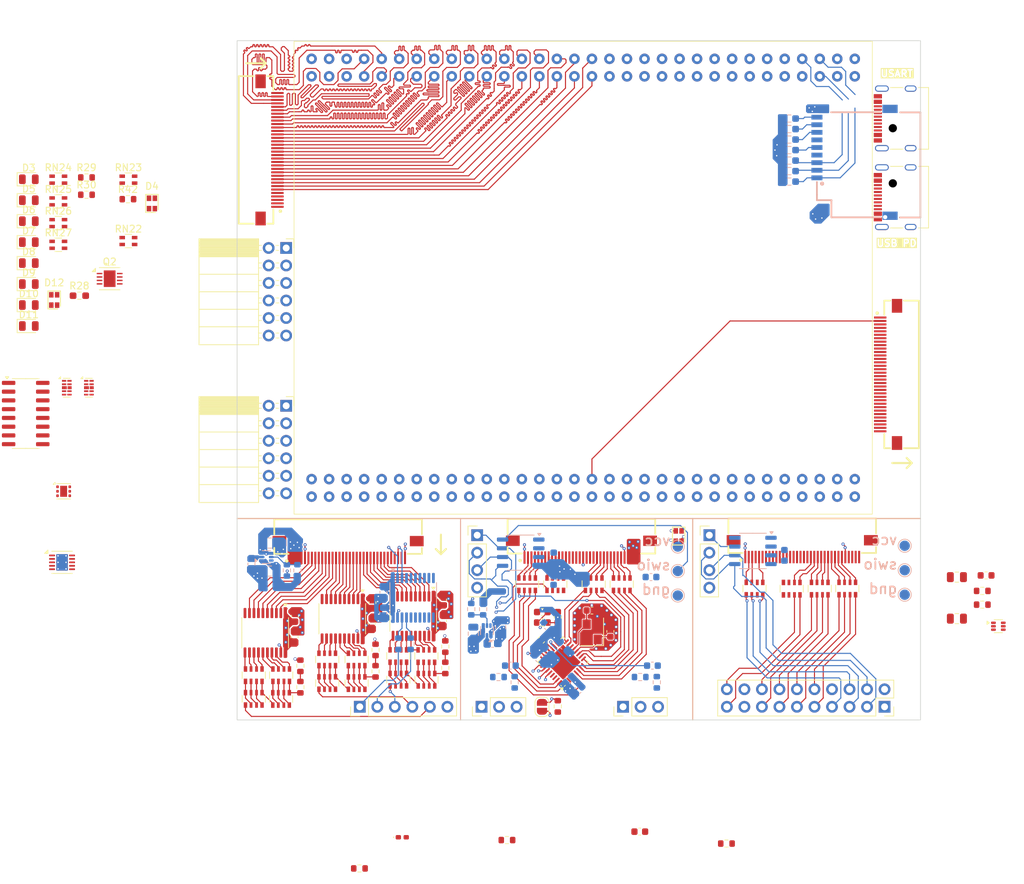
<source format=kicad_pcb>
(kicad_pcb (version 20241229) (generator "pcbnew") (generator_version "9.0")
  (layers (0 "F.Cu" signal) (4 "In1.Cu" power) (6 "In2.Cu" mixed) (2 "B.Cu" signal) (13 "F.Paste" user) (15 "B.Paste" user) (5 "F.SilkS" user "F.Silkscreen") (7 "B.SilkS" user "B.Silkscreen") (1 "F.Mask" user) (3 "B.Mask" user) (25 "Edge.Cuts" user))
  (net 0 "")
  (net 1 "GND")
  (net 2 "+3V3")
  (net 3 "/ADV7180-board/AIN1")
  (net 4 "Net-(U4-XTAL1)")
  (net 5 "/ADV7180-board/AIN2")
  (net 6 "Net-(U4-XTAL)")
  (net 7 "Net-(C5-Pad2)")
  (net 8 "Net-(C6-Pad2)")
  (net 9 "+1V8")
  (net 10 "Net-(U4-VREFP)")
  (net 11 "Net-(U4-VREFN)")
  (net 12 "Net-(U4-ELPF)")
  (net 13 "Net-(C19-Pad2)")
  (net 14 "+5V")
  (net 15 "Net-(D1-A)")
  (net 16 "Net-(D2-A)")
  (net 17 "/PORT0_GREEN3")
  (net 18 "/PORT0_RED5")
  (net 19 "/PORT0_RED3")
  (net 20 "/PORT0_GREEN6")
  (net 21 "/PORT0_BLUE5")
  (net 22 "/PORT0_BLUE7")
  (net 23 "/PORT0_GREEN2")
  (net 24 "/PORT0_RED6")
  (net 25 "/PORT0_GREEN7")
  (net 26 "/PORT0_DE")
  (net 27 "/PORT0_RED2")
  (net 28 "/PORT0_GREEN0")
  (net 29 "/PORT0_BLUE2")
  (net 30 "/PORT0_BLUE4")
  (net 31 "/PORT0_RED0")
  (net 32 "/PORT0_RED1")
  (net 33 "/PORT0_GREEN4")
  (net 34 "/PORT0_BLUE1")
  (net 35 "/PORT0_BLUE3")
  (net 36 "/PORT0_BLUE0")
  (net 37 "/PORT0_BLUE6")
  (net 38 "/PORT0_RED7")
  (net 39 "/PORT0_GREEN5")
  (net 40 "/PORT0_HS")
  (net 41 "/PORT0_VS")
  (net 42 "/PORT0_CLK")
  (net 43 "/PORT0_GREEN1")
  (net 44 "/PORT0_RED4")
  (net 45 "/ADV7180-board/RST")
  (net 46 "/ADV7180-board/SDATA")
  (net 47 "/ADV7180-board/SCLK")
  (net 48 "/ADV7180-board/YUV_CLK")
  (net 49 "/ADV7180-board/YUV_SFL")
  (net 50 "/ADV7180-board/YUV_INTRQ")
  (net 51 "/ADV7180-board/YUV_P0")
  (net 52 "/ADV7180-board/YUV_P6")
  (net 53 "/ADV7180-board/YUV_P4")
  (net 54 "/ADV7180-board/YUV_P1")
  (net 55 "/ADV7180-board/YUV_P7")
  (net 56 "/ADV7180-board/YUV_P5")
  (net 57 "/ADV7180-board/YUV_VS")
  (net 58 "/ADV7180-board/YUV_HS")
  (net 59 "/ADV7180-board/YUV_P2")
  (net 60 "/ADV7180-board/YUV_P3")
  (net 61 "/PORT1_GREEN6")
  (net 62 "/PORT1_GREEN5")
  (net 63 "/PORT1_RED2")
  (net 64 "/PORT1_GREEN1")
  (net 65 "/PORT1_RED4")
  (net 66 "/PORT1_GREEN4")
  (net 67 "/PORT1_BLUE4")
  (net 68 "/PORT1_VS")
  (net 69 "/PORT1_RED3")
  (net 70 "/PORT1_BLUE5")
  (net 71 "/PORT1_BLUE2")
  (net 72 "/PORT1_GREEN0")
  (net 73 "/PORT1_BLUE7")
  (net 74 "/PORT1_RED6")
  (net 75 "/PORT1_GREEN2")
  (net 76 "/PORT1_BLUE1")
  (net 77 "/PORT1_GREEN3")
  (net 78 "/PORT1_RED5")
  (net 79 "/PORT1_BLUE6")
  (net 80 "/PORT1_CLK")
  (net 81 "/PORT1_RED7")
  (net 82 "/PORT1_BLUE0")
  (net 83 "/PORT1_RED0")
  (net 84 "/PORT1_GREEN7")
  (net 85 "/PORT1_BLUE3")
  (net 86 "/PORT1_DE")
  (net 87 "/PORT1_HS")
  (net 88 "/PORT1_RED1")
  (net 89 "/vga-board/VGA_RED3")
  (net 90 "/vga-board/VGA_RED0")
  (net 91 "/vga-board/VGA_RED2")
  (net 92 "/vga-board/VGA_BLUE2")
  (net 93 "/vga-board/VGA_RED7")
  (net 94 "/vga-board/VGA_RED4")
  (net 96 "/vga-board/VGA_GREEN3")
  (net 97 "/vga-board/VGA_GREEN0")
  (net 98 "/vga-board/VGA_GREEN6")
  (net 99 "/vga-board/VGA_BLUE0")
  (net 100 "/vga-board/VGA_BLUE7")
  (net 101 "/vga-board/VSYNC")
  (net 102 "/vga-board/VGA_GREEN7")
  (net 103 "/vga-board/VGA_RED6")
  (net 104 "/vga-board/VGA_BLUE4")
  (net 105 "/vga-board/VGA_BLUE3")
  (net 106 "/vga-board/VGA_BLUE5")
  (net 107 "/vga-board/VGA_BLUE6")
  (net 108 "/vga-board/VGA_RED1")
  (net 109 "/vga-board/VGA_GREEN2")
  (net 110 "/vga-board/VGA_GREEN4")
  (net 111 "/vga-board/VGA_GREEN1")
  (net 112 "/vga-board/VGA_GREEN5")
  (net 114 "/vga-board/VGA_RED5")
  (net 115 "/vga-board/VGA_BLUE1")
  (net 116 "/vga-board/HSYNC")
  (net 117 "/vga-board/BLUE")
  (net 118 "/vga-board/VGA_HSYNC")
  (net 119 "/vga-board/VGA_VSYNC")
  (net 120 "/vga-board/GREEN")
  (net 121 "/vga-board/RED")
  (net 122 "/ADV7180-board/ALSB")
  (net 123 "/OV7725-board/SDATA")
  (net 124 "/OV7725-board/SCLK")
  (net 125 "/OV7725-board/RST")
  (net 126 "Net-(J12-Pin_29)")
  (net 127 "Net-(J12-Pin_27)")
  (net 129 "Net-(J12-Pin_25)")
  (net 130 "Net-(J12-Pin_24)")
  (net 132 "Net-(J12-Pin_26)")
  (net 133 "Net-(J12-Pin_5)")
  (net 137 "Net-(J12-Pin_20)")
  (net 138 "Net-(J12-Pin_3)")
  (net 139 "Net-(J12-Pin_21)")
  (net 141 "Net-(J12-Pin_28)")
  (net 142 "Net-(D3-K)")
  (net 150 "Net-(J3-SHIELD)")
  (net 151 "Net-(J12-Pin_23)")
  (net 159 "/LED0_4")
  (net 164 "Net-(J14-CC2)")
  (net 166 "Net-(FB1-Pad2)")
  (net 168 "Net-(J12-Pin_22)")
  (net 171 "Net-(J14-SHIELD)")
  (net 179 "/UART_DP")
  (net 180 "/UART_DN")
  (net 186 "Net-(J12-Pin_2)")
  (net 187 "/OV7725-board/OV7725_P0")
  (net 188 "/OV7725-board/OV7725_P3")
  (net 189 "/OV7725-board/OV7725_P4")
  (net 190 "/OV7725-board/OV7725_P6")
  (net 191 "/OV7725-board/OV7725_P9")
  (net 192 "/OV7725-board/OV7725_CLK")
  (net 193 "/OV7725-board/OV7725_P5")
  (net 194 "/OV7725-board/OV7725_P7")
  (net 195 "/OV7725-board/OV7725_P1")
  (net 196 "/OV7725-board/XCLK")
  (net 197 "/OV7725-board/OV7725_P8")
  (net 198 "/OV7725-board/OV7725_HS")
  (net 199 "/OV7725-board/OV7725_VS")
  (net 200 "/OV7725-board/OV7725_P2")
  (net 201 "Net-(U5-SW)")
  (net 202 "Net-(U7-SW)")
  (net 203 "Net-(U11-SW)")
  (net 204 "/SD_DAT1")
  (net 205 "/SD_DAT2")
  (net 206 "/SD_CLK")
  (net 207 "/SD_DET")
  (net 208 "/SD_CMD")
  (net 209 "/SD_DAT0")
  (net 210 "/SD_DAT3")
  (net 211 "Net-(J5-Pin_2)")
  (net 212 "Net-(J6-Pin_2)")
  (net 213 "Net-(U5-FB)")
  (net 214 "Net-(U6-B0)")
  (net 215 "Net-(U6-B1)")
  (net 216 "Net-(U7-FB)")
  (net 217 "Net-(U11-FB)")
  (net 232 "Net-(RN11A-R1.2)")
  (net 233 "Net-(RN9-R3.2)")
  (net 234 "Net-(RN9-R1.2)")
  (net 235 "Net-(RN9-R4.2)")
  (net 236 "Net-(RN9-R2.2)")
  (net 237 "Net-(RN10-R1.2)")
  (net 238 "Net-(RN10-R2.1)")
  (net 239 "Net-(RN10-R4.1)")
  (net 240 "Net-(RN10-R3.2)")
  (net 241 "Net-(RN10-R2.2)")
  (net 242 "Net-(RN10-R4.2)")
  (net 243 "Net-(RN10-R1.1)")
  (net 244 "Net-(RN10-R3.1)")
  (net 245 "Net-(Y2-OUT)")
  (net 246 "Net-(RN11D-R4.2)")
  (net 247 "Net-(RN11C-R3.2)")
  (net 248 "Net-(RN11B-R2.2)")
  (net 250 "Net-(J8-Pin_6)")
  (net 251 "unconnected-(J8-Pin_18-Pad18)")
  (net 255 "Net-(J8-Pin_24)")
  (net 256 "Net-(J8-Pin_4)")
  (net 260 "Net-(J8-Pin_22)")
  (net 262 "Net-(J8-Pin_28)")
  (net 265 "Net-(J8-Pin_2)")
  (net 267 "Net-(J8-Pin_23)")
  (net 268 "Net-(J8-Pin_29)")
  (net 269 "Net-(J8-Pin_3)")
  (net 270 "Net-(J8-Pin_25)")
  (net 271 "Net-(J8-Pin_26)")
  (net 272 "Net-(J8-Pin_5)")
  (net 275 "Net-(J8-Pin_27)")
  (net 278 "Net-(R22-Pad2)")
  (net 279 "Net-(RN5-R4.1)")
  (net 280 "Net-(R24-Pad2)")
  (net 281 "Net-(R26-Pad2)")
  (net 282 "Net-(RN13-R4.1)")
  (net 289 "Net-(RN5-R3.1)")
  (net 290 "Net-(RN5-R2.1)")
  (net 291 "Net-(RN5-R3.2)")
  (net 292 "Net-(RN5-R1.1)")
  (net 293 "Net-(RN5-R4.2)")
  (net 294 "Net-(RN5-R2.2)")
  (net 295 "Net-(RN5-R1.2)")
  (net 296 "Net-(RN6-R4.1)")
  (net 297 "Net-(RN6-R2.2)")
  (net 298 "Net-(RN6-R3.1)")
  (net 299 "Net-(RN6-R1.1)")
  (net 300 "Net-(RN6-R1.2)")
  (net 301 "Net-(RN6-R2.1)")
  (net 302 "Net-(RN6-R4.2)")
  (net 303 "Net-(RN6-R3.2)")
  (net 304 "Net-(RN13-R1.1)")
  (net 305 "Net-(RN13-R3.1)")
  (net 306 "Net-(RN13-R4.2)")
  (net 307 "Net-(RN13-R3.2)")
  (net 308 "Net-(RN13-R2.2)")
  (net 309 "Net-(RN13-R1.2)")
  (net 310 "Net-(RN13-R2.1)")
  (net 311 "Net-(RN14-R2.1)")
  (net 312 "Net-(RN14-R3.2)")
  (net 313 "Net-(RN14-R4.1)")
  (net 314 "Net-(RN14-R4.2)")
  (net 315 "Net-(RN14-R1.2)")
  (net 316 "Net-(RN14-R3.1)")
  (net 317 "Net-(RN14-R2.2)")
  (net 318 "Net-(RN14-R1.1)")
  (net 327 "/V_USB")
  (net 328 "/ADV7180-board/SWIO")
  (net 330 "/ADV7180-board/STATUS")
  (net 331 "/OV7725-board/SWIO")
  (net 341 "Net-(D4-A)")
  (net 342 "/OV7725-board/STATUS")
  (net 343 "Net-(D5-K)")
  (net 346 "Net-(U14-ISET)")
  (net 347 "Net-(U14-VIN)")
  (net 349 "Net-(U14-GATE)")
  (net 352 "Net-(J14-CC1)")
  (net 356 "/UART_TX")
  (net 358 "/UART_RX")
  (net 359 "Net-(U16-NC-Pad7)")
  (net 361 "Net-(U16-NC-Pad6)")
  (net 364 "/PD_D+")
  (net 365 "/PD_CC2")
  (net 366 "/PD_D-")
  (net 367 "/PD_CC1")
  (net 370 "/PMOD0_0P")
  (net 371 "/PMOD0_0N")
  (net 372 "/PMOD0_1N")
  (net 373 "/PMOD0_1P")
  (net 374 "/PMOD0_2P")
  (net 375 "/PMOD0_3N")
  (net 376 "/PMOD0_3P")
  (net 377 "/PMOD0_2N")
  (net 378 "/PMOD1_1P")
  (net 379 "/PMOD1_3P")
  (net 380 "/PMOD1_3N")
  (net 381 "/PMOD1_0P")
  (net 382 "/PMOD1_0N")
  (net 383 "/PMOD1_1N")
  (net 384 "/PMOD1_2P")
  (net 385 "/PMOD1_2N")
  (net 386 "/LED0_5")
  (net 387 "Net-(D6-K)")
  (net 388 "/LED0_6")
  (net 389 "Net-(D7-K)")
  (net 390 "/LED0_7")
  (net 391 "/LED0_0")
  (net 392 "Net-(D8-K)")
  (net 393 "/LED0_1")
  (net 394 "Net-(D9-K)")
  (net 395 "/LED0_2")
  (net 396 "Net-(D10-K)")
  (net 397 "/LED0_3")
  (net 398 "Net-(D11-K)")
  (net 399 "/STATUS0")
  (net 400 "/STATUS1")
  (net 401 "Net-(D12-A)")
  (net 402 "Net-(Q2-S)")
  (net 403 "Net-(Q2-D)")
  (net 404 "Net-(Q2-G)")
  (footprint "LED_SMD:LED_0805_2012Metric" (layer "F.Cu") (at 30.761 78.254)
    (property "Reference" "D10")
    (property "Value" "~")
  )
  (footprint "Resistor_SMD:R_Array_Convex_2x0603" (layer "F.Cu") (at 45.201 68.969)
    (property "Reference" "RN22")
    (property "Value" "4.7k")
  )
  (footprint "Package_SON:WSON-6-1EP_2x2mm_P0.65mm_EP1x1.6mm" (layer "F.Cu") (at 35.8125 105.268)
    (property "Reference" "U13" (hide yes))
    (property "Value" "TLV75718PDRV")
  )
  (footprint "LED_SMD:LED_0805_2012Metric" (layer "F.Cu") (at 30.761 75.214)
    (property "Reference" "D9")
    (property "Value" "~")
  )
  (footprint "Resistor_SMD:R_Array_Convex_2x0603" (layer "F.Cu") (at 35.041 63.219)
    (property "Reference" "RN25")
    (property "Value" "4.7k")
  )
  (footprint "Capacitor_SMD:C_0603_1608Metric" (layer "F.Cu") (at 90.805 124.079 90)
    (property "Reference" "C33" (hide yes))
    (property "Value" "10nf")
  )
  (footprint "Capacitor_SMD:C_0603_1608Metric" (layer "F.Cu") (at 69.2912 126.3904 90)
    (property "Reference" "C31" (hide yes))
    (property "Value" "10nf")
  )
  (footprint "LED_SMD:LED_0805_2012Metric" (layer "F.Cu") (at 30.761 81.294)
    (property "Reference" "D11")
    (property "Value" "~")
  )
  (footprint "Resistor_SMD:R_Array_Convex_4x0603" (layer "F.Cu") (at 74.022 129.656 90)
    (property "Reference" "RN14" (hide yes))
    (property "Value" "540")
  )
  (footprint "C279718:FPC-SMD_KH-FG0.5-H2.0-34PIN" (layer "F.Cu") (at 77.045 113.715 180)
    (property "Reference" "J9" (hide yes))
    (property "Value" "Conn_01x34")
  )
  (footprint "Resistor_SMD:R_Array_Convex_4x0603" (layer "F.Cu") (at 102.997 118.745 -90)
    (property "Reference" "RN1" (hide yes))
    (property "Value" "0")
  )
  (footprint "Capacitor_SMD:C_0603_1608Metric" (layer "F.Cu") (at 80.5688 121.412 90)
    (property "Reference" "C35" (hide yes))
    (property "Value" "10nf")
  )
  (footprint "LED_SMD:LED_0402_1005Metric_Pad0.77x0.64mm_HandSolder" (layer "F.Cu") (at 84.9005 155.448)
    (property "Reference" "D2" (hide yes))
    (property "Value" "~")
  )
  (footprint "Resistor_SMD:R_Array_Convex_4x0603" (layer "F.Cu") (at 67.348 131.942 90)
    (property "Reference" "RN5" (hide yes))
    (property "Value" "540")
  )
  (footprint "Resistor_SMD:R_0603_1608Metric" (layer "F.Cu") (at 107.442 136.461 -90)
    (property "Reference" "R8" (hide yes))
    (property "Value" "10k")
  )
  (footprint "Resistor_SMD:R_0603_1608Metric" (layer "F.Cu") (at 91.1352 127.7874 -90)
    (property "Reference" "R24" (hide yes))
    (property "Value" "270")
  )
  (footprint "Package_SO:TSSOP-20_4.4x6.5mm_P0.65mm" (layer "F.Cu") (at 76.2 123.7585 -90)
    (property "Reference" "U10" (hide yes))
    (property "Value" "74LVC245A")
  )
  (footprint "Resistor_SMD:R_Array_Convex_4x0603" (layer "F.Cu") (at 78.283 133.085 90)
    (property "Reference" "RN15" (hide yes))
    (property "Value" "270")
  )
  (footprint "LED_SMD:LED_0805_2012Metric" (layer "F.Cu") (at 30.761 69.134)
    (property "Reference" "D7")
    (property "Value" "~")
  )
  (footprint "LED_SMD:LED_0805_2012Metric" (layer "F.Cu") (at 30.761 66.094)
    (property "Reference" "D6")
    (property "Value" "~")
  )
  (footprint "C779813:LED-SMD_4P-L1.6-W1.5-BR_TZ-P4-1615" (layer "F.Cu") (at 48.611 63.519)
    (property "Reference" "D4")
    (property "Value" "~")
  )
  (footprint "Capacitor_SMD:C_0603_1608Metric" (layer "F.Cu") (at 112.395 122.555)
    (property "Reference" "C3" (hide yes))
    (property "Value" "47pf")
  )
  (footprint "Package_DFN_QFN:DFN-10-1EP_3x3mm_P0.5mm_EP1.65x2.38mm_ThermalVias" (layer "F.Cu") (at 35.5815 115.5732)
    (property "Reference" "U14" (hide yes))
    (property "Value" "HUSB238")
  )
  (footprint "Capacitor_SMD:C_0805_2012Metric" (layer "F.Cu") (at 165.2965 123.738)
    (property "Reference" "C39" (hide yes))
    (property "Value" "10uf")
  )
  (footprint "Capacitor_SMD:C_0603_1608Metric" (layer "F.Cu") (at 105.2068 122.7836)
    (property "Reference" "C19" (hide yes))
    (property "Value" "82nf")
  )
  (footprint "LED_SMD:LED_0805_2012Metric" (layer "F.Cu") (at 30.761 72.174)
    (property "Reference" "D8")
    (property "Value" "~")
  )
  (footprint "Resistor_SMD:R_Array_Convex_4x0603" (layer "F.Cu") (at 63.373 131.942 90)
    (property "Reference" "RN6" (hide yes))
    (property "Value" "540")
  )
  (footprint "C279718:FPC-SMD_KH-FG0.5-H2.0-34PIN" (layer "F.Cu") (at 110.871 113.665 180)
    (property "Reference" "J8" (hide yes))
    (property "Value" "Conn_01x34")
  )
  (footprint "Capacitor_SMD:C_0603_1608Metric" (layer "F.Cu") (at 90.805 121.031 90)
    (property "Reference" "C32" (hide yes))
    (property "Value" "0.1uf")
  )
  (footprint "Package_SO:TSSOP-20_4.4x6.5mm_P0.65mm" (layer "F.Cu") (at 86.487 123.3775 -90)
    (property "Reference" "U9" (hide yes))
    (property "Value" "74LVC245A")
  )
  (footprint "Resistor_SMD:R_0603_1608Metric" (layer "F.Cu") (at 131.889 156.3624)
    (property "Reference" "R33" (hide yes))
    (property "Value" "20")
  )
  (footprint "Resistor_SMD:R_Array_Convex_4x0603" (layer "F.Cu") (at 107.08 118.745 -90)
    (property "Reference" "RN2" (hide yes))
    (property "Value" "0")
  )
  (footprint "Resistor_SMD:R_0603_1608Metric" (layer "F.Cu") (at 45.131 62.899)
    (property "Reference" "R42")
    (property "Value" "5.1k")
  )
  (footprint "Connector_PinHeader_2.54mm:PinHeader_1x03_P2.54mm_Vertical" (layer "F.Cu") (at 96.393001 136.525 90)
    (property "Reference" "J5" (hide yes))
    (property "Value" "Conn_01x03")
  )
  (footprint "C279718:FPC-SMD_KH-FG0.5-H2.0-34PIN" (layer "F.Cu") (at 65.5815 55.753 -90)
    (property "Reference" "J2" (hide yes))
    (property "Value" "Conn_01x34")
  )
  (footprint "Capacitor_SMD:C_0603_1608Metric" (layer "F.Cu") (at 119.329 154.6324)
    (property "Reference" "C38" (hide yes))
    (property "Value" "10nf")
  )
  (footprint "Resistor_SMD:R_0603_1608Metric_Pad0.98x0.95mm_HandSolder" (layer "F.Cu") (at 38.091 76.899)
    (property "Reference" "R28")
    (property "Value" "5.1k")
  )
  (footprint "Resistor_SMD:R_0603_1608Metric" (layer "F.Cu") (at 70.1294 133.6802 -90)
    (property "Reference" "R23" (hide yes))
    (property "Value" "270")
  )
  (footprint "Connector_PinHeader_2.54mm:PinHeader_1x04_P2.54mm_Vertical" (layer "F.Cu") (at 129.413 111.633)
    (property "Reference" "J11" (hide yes))
    (property "Value" "Conn_01x04")
  )
  (footprint "Resistor_SMD:R_Array_Convex_4x0603" (layer "F.Cu") (at 135.96 119.38 -90)
    (property "Reference" "RN17" (hide yes))
    (property "Value" "0")
  )
  (footprint "Connector_PinSocket_2.54mm:PinSocket_2x06_P2.54mm_Horizontal" (layer "F.Cu") (at 68.072 69.977)
    (property "Reference" "J16" (hide yes))
    (property "Value" "Conn_02x06_Odd_Even")
  )
  (footprint "Resistor_SMD:R_Array_Convex_4x0603" (layer "F.Cu") (at 116.713 118.745 -90)
    (property "Reference" "RN4" (hide yes))
    (property "Value" "0")
  )
  (footprint "Resistor_SMD:R_Array_Convex_2x0603" (layer "F.Cu") (at 35.041 69.519)
    (property "Reference" "RN27")
    (property "Value" "4.7k")
  )
  (footprint "Connector_PinHeader_2.54mm:PinHeader_1x06_P2.54mm_Vertical" (layer "F.Cu") (at 78.74 136.525 90)
    (property "Reference" "J10" (hide yes))
    (property "Value" "Conn_01x06")
  )
  (footprint "Resistor_SMD:R_0603_1608Metric" (layer "F.Cu") (at 70.1294 130.5814 -90)
    (property "Reference" "R22" (hide yes))
    (property "Value" "270")
  )
  (footprint "LED_SMD:LED_0805_2012Metric" (layer "F.Cu") (at 30.761 60.014)
    (property "Reference" "D3")
    (property "Value" "~")
  )
  (footprint "Package_CSP:LFCSP-32-1EP_5x5mm_P0.5mm_EP3.6x3.6mm" (layer "F.Cu") (at 108.206792 130.048 135)
    (property "Reference" "U4" (hide yes))
    (property "Value" "ADV7180BCP32Z-RL")
  )
  (footprint "Package_DFN_QFN:Diodes_UDFN-10_1.0x2.5mm_P0.5mm" (layer "F.Cu") (at 36.2666 90.2462)
    (property "Reference" "U3" (hide yes))
    (property "Value" "~")
  )
  (footprint "Package_DFN_QFN:DFN-8-1EP_3x3mm_P0.5mm_EP1.7x2.4mm" (layer "F.Cu") (at 42.4795 74.434)
    (property "Reference" "Q2")
    (property "Value" "Q_PMOS_SGD")
  )
  (footprint "Connector_USB:USB_C_Receptacle_Palconn_UTC16-G" (layer "F.Cu") (at 156.351 62.611 90)
    (property "Reference" "J3" (hide yes))
    (property "Value" "USB_C_Receptacle_USB2.0_16P")
  )
  (footprint "Capacitor_SMD:C_0603_1608Metric" (layer "F.Cu") (at 80.4672 124.46 90)
    (property "Reference" "C34" (hide yes))
    (property "Value" "0.1uf")
  )
  (footprint "Capacitor_SMD:C_0603_1608Metric" (layer "F.Cu") (at 105.069008 126.832992 45)
    (property "Reference" "C7" (hide yes))
    (property "Value" "0.1uf")
  )
  (footprint "Capacitor_SMD:C_0805_2012Metric" (layer "F.Cu") (at 165.2965 117.718)
    (property "Reference" "C36" (hide yes))
    (property "Value" "4.7uf")
  )
  (footprint "Resistor_SMD:R_Array_Convex_4x0603" (layer "F.Cu") (at 67.329 135.382 90)
    (property "Reference" "RN7" (hide yes))
    (property "Value" "270")
  )
  (footprint "Resistor_SMD:R_Array_Convex_4x0603" (layer "F.Cu") (at 141.351 119.391 -90)
    (property "Reference" "RN18" (hide yes))
    (property "Value" "0")
  )
  (footprint "C279718:FPC-SMD_KH-FG0.5-H2.0-34PIN" (layer "F.Cu") (at 155.3985 88.3158 90)
    (property "Reference" "J4" (hide yes))
    (property "Value" "Conn_01x34")
  )
  (footprint "Resistor_SMD:R_0603_1608Metric" (layer "F.Cu") (at 100.076 155.8544)
    (property "Reference" "R13" (hide yes))
    (property "Value" "5.1k")
  )
  (footprint "Resistor_SMD:R_Array_Convex_4x0603" (layer "F.Cu") (at 88.411 132.599 90)
    (property "Reference" "RN11" (hide yes))
    (property "Value" "270")
  )
  (footprint "Resistor_SMD:R_0603_1608Metric" (layer "F.Cu") (at 168.9765 121.708)
    (property "Reference" "R32" (hide yes))
    (property "Value" "100k")
  )
  (footprint "Resistor_SMD:R_Array_Convex_4x0603" (layer "F.Cu") (at 84.328 129.159 90)
    (property "Reference" "RN10" (hide yes))
    (property "Value" "540")
  )
  (footprint "Resistor_SMD:R_0603_1608Metric" (layer "F.Cu") (at 39.121 59.749)
    (property "Reference" "R29")
    (property "Value" "5.1k")
  )
  (footprint "mylib:QMTECH_XC7A___T" (layer "F.Cu") (at 112.395 73.025)
    (property "Reference" "U1" (hide yes))
    (property "Value" "~")
  )
  (footprint "Capacitor_SMD:C_0603_1608Metric" (layer "F.Cu") (at 107.442 123.5456 -90)
    (property "Reference" "C18" (hide yes))
    (property "Value" "10nf")
  )
  (footprint "Resistor_SMD:R_0603_1608Metric" (layer "F.Cu") (at 91.1352 130.8862 -90)
    (property "Reference" "R25" (hide yes))
    (property "Value" "270")
  )
  (footprint "Resistor_SMD:R_Array_Convex_2x0603" (layer "F.Cu") (at 35.041 60.069)
    (property "Reference" "RN24")
    (property "Value" "4.7k")
  )
  (footprint "Package_SO:TSSOP-20_4.4x6.5mm_P0.65mm" (layer "F.Cu") (at 65.024 125.7905 -90)
    (property "Reference" "U8" (hide yes))
    (property "Value" "74LVC245A")
  )
  (footprint "Resistor_SMD:R_0603_1608Metric" (layer "F.Cu") (at 78.6892 159.9692)
    (property "Reference" "R19" (hide yes))
    (property "Value" "5.1k")
  )
  (footprint "Capacitor_SMD:C_0603_1608Metric" (layer "F.Cu") (at 115.062 125.59 90)
    (property "Reference" "C2" (hide yes))
    (property "Value" "47pf")
  )
  (footprint "C779813:LED-SMD_4P-L1.6-W1.5-BR_TZ-P4-1615" (layer "F.Cu") (at 34.441 77.519)
    (property "Reference" "D12")
    (property "Value" "~")
  )
  (footprint "Resistor_SMD:R_Array_Convex_2x0603" (layer "F.Cu") (at 45.201 60.069)
    (property "Reference" "RN23")
    (property "Value" "4.7k")
  )
  (footprint "C279718:FPC-SMD_KH-FG0.5-H2.0-34PIN" (layer "F.Cu") (at 142.875 113.5875 180)
    (property "Reference" "J12" (hide yes))
    (property "Value" "Conn_01x34")
  )
  (footprint "Capacitor_SMD:C_0603_1608Metric" (layer "F.Cu") (at 69.342 123.3932 90)
    (property "Reference" "C30" (hide yes))
    (property "Value" "0.1uf")
  )
  (footprint "Crystal:Crystal_SMD_Abracon_ABM8AIG-4Pin_3.2x2.5mm" (layer "F.Cu") (at 112.433 125.646 90)
    (property "Reference" "Y1" (hide yes))
    (property "Value" "28.63636MHz")
  )
  (footprint "Resistor_SMD:R_Array_Convex_4x0603" (layer "F.Cu") (at 88.392 129.17 90)
    (property "Reference" "RN9" (hide yes))
    (property "Value" "540")
  )
  (footprint "Resistor_SMD:R_0603_1608Metric" (layer "F.Cu") (at 105.2068 124.3076 180)
    (property "Reference" "R14" (hide yes))
    (property "Value" "1.69k")
  )
  (footprint "Resistor_SMD:R_Array_Convex_4x0603" (layer "F.Cu") (at 84.328 132.588 90)
    (property "Reference" "RN12" (hide yes))
    (property "Value" "270")
  )
  (footprint "Resistor_SMD:R_0603_1608Metric" (layer "F.Cu") (at 81.026 128.27 -90)
    (property "Reference" "R26" (hide yes))
    (property "Value" "270")
  )
  (footprint "Connector_PinSocket_2.54mm:PinSocket_2x06_P2.54mm_Horizontal" (layer "F.Cu") (at 68.072 92.862)
    (property "Reference" "J15" (hide yes))
    (property "Value" "Conn_02x06_Odd_Even")
  )
  (footprint "Package_DFN_QFN:Diodes_UDFN-10_1.0x2.5mm_P0.5mm" (layer "F.Cu") (at 39.4716 90.2462)
    (property "Reference" "U16" (hide yes))
    (property "Value" "~")
  )
  (footprint "Inductor_SMD:L_0603_1608Metric" (layer "F.Cu") (at 169.5265 117.468)
    (property "Reference" "L3" (hide yes))
    (property "Value" "2.2uh")
  )
  (footprint "Resistor_SMD:R_Array_Convex_4x0603" (layer "F.Cu") (at 78.283 129.656 90)
    (property "Reference" "RN13" (hide yes))
    (property "Value" "540")
  )
  (footprint "Resistor_SMD:R_0603_1608Metric" (layer "F.Cu") (at 39.121 62.259)
    (property "Reference" "R30")
    (property "Value" "5.1k")
  )
  (footprint "Package_SO:SOIC-16_3.9x9.9mm_P1.27mm" (layer "F.Cu") (at 30.3116 93.9912)
    (property "Reference" "U15" (hide yes))
    (property "Value" "CH340C")
  )
  (footprint "Resistor_SMD:R_0603_1608Metric" (layer "F.Cu") (at 168.9765 119.718)
    (property "Reference" "R31" (hide yes))
    (property "Value" "450k")
  )
  (footprint "Connector_PinHeader_2.54mm:PinHeader_1x04_P2.54mm_Vertical" (layer "F.Cu") (at 95.758 111.633)
    (property "Reference" "J7" (hide yes))
    (property "Value" "Conn_01x04")
  )
  (footprint "C779813:LED-SMD_4P-L1.6-W1.5-BR_TZ-P4-1615" (layer "F.Cu") (at 124.968 111.76)
    (property "Reference" "D1" (hide yes))
    (property "Value" "~")
  )
  (footprint "Package_TO_SOT_SMD:SOT-563" (layer "F.Cu") (at 171.3065 124.841)
    (property "Reference" "U11" (hide yes))
    (property "Value" "TLV62585")
  )
  (footprint "Resistor_SMD:R_Array_Convex_4x0603" (layer "F.Cu") (at 145.415 119.38 -90)
    (property "Reference" "RN19" (hide yes))
    (property "Value" "0")
  )
  (footprint "Resistor_SMD:R_Array_Convex_4x0603" (layer "F.Cu") (at 149.409 119.369 -90)
    (property "Reference" "RN20" (hide yes))
    (property "Value" "0")
  )
  (footprint "Resistor_SMD:R_0603_1608Metric" (layer "F.Cu") (at 81.026 131.381 -90)
    (property "Reference" "R27" (hide yes))
    (property "Value" "270")
  )
  (footprint "Resistor_SMD:R_Array_Convex_4x0603" (layer "F.Cu") (at 74.022 133.074 90)
    (property "Reference" "RN16" (hide yes))
    (property "Value" "270")
  )
  (footprint "LED_SMD:LED_0805_2012Metric" (layer "F.Cu") (at 30.761 63.054)
    (property "Reference" "D5")
    (property "Value" "~")
  )
  (footprint "Connector_USB:USB_C_Receptacle_Palconn_UTC16-G" (layer "F.Cu") (at 156.351001 51.181 90)
    (property "Reference" "J14" (hide yes))
    (property "Value" "USB_C_Receptacle_USB2.0_16P")
  )
  (footprint "Jumper:SolderJumper-2_P1.3mm_Open_RoundedPad1.0x1.5mm" (layer "F.Cu") (at 105.156 136.525 90)
    (property "Reference" "JP1" (hide yes))
    (property "Value" "~")
  )
  (footprint "Resistor_SMD:R_Array_Convex_2x0603" (layer "F.Cu") (at 35.041 66.369)
    (property "Reference" "RN26")
    (property "Value" "4.7k")
  )
  (footprint "Connector_PinSocket_2.54mm:PinSocket_2x10_P2.54mm_Vertical" (layer "F.Cu") (at 154.813 136.525 -90)
    (property "Reference" "J13" (hide yes))
    (property "Value" "Conn_02x10_Odd_Even")
  )
  (footprint "Connector_PinHeader_2.54mm:PinHeader_1x03_P2.54mm_Vertical" (layer "F.Cu") (at 116.904 136.525 90)
    (property "Reference" "J6" (hide yes))
    (property "Value" "Conn_01x03")
  )
  (footprint "Resistor_SMD:R_Array_Convex_4x0603" (layer "F.Cu") (at 112.649 118.745 -90)
    (property "Reference" "RN3" (hide yes))
    (property "Value" "0")
  )
  (footprint "Resistor_SMD:R_Array_Convex_4x0603" (layer "F.Cu") (at 63.373 135.371 90)
    (property "Reference" "RN8" (hide yes))
    (property "Value" "270")
  )
  (footprint "TestPoint:TestPoint_Pad_D1.5mm" (layer "B.Cu") (at 124.841 116.834 180)
    (property "Reference" "TP2" (hide yes))
    (property "Value" "SWIO_PAD")
  )
  (footprint "Resistor_SMD:R_0603_1608Metric" (layer "B.Cu") (at 68.1736 116.7384 -90)
    (property "Reference" "R20" (hide yes))
    (property "Value" "450k")
  )
  (footprint "Capacitor_SMD:C_0805_2012Metric" (layer "B.Cu") (at 65.699601 112.776)
    (property "Reference" "C27" (hide yes))
    (property "Value" "4.7uf")
  )
  (footprint "TestPoint:TestPoint_Pad_D1.5mm" (layer "B.Cu") (at 157.734 116.719 180)
    (property "Reference" "TP5" (hide yes))
    (property "Value" "SWIO_PAD")
  )
  (footprint "TestPoint:TestPoint_Pad_D1.5mm" (layer "B.Cu") (at 124.841 113.284 180)
    (property "Reference" "TP1" (hide yes))
    (property "Value" "VCC_PAD")
  )
  (footprint "Capacitor_SMD:C_0603_1608Metric" (layer "B.Cu") (at 106.85 114.935 90)
    (property "Reference" "C40" (hide yes))
    (property "Value" "0.1uf")
  )
  (footprint "Capacitor_SMD:C_0603_1608Metric" (layer "B.Cu") (at 106.0704 128.4732 -45)
    (property "Reference" "C16" (hide yes))
    (property "Value" "10nf")
  )
  (footprint "Resistor_SMD:R_0603_1608Metric_Pad0.98x0.95mm_HandSolder" (layer "B.Cu") (at 141.001798 52.7314)
    (property "Reference" "R6" (hide yes))
    (property "Value" "4.7k")
  )
  (footprint "Resistor_SMD:R_0603_1608Metric" (layer "B.Cu") (at 86.106 127.381 -90)
    (property "Reference" "R18" (hide yes))
    (property "Value" "100")
  )
  (footprint "Capacitor_SMD:C_0805_2012Metric" (layer "B.Cu") (at 99.1616 124.9558 90)
    (property "Reference" "C20" (hide yes))
    (property "Value" "10uf")
  )
  (footprint "Resistor_SMD:R_0603_1608Metric_Pad0.98x0.95mm_HandSolder" (layer "B.Cu") (at 141.001798 54.255399)
    (property "Reference" "R5" (hide yes))
    (property "Value" "4.7k")
  )
  (footprint "Capacitor_SMD:C_0603_1608Metric" (layer "B.Cu") (at 100.571524 130.556)
    (property "Reference" "C5" (hide yes))
    (property "Value" "0.1uf")
  )
  (footprint "Capacitor_SMD:C_0603_1608Metric" (layer "B.Cu") (at 106.8324 118.0592 -90)
    (property "Reference" "C4" (hide yes))
    (property "Value" "1uf")
  )
  (footprint "Capacitor_SMD:C_0603_1608Metric" (layer "B.Cu") (at 82.1436 122.936 -90)
    (property "Reference" "C26" (hide yes))
    (property "Value" "10nf")
  )
  (footprint "TestPoint:TestPoint_Pad_D1.5mm" (layer "B.Cu") (at 157.734 120.269 180)
    (property "Reference" "TP6" (hide yes))
    (property "Value" "GND_PAD")
  )
  (footprint "Resistor_SMD:R_0603_1608Metric" (layer "B.Cu") (at 96.6216 122.365 90)
    (property "Reference" "R15" (hide yes))
    (property "Value" "450k")
  )
  (footprint "TestPoint:TestPoint_Pad_D1.5mm" (layer "B.Cu") (at 157.734 113.169 180)
    (property "Reference" "TP4" (hide yes))
    (property "Value" "VCC_PAD")
  )
  (footprint "Resistor_SMD:R_0603_1608Metric_Pad0.98x0.95mm_HandSolder" (layer "B.Cu") (at 141.001799 55.7794)
    (property "Reference" "R4" (hide yes))
    (property "Value" "4.7k")
  )
  (footprint "Resistor_SMD:R_0603_1608Metric" (layer "B.Cu") (at 119.383522 132.207 180)
    (property "Reference" "R12" (hide yes))
    (property "Value" "39")
  )
  (footprint "Inductor_SMD:L_0603_1608Metric" (layer "B.Cu") (at 63.032601 115.824 -90)
    (property "Reference" "L2" (hide yes))
    (property "Value" "2.2uh")
  )
  (footprint "Capacitor_SMD:C_0603_1608Metric" (layer "B.Cu") (at 104.6988 129.54 -45)
    (property "Reference" "C15" (hide yes))
    (property "Value" "0.1uf")
  )
  (footprint "Resistor_SMD:R_0603_1608Metric" (layer "B.Cu") (at 98.844524 132.207 180)
    (property "Reference" "R11" (hide yes))
    (property "Value" "39")
  )
  (footprint "Capacitor_SMD:C_0603_1608Metric" (layer "B.Cu") (at 105.9688 124.8664 135)
    (property "Reference" "C14" (hide yes))
    (property "Value" "10nf")
  )
  (footprint "Resistor_SMD:R_0603_1608Metric" (layer "B.Cu") (at 101.193524 132.969 90)
    (property "Reference" "R9" (hide yes))
    (property "Value" "36")
  )
  (footprint "Package_TO_SOT_SMD:SOT-563" (layer "B.Cu") (at 65.191601 114.808)
    (property "Reference" "U7" (hide yes))
    (property "Value" "TLV62585")
  )
  (footprint "Package_TO_SOT_SMD:SOT-563" (layer "B.Cu") (at 97.1804 125.4638 90)
    (property "Reference" "U5" (hide yes))
    (property "Value" "TLV62585")
  )
  (footprint "Capacitor_SMD:C_0603_1608Metric" (layer "B.Cu") (at 110.3376 134.1628 -135)
    (property "Reference" "C13" (hide yes))
    (property "Value" "10nf")
  )
  (footprint "Resistor_SMD:R_0603_1608Metric" (layer "B.Cu") (at 121.796522 132.969 90)
    (property "Reference" "R10" (hide yes))
    (property "Value" "36")
  )
  (footprint "Inductor_SMD:L_0603_1608Metric" (layer "B.Cu") (at 97.9932 127.3942)
    (property "Reference" "L1" (hide yes))
    (property "Value" "2.2uh")
  )
  (footprint "Package_SO:TSSOP-20_4.4x6.5mm_P0.65mm" (layer "B.Cu") (at 86.487 120.7105 -90)
    (property "Reference" "U6" (hide yes))
    (property "Value" "74LVC245A")
  )
  (footprint "Resistor_SMD:R_0603_1608Metric" (layer "B.Cu") (at 69.6976 116.7384 90)
    (property "Reference" "R21" (hide yes))
    (property "Value" "100k")
  )
  (footprint "Capacitor_SMD:C_0603_1608Metric" (layer "B.Cu") (at 108.9152 132.6896 -135)
    (property "Reference" "C11" (hide yes))
    (property "Value" "0.1uf")
  )
  (footprint "Resistor_SMD:R_0603_1608Metric_Pad0.98x0.95mm_HandSolder" (layer "B.Cu") (at 141.001799 58.8274)
    (property "Reference" "R2" (hide yes))
    (property "Value" "4.7k")
  )
  (footprint "Capacitor_SMD:C_0603_1608Metric" (layer "B.Cu") (at 121.161522 130.556)
    (property "Reference" "C6" (hide yes))
    (property "Value" "0.1uf")
  )
  (footprint "Resistor_SMD:R_0603_1608Metric_Pad0.98x0.95mm_HandSolder" (layer "B.Cu") (at 141.001798 60.351399)
    (property "Reference" "R1" (hide yes))
    (property "Value" "4.7k")
  )
  (footprint "Package_SO:SOP-8_3.9x4.9mm_P1.27mm" (layer "B.Cu") (at 102.066 114.173 180)
    (property "Reference" "U2" (hide yes))
    (property "Value" "CH32V003JxMx")
  )
  (footprint "Resistor_SMD:R_0603_1608Metric_Pad0.98x0.95mm_HandSolder" (layer "B.Cu") (at 141.001799 51.207401)
    (property "Reference" "R7" (hide yes))
    (property "Value" "4.7k")
  )
  (footprint "Resistor_SMD:R_0603_1608Metric" (layer "B.Cu") (at 84.328 127.381 -90)
    (property "Reference" "R17" (hide yes))
    (property "Value" "100")
  )
  (footprint "Package_SO:SOP-8_3.9x4.9mm_P1.27mm" (layer "B.Cu") (at 135.721 113.919 180)
    (property "Reference" "U12" (hide yes))
    (property "Value" "CH32V003JxMx")
  )
  (footprint "Capacitor_SMD:C_0603_1608Metric" (layer "B.Cu") (at 108.3056 127.7112 -45)
    (property "Reference" "C12" (hide yes))
    (property "Value" "0.1uf")
  )
  (footprint "Capacitor_SMD:C_0603_1608Metric" (layer "B.Cu") (at 140.293 114.554 90)
    (property "Reference" "C41" (hide yes))
    (property "Value" "0.1uf")
  )
  (footprint "Capacitor_SMD:C_0805_2012Metric" (layer "B.Cu") (at 65.699601 116.84)
    (property "Reference" "C28" (hide yes))
    (property "Value" "10uf")
  )
  (footprint "Resistor_SMD:R_0603_1608Metric_Pad0.98x0.95mm_HandSolder" (layer "B.Cu") (at 141.001799 57.303401)
    (property "Reference" "R3" (hide yes))
    (property "Value" "4.7k")
  )
  (footprint "TestPoint:TestPoint_Pad_D1.5mm" (layer "B.Cu") (at 124.841 120.384 180)
    (property "Reference" "TP3" (hide yes))
    (property "Value" "GND_PAD")
  )
  (footprint "Capacitor_SMD:C_0805_2012Metric" (layer "B.Cu") (at 95.1992 125.921 90)
    (property "Reference" "C10" (hide yes))
    (property "Value" "4.7uf")
  )
  (footprint "C393941:TF-SMD_TF-PUSH" (layer "B.Cu") (at 150.3068 57.5544 -90)
    (property "Reference" "J1" (hide yes))
    (property "Value" "Micro_SD_Card_Det1")
  )
  (footprint "Capacitor_SMD:C_0603_1608Metric" (layer "B.Cu") (at 120.9548 117.7036)
    (property "Reference" "C8" (hide yes))
    (property "Value" "1uf")
  )
  (footprint "Resistor_SMD:R_0603_1608Metric" (layer "B.Cu") (at 94.8944 122.365 -90)
    (property "Reference" "R16" (hide yes))
    (property "Value" "100k")
  )
  (footprint "Capacitor_SMD:C_0603_1608Metric" (layer "B.Cu") (at 82.169 119.888 -90)
    (property "Reference" "C25" (hide yes))
    (property "Value" "0.1uf")
  )
  (gr_line (start 65.100199 43.179999) (end 64.3636 43.916598) (stroke (width 0.3)) (layer "F.SilkS"))
  (gr_line (start 65.100199 43.179999) (end 64.3636 42.4434) (stroke (width 0.3)) (layer "F.SilkS"))
  (gr_line (start 93.345 109.22) (end 93.345 138.43) (stroke (width 0.15)) (layer "F.SilkS"))
  (gr_line (start 158.749999 101.168199) (end 158.0134 100.4316) (stroke (width 0.3)) (layer "F.SilkS"))
  (gr_line (start 90.5002 114.376199) (end 89.763601 113.6396) (stroke (width 0.3)) (layer "F.SilkS"))
  (gr_line (start 158.749999 101.168199) (end 158.0134 101.904798) (stroke (width 0.3)) (layer "F.SilkS"))
  (gr_line (start 90.5002 111.556801) (end 90.5002 114.376199) (stroke (width 0.3)) (layer "F.SilkS"))
  (gr_line (start 60.96 109.22) (end 160.02 109.22) (stroke (width 0.15)) (layer "F.SilkS"))
  (gr_line (start 155.930601 101.168199) (end 158.749999 101.168199) (stroke (width 0.3)) (layer "F.SilkS"))
  (gr_line (start 127 109.22) (end 127 138.43) (stroke (width 0.15)) (layer "F.SilkS"))
  (gr_line (start 90.5002 114.376199) (end 91.236799 113.6396) (stroke (width 0.3)) (layer "F.SilkS"))
  (gr_line (start 62.280801 43.179999) (end 65.100199 43.179999) (stroke (width 0.3)) (layer "F.SilkS"))
  (gr_line (start 60.96 109.22) (end 160.02 109.22) (stroke (width 0.15)) (layer "B.SilkS"))
  (gr_line (start 127 109.22) (end 127 138.43) (stroke (width 0.15)) (layer "B.SilkS"))
  (gr_line (start 93.345 109.22) (end 93.345 138.43) (stroke (width 0.15)) (layer "B.SilkS"))
  (gr_rect (start 60.96 39.913957) (end 160.02 138.43) (stroke (width 0.1)) (fill no) (layer "Edge.Cuts"))
  (gr_text "USB PD" (at 156.5656 69.2912 0) (layer "F.SilkS" knockout) (effects (font (size 1 1) (thickness 0.25) (bold yes))))
  (gr_text "USART" (at 156.581 44.6786 0) (layer "F.SilkS" knockout) (effects (font (size 1 1) (thickness 0.25) (bold yes))))
  (gr_text "vcc" (at 156.784 113.169 0) (layer "B.SilkS") (effects (font (size 1.5 1.5) (thickness 0.25) (bold yes)) (justify left bottom mirror)))
  (gr_text "vcc" (at 123.891 113.284 0) (layer "B.SilkS") (effects (font (size 1.5 1.5) (thickness 0.25) (bold yes)) (justify left bottom mirror)))
  (gr_text "gnd" (at 156.784 120.269 0) (layer "B.SilkS") (effects (font (size 1.5 1.5) (thickness 0.25) (bold yes)) (justify left bottom mirror)))
  (gr_text "gnd" (at 123.891 120.384 0) (layer "B.SilkS") (effects (font (size 1.5 1.5) (thickness 0.25) (bold yes)) (justify left bottom mirror)))
  (gr_text "swio" (at 123.891 116.834 0) (layer "B.SilkS") (effects (font (size 1.5 1.5) (thickness 0.25) (bold yes)) (justify left bottom mirror)))
  (gr_text "swio" (at 156.784 116.719 0) (layer "B.SilkS") (effects (font (size 1.5 1.5) (thickness 0.25) (bold yes)) (justify left bottom mirror)))
  (segment (start 113.17 123.3932) (end 113.17 124.483) (width 0.1565) (layer "F.Cu") (net 1))
  (segment (start 91.1352 126.3142) (end 91.059 126.238) (width 0.1565) (layer "F.Cu") (net 1))
  (segment (start 69.342 122.6312) (end 69.9516 123.2408) (width 0.1565) (layer "F.Cu") (net 1))
  (segment (start 109.046481 132.668481) (end 109.2708 132.8928) (width 0.1565) (layer "F.Cu") (net 1))
  (segment (start 114.4016 128.0922) (end 114.554 128.0922) (width 0.1565) (layer "F.Cu") (net 1))
  (segment (start 90.805 120.256) (end 91.4784 120.256) (width 0.1565) (layer "F.Cu") (net 1))
  (segment (start 115.2144 123.2154) (end 114.554 122.555) (width 0.1565) (layer "F.Cu") (net 1))
  (segment (start 80.8866 123.685) (end 81.4832 123.0884) (width 0.1565) (layer "F.Cu") (net 1))
  (segment (start 90.805 120.256) (end 90.9952 120.256) (width 0.1565) (layer "F.Cu") (net 1))
  (segment (start 91.3254 122.7836) (end 90.805 123.304) (width 0.1565) (layer "F.Cu") (net 1))
  (segment (start 117.121 113.638) (end 117.121 114.885) (width 0.1565) (layer "F.Cu") (net 1))
  (segment (start 91.9988 122.428) (end 91.6432 122.7836) (width 0.1565) (layer "F.Cu") (net 1))
  (segment (start 70.795 114.935) (end 70.795 113.0502) (width 0.1565) (layer "F.Cu") (net 1))
  (segment (start 149.125 114.8075) (end 149.125 113.4634) (width 0.1565) (layer "F.Cu") (net 1))
  (segment (start 91.9988 121.6152) (end 91.9988 122.428) (width 0.1565) (layer "F.Cu") (net 1))
  (segment (start 149.125 113.4634) (end 149.098 113.4364) (width 0.1565) (layer "F.Cu") (net 1))
  (segment (start 111.0234 121.793) (end 110.617 122.1994) (width 0.1565) (layer "F.Cu") (net 1))
  (segment (start 78.475 126.621) (end 78.475 125.6682) (width 0.1565) (layer "F.Cu") (net 1))
  (segment (start 80.5688 120.637) (end 80.7082 120.4976) (width 0.1565) (layer "F.Cu") (net 1))
  (segment (start 70.4088 124.6632) (end 70.104 124.968) (width 0.1565) (layer "F.Cu") (net 1))
  (segment (start 78.475 125.6682) (end 78.3336 125.5268) (width 0.1565) (layer "F.Cu") (net 1))
  (segment (start 123.9908 112.51) (end 123.8504 112.3696) (width 0.1565) (layer "F.Cu") (net 1))
  (segment (start 91.6432 122.7836) (end 91.6432 123.1392) (width 0.1565) (layer "F.Cu") (net 1))
  (segment (start 115.9002 124.9426) (end 115.9002 123.952) (width 0.1565) (layer "F.Cu") (net 1))
  (segment (start 109.046481 132.655456) (end 109.046481 132.668481) (width 0.1565) (layer "F.Cu") (net 1))
  (segment (start 81.3308 121.2596) (end 81.1914 121.2596) (width 0.1565) (layer "F.Cu") (net 1))
  (segment (start 149.098 113.4364) (end 149.098 113.2332) (width 0.1565) (layer "F.Cu") (net 1))
  (segment (start 115.062 127.5842) (end 115.1128 127.5842) (width 0.1565) (layer "F.Cu") (net 1))
  (segment (start 114.554 128.0922) (end 115.062 127.5842) (width 0.1565) (layer "F.Cu") (net 1))
  (segment (start 69.533 129.7564) (end 69.3674 129.5908) (width 0.1565) (layer "F.Cu") (net 1))
  (segment (start 88.762 126.24) (end 88.762 125.338) (width 0.1565) (layer "F.Cu") (net 1))
  (segment (start 70.2434 125.6154) (end 70.4088 125.7808) (width 0.1565) (layer "F.Cu") (net 1))
  (segment (start 67.299 128.653) (end 67.299 127.8018) (width 0.1565) (layer "F.Cu") (net 1))
  (segment (start 115.8494 123.8504) (end 115.2144 123.2154) (width 0.1565) (layer "F.Cu") (net 1))
  (segment (start 106.059999 137.174999) (end 105.156 137.174999) (width 0.1565) (layer "F.Cu") (net 1))
  (segment (start 109.2708 132.8928) (end 109.2708 133.8072) (width 0.1565) (layer "F.Cu") (net 1))
  (segment (start 110.617 122.2248) (end 109.9058 122.936) (width 0.1565) (layer "F.Cu") (net 1))
  (segment (start 70.104 124.968) (end 69.9386 124.968) (width 0.1565) (layer "F.Cu") (net 1))
  (segment (start 106.3244 137.7696) (end 106.3244 137.4394) (width 0.1565) (layer "F.Cu") (net 1))
  (segment (start 69.342 122.6182) (end 69.342 122.6312) (width 0.1565) (layer "F.Cu") (net 1))
  (segment (start 91.4784 120.256) (end 91.694 120.0404) (width 0.1565) (layer "F.Cu") (net 1))
  (segment (start 112.3696 121.793) (end 111.0234 121.793) (width 0.1565) (layer "F.Cu") (net 1))
  (segment (start 102.621 114.885) (end 102.621 113.035) (width 0.1565) (layer "F.Cu") (net 1))
  (segment (start 117.0575 113.5523) (end 116.6876 113.1824) (width 0.1565) (layer "F.Cu") (net 1))
  (segment (start 70.795 113.0502) (end 70.8152 113.03) (width 0.1565) (layer "F.Cu") (net 1))
  (segment (start 115.062 124.815) (end 114.834 124.815) (width 0.1565) (layer "F.Cu") (net 1))
  (segment (start 81.026 127.445) (end 81.026 126.8222) (width 0.1565) (layer "F.Cu") (net 1))
  (segment (start 109.9058 123.7996) (end 109.8804 123.825) (width 0.1565) (layer "F.Cu") (net 1))
  (segment (start 149.098 113.2332) (end 148.7932 112.9284) (width 0.1565) (layer "F.Cu") (net 1))
  (segment (start 69.2912 125.6154) (end 70.2434 125.6154) (width 0.1565) (layer "F.Cu") (net 1))
  (segment (start 134.625 112.908) (end 134.62 112.903) (width 0.1565) (layer "F.Cu") (net 1))
  (segment (start 115.8748 125.857) (end 115.9002 125.8316) (width 0.1565) (layer "F.Cu") (net 1))
  (segment (start 113.17 122.555) (end 113.17 123.3932) (width 0.1565) (layer "F.Cu") (net 1))
  (segment (start 109.8804 124.7394) (end 109.8804 125.6538) (width 0.1565) (layer "F.Cu") (net 1))
  (segment (start 115.824 126.873) (end 115.1128 127.5842) (width 0.1565) (layer "F.Cu") (net 1))
  (segment (start 70.3072 122.8852) (end 70.3072 122.6312) (width 0.1565) (layer "F.Cu") (net 1))
  (segment (start 117.0575 113.5745) (end 117.0575 113.5523) (width 0.1565) (layer "F.Cu") (net 1))
  (segment (start 91.9988 121.2596) (end 91.9988 121.6152) (width 0.1565) (layer "F.Cu") (net 1))
  (segment (start 113.233 124.546) (end 114.2238 124.546) (width 0.1565) (layer "F.Cu") (net 1))
  (segment (start 70.4088 123.698) (end 70.4088 123.9012) (width 0.1565) (layer "F.Cu") (net 1))
  (segment (start 112.4458 121.8692) (end 112.3696 121.793) (width 0.1565) (layer "F.Cu") (net 1))
  (segment (start 81.0638 123.685) (end 81.4324 124.0536) (width 0.1565) (layer "F.Cu") (net 1))
  (segment (start 91.6432 123.1392) (end 91.948 123.444) (width 0.1565) (layer "F.Cu") (net 1))
  (segment (start 81.1914 121.2596) (end 80.5688 120.637) (width 0.1565) (layer "F.Cu") (net 1))
  (segment (start 115.8494 123.9012) (end 115.8494 123.8504) (width 0.1565) (layer "F.Cu") (net 1))
  (segment (start 117.0575 113.5745) (end 117.121 113.638) (width 0.1565) (layer "F.Cu") (net 1))
  (segment (start 113.233 124.892) (end 112.395 125.73) (width 0.1565) (layer "F.Cu") (net 1))
  (segment (start 113.792 121.8692) (end 112.4458 121.8692) (width 0.1565) (layer "F.Cu") (net 1))
  (segment (start 106.3244 137.4394) (end 106.059999 137.174999) (width 0.1565) (layer "F.Cu") (net 1))
  (segment (start 114.554 122.555) (end 113.8682 121.8692) (width 0.1565) (layer "F.Cu") (net 1))
  (segment (start 113.8682 121.8692) (end 113.792 121.8692) (width 0.1565) (layer "F.Cu") (net 1))
  (segment (start 109.2708 133.8072) (end 109.22 133.858) (width 0.1565) (layer "F.Cu") (net 1))
  (segment (start 70.1294 129.7564) (end 69.533 129.7564) (width 0.1565) (layer "F.Cu") (net 1))
  (segment (start 80.7082 120.4976) (end 81.4324 120.4976) (width 0.1565) (layer "F.Cu") (net 1))
  (segment (start 111.633 126.746) (end 111.633 126.492) (width 0.1565) (layer "F.Cu") (net 1))
  (segment (start 110.617 122.1994) (end 110.617 122.2248) (width 0.1565) (layer "F.Cu") (net 1))
  (segment (start 115.9002 125.8316) (end 115.9002 124.9426) (width 0.1565) (layer "F.Cu") (net 1))
  (segment (start 115.8748 126.873) (end 115.824 126.873) (width 0.1565) (layer "F.Cu") (net 1))
  (segment (start 111.633 126.492) (end 112.395 125.73) (width 0.1565) (layer "F.Cu") (net 1))
  (segment (start 113.17 124.483) (end 113.233 124.546) (width 0.1565) (layer "F.Cu") (net 1))
  (segment (start 115.9002 123.952) (end 115.8494 123.9012) (width 0.1565) (layer "F.Cu") (net 1))
  (segment (start 80.4672 123.685) (end 81.0638 123.685) (width 0.1565) (layer "F.Cu") (net 1))
  (segment (start 109.8804 125.6538) (end 109.8804 126.746) (width 0.1565) (layer "F.Cu") (net 1))
  (segment (start 90.9952 120.256) (end 91.5924 120.8532) (width 0.1565) (layer "F.Cu") (net 1))
  (segment (start 88.762 125.338) (end 88.5952 125.1712) (width 0.1565) (layer "F.Cu") (net 1))
  (segment (start 134.625 114.8075) (end 134.625 112.908) (width 0.1565) (layer "F.Cu") (net 1))
  (segment (start 113.233 124.546) (end 113.233 124.892) (width 0.1565) (layer "F.Cu") (net 1))
  (segment (start 109.9058 122.936) (end 109.9058 123.7996) (width 0.1565) (layer "F.Cu") (net 1))
  (segment (start 81.026 126.8222) (end 80.9244 126.7206) (width 0.1565) (layer "F.Cu") (net 1))
  (segment (start 69.9516 123.2408) (end 70.4088 123.698) (width 0.1565) (layer "F.Cu") (net 1))
  (segment (start 70.4088 123.9012) (end 70.4088 124.6632) (width 0.1565) (layer "F.Cu") (net 1))
  (segment (start 113.0046 128.0922) (end 114.4016 128.0922) (width 0.1565) (layer "F.Cu") (net 1))
  (segment (start 124.548 112.51) (end 123.9908 112.51) (width 0.1565) (layer "F.Cu") (net 1))
  (segment (start 80.4672 123.685) (end 80.8866 123.685) (width 0.1565) (layer "F.Cu") (net 1))
  (segment (start 91.5924 120.8532) (end 91.9988 121.2596) (width 0.1565) (layer "F.Cu") (net 1))
  (segment (start 67.299 127.8018) (end 67.056 127.5588) (width 0.1565) (layer "F.Cu") (net 1))
  (segment (start 91.6432 122.7836) (end 91.3254 122.7836) (width 0.1565) (layer "F.Cu") (net 1))
  (segment (start 114.793 124.546) (end 115.062 124.815) (width 0.1565) (layer "F.Cu") (net 1))
  (segment (start 109.8804 123.825) (end 109.8804 124.7394) (width 0.1565) (layer "F.Cu") (net 1))
  (segment (start 69.9386 124.968) (end 69.2912 125.6154) (width 0.1565) (layer "F.Cu") (net 1))
  (segment (start 102.621 113.035) (end 102.616 113.03) (width 0.1565) (layer "F.Cu") (net 1))
  (segment (start 85.295 114.935) (end 85.295 112.9774) (width 0.1565) (layer "F.Cu") (net 1))
  (segment (start 114.2238 124.546) (end 114.793 124.546) (width 0.1565) (layer "F.Cu") (net 1))
  (segment (start 91.1352 126.9624) (end 91.1352 126.3142) (width 0.1565) (layer "F.Cu") (net 1))
  (segment (start 69.9516 123.2408) (end 70.3072 122.8852) (width 0.1565) (layer "F.Cu") (net 1))
  (segment (start 85.295 112.9774) (end 85.344 112.9284) (width 0.1565) (layer "F.Cu") (net 1))
  (segment (start 115.8748 126.873) (end 115.8748 125.857) (width 0.1565) (layer "F.Cu") (net 1))
  (via (at 134.5946 113.4872) (size 0.45) (drill 0.2) (layers "F.Cu" "B.Cu") (net 1))
  (via (at 149.098 113.4364) (size 0.45) (drill 0.2) (layers "F.Cu" "B.Cu") (net 1))
  (via (at 114.2238 124.546) (size 0.45) (drill 0.2) (layers "F.Cu" "B.Cu") (net 1))
  (via (at 108.5596 134.2136) (size 0.45) (drill 0.2) (layers "F.Cu" "B.Cu") (net 1))
  (via (at 69.9516 123.2408) (size 0.45) (drill 0.2) (layers "F.Cu" "B.Cu") (net 1))
  (via (at 70.104 124.968) (size 0.45) (drill 0.2) (layers "F.Cu" "B.Cu") (net 1))
  (via (at 91.9988 121.6152) (size 0.45) (drill 0.2) (layers "F.Cu" "B.Cu") (net 1))
  (via (at 67.4624 114.3) (size 0.45) (drill 0.2) (layers "F.Cu" "B.Cu") (net 1))
  (via (at 81.4324 124.0536) (size 0.45) (drill 0.2) (layers "F.Cu" "B.Cu") (net 1))
  (via (at 91.948 123.444) (size 0.45) (drill 0.2) (layers "F.Cu" "B.Cu") (net 1))
  (via (at 98.1456 124.1044) (size 0.45) (drill 0.2) (layers "F.Cu" "B.Cu") (net 1))
  (via (at 113.17 123.3932) (size 0.45) (drill 0.2) (layers "F.Cu" "B.Cu") (net 1))
  (via (at 84.3788 122.5804) (size 0.45) (drill 0.2) (layers "F.Cu" "B.Cu") (net 1))
  (via (at 115.9002 125.8316) (size 0.45) (drill 0.3) (layers "F.Cu" "B.Cu") (net 1))
  (via (at 123.8504 112.3696) (size 0.45) (drill 0.3) (layers "F.Cu" "B.Cu") (net 1))
  (via (at 81.4324 120.4976) (size 0.45) (drill 0.2) (layers "F.Cu" "B.Cu") (net 1))
  (via (at 115.2144 123.2154) (size 0.45) (drill 0.3) (layers "F.Cu" "B.Cu") (net 1))
  (via (at 70.8152 113.6396) (size 0.45) (drill 0.2) (layers "F.Cu" "B.Cu") (net 1))
  (via (at 85.344 112.9284) (size 0.45) (drill 0.2) (layers "F.Cu" "B.Cu") (net 1))
  (via (at 88.5952 125.1712) (size 0.45) (drill 0.2) (layers "F.Cu" "B.Cu") (net 1))
  (via (at 66.8528 114.046) (size 0.45) (drill 0.2) (layers "F.Cu" "B.Cu") (net 1))
  (via (at 80.9244 126.7206) (size 0.45) (drill 0.3) (layers "F.Cu" "B.Cu") (net 1))
  (via (at 67.056 127.5588) (size 0.45) (drill 0.2) (layers "F.Cu" "B.Cu") (net 1))
  (via (at 109.9058 122.936) (size 0.45) (drill 0.3) (layers "F.Cu" "B.Cu") (net 1))
  (via (at 97.8916 125.476) (size 0.45) (drill 0.2) (layers "F.Cu" "B.Cu") (net 1))
  (via (at 115.1128 127.5842) (size 0.45) (drill 0.3) (layers "F.Cu" "B.Cu") (net 1))
  (via (at 109.8804 126.746) (size 0.45) (drill 0.3) (layers "F.Cu" "B.Cu") (net 1))
  (via (at 70.8152 113.03) (size 0.45) (drill 0.2) (layers "F.Cu" "B.Cu") (net 1))
  (via (at 116.6876 113.1824) (size 0.45) (drill 0.2) (layers "F.Cu" "B.Cu") (net 1))
  (via (at 145.726199 65.634599) (size 0.45) (drill 0.2) (layers "F.Cu" "B.Cu") (net 1))
  (via (at 143.882796 49.657998) (size 0.45) (drill 0.2) (layers "F.Cu" "B.Cu") (net 1))
  (via (at 144.405397 65.025) (size 0.45) (drill 0.2) (layers "F.Cu" "B.Cu") (net 1))
  (via (at 109.22 133.858) (size 0.45) (drill 0.2) (layers "F.Cu" "B.Cu") (net 1))
  (via (at 70.3072 122.6312) (size 0.45) (drill 0.2) (layers "F.Cu" "B.Cu") (net 1))
  (via (at 109.8804 123.825) (size 0.45) (drill 0.3) (layers "F.Cu" "B.Cu") (net 1))
  (via (at 144.695597 49.5056) (size 0.45) (drill 0.2) (layers "F.Cu" "B.Cu") (net 1))
  (via (at 104.902 125.0188) (size 0.45) (drill 0.2) (layers "F.Cu" "B.Cu") (net 1))
  (via (at 85.344 113.5888) (size 0.45) (drill 0.2) (layers "F.Cu" "B.Cu") (net 1))
  (via (at 100.1776 124.3076) (size 0.45) (drill 0.2) (layers "F.Cu" "B.Cu") (net 1))
  (via (at 148.7932 112.9284) (size 0.45) (drill 0.2) (layers "F.Cu" "B.Cu") (net 1))
  (via (at 102.616 113.6396) (size 0.45) (drill 0.2) (layers "F.Cu" "B.Cu") (net 1))
  (via (at 114.4016 128.0922) (size 0.45) (drill 0.3) (layers "F.Cu" "B.Cu") (net 1))
  (via (at 91.6432 122.7836) (size 0.45) (drill 0.2) (layers "F.Cu" "B.Cu") (net 1))
  (via (at 106.3244 137.7696) (size 0.45) (drill 0.2) (layers "F.Cu" "B.Cu") (net 1))
  (via (at 70.4088 123.9012) (size 0.45) (drill 0.2) (layers "F.Cu" "B.Cu") (net 1))
  (via (at 144.811799 65.787001) (size 0.45) (drill 0.2) (layers "F.Cu" "B.Cu") (net 1))
  (via (at 134.62 112.903) (size 0.45) (drill 0.2) (layers "F.Cu" "B.Cu") (net 1))
  (via (at 144.339999 50.166) (size 0.45) (drill 0.2) (layers "F.Cu" "B.Cu") (net 1))
  (via (at 102.616 113.03) (size 0.45) (drill 0.2) (layers "F.Cu" "B.Cu") (net 1))
  (via (at 107.442 129.7432) (size 0.45) (drill 0.2) (layers "F.Cu" "B.Cu") (net 1))
  (via (at 69.3674 129.5908) (size 0.45) (drill 0.3) (layers "F.Cu" "B.Cu") (net 1))
  (via (at 81.4832 123.0884) (size 0.45) (drill 0.2) (layers "F.Cu" "B.Cu") (net 1))
  (via (at 115.8494 123.9012) (size 0.45) (drill 0.3) (layers "F.Cu" "B.Cu") (net 1))
  (via (at 106.5276 130.4036) (size 0.45) (drill 0.2) (layers "F.Cu" "B.Cu") (net 1))
  (via (at 113.0046 128.0922) (size 0.45) (drill 0.3) (layers "F.Cu" "B.Cu") (net 1))
  (via (at 98.3742 124.7902) (size 0.45) (drill 0.2) (layers "F.Cu" "B.Cu") (net 1))
  (via (at 115.8748 126.873) (size 0.45) (drill 0.3) (layers "F.Cu" "B.Cu") (net 1))
  (via (at 109.22 129.0828) (size 0.45) (drill 0.2) (layers "F.Cu" "B.Cu") (net 1))
  (via (at 100.1776 123.698) (size 0.45) (drill 0.2) (layers "F.Cu" "B.Cu") (net 1))
  (via (at 91.059 126.238) (size 0.45) (drill 0.3) (layers "F.Cu" "B.Cu") (net 1))
  (via (at 70.4088 125.7808) (size 0.45) (drill 0.2) (layers "F.Cu" "B.Cu") (net 1))
  (via (at 91.694 120.0404) (size 0.45) (drill 0.2) (layers "F.Cu" "B.Cu") (net 1))
  (via (at 95.0976 120.8532) (size 0.45) (drill 0.2) (layers "F.Cu" "B.Cu") (net 1))
  (via (at 112.3696 121.793) (size 0.45) (drill 0.3) (layers "F.Cu" "B.Cu") (net 1))
  (via (at 81.3308 121.2596) (size 0.45) (drill 0.2) (layers "F.Cu" "B.Cu") (net 1))
  (via (at 66.6496 115.7732) (size 0.45) (drill 0.2) (layers "F.Cu" "B.Cu") (net 1))
  (via (at 114.554 122.555) (size 0.45) (drill 0.3) (layers "F.Cu" "B.Cu") (net 1))
  (via (at 117.0575 113.5745) (size 0.45) (drill 0.2) (layers "F.Cu" "B.Cu") (net 1))
  (via (at 91.5924 120.8532) (size 0.45) (drill 0.2) (layers "F.Cu" "B.Cu") (net 1))
  (via (at 110.617 122.1994) (size 0.45) (drill 0.3) (layers "F.Cu" "B.Cu") (net 1))
  (via (at 78.3336 125.5268) (size 0.45) (drill 0.2) (layers "F.Cu" "B.Cu") (net 1))
  (via (at 113.792 121.8692) (size 0.45) (drill 0.3) (layers "F.Cu" "B.Cu") (net 1))
  (via (at 67.6656 113.6904) (size 0.45) (drill 0.2) (layers "F.Cu" "B.Cu") (net 1))
  (via (at 109.8804 124.7394) (size 0.45) (drill 0.3) (layers "F.Cu" "B.Cu") (net 1))
  (via (at 109.8804 125.6538) (size 0.45) (drill 0.3) (layers "F.Cu" "B.Cu") (net 1))
  (via (at 115.9002 124.9426) (size 0.45) (drill 0.3) (layers "F.Cu" "B.Cu") (net 1))
  (segment (start 69.0372 118.872) (end 69.6976 118.2116) (width 0.1565) (layer "B.Cu") (net 1))
  (segment (start 66.6496 116.84) (end 66.4464 116.84) (width 0.1565) (layer "B.Cu") (net 1))
  (segment (start 94.8944 121.54) (end 94.8944 121.0564) (width 0.1565) (layer "B.Cu") (net 1))
  (segment (start 66.6496 118.872) (end 69.0372 118.872) (width 0.1565) (layer "B.Cu") (net 1))
  (segment (start 105.420792 124.500008) (end 105.420792 124.318392) (width 0.1565) (layer "B.Cu") (net 1))
  (segment (start 66.8528 114.046) (end 66.8528 112.9792) (width 0.1565) (layer "B.Cu") (net 1))
  (segment (start 66.4464 116.84) (end 64.9144 115.308) (width 0.1565) (layer "B.Cu") (net 1))
  (segment (start 97.8916 125.476) (end 98.3742 124.9934) (width 0.1565) (layer "B.Cu") (net 1))
  (segment (start 81.2292 122.8344) (end 81.4832 123.0884) (width 0.1565) (layer "B.Cu") (net 1))
  (segment (start 67.564 113.6904) (end 66.6496 112.776) (width 0.1565) (layer "B.Cu") (net 1))
  (segment (start 67.4624 113.5888) (end 66.6496 112.776) (width 0.1565) (layer "B.Cu") (net 1))
  (segment (start 81.2292 121.92) (end 81.2292 122.8344) (width 0.1565) (layer "B.Cu") (net 1))
  (segment (start 67.6656 113.6904) (end 67.564 113.6904) (width 0.1565) (layer "B.Cu") (net 1))
  (segment (start 82.1436 123.711) (end 82.1058 123.711) (width 0.1565) (layer "B.Cu") (net 1))
  (segment (start 100.1776 124.3076) (end 100.1776 123.698) (width 0.1565) (layer "B.Cu") (net 1))
  (segment (start 64.9144 115.308) (end 64.479101 115.308) (width 0.1565) (layer "B.Cu") (net 1))
  (segment (start 84.212 122.7472) (end 84.3788 122.5804) (width 0.1565) (layer "B.Cu") (net 1))
  (segment (start 81.3308 121.8184) (end 81.2292 121.92) (width 0.1565) (layer "B.Cu") (net 1))
  (segment (start 81.5978 120.663) (end 81.4324 120.4976) (width 0.1565) (layer "B.Cu") (net 1))
  (segment (start 66.8528 112.9792) (end 66.6496 112.776) (width 0.1565) (layer "B.Cu") (net 1))
  (segment (start 104.902 125.0188) (end 105.420792 124.500008) (width 0.1565) (layer "B.Cu") (net 1))
  (segment (start 82.1436 123.711) (end 81.775 123.711) (width 0.1565) (layer "B.Cu") (net 1))
  (segment (start 82.1058 123.711) (end 81.4832 123.0884) (width 0.1565) (layer "B.Cu") (net 1))
  (segment (start 81.4324 121.158) (end 81.3308 121.2596) (width 0.1565) (layer "B.Cu") (net 1))
  (segment (start 98.1456 124.4092) (end 98.1456 124.1044) (width 0.1565) (layer "B.Cu") (net 1))
  (segment (start 98.244199 124.005801) (end 98.1456 124.1044) (width 0.1565) (layer "B.Cu") (net 1))
  (segment (start 81.4324 120.4976) (end 81.4324 121.158) (width 0.1565) (layer "B.Cu") (net 1))
  (segment (start 97.6804 126.1763) (end 97.6804 125.6872) (width 0.1565) (layer "B.Cu") (net 1))
  (segment (start 98.3742 124.6378) (end 98.1456 124.4092) (width 0.1565) (layer "B.Cu") (net 1))
  (segment (start 99.463399 124.3076) (end 99.1616 124.005801) (width 0.1565) (layer "B.Cu") (net 1))
  (segment (start 67.4624 114.3) (end 67.4624 113.5888) (width 0.1565) (layer "B.Cu") (net 1))
  (segment (start 97.6804 125.6872) (end 97.8916 125.476) (width 0.1565) (layer "B.Cu") (net 1))
  (segment (start 66.6496 116.84) (end 66.6496 115.7732) (width 0.1565) (layer "B.Cu") (net 1))
  (segment (start 69.6976 118.2116) (end 69.6976 117.5634) (width 0.1565) (layer "B.Cu") (net 1))
  (segment (start 98.3742 124.9934) (end 98.3742 124.7902) (width 0.1565) (layer "B.Cu") (net 1))
  (segment (start 82.169 120.663) (end 81.5978 120.663) (width 0.1565) (layer "B.Cu") (net 1))
  (segment (start 81.775 123.711) (end 81.4324 124.0536) (width 0.1565) (layer "B.Cu") (net 1))
  (segment (start 66.6496 116.84) (end 66.6496 118.872) (width 0.1565) (layer "B.Cu") (net 1))
  (segment (start 100.1776 124.3076) (end 99.463399 124.3076) (width 0.1565) (layer "B.Cu") (net 1))
  (segment (start 94.8944 121.0564) (end 95.0976 120.8532) (width 0.1565) (layer "B.Cu") (net 1))
  (segment (start 81.3308 121.2596) (end 81.3308 121.8184) (width 0.1565) (layer "B.Cu") (net 1))
  (segment (start 99.1616 124.005801) (end 98.244199 124.005801) (width 0.1565) (layer "B.Cu") (net 1))
  (segment (start 98.3742 124.7902) (end 98.3742 124.6378) (width 0.1565) (layer "B.Cu") (net 1))
  (segment (start 84.212 123.573) (end 84.212 122.7472) (width 0.1565) (layer "B.Cu") (net 1))
  (segment (start 79.125 122.297) (end 79.0956 122.3264) (width 0.1565) (layer "F.Cu") (net 2))
  (segment (start 79.248 125.3744) (end 79.248 125.1204) (width 0.1565) (layer "F.Cu") (net 2))
  (segment (start 68.2752 124.8156) (end 68.0212 125.0696) (width 0.1565) (layer "F.Cu") (net 2))
  (segment (start 109.400035 132.301903) (end 109.400035 132.361635) (width 0.1565) (layer "F.Cu") (net 2))
  (segment (start 68.0212 125.0696) (end 68.0212 125.8824) (width 0.1565) (layer "F.Cu") (net 2))
  (segment (start 79.248 125.1204) (end 79.6544 124.714) (width 0.1565) (layer "F.Cu") (net 2))
  (segment (start 80.5688 122.187) (end 79.235 122.187) (width 0.1565) (layer "F.Cu") (net 2))
  (segment (start 79.235 122.187) (end 79.0956 122.3264) (width 0.1565) (layer "F.Cu") (net 2))
  (segment (start 89.5096 120.6126) (end 89.412 120.515) (width 0.1565) (layer "F.Cu") (net 2))
  (segment (start 89.408 122.8344) (end 89.8652 122.3772) (width 0.1565) (layer "F.Cu") (net 2))
  (segment (start 68.0212 125.8824) (end 68.2244 126.0856) (width 0.1565) (layer "F.Cu") (net 2))
  (segment (start 68.9486 124.1682) (end 69.342 124.1682) (width 0.1565) (layer "F.Cu") (net 2))
  (segment (start 90.805 124.854) (end 90.284 124.854) (width 0.1565) (layer "F.Cu") (net 2))
  (segment (start 89.412 125.3704) (end 89.412 126.24) (width 0.1565) (layer "F.Cu") (net 2))
  (segment (start 67.949 123.1686) (end 68.9486 124.1682) (width 0.1565) (layer "F.Cu") (net 2))
  (segment (start 68.2752 123.2542) (end 67.949 122.928) (width 0.1565) (layer "F.Cu") (net 2))
  (segment (start 80.4672 125.235) (end 80.1754 125.235) (width 0.1565) (layer "F.Cu") (net 2))
  (segment (start 68.2752 124.0536) (end 68.2752 124.8156) (width 0.1565) (layer "F.Cu") (net 2))
  (segment (start 68.8718 127.1654) (end 69.2912 127.1654) (width 0.1565) (layer "F.Cu") (net 2))
  (segment (start 79.6544 124.206) (end 79.1972 123.7488) (width 0.1565) (layer "F.Cu") (net 2))
  (segment (start 89.5096 122.0216) (end 89.8652 122.3772) (width 0.1565) (layer "F.Cu") (net 2))
  (segment (start 68.2752 124.0536) (end 68.2752 123.2542) (width 0.1565) (layer "F.Cu") (net 2))
  (segment (start 69.2782 127.1524) (end 69.2912 127.1654) (width 0.1565) (layer "F.Cu") (net 2))
  (segment (start 79.125 120.896) (end 79.125 122.297) (width 0.1565) (layer "F.Cu") (net 2))
  (segment (start 90.0176 125.1204) (end 89.662 125.1204) (width 0.1565) (layer "F.Cu") (net 2))
  (segment (start 68.2244 126.9492) (end 68.0212 127.1524) (width 0.1565) (layer "F.Cu") (net 2))
  (segment (start 67.949 128.653) (end 67.949 128.0882) (width 0.1565) (layer "F.Cu") (net 2))
  (segment (start 89.5096 121.7676) (end 89.5096 120.6126) (width 0.1565) (layer "F.Cu") (net 2))
  (segment (start 89.408 124.8664) (end 89.408 122.8344) (width 0.1565) (layer "F.Cu") (net 2))
  (segment (start 90.4364 121.806) (end 89.8652 122.3772) (width 0.1565) (layer "F.Cu") (net 2))
  (segment (start 89.662 125.1204) (end 89.408 124.8664) (width 0.1565) (layer "F.Cu") (net 2))
  (segment (start 89.4588 124.8664) (end 89.408 124.8664) (width 0.1565) (layer "F.Cu") (net 2))
  (segment (start 109.400035 132.361635) (end 109.982 132.9436) (width 0.1565) (layer "F.Cu") (net 2))
  (segment (start 79.6544 124.714) (end 79.6544 124.206) (width 0.1565) (layer "F.Cu") (net 2))
  (segment (start 67.949 128.0882) (end 68.8718 127.1654) (width 0.1565) (layer "F.Cu") (net 2))
  (segment (start 68.2244 126.0856) (end 68.2244 126.9492) (width 0.1565) (layer "F.Cu") (net 2))
  (segment (start 89.5096 121.7676) (end 89.5096 122.0216) (width 0.1565) (layer "F.Cu") (net 2))
  (segment (start 80.1754 125.235) (end 79.6544 124.714) (width 0.1565) (layer "F.Cu") (net 2))
  (segment (start 79.1972 123.444) (end 79.1972 123.7488) (width 0.1565) (layer "F.Cu") (net 2))
  (segment (start 89.662 125.1204) (end 89.412 125.3704) (width 0.1565) (layer "F.Cu") (net 2))
  (segment (start 90.805 121.806) (end 90.4364 121.806) (width 0.1565) (layer "F.Cu") (net 2))
  (segment (start 90.284 124.854) (end 90.0176 125.1204) (width 0.1565) (layer "F.Cu") (net 2))
  (segment (start 79.125 126.621) (end 79.125 125.4974) (width 0.1565) (layer "F.Cu") (net 2))
  (segment (start 79.125 125.4974) (end 79.248 125.3744) (width 0.1565) (layer "F.Cu") (net 2))
  (segment (start 68.0212 127.1524) (end 69.2782 127.1524) (width 0.1565) (layer "F.Cu") (net 2))
  (segment (start 79.7052 122.936) (end 79.1972 123.444) (width 0.1565) (layer "F.Cu") (net 2))
  (segment (start 67.949 122.928) (end 67.949 123.1686) (width 0.1565) (layer "F.Cu") (net 2))
  (segment (start 79.0956 122.3264) (end 79.7052 122.936) (width 0.1565) (layer "F.Cu") (net 2))
  (segment (start 90.0684 124.2568) (end 89.4588 124.8664) (width 0.1565) (layer "F.Cu") (net 2))
  (via (at 68.2752 124.0536) (size 0.45) (drill 0.2) (layers "F.Cu" "B.Cu") (net 2))
  (via (at 79.1972 123.7488) (size 0.45) (drill 0.2) (layers "F.Cu" "B.Cu") (net 2))
  (via (at 109.2708 116.586) (size 0.45) (drill 0.2) (layers "F.Cu" "B.Cu") (net 2))
  (via (at 82.9564 119.7356) (size 0.45) (drill 0.2) (layers "F.Cu" "B.Cu") (net 2))
  (via (at 109.9312 117.2972) (size 0.45) (drill 0.2) (layers "F.Cu" "B.Cu") (net 2))
  (via (at 68.2244 126.0856) (size 0.45) (drill 0.2) (layers "F.Cu" "B.Cu") (net 2))
  (via (at 68.0212 125.0696) (size 0.45) (drill 0.2) (layers "F.Cu" "B.Cu") (net 2))
  (via (at 139.223799 55.017399) (size 0.45) (drill 0.2) (layers "F.Cu" "B.Cu") (net 2))
  (via (at 99.5934 125.0188) (size 0.45) (drill 0.2) (layers "F.Cu" "B.Cu") (net 2))
  (via (at 82.9564 121.666) (size 0.45) (drill 0.2) (layers "F.Cu" "B.Cu") (net 2))
  (via (at 79.0956 122.3264) (size 0.45) (drill 0.2) (layers "F.Cu" "B.Cu") (net 2))
  (via (at 83.058 122.5296) (size 0.45) (drill 0.2) (layers "F.Cu" "B.Cu") (net 2))
  (via (at 108.3564 116.5352) (size 0.45) (drill 0.2) (layers "F.Cu" "B.Cu") (net 2))
  (via (at 109.982 132.9436) (size 0.45) (drill 0.2) (layers "F.Cu" "B.Cu") (net 2))
  (via (at 89.8652 122.3772) (size 0.45) (drill 0.2) (layers "F.Cu" "B.Cu") (net 2))
  (via (at 68.0212 127.1524) (size 0.45) (drill 0.2) (layers "F.Cu" "B.Cu") (net 2))
  (via (at 63.9064 117.1448) (size 0.45) (drill 0.2) (layers "F.Cu" "B.Cu") (net 2))
  (via (at 79.6544 124.714) (size 0.45) (drill 0.2) (layers "F.Cu" "B.Cu") (net 2))
  (via (at 90.0684 124.2568) (size 0.45) (drill 0.2) (layers "F.Cu" "B.Cu") (net 2))
  (via (at 79.7052 122.936) (size 0.45) (drill 0.2) (layers "F.Cu" "B.Cu") (net 2))
  (via (at 64.5668 117.856) (size 0.45) (drill 0.2) (layers "F.Cu" "B.Cu") (net 2))
  (via (at 63.3984 117.5512) (size 0.45) (drill 0.2) (layers "F.Cu" "B.Cu") (net 2))
  (via (at 98.5774 126.6444) (size 0.45) (drill 0.2) (layers "F.Cu" "B.Cu") (net 2))
  (via (at 79.248 125.3744) (size 0.45) (drill 0.2) (layers "F.Cu" "B.Cu") (net 2))
  (via (at 139.172998 56.5922) (size 0.45) (drill 0.2) (layers "F.Cu" "B.Cu") (net 2))
  (via (at 107.7468 116.9416) (size 0.45) (drill 0.2) (layers "F.Cu" "B.Cu") (net 2))
  (via (at 83.566 121.8184) (size 0.45) (drill 0.2) (layers "F.Cu" "B.Cu") (net 2))
  (via (at 63.9064 117.9068) (size 0.45) (drill 0.2) (layers "F.Cu" "B.Cu") (net 2))
  (via (at 90.0176 125.1204) (size 0.45) (drill 0.2) (layers "F.Cu" "B.Cu") (net 2))
  (via (at 99.1108 125.222) (size 0.45) (drill 0.2) (layers "F.Cu" "B.Cu") (net 2))
  (via (at 68.2244 116.84) (size 0.45) (drill 0.2) (layers "F.Cu" "B.Cu") (net 2))
  (via (at 138.918999 55.7794) (size 0.45) (drill 0.2) (layers "F.Cu" "B.Cu") (net 2))
  (via (at 99.3648 126.6952) (size 0.45) (drill 0.2) (layers "F.Cu" "B.Cu") (net 2))
  (via (at 107.696 116.1288) (size 0.45) (drill 0.2) (layers "F.Cu" "B.Cu") (net 2))
  (via (at 89.5096 121.7676) (size 0.45) (drill 0.2) (layers "F.Cu" "B.Cu") (net 2))
  (via (at 89.408 124.8664) (size 0.45) (drill 0.2) (layers "F.Cu" "B.Cu") (net 2))
  (segment (start 82.9564 119.7864) (end 83.4644 120.2944) (width 0.1565) (layer "B.Cu") (net 2))
  (segment (start 63.032601 116.611501) (end 63.032601 117.185401) (width 0.1565) (layer "B.Cu") (net 2))
  (segment (start 64.5668 117.856) (end 64.5668 117.022802) (width 0.1565) (layer "B.Cu") (net 2))
  (segment (start 64.5668 118.689198) (end 64.749602 118.872) (width 0.1565) (layer "B.Cu") (net 2))
  (segment (start 83.1088 121.8184) (end 82.9564 121.666) (width 0.1565) (layer "B.Cu") (net 2))
  (segment (start 64.5668 117.856) (end 64.5668 117.8052) (width 0.1565) (layer "B.Cu") (net 2))
  (segment (start 63.373101 116.611501) (end 63.9064 117.1448) (width 0.1565) (layer "B.Cu") (net 2))
  (segment (start 82.3338 119.113) (end 82.9564 119.7356) (width 0.1565) (layer "B.Cu") (net 2))
  (segment (start 99.3648 126.6952) (end 99.3648 126.810101) (width 0.1565) (layer "B.Cu") (net 2))
  (segment (start 83.058 121.7676) (end 82.9564 121.666) (width 0.1565) (layer "B.Cu") (net 2))
  (segment (start 64.5668 117.022802) (end 64.749602 116.84) (width 0.1565) (layer "B.Cu") (net 2))
  (segment (start 68.2244 116.84) (end 68.2244 117.5126) (width 0.1565) (layer "B.Cu") (net 2))
  (segment (start 82.9564 119.7356) (end 82.9564 119.7864) (width 0.1565) (layer "B.Cu") (net 2))
  (segment (start 68.2244 117.5126) (end 68.2752 117.5634) (width 0.1565) (layer "B.Cu") (net 2))
  (segment (start 63.032601 116.611501) (end 63.373101 116.611501) (width 0.1565) (layer "B.Cu") (net 2))
  (segment (start 63.9064 117.9068) (end 64.516 117.9068) (width 0.1565) (layer "B.Cu") (net 2))
  (segment (start 83.058 122.5296) (end 83.058 121.7676) (width 0.1565) (layer "B.Cu") (net 2))
  (segment (start 64.5668 117.8052) (end 63.9064 117.1448) (width 0.1565) (layer "B.Cu") (net 2))
  (segment (start 83.4644 120.2944) (end 83.4644 121.158) (width 0.1565) (layer "B.Cu") (net 2))
  (segment (start 63.3984 117.5512) (end 63.754 117.9068) (width 0.1565) (layer "B.Cu") (net 2))
  (segment (start 63.032601 117.185401) (end 63.3984 117.5512) (width 0.1565) (layer "B.Cu") (net 2))
  (segment (start 63.754 117.9068) (end 63.9064 117.9068) (width 0.1565) (layer "B.Cu") (net 2))
  (segment (start 82.169 119.113) (end 82.3338 119.113) (width 0.1565) (layer "B.Cu") (net 2))
  (segment (start 83.4644 121.158) (end 82.9564 121.666) (width 0.1565) (layer "B.Cu") (net 2))
  (segment (start 83.566 121.8184) (end 83.1088 121.8184) (width 0.1565) (layer "B.Cu") (net 2))
  (segment (start 64.5668 117.856) (end 64.5668 118.689198) (width 0.1565) (layer "B.Cu") (net 2))
  (segment (start 64.516 117.9068) (end 64.5668 117.856) (width 0.1565) (layer "B.Cu") (net 2))
  (segment (start 99.3648 126.810101) (end 98.780701 127.3942) (width 0.1565) (layer "B.Cu") (net 2))
  (segment (start 105.169025 128.778) (end 105.599336 129.208311) (width 0.1565) (layer "F.Cu") (net 3))
  (segment (start 103.124 128.778) (end 105.169025 128.778) (width 0.1565) (layer "F.Cu") (net 3))
  (segment (start 105.599336 129.208311) (end 105.586311 129.208311) (width 0.1565) (layer "F.Cu") (net 3))
  (via (at 103.124 128.778) (size 0.45) (drill 0.2) (layers "F.Cu" "B.Cu") (net 3))
  (segment (start 99.654526 130.556) (end 99.796524 130.556) (width 0.1565) (layer "B.Cu") (net 3))
  (segment (start 113.614 126.365) (end 113.233 126.746) (width 0.1565) (layer "F.Cu") (net 4))
  (segment (start 112.522 127.889) (end 110.719345 127.889) (width 0.1565) (layer "F.Cu") (net 4))
  (segment (start 115.062 126.365) (end 113.614 126.365) (width 0.1565) (layer "F.Cu") (net 4))
  (segment (start 113.233 127.178) (end 112.522 127.889) (width 0.1565) (layer "F.Cu") (net 4))
  (segment (start 113.233 126.746) (end 113.233 127.178) (width 0.1565) (layer "F.Cu") (net 4))
  (segment (start 110.719345 127.889) (end 110.107141 128.501204) (width 0.1565) (layer "F.Cu") (net 4))
  (segment (start 106.426 127.206548) (end 107.013549 127.794097) (width 0.1565) (layer "F.Cu") (net 5))
  (segment (start 106.426 127.127) (end 106.426 127.206548) (width 0.1565) (layer "F.Cu") (net 5))
  (via (at 106.426 127.127) (size 0.45) (drill 0.2) (layers "F.Cu" "B.Cu") (net 5))
  (segment (start 106.426 127.381) (end 109.601 130.556) (width 0.1565) (layer "B.Cu") (net 5))
  (segment (start 106.426 127.127) (end 106.426 127.381) (width 0.1565) (layer "B.Cu") (net 5))
  (segment (start 109.601 130.556) (end 120.386522 130.556) (width 0.1565) (layer "B.Cu") (net 5))
  (segment (start 111.62 122.555) (end 111.62 124.533) (width 0.1565) (layer "F.Cu") (net 6))
  (segment (start 111.62 124.533) (end 111.633 124.546) (width 0.1565) (layer "F.Cu") (net 6))
  (segment (start 110.49 127.411239) (end 109.753588 128.147651) (width 0.1565) (layer "F.Cu") (net 6))
  (segment (start 111.633 124.546) (end 110.49 125.689) (width 0.1565) (layer "F.Cu") (net 6))
  (segment (start 110.49 125.689) (end 110.49 127.411239) (width 0.1565) (layer "F.Cu") (net 6))
  (segment (start 104.8004 128.3208) (end 105.3338 128.3208) (width 0.1565) (layer "F.Cu") (net 9))
  (segment (start 106.934 127) (end 106.934 126.492) (width 0.1565) (layer "F.Cu") (net 9))
  (segment (start 105.867757 128.854757) (end 105.952889 128.854757) (width 0.1565) (layer "F.Cu") (net 9))
  (segment (start 107.367103 127.433103) (end 106.934 127) (width 0.1565) (layer "F.Cu") (net 9))
  (segment (start 107.442 122.7706) (end 107.442 123.5456) (width 0.1565) (layer "F.Cu") (net 9))
  (segment (start 104.4318 122.7836) (end 104.8512 122.7836) (width 0.1565) (layer "F.Cu") (net 9))
  (segment (start 105.3338 128.3208) (end 105.867757 128.854757) (width 0.1565) (layer "F.Cu") (net 9))
  (segment (start 107.367103 127.440544) (end 107.367103 127.433103) (width 0.1565) (layer "F.Cu") (net 9))
  (segment (start 104.8512 122.7836) (end 105.2068 122.428) (width 0.1565) (layer "F.Cu") (net 9))
  (segment (start 107.367103 127.433103) (end 107.061 127.127) (width 0.1565) (layer "F.Cu") (net 9))
  (via (at 106.934 126.492) (size 0.45) (drill 0.2) (layers "F.Cu" "B.Cu") (net 9))
  (via (at 105.2068 122.428) (size 0.45) (drill 0.2) (layers "F.Cu" "B.Cu") (net 9))
  (via (at 104.8004 128.3208) (size 0.45) (drill 0.2) (layers "F.Cu" "B.Cu") (net 9))
  (via (at 107.442 123.5456) (size 0.45) (drill 0.2) (layers "F.Cu" "B.Cu") (net 9))
  (segment (start 105.617016 126.284984) (end 105.617016 127.104671) (width 0.1565) (layer "F.Cu") (net 10))
  (segment (start 105.617016 127.104671) (end 106.659996 128.147651) (width 0.1565) (layer "F.Cu") (net 10))
  (segment (start 105.186239 127.381) (end 106.306443 128.501204) (width 0.1565) (layer "F.Cu") (net 11))
  (segment (start 104.521 127.381) (end 105.186239 127.381) (width 0.1565) (layer "F.Cu") (net 11))
  (segment (start 107.442 124.3206) (end 106.0448 124.3206) (width 0.1565) (layer "F.Cu") (net 12))
  (segment (start 107.720656 127.08699) (end 107.720656 124.599256) (width 0.1565) (layer "F.Cu") (net 12))
  (segment (start 106.0448 124.3206) (end 106.0318 124.3076) (width 0.1565) (layer "F.Cu") (net 12))
  (segment (start 107.720656 124.599256) (end 107.442 124.3206) (width 0.1565) (layer "F.Cu") (net 12))
  (segment (start 104.4578 124.3076) (end 105.9818 122.7836) (width 0.1565) (layer "F.Cu") (net 13))
  (segment (start 104.3818 124.3076) (end 104.4578 124.3076) (width 0.1565) (layer "F.Cu") (net 13))
  (segment (start 68.7324 112.6236) (end 68.6816 112.6236) (width 0.1565) (layer "F.Cu") (net 14))
  (segment (start 69.6976 113.1824) (end 69.9516 113.4364) (width 0.1565) (layer "F.Cu") (net 14))
  (segment (start 69.5452 113.4364) (end 69.1896 113.0808) (width 0.1565) (layer "F.Cu") (net 14))
  (segment (start 69.1896 113.1316) (end 69.1896 113.0808) (width 0.1565) (layer "F.Cu") (net 14))
  (segment (start 69.1896 113.0808) (end 69.2912 113.0808) (width 0.1565) (layer "F.Cu") (net 14))
  (segment (start 69.9516 113.4364) (end 69.5452 113.4364) (width 0.1565) (layer "F.Cu") (net 14))
  (segment (start 69.1896 113.0808) (end 68.7324 112.6236) (width 0.1565) (layer "F.Cu") (net 14))
  (segment (start 68.7324 113.5888) (end 69.1896 113.1316) (width 0.1565) (layer "F.Cu") (net 14))
  (segment (start 69.2912 113.0808) (end 69.6976 112.6744) (width 0.1565) (layer "F.Cu") (net 14))
  (segment (start 69.6976 112.6744) (end 69.6976 113.1824) (width 0.1565) (layer "F.Cu") (net 14))
  (via (at 117.856 112.6236) (size 0.45) (drill 0.2) (layers "F.Cu" "B.Cu") (net 14))
  (via (at 68.7324 113.5888) (size 0.45) (drill 0.2) (layers "F.Cu" "B.Cu") (net 14))
  (via (at 65.024 113.792) (size 0.45) (drill 0.2) (layers "F.Cu" "B.Cu") (net 14))
  (via (at 117.7544 113.4872) (size 0.45) (drill 0.2) (layers "F.Cu" "B.Cu") (net 14))
  (via (at 69.1896 113.0808) (size 0.45) (drill 0.2) (layers "F.Cu" "B.Cu") (net 14))
  (via (at 68.6816 112.6236) (size 0.45) (drill 0.2) (layers "F.Cu" "B.Cu") (net 14))
  (via (at 69.9516 113.4364) (size 0.45) (drill 0.2) (layers "F.Cu" "B.Cu") (net 14))
  (via (at 118.364 113.1824) (size 0.45) (drill 0.2) (layers "F.Cu" "B.Cu") (net 14))
  (via (at 119.0752 112.5728) (size 0.45) (drill 0.2) (layers "F.Cu" "B.Cu") (net 14))
  (via (at 95.5548 128.3716) (size 0.45) (drill 0.2) (layers "F.Cu" "B.Cu") (net 14))
  (via (at 64.3128 113.7412) (size 0.45) (drill 0.2) (layers "F.Cu" "B.Cu") (net 14))
  (via (at 94.6404 127.762) (size 0.45) (drill 0.2) (layers "F.Cu" "B.Cu") (net 14))
  (via (at 69.6976 112.6744) (size 0.45) (drill 0.2) (layers "F.Cu" "B.Cu") (net 14))
  (via (at 118.872 113.4364) (size 0.45) (drill 0.2) (layers "F.Cu" "B.Cu") (net 14))
  (via (at 94.8436 128.4732) (size 0.45) (drill 0.2) (layers "F.Cu" "B.Cu") (net 14))
  (via (at 95.3008 127.762) (size 0.45) (drill 0.2) (layers "F.Cu" "B.Cu") (net 14))
  (via (at 65.1764 114.3508) (size 0.45) (drill 0.2) (layers "F.Cu" "B.Cu") (net 14))
  (segment (start 65.1336 114.308) (end 65.1764 114.3508) (width 0.1565) (layer "B.Cu") (net 14))
  (segment (start 64.479101 113.907501) (end 64.3128 113.7412) (width 0.1565) (layer "B.Cu") (net 14))
  (segment (start 64.479101 114.308) (end 65.1336 114.308) (width 0.1565) (layer "B.Cu") (net 14))
  (segment (start 65.024 113.050398) (end 64.749602 112.776) (width 0.1565) (layer "B.Cu") (net 14))
  (segment (start 64.479101 114.308) (end 64.508 114.308) (width 0.1565) (layer "B.Cu") (net 14))
  (segment (start 68.1228 111.0488) (end 65.4304 111.0488) (width 0.1565) (layer "B.Cu") (net 14))
  (segment (start 65.024 113.792) (end 65.024 113.050398) (width 0.1565) (layer "B.Cu") (net 14))
  (segment (start 64.479101 114.308) (end 64.479101 113.907501) (width 0.1565) (layer "B.Cu") (net 14))
  (segment (start 68.7324 112.6744) (end 68.6816 112.6236) (width 0.1565) (layer "B.Cu") (net 14))
  (segment (start 69.1896 113.0808) (end 69.1896 112.1156) (width 0.1565) (layer "B.Cu") (net 14))
  (segment (start 69.1896 112.1156) (end 68.1228 111.0488) (width 0.1565) (layer "B.Cu") (net 14))
  (segment (start 64.508 114.308) (end 65.024 113.792) (width 0.1565) (layer "B.Cu") (net 14))
  (segment (start 65.4304 111.0488) (end 64.749602 111.729598) (width 0.1565) (layer "B.Cu") (net 14))
  (segment (start 68.7324 113.5888) (end 68.7324 112.6744) (width 0.1565) (layer "B.Cu") (net 14))
  (segment (start 64.749602 111.729598) (end 64.749602 112.776) (width 0.1565) (layer "B.Cu") (net 14))
  (segment (start 125.388 112.1528) (end 125.6792 111.8616) (width 0.1565) (layer "F.Cu") (net 15))
  (segment (start 125.388 112.51) (end 125.388 112.1528) (width 0.1565) (layer "F.Cu") (net 15))
  (via (at 125.6792 111.8616) (size 0.45) (drill 0.3) (layers "F.Cu" "B.Cu") (net 15))
  (segment (start 95.503537 48.133463) (end 95.884177 48.514103) (width 0.1565) (layer "F.Cu") (net 17))
  (segment (start 94.233922 49.403078) (end 94.030063 49.199219) (width 0.1565) (layer "F.Cu") (net 17))
  (segment (start 97.080456 45.159542) (end 97.155 45.085) (width 0.1565) (layer "F.Cu") (net 17))
  (segment (start 94.596667 49.04033) (end 94.596669 49.040331) (width 0.1565) (layer "F.Cu") (net 17))
  (segment (start 95.866284 47.770716) (end 96.246924 48.151356) (width 0.1565) (layer "F.Cu") (net 17))
  (segment (start 66.8015 55.503) (end 88.9722 55.503) (width 0.1565) (layer "F.Cu") (net 17))
  (segment (start 95.702802 48.695477) (end 95.322161 48.314836) (width 0.1565) (layer "F.Cu") (net 17))
  (segment (start 95.684908 47.952089) (end 95.68491 47.95209) (width 0.1565) (layer "F.Cu") (net 17))
  (segment (start 95.666528 48.87685) (end 95.702802 48.840575) (width 0.1565) (layer "F.Cu") (net 17))
  (segment (start 95.662444 47.566876) (end 95.866286 47.770718) (width 0.1565) (layer "F.Cu") (net 17))
  (segment (start 96.7496 46.7858) (end 97.5344 46.7858) (width 0.1565) (layer "F.Cu") (net 17))
  (segment (start 94.030063 49.054121) (end 94.06634 49.017845) (width 0.1565) (layer "F.Cu") (net 17))
  (segment (start 95.14079 48.49621) (end 95.52143 48.87685) (width 0.1565) (layer "F.Cu") (net 17))
  (segment (start 95.68491 47.95209) (end 95.481069 47.748249) (width 0.1565) (layer "F.Cu") (net 17))
  (segment (start 95.866286 47.770718) (end 95.866284 47.770716) (width 0.1565) (layer "F.Cu") (net 17))
  (segment (start 97.637 46.6832) (end 97.637 46.6319) (width 0.1565) (layer "F.Cu") (net 17))
  (segment (start 96.7496 46.2728) (end 97.5344 46.2728) (width 0.1565) (layer "F.Cu") (net 17))
  (segment (start 95.299671 47.929594) (end 95.50354 48.133463) (width 0.1565) (layer "F.Cu") (net 17))
  (segment (start 94.614561 49.783718) (end 94.306469 49.475626) (width 0.1565) (layer "F.Cu") (net 17))
  (segment (start 94.415296 49.221704) (end 94.795936 49.602344) (width 0.1565) (layer "F.Cu") (net 17))
  (segment (start 96.392022 48.151356) (end 96.428296 48.115081) (width 0.1565) (layer "F.Cu") (net 17))
  (segment (start 96.791044 47.607235) (end 96.482952 47.299143) (width 0.1565) (layer "F.Cu") (net 17))
  (segment (start 96.647 46.99) (end 96.647 46.8884) (width 0.1565) (layer "F.Cu") (net 17))
  (segment (start 94.941034 49.602344) (end 94.977308 49.566069) (width 0.1565) (layer "F.Cu") (net 17))
  (segment (start 96.428296 47.969983) (end 96.047655 47.589342) (width 0.1565) (layer "F.Cu") (net 17))
  (segment (start 95.303781 49.239597) (end 95.340055 49.203322) (width 0.1565) (layer "F.Cu") (net 17))
  (segment (start 93.98 50.4952) (end 93.98 49.657) (width 0.1565) (layer "F.Cu") (net 17))
  (segment (start 94.959414 48.677583) (end 94.959416 48.677584) (width 0.1565) (layer "F.Cu") (net 17))
  (segment (start 96.065549 48.33273) (end 95.684908 47.952089) (width 0.1565) (layer "F.Cu") (net 17))
  (segment (start 96.482952 47.154045) (end 96.519228 47.117771) (width 0.1565) (layer "F.Cu") (net 17))
  (segment (start 95.50354 48.133463) (end 95.503537 48.133463) (width 0.1565) (layer "F.Cu") (net 17))
  (segment (start 96.647 45.8624) (end 96.647 45.593) (width 0.1565) (layer "F.Cu") (net 17))
  (segment (start 95.322161 48.314836) (end 95.322163 48.314837) (width 0.1565) (layer "F.Cu") (net 17))
  (segment (start 94.596669 49.040331) (end 94.392828 48.83649) (width 0.1565) (layer "F.Cu") (net 17))
  (segment (start 96.647 45.593) (end 97.080456 45.159542) (width 0.1565) (layer "F.Cu") (net 17))
  (segment (start 96.029275 48.514103) (end 96.065549 48.477828) (width 0.1565) (layer "F.Cu") (net 17))
  (segment (start 94.578287 49.965091) (end 94.614561 49.928816) (width 0.1565) (layer "F.Cu") (net 17))
  (segment (start 95.140792 48.496212) (end 95.14079 48.49621) (width 0.1565) (layer "F.Cu") (net 17))
  (segment (start 94.778045 48.858959) (end 94.778043 48.858957) (width 0.1565) (layer "F.Cu") (net 17))
  (segment (start 94.125098 49.657) (end 94.433189 49.965091) (width 0.1565) (layer "F.Cu") (net 17))
  (segment (start 96.647 45.9137) (end 96.647 45.8624) (width 0.1565) (layer "F.Cu") (net 17))
  (segment (start 95.481069 47.603151) (end 95.517346 47.566875) (width 0.1565) (layer "F.Cu") (net 17))
  (segment (start 94.93695 48.29237) (end 95.140792 48.496212) (width 0.1565) (layer "F.Cu") (net 17))
  (segment (start 94.392828 48.691392) (end 94.429105 48.655116) (width 0.1565) (layer "F.Cu") (net 17))
  (segment (start 94.211438 49.017846) (end 94.415298 49.221706) (width 0.1565) (layer "F.Cu") (net 17))
  (segment (start 96.647 46.4267) (end 96.647 46.3754) (width 0.1565) (layer "F.Cu") (net 17))
  (segment (start 94.306469 49.475626) (end 94.23392 49.403077) (width 0.1565) (layer "F.Cu") (net 17))
  (segment (start 96.754769 47.788609) (end 96.791044 47.752333) (width 0.1565) (layer "F.Cu") (net 17))
  (segment (start 95.118296 47.965869) (end 95.154571 47.929595) (width 0.1565) (layer "F.Cu") (net 17))
  (segment (start 96.047657 47.589343) (end 95.843794 47.38548) (width 0.1565) (layer "F.Cu") (net 17))
  (segment (start 95.340055 49.058224) (end 94.959414 48.677583) (width 0.1565) (layer "F.Cu") (net 17))
  (segment (start 94.959416 48.677584) (end 94.755575 48.473743) (width 0.1565) (layer "F.Cu") (net 17))
  (segment (start 95.843795 47.24038) (end 95.88007 47.204106) (width 0.1565) (layer "F.Cu") (net 17))
  (segment (start 96.30158 47.480518) (end 96.609671 47.788609) (width 0.1565) (layer "F.Cu") (net 17))
  (segment (start 94.977308 49.420971) (end 94.596667 49.04033) (width 0.1565) (layer "F.Cu") (net 17))
  (segment (start 94.415298 49.221706) (end 94.415296 49.221704) (width 0.1565) (layer "F.Cu") (net 17))
  (segment (start 96.229031 47.407969) (end 96.30158 47.480518) (width 0.1565) (layer "F.Cu") (net 17))
  (segment (start 97.5344 46.0163) (end 96.7496 46.0163) (width 0.1565) (layer "F.Cu") (net 17))
  (segment (start 94.574203 48.655117) (end 94.778045 48.858959) (width 0.1565) (layer "F.Cu") (net 17))
  (segment (start 94.778043 48.858957) (end 95.158683 49.239597) (width 0.1565) (layer "F.Cu") (net 17))
  (segment (start 97.5344 46.5293) (end 96.7496 46.5293) (width 0.1565) (layer "F.Cu") (net 17))
  (segment (start 88.9722 55.503) (end 93.98 50.4952) (width 0.1565) (layer "F.Cu") (net 17))
  (segment (start 96.229034 47.407969) (end 96.229031 47.407969) (width 0.1565) (layer "F.Cu") (net 17))
  (segment (start 95.322163 48.314837) (end 95.118295 48.110969) (width 0.1565) (layer "F.Cu") (net 17))
  (segment (start 96.02517 47.204105) (end 96.229034 47.407969) (width 0.1565) (layer "F.Cu") (net 17))
  (segment (start 96.047655 47.589342) (end 96.047657 47.589343) (width 0.1565) (layer "F.Cu") (net 17))
  (segment (start 97.637 46.1702) (end 97.637 46.1189) (width 0.1565) (layer "F.Cu") (net 17))
  (segment (start 96.519228 47.117771) (end 96.647 46.99) (width 0.1565) (layer "F.Cu") (net 17))
  (segment (start 94.23392 49.403077) (end 94.233922 49.403078) (width 0.1565) (layer "F.Cu") (net 17))
  (segment (start 94.755575 48.328645) (end 94.791852 48.292369) (width 0.1565) (layer "F.Cu") (net 17))
  (arc (start 94.791852 48.292369) (mid 94.864401 48.262319) (end 94.93695 48.29237) (width 0.1565) (layer "F.Cu") (net 17))
  (arc (start 94.030063 49.199219) (mid 94.000012 49.12667) (end 94.030063 49.054121) (width 0.1565) (layer "F.Cu") (net 17))
  (arc (start 96.609671 47.788609) (mid 96.68222 47.81866) (end 96.754769 47.788609) (width 0.1565) (layer "F.Cu") (net 17))
  (arc (start 94.755575 48.473743) (mid 94.725524 48.401194) (end 94.755575 48.328645) (width 0.1565) (layer "F.Cu") (net 17))
  (arc (start 94.429105 48.655116) (mid 94.501654 48.625066) (end 94.574203 48.655117) (width 0.1565) (layer "F.Cu") (net 17))
  (arc (start 95.340055 49.203322) (mid 95.370106 49.130773) (end 95.340055 49.058224) (width 0.1565) (layer "F.Cu") (net 17))
  (arc (start 95.118295 48.110969) (mid 95.088245 48.038419) (end 95.118296 47.965869) (width 0.1565) (layer "F.Cu") (net 17))
  (arc (start 94.06634 49.017845) (mid 94.138889 48.987795) (end 94.211438 49.017846) (width 0.1565) (layer "F.Cu") (net 17))
  (arc (start 96.647 46.3754) (mid 96.677051 46.302851) (end 96.7496 46.2728) (width 0.1565) (layer "F.Cu") (net 17))
  (arc (start 96.647 46.8884) (mid 96.677051 46.815851) (end 96.7496 46.7858) (width 0.1565) (layer "F.Cu") (net 17))
  (arc (start 95.481069 47.748249) (mid 95.451018 47.6757) (end 95.481069 47.603151) (width 0.1565) (layer "F.Cu") (net 17))
  (arc (start 97.5344 46.7858) (mid 97.606949 46.755749) (end 97.637 46.6832) (width 0.1565) (layer "F.Cu") (net 17))
  (arc (start 94.433189 49.965091) (mid 94.505738 49.995142) (end 94.578287 49.965091) (width 0.1565) (layer "F.Cu") (net 17))
  (arc (start 94.614561 49.928816) (mid 94.644612 49.856267) (end 94.614561 49.783718) (width 0.1565) (layer "F.Cu") (net 17))
  (arc (start 95.843794 47.38548) (mid 95.813744 47.31293) (end 95.843795 47.24038) (width 0.1565) (layer "F.Cu") (net 17))
  (arc (start 95.154571 47.929595) (mid 95.227122 47.899543) (end 95.299671 47.929594) (width 0.1565) (layer "F.Cu") (net 17))
  (arc (start 96.7496 46.0163) (mid 96.677051 45.986249) (end 96.647 45.9137) (width 0.1565) (layer "F.Cu") (net 17))
  (arc (start 95.158683 49.239597) (mid 95.231232 49.269648) (end 95.303781 49.239597) (width 0.1565) (layer "F.Cu") (net 17))
  (arc (start 95.88007 47.204106) (mid 95.952621 47.174054) (end 96.02517 47.204105) (width 0.1565) (layer "F.Cu") (net 17))
  (arc (start 96.428296 48.115081) (mid 96.458347 48.042532) (end 96.428296 47.969983) (width 0.1565) (layer "F.Cu") (net 17))
  (arc (start 94.795936 49.602344) (mid 94.868485 49.632395) (end 94.941034 49.602344) (width 0.1565) (layer "F.Cu") (net 17))
  (arc (start 97.637 46.6319) (mid 97.606949 46.559351) (end 97.5344 46.5293) (width 0.1565) (layer "F.Cu") (net 17))
  (arc (start 96.246924 48.151356) (mid 96.319473 48.181407) (end 96.392022 48.151356) (width 0.1565) (layer "F.Cu") (net 17))
  (arc (start 95.702802 48.840575) (mid 95.732853 48.768026) (end 95.702802 48.695477) (width 0.1565) (layer "F.Cu") (net 17))
  (arc (start 97.637 46.1189) (mid 97.606949 46.046351) (end 97.5344 46.0163) (width 0.1565) (layer "F.Cu") (net 17))
  (arc (start 96.7496 46.5293) (mid 96.677051 46.499249) (end 96.647 46.4267) (width 0.1565) (layer "F.Cu") (net 17))
  (arc (start 95.52143 48.87685) (mid 95.593979 48.906901) (end 95.666528 48.87685) (width 0.1565) (layer "F.Cu") (net 17))
  (arc (start 95.884177 48.514103) (mid 95.956726 48.544154) (end 96.029275 48.514103) (width 0.1565) (layer "F.Cu") (net 17))
  (arc (start 96.065549 48.477828) (mid 96.0956 48.405279) (end 96.065549 48.33273) (width 0.1565) (layer "F.Cu") (net 17))
  (arc (start 93.98 49.657) (mid 94.052549 49.626949) (end 94.125098 49.657) (width 0.1565) (layer "F.Cu") (net 17))
  (arc (start 97.5344 46.2728) (mid 97.606949 46.242749) (end 97.637 46.1702) (width 0.1565) (layer "F.Cu") (net 17))
  (arc (start 94.977308 49.566069) (mid 95.007359 49.49352) (end 94.977308 49.420971) (width 0.1565) (layer "F.Cu") (net 17))
  (arc (start 94.392828 48.83649) (mid 94.362777 48.763941) (end 94.392828 48.691392) (width 0.1565) (layer "F.Cu") (net 17))
  (arc (start 96.791044 47.752333) (mid 96.821095 47.679784) (end 96.791044 47.607235) (width 0.1565) (layer "F.Cu") (net 17))
  (arc (start 95.517346 47.566875) (mid 95.589895 47.536825) (end 95.662444 47.566876) (width 0.1565) (layer "F.Cu") (net 17))
  (arc (start 96.482952 47.299143) (mid 96.452901 47.226594) (end 96.482952 47.154045) (width 0.1565) (layer "F.Cu") (net 17))
  (segment (start 66.8015 60.503) (end 96.1134 60.503) (width 0.1565) (layer "F.Cu") (net 18))
  (segment (start 96.1134 60.503) (end 109.855 46.7614) (width 0.1565) (layer "F.Cu") (net 18))
  (segment (start 109.855 46.7614) (end 109.855 45.085) (width 0.1565) (layer "F.Cu") (net 18))
  (segment (start 107.315 46.373352) (end 107.315 45.085) (width 0.1565) (layer "F.Cu") (net 19))
  (segment (start 106.120578 47.62218) (end 106.160531 47.582228) (width 0.1565) (layer "F.Cu") (net 19))
  (segment (start 105.213713 48.670467) (end 105.284424 48.741178) (width 0.1565) (layer "F.Cu") (net 19))
  (segment (start 105.859301 48.449141) (end 105.899252 48.409189) (width 0.1565) (layer "F.Cu") (net 19))
  (segment (start 66.8015 59.503) (end 94.5226 59.503) (width 0.1565) (layer "F.Cu") (net 19))
  (segment (start 107.168865 46.856737) (end 107.208817 46.816784) (width 0.1565) (layer "F.Cu") (net 19))
  (segment (start 106.222047 48.086395) (end 106.261998 48.046443) (width 0.1565) (layer "F.Cu") (net 19))
  (segment (start 105.103049 48.922549) (end 105.10305 48.92255) (width 0.1565) (layer "F.Cu") (net 19))
  (segment (start 94.5226 59.503) (end 104.850967 49.174633) (width 0.1565) (layer "F.Cu") (net 19))
  (segment (start 106.483324 47.259434) (end 106.523277 47.219482) (width 0.1565) (layer "F.Cu") (net 19))
  (segment (start 105.496555 48.811887) (end 105.536506 48.771935) (width 0.1565) (layer "F.Cu") (net 19))
  (segment (start 107.208817 46.816784) (end 107.315 46.7106) (width 0.1565) (layer "F.Cu") (net 19))
  (segment (start 106.009915 48.015685) (end 106.080625 48.086395) (width 0.1565) (layer "F.Cu") (net 19))
  (segment (start 105.899252 48.267768) (end 105.828541 48.197057) (width 0.1565) (layer "F.Cu") (net 19))
  (segment (start 106.554033 47.471565) (end 106.554034 47.471566) (width 0.1565) (layer "F.Cu") (net 19))
  (segment (start 107.315 46.7106) (end 107.315 46.373352) (width 0.1565) (layer "F.Cu") (net 19))
  (segment (start 105.576459 48.307721) (end 105.64717 48.378432) (width 0.1565) (layer "F.Cu") (net 19))
  (segment (start 105.465795 48.559803) (end 105.465796 48.559804) (width 0.1565) (layer "F.Cu") (net 19))
  (segment (start 105.757832 47.984926) (end 105.797785 47.944974) (width 0.1565) (layer "F.Cu") (net 19))
  (segment (start 106.91678 47.10882) (end 106.84607 47.03811) (width 0.1565) (layer "F.Cu") (net 19))
  (segment (start 106.916779 47.108819) (end 106.91678 47.10882) (width 0.1565) (layer "F.Cu") (net 19))
  (segment (start 106.191287 47.834311) (end 106.191288 47.834312) (width 0.1565) (layer "F.Cu") (net 19))
  (segment (start 106.009916 48.015686) (end 106.009915 48.015685) (width 0.1565) (layer "F.Cu") (net 19))
  (segment (start 105.10305 48.92255) (end 105.03234 48.85184) (width 0.1565) (layer "F.Cu") (net 19))
  (segment (start 106.261998 47.905022) (end 106.191287 47.834311) (width 0.1565) (layer "F.Cu") (net 19))
  (segment (start 106.624744 47.542276) (end 106.554033 47.471565) (width 0.1565) (layer "F.Cu") (net 19))
  (segment (start 105.828542 48.197058) (end 105.757832 48.126348) (width 0.1565) (layer "F.Cu") (net 19))
  (segment (start 106.735407 47.290193) (end 106.806117 47.360903) (width 0.1565) (layer "F.Cu") (net 19))
  (segment (start 105.284424 48.741178) (end 105.284423 48.741177) (width 0.1565) (layer "F.Cu") (net 19))
  (segment (start 105.536506 48.630514) (end 105.465795 48.559803) (width 0.1565) (layer "F.Cu") (net 19))
  (segment (start 105.647169 48.378431) (end 105.717879 48.449141) (width 0.1565) (layer "F.Cu") (net 19))
  (segment (start 105.284423 48.741177) (end 105.355133 48.811887) (width 0.1565) (layer "F.Cu") (net 19))
  (segment (start 106.301951 47.582229) (end 106.372662 47.65294) (width 0.1565) (layer "F.Cu") (net 19))
  (segment (start 105.395086 48.347672) (end 105.435039 48.30772) (width 0.1565) (layer "F.Cu") (net 19))
  (segment (start 105.133809 49.174633) (end 105.17376 49.134681) (width 0.1565) (layer "F.Cu") (net 19))
  (segment (start 106.584793 47.723649) (end 106.624744 47.683697) (width 0.1565) (layer "F.Cu") (net 19))
  (segment (start 106.554034 47.471566) (end 106.483324 47.400856) (width 0.1565) (layer "F.Cu") (net 19))
  (segment (start 105.17376 48.99326) (end 105.103049 48.922549) (width 0.1565) (layer "F.Cu") (net 19))
  (segment (start 106.664697 47.219483) (end 106.735408 47.290194) (width 0.1565) (layer "F.Cu") (net 19))
  (segment (start 106.372661 47.652939) (end 106.443371 47.723649) (width 0.1565) (layer "F.Cu") (net 19))
  (segment (start 105.03234 48.710418) (end 105.072293 48.670466) (width 0.1565) (layer "F.Cu") (net 19))
  (segment (start 105.939205 47.944975) (end 106.009916 48.015686) (width 0.1565) (layer "F.Cu") (net 19))
  (segment (start 105.64717 48.378432) (end 105.647169 48.378431) (width 0.1565) (layer "F.Cu") (net 19))
  (segment (start 105.465796 48.559804) (end 105.395086 48.489094) (width 0.1565) (layer "F.Cu") (net 19))
  (segment (start 106.98749 47.17953) (end 106.916779 47.108819) (width 0.1565) (layer "F.Cu") (net 19))
  (segment (start 106.947539 47.360903) (end 106.98749 47.320951) (width 0.1565) (layer "F.Cu") (net 19))
  (segment (start 105.828541 48.197057) (end 105.828542 48.197058) (width 0.1565) (layer "F.Cu") (net 19))
  (segment (start 106.191288 47.834312) (end 106.120578 47.763602) (width 0.1565) (layer "F.Cu") (net 19))
  (segment (start 106.84607 46.896688) (end 106.886023 46.856736) (width 0.1565) (layer "F.Cu") (net 19))
  (segment (start 106.735408 47.290194) (end 106.735407 47.290193) (width 0.1565) (layer "F.Cu") (net 19))
  (segment (start 106.372662 47.65294) (end 106.372661 47.652939) (width 0.1565) (layer "F.Cu") (net 19))
  (arc (start 106.886023 46.856736) (mid 106.956734 46.827447) (end 107.027443 46.856737) (width 0.1565) (layer "F.Cu") (net 19))
  (arc (start 106.120578 47.763602) (mid 106.091289 47.692891) (end 106.120578 47.62218) (width 0.1565) (layer "F.Cu") (net 19))
  (arc (start 106.98749 47.320951) (mid 107.016779 47.25024) (end 106.98749 47.17953) (width 0.1565) (layer "F.Cu") (net 19))
  (arc (start 105.435039 48.30772) (mid 105.50575 48.278431) (end 105.576459 48.307721) (width 0.1565) (layer "F.Cu") (net 19))
  (arc (start 105.797785 47.944974) (mid 105.868496 47.915685) (end 105.939205 47.944975) (width 0.1565) (layer "F.Cu") (net 19))
  (arc (start 104.850967 49.174633) (mid 104.921677 49.145344) (end 104.992388 49.174633) (width 0.1565) (layer "F.Cu") (net 19))
  (arc (start 106.84607 47.03811) (mid 106.816781 46.967399) (end 106.84607 46.896688) (width 0.1565) (layer "F.Cu") (net 19))
  (arc (start 106.624744 47.683697) (mid 106.654033 47.612986) (end 106.624744 47.542276) (width 0.1565) (layer "F.Cu") (net 19))
  (arc (start 106.443371 47.723649) (mid 106.514082 47.752938) (end 106.584793 47.723649) (width 0.1565) (layer "F.Cu") (net 19))
  (arc (start 105.072293 48.670466) (mid 105.143004 48.641177) (end 105.213713 48.670467) (width 0.1565) (layer "F.Cu") (net 19))
  (arc (start 105.717879 48.449141) (mid 105.78859 48.47843) (end 105.859301 48.449141) (width 0.1565) (layer "F.Cu") (net 19))
  (arc (start 105.355133 48.811887) (mid 105.425844 48.841176) (end 105.496555 48.811887) (width 0.1565) (layer "F.Cu") (net 19))
  (arc (start 105.899252 48.409189) (mid 105.928541 48.338478) (end 105.899252 48.267768) (width 0.1565) (layer "F.Cu") (net 19))
  (arc (start 106.806117 47.360903) (mid 106.876828 47.390192) (end 106.947539 47.360903) (width 0.1565) (layer "F.Cu") (net 19))
  (arc (start 104.992388 49.174633) (mid 105.063099 49.203922) (end 105.133809 49.174633) (width 0.1565) (layer "F.Cu") (net 19))
  (arc (start 105.03234 48.85184) (mid 105.003051 48.781129) (end 105.03234 48.710418) (width 0.1565) (layer "F.Cu") (net 19))
  (arc (start 106.523277 47.219482) (mid 106.593988 47.190193) (end 106.664697 47.219483) (width 0.1565) (layer "F.Cu") (net 19))
  (arc (start 105.536506 48.771935) (mid 105.565795 48.701224) (end 105.536506 48.630514) (width 0.1565) (layer "F.Cu") (net 19))
  (arc (start 106.483324 47.400856) (mid 106.454035 47.330145) (end 106.483324 47.259434) (width 0.1565) (layer "F.Cu") (net 19))
  (arc (start 106.080625 48.086395) (mid 106.151336 48.115684) (end 106.222047 48.086395) (width 0.1565) (layer "F.Cu") (net 19))
  (arc (start 105.757832 48.126348) (mid 105.728543 48.055637) (end 105.757832 47.984926) (width 0.1565) (layer "F.Cu") (net 19))
  (arc (start 106.160531 47.582228) (mid 106.231242 47.552939) (end 106.301951 47.582229) (width 0.1565) (layer "F.Cu") (net 19))
  (arc (start 105.17376 49.134681) (mid 105.203049 49.06397) (end 105.17376 48.99326) (width 0.1565) (layer "F.Cu") (net 19))
  (arc (start 106.261998 48.046443) (mid 106.291287 47.975732) (end 106.261998 47.905022) (width 0.1565) (layer "F.Cu") (net 19))
  (arc (start 105.395086 48.489094) (mid 105.365797 48.418383) (end 105.395086 48.347672) (width 0.1565) (layer "F.Cu") (net 19))
  (arc (start 107.027443 46.856737) (mid 107.098154 46.886026) (end 107.168865 46.856737) (width 0.1565) (layer "F.Cu") (net 19))
  (segment (start 99.273335 48.670689) (end 99.202625 48.599979) (width 0.1565) (layer "F.Cu") (net 20))
  (segment (start 100.9904 46.8122) (end 100.542945 47.259655) (width 0.1565) (layer "F.Cu") (net 20))
  (segment (start 103.4288 41.6814) (end 103.4288 43.18) (width 0.1565) (layer "F.Cu") (net 20))
  (segment (start 102.743 43.8658) (end 101.727 43.8658) (width 0.1565) (layer "F.Cu") (net 20))
  (segment (start 98.839877 48.962723) (end 98.769166 48.892012) (width 0.1565) (layer "F.Cu") (net 20))
  (segment (start 99.565369 48.237231) (end 99.494658 48.16652) (width 0.1565) (layer "F.Cu") (net 20))
  (segment (start 99.353236 48.16652) (end 99.313284 48.206471) (width 0.1565) (layer "F.Cu") (net 20))
  (segment (start 100.109486 47.69311) (end 100.109488 47.693112) (width 0.1565) (layer "F.Cu") (net 20))
  (segment (start 100.109488 47.693112) (end 100.180199 47.763823) (width 0.1565) (layer "F.Cu") (net 20))
  (segment (start 98.587791 49.214806) (end 98.547841 49.254758) (width 0.1565) (layer "F.Cu") (net 20))
  (segment (start 100.078728 47.441028) (end 100.038776 47.480979) (width 0.1565) (layer "F.Cu") (net 20))
  (segment (start 98.910589 49.033435) (end 98.839879 48.962725) (width 0.1565) (layer "F.Cu") (net 20))
  (segment (start 99.67603 47.985146) (end 99.74674 48.055856) (width 0.1565) (layer "F.Cu") (net 20))
  (segment (start 98.99049 48.529266) (end 98.950538 48.569217) (width 0.1565) (layer "F.Cu") (net 20))
  (segment (start 99.454707 48.630737) (end 99.414755 48.67069) (width 0.1565) (layer "F.Cu") (net 20))
  (segment (start 99.928117 47.874487) (end 99.928115 47.874485) (width 0.1565) (layer "F.Cu") (net 20))
  (segment (start 98.839879 48.962725) (end 98.839877 48.962723) (width 0.1565) (layer "F.Cu") (net 20))
  (segment (start 99.74674 48.055856) (end 99.746742 48.055858) (width 0.1565) (layer "F.Cu") (net 20))
  (segment (start 98.627744 48.892012) (end 98.587791 48.931964) (width 0.1565) (layer "F.Cu") (net 20))
  (segment (start 97.050041 50.752559) (end 90.7996 57.003) (width 0.1565) (layer "F.Cu") (net 20))
  (segment (start 98.547841 49.254758) (end 97.050041 50.752559) (width 0.1565) (layer "F.Cu") (net 20))
  (segment (start 98.950538 48.710638) (end 99.021248 48.781348) (width 0.1565) (layer "F.Cu") (net 20))
  (segment (start 102.235 42.545) (end 102.0826 42.545) (width 0.1565) (layer "F.Cu") (net 20))
  (segment (start 99.565371 48.237233) (end 99.565369 48.237231) (width 0.1565) (layer "F.Cu") (net 20))
  (segment (start 99.313284 48.347892) (end 99.383994 48.418602) (width 0.1565) (layer "F.Cu") (net 20))
  (segment (start 103.0224 41.275) (end 103.4288 41.6814) (width 0.1565) (layer "F.Cu") (net 20))
  (segment (start 99.998827 47.945197) (end 99.928117 47.874487) (width 0.1565) (layer "F.Cu") (net 20))
  (segment (start 99.021248 48.781348) (end 99.02125 48.78135) (width 0.1565) (layer "F.Cu") (net 20))
  (segment (start 99.715982 47.803774) (end 99.67603 47.843725) (width 0.1565) (layer "F.Cu") (net 20))
  (segment (start 99.02125 48.78135) (end 99.091961 48.852061) (width 0.1565) (layer "F.Cu") (net 20))
  (segment (start 100.038776 47.6224) (end 100.109486 47.69311) (width 0.1565) (layer "F.Cu") (net 20))
  (segment (start 101.5238 41.9862) (end 101.5238 41.4782) (width 0.1565) (layer "F.Cu") (net 20))
  (segment (start 100.542945 47.542499) (end 100.502992 47.582453) (width 0.1565) (layer "F.Cu") (net 20))
  (segment (start 99.636081 48.307943) (end 99.565371 48.237233) (width 0.1565) (layer "F.Cu") (net 20))
  (segment (start 99.746742 48.055858) (end 99.817453 48.126569) (width 0.1565) (layer "F.Cu") (net 20))
  (segment (start 100.361572 47.582452) (end 100.290862 47.511742) (width 0.1565) (layer "F.Cu") (net 20))
  (segment (start 101.727 41.275) (end 103.0224 41.275) (width 0.1565) (layer "F.Cu") (net 20))
  (segment (start 99.202625 48.599979) (end 99.202623 48.599977) (width 0.1565) (layer "F.Cu") (net 20))
  (segment (start 102.0826 42.545) (end 101.5238 41.9862) (width 0.1565) (layer "F.Cu") (net 20))
  (segment (start 90.7996 57.003) (end 66.8015 57.003) (width 0.1565) (layer "F.Cu") (net 20))
  (segment (start 100.290861 47.511739) (end 100.22015 47.441028) (width 0.1565) (layer "F.Cu") (net 20))
  (segment (start 101.5238 41.4782) (end 101.727 41.275) (width 0.1565) (layer "F.Cu") (net 20))
  (segment (start 103.4288 43.18) (end 102.743 43.8658) (width 0.1565) (layer "F.Cu") (net 20))
  (segment (start 100.290862 47.511742) (end 100.290861 47.511739) (width 0.1565) (layer "F.Cu") (net 20))
  (segment (start 99.091961 48.993483) (end 99.052009 49.033436) (width 0.1565) (layer "F.Cu") (net 20))
  (segment (start 99.383996 48.418604) (end 99.454707 48.489315) (width 0.1565) (layer "F.Cu") (net 20))
  (segment (start 100.9904 44.6024) (end 100.9904 46.8122) (width 0.1565) (layer "F.Cu") (net 20))
  (segment (start 99.817453 48.267991) (end 99.777501 48.307944) (width 0.1565) (layer "F.Cu") (net 20))
  (segment (start 100.180199 47.905245) (end 100.140247 47.945198) (width 0.1565) (layer "F.Cu") (net 20))
  (segment (start 99.202623 48.599977) (end 99.131912 48.529266) (width 0.1565) (layer "F.Cu") (net 20))
  (segment (start 99.928115 47.874485) (end 99.857404 47.803774) (width 0.1565) (layer "F.Cu") (net 20))
  (segment (start 101.727 43.8658) (end 100.9904 44.6024) (width 0.1565) (layer "F.Cu") (net 20))
  (segment (start 99.383994 48.418602) (end 99.383996 48.418604) (width 0.1565) (layer "F.Cu") (net 20))
  (arc (start 99.67603 47.843725) (mid 99.646741 47.914435) (end 99.67603 47.985146) (width 0.1565) (layer "F.Cu") (net 20))
  (arc (start 98.587791 48.931964) (mid 98.558502 49.002674) (end 98.587791 49.073385) (width 0.1565) (layer "F.Cu") (net 20))
  (arc (start 99.817453 48.126569) (mid 99.846742 48.19728) (end 99.817453 48.267991) (width 0.1565) (layer "F.Cu") (net 20))
  (arc (start 99.313284 48.206471) (mid 99.283995 48.277181) (end 99.313284 48.347892) (width 0.1565) (layer "F.Cu") (net 20))
  (arc (start 100.542945 47.259655) (mid 100.513656 47.330366) (end 100.542945 47.401077) (width 0.1565) (layer "F.Cu") (net 20))
  (arc (start 99.494658 48.16652) (mid 99.423947 48.137231) (end 99.353236 48.16652) (width 0.1565) (layer "F.Cu") (net 20))
  (arc (start 99.857404 47.803774) (mid 99.786693 47.774485) (end 99.715982 47.803774) (width 0.1565) (layer "F.Cu") (net 20))
  (arc (start 100.180199 47.763823) (mid 100.209488 47.834534) (end 100.180199 47.905245) (width 0.1565) (layer "F.Cu") (net 20))
  (arc (start 99.454707 48.489315) (mid 99.483996 48.560026) (end 99.454707 48.630737) (width 0.1565) (layer "F.Cu") (net 20))
  (arc (start 99.131912 48.529266) (mid 99.061201 48.499977) (end 98.99049 48.529266) (width 0.1565) (layer "F.Cu") (net 20))
  (arc (start 99.091961 48.852061) (mid 99.12125 48.922772) (end 99.091961 48.993483) (width 0.1565) (layer "F.Cu") (net 20))
  (arc (start 99.052009 49.033436) (mid 98.9813 49.062724) (end 98.910589 49.033435) (width 0.1565) (layer "F.Cu") (net 20))
  (arc (start 100.140247 47.945198) (mid 100.069538 47.974486) (end 99.998827 47.945197) (width 0.1565) (layer "F.Cu") (net 20))
  (arc (start 98.587791 49.073385) (mid 98.61708 49.144096) (end 98.587791 49.214806) (width 0.1565) (layer "F.Cu") (net 20))
  (arc (start 100.038776 47.480979) (mid 100.009487 47.551689) (end 100.038776 47.6224) (width 0.1565) (layer "F.Cu") (net 20))
  (arc (start 100.22015 47.441028) (mid 100.149439 47.411739) (end 100.078728 47.441028) (width 0.1565) (layer "F.Cu") (net 20))
  (arc (start 98.769166 48.892012) (mid 98.698455 48.862723) (end 98.627744 48.892012) (width 0.1565) (layer "F.Cu") (net 20))
  (arc (start 98.950538 48.569217) (mid 98.921249 48.639927) (end 98.950538 48.710638) (width 0.1565) (layer "F.Cu") (net 20))
  (arc (start 100.542945 47.401077) (mid 100.572234 47.471788) (end 100.542945 47.542499) (width 0.1565) (layer "F.Cu") (net 20))
  (arc (start 99.414755 48.67069) (mid 99.344046 48.699978) (end 99.273335 48.670689) (width 0.1565) (layer "F.Cu") (net 20))
  (arc (start 99.777501 48.307944) (mid 99.706792 48.337232) (end 99.636081 48.307943) (width 0.1565) (layer "F.Cu") (net 20))
  (arc (start 100.502992 47.582453) (mid 100.432283 47.611741) (end 100.361572 47.582452) (width 0.1565) (layer "F.Cu") (net 20))
  (segment (start 76.042518 52.3556) (end 76.042518 52.4004) (width 0.1565) (layer "F.Cu") (net 21))
  (segment (start 71.528118 52.503) (end 71.579418 52.503) (width 0.1565) (layer "F.Cu") (net 21))
  (segment (start 72.708018 52.4004) (end 72.708018 52.3556) (width 0.1565) (layer "F.Cu") (net 21))
  (segment (start 79.992618 52.253) (end 80.043918 52.253) (width 0.1565) (layer "F.Cu") (net 21))
  (segment (start 81.531618 52.253) (end 81.582918 52.253) (width 0.1565) (layer "F.Cu") (net 21))
  (segment (start 90.2214 46.843524) (end 90.2214 46.894824) (width 0.1565) (layer "F.Cu") (net 21))
  (segment (start 71.938518 52.3556) (end 71.938518 52.4004) (width 0.1565) (layer "F.Cu") (net 21))
  (segment (start 70.912518 52.3556) (end 70.912518 52.4004) (width 0.1565) (layer "F.Cu") (net 21))
  (segment (start 73.990518 52.3556) (end 73.990518 52.4004) (width 0.1565) (layer "F.Cu") (net 21))
  (segment (start 83.967474 52.176529) (end 84.003747 52.140254) (width 0.1565) (layer "F.Cu") (net 21))
  (segment (start 74.349618 52.253) (end 74.400918 52.253) (width 0.1565) (layer "F.Cu") (net 21))
  (segment (start 80.659518 52.3556) (end 80.659518 52.4004) (width 0.1565) (layer "F.Cu") (net 21))
  (segment (start 73.477518 52.3556) (end 73.477518 52.4004) (width 0.1565) (layer "F.Cu") (net 21))
  (segment (start 78.966618 52.253) (end 79.017918 52.253) (width 0.1565) (layer "F.Cu") (net 21))
  (segment (start 90.1188 46.997424) (end 88.774 46.997424) (width 0.1565) (layer "F.Cu") (net 21))
  (segment (start 88.774 47.766924) (end 90.1188 47.766924) (width 0.1565) (layer "F.Cu") (net 21))
  (segment (start 70.656018 52.4004) (end 70.656018 52.3556) (width 0.1565) (layer "F.Cu") (net 21))
  (segment (start 77.325018 52.4004) (end 77.325018 52.3556) (width 0.1565) (layer "F.Cu") (net 21))
  (segment (start 81.275118 52.503) (end 81.326418 52.503) (width 0.1565) (layer "F.Cu") (net 21))
  (segment (start 84.003747 51.995155) (end 83.901358 51.892766) (width 0.1565) (layer "F.Cu") (net 21))
  (segment (start 88.774 46.997424) (end 88.6714 46.997424) (width 0.1565) (layer "F.Cu") (net 21))
  (segment (start 83.137787 52.503) (end 83.444287 52.503) (width 0.1565) (layer "F.Cu") (net 21))
  (segment (start 76.299018 52.4004) (end 76.299018 52.3556) (width 0.1565) (layer "F.Cu") (net 21))
  (segment (start 79.223118 52.503) (end 79.274418 52.503) (width 0.1565) (layer "F.Cu") (net 21))
  (segment (start 88.774 46.227924) (end 90.1188 46.227924) (width 0.1565) (layer "F.Cu") (net 21))
  (segment (start 71.015118 52.503) (end 71.066418 52.503) (width 0.1565) (layer "F.Cu") (net 21))
  (segment (start 72.451518 52.3556) (end 72.451518 52.4004) (width 0.1565) (layer "F.Cu") (net 21))
  (segment (start 90.1188 46.484424) (end 88.774 46.484424) (width 0.1565) (layer "F.Cu") (net 21))
  (segment (start 88.6714 47.766924) (end 88.774 47.766924) (width 0.1565) (layer "F.Cu") (net 21))
  (segment (start 83.437142 51.791298) (end 83.822374 52.17653) (width 0.1565) (layer "F.Cu") (net 21))
  (segment (start 79.479618 52.253) (end 79.530918 52.253) (width 0.1565) (layer "F.Cu") (net 21))
  (segment (start 88.6714 46.997424) (end 88.5714 46.997424) (width 0.1565) (layer "F.Cu") (net 21))
  (segment (start 83.444287 52.503) (end 83.641 52.503) (width 0.1565) (layer "F.Cu") (net 21))
  (segment (start 88.6714 48.2854) (end 88.4428 48.514) (width 0.1565) (layer "F.Cu") (net 21))
  (segment (start 88.5714 47.253924) (end 88.6714 47.253924) (width 0.1565) (layer "F.Cu") (net 21))
  (segment (start 69.630018 52.4004) (end 69.630018 52.3556) (width 0.1565) (layer "F.Cu") (net 21))
  (segment (start 80.916018 52.4004) (end 80.916018 52.3556) (width 0.1565) (layer "F.Cu") (net 21))
  (segment (start 88.774 46.740924) (end 90.1188 46.740924) (width 0.1565) (layer "F.Cu") (net 21))
  (segment (start 88.6714 48.177324) (end 88.6714 48.2854) (width 0.1565) (layer "F.Cu") (net 21))
  (segment (start 88.6714 48.126024) (end 88.6714 48.177324) (width 0.1565) (layer "F.Cu") (net 21))
  (segment (start 70.399518 52.3556) (end 70.399518 52.4004) (width 0.1565) (layer "F.Cu") (net 21))
  (segment (start 74.862618 52.253) (end 74.913918 52.253) (width 0.1565) (layer "F.Cu") (net 21))
  (segment (start 72.964518 52.3556) (end 72.964518 52.4004) (width 0.1565) (layer "F.Cu") (net 21))
  (segment (start 88.6714 47.510424) (end 88.024 47.510424) (width 0.1565) (layer "F.Cu") (net 21))
  (segment (start 76.812018 52.4004) (end 76.812018 52.3556) (width 0.1565) (layer "F.Cu") (net 21))
  (segment (start 81.429018 52.4004) (end 81.429018 52.3556) (width 0.1565) (layer "F.Cu") (net 21))
  (segment (start 79.890018 52.4004) (end 79.890018 52.3556) (width 0.1565) (layer "F.Cu") (net 21))
  (segment (start 79.633518 52.3556) (end 79.633518 52.4004) (width 0.1565) (layer "F.Cu") (net 21))
  (segment (start 78.607518 52.3556) (end 78.607518 52.4004) (width 0.1565) (layer "F.Cu") (net 21))
  (segment (start 82.352418 52.503) (end 82.3976 52.503) (width 0.1565) (layer "F.Cu") (net 21))
  (segment (start 77.171118 52.503) (end 77.222418 52.503) (width 0.1565) (layer "F.Cu") (net 21))
  (segment (start 84.33022 51.813783) (end 84.366494 51.777507) (width 0.1565) (layer "F.Cu") (net 21))
  (segment (start 77.068518 52.3556) (end 77.068518 52.4004) (width 0.1565) (layer "F.Cu") (net 21))
  (segment (start 70.758618 52.253) (end 70.809918 52.253) (width 0.1565) (layer "F.Cu") (net 21))
  (segment (start 70.143018 52.4004) (end 70.143018 52.3556) (width 0.1565) (layer "F.Cu") (net 21))
  (segment (start 90.1188 48.023424) (end 88.774 48.023424) (width 0.1565) (layer "F.Cu") (net 21))
  (segment (start 88.6714 46.587024) (end 88.6714 46.638324) (width 0.1565) (layer "F.Cu") (net 21))
  (segment (start 75.529518 52.3556) (end 75.529518 52.4004) (width 0.1565) (layer "F.Cu") (net 21))
  (segment (start 88.6714 47.253924) (end 90.1188 47.253924) (width 0.1565) (layer "F.Cu") (net 21))
  (segment (start 74.093118 52.503) (end 74.144418 52.503) (width 0.1565) (layer "F.Cu") (net 21))
  (segment (start 71.682018 52.4004) (end 71.682018 52.3556) (width 0.1565) (layer "F.Cu") (net 21))
  (segment (start 77.838018 52.4004) (end 77.838018 52.3556) (width 0.1565) (layer "F.Cu") (net 21))
  (segment (start 83.641 52.357902) (end 83.255769 51.972671) (width 0.1565) (layer "F.Cu") (net 21))
  (segment (start 71.784618 52.253) (end 71.835918 52.253) (width 0.1565) (layer "F.Cu") (net 21))
  (segment (start 81.942018 52.4004) (end 81.942018 52.3556) (width 0.1565) (layer "F.Cu") (net 21))
  (segment (start 69.732618 52.253) (end 69.783918 52.253) (width 0.1565) (layer "F.Cu") (net 21))
  (segment (start 82.3976 52.503) (end 83.137787 52.503) (width 0.1565) (layer "F.Cu") (net 21))
  (segment (start 80.505618 52.253) (end 80.556918 52.253) (width 0.1565) (layer "F.Cu") (net 21))
  (segment (start 75.786018 52.4004) (end 75.786018 52.3556) (width 0.1565) (layer "F.Cu") (net 21))
  (segment (start 72.195018 52.4004) (end 72.195018 52.3556) (width 0.1565) (layer "F.Cu") (net 21))
  (segment (start 82.198518 52.3556) (end 82.198518 52.4004) (width 0.1565) (layer "F.Cu") (net 21))
  (segment (start 75.632118 52.503) (end 75.683418 52.503) (width 0.1565) (layer "F.Cu") (net 21))
  (segment (start 80.762118 52.503) (end 80.813418 52.503) (width 0.1565) (layer "F.Cu") (net 21))
  (segment (start 71.271618 52.253) (end 71.322918 52.253) (width 0.1565) (layer "F.Cu") (net 21))
  (segment (start 66.8015 52.503) (end 69.527418 52.503) (width 0.1565) (layer "F.Cu") (net 21))
  (segment (start 84.082732 51.711393) (end 84.185122 51.813783) (width 0.1565) (layer "F.Cu") (net 21))
  (segment (start 78.864018 52.4004) (end 78.864018 52.3556) (width 0.1565) (layer "F.Cu") (net 21))
  (segment (start 88.024 47.766924) (end 88.6714 47.766924) (width 0.1565) (layer "F.Cu") (net 21))
  (segment (start 74.606118 52.503) (end 74.657418 52.503) (width 0.1565) (layer "F.Cu") (net 21))
  (segment (start 73.323618 52.253) (end 73.374918 52.253) (width 0.1565) (layer "F.Cu") (net 21))
  (segment (start 81.018618 52.253) (end 81.069918 52.253) (width 0.1565) (layer "F.Cu") (net 21))
  (segment (start 88.6714 45.9486) (end 88.6714 46.125324) (width 0.1565) (layer "F.Cu") (net 21))
  (segment (start 90.2214 47.356524) (end 90.2214 47.407824) (width 0.1565) (layer "F.Cu") (net 21))
  (segment (start 73.067118 52.503) (end 73.118418 52.503) (width 0.1565) (layer "F.Cu") (net 21))
  (segment (start 72.297618 52.253) (end 72.348918 52.253) (width 0.1565) (layer "F.Cu") (net 21))
  (segment (start 70.502118 52.503) (end 70.553418 52.503) (width 0.1565) (layer "F.Cu") (net 21))
  (segment (start 75.119118 52.503) (end 75.170418 52.503) (width 0.1565) (layer "F.Cu") (net 21))
  (segment (start 80.249118 52.503) (end 80.300418 52.503) (width 0.1565) (layer "F.Cu") (net 21))
  (segment (start 69.886518 52.3556) (end 69.886518 52.4004) (width 0.1565) (layer "F.Cu") (net 21))
  (segment (start 74.247018 52.4004) (end 74.247018 52.3556) (width 0.1565) (layer "F.Cu") (net 21))
  (segment (start 78.094518 52.3556) (end 78.094518 52.4004) (width 0.1565) (layer "F.Cu") (net 21))
  (segment (start 82.044618 52.253) (end 82.095918 52.253) (width 0.1565) (layer "F.Cu") (net 21))
  (segment (start 72.810618 52.253) (end 72.861918 52.253) (width 0.1565) (layer "F.Cu") (net 21))
  (segment (start 71.425518 52.3556) (end 71.425518 52.4004) (width 0.1565) (layer "F.Cu") (net 21))
  (segment (start 76.145118 52.503) (end 76.196418 52.503) (width 0.1565) (layer "F.Cu") (net 21))
  (segment (start 74.503518 52.3556) (end 74.503518 52.4004) (width 0.1565) (layer "F.Cu") (net 21))
  (segment (start 78.197118 52.503) (end 78.248418 52.503) (width 0.1565) (layer "F.Cu") (net 21))
  (segment (start 76.658118 52.503) (end 76.709418 52.503) (width 0.1565) (layer "F.Cu") (net 21))
  (segment (start 81.788118 52.503) (end 81.839418 52.503) (width 0.1565) (layer "F.Cu") (net 21))
  (segment (start 88.4714 47.097424) (end 88.4714 47.153924) (width 0.1565) (layer "F.Cu") (net 21))
  (segment (start 79.736118 52.503) (end 79.787418 52.503) (width 0.1565) (layer "F.Cu") (net 21))
  (segment (start 80.146518 52.3556) (end 80.146518 52.4004) (width 0.1565) (layer "F.Cu") (net 21))
  (segment (start 82.301118 52.503) (end 82.352418 52.503) (width 0.1565) (layer "F.Cu") (net 21))
  (segment (start 77.940618 52.253) (end 77.991918 52.253) (width 0.1565) (layer "F.Cu") (net 21))
  (segment (start 81.172518 52.3556) (end 81.172518 52.4004) (width 0.1565) (layer "F.Cu") (net 21))
  (segment (start 75.016518 52.3556) (end 75.016518 52.4004) (width 0.1565) (layer "F.Cu") (net 21))
  (segment (start 75.273018 52.4004) (end 75.273018 52.3556) (width 0.1565) (layer "F.Cu") (net 21))
  (segment (start 69.989118 52.503) (end 70.040418 52.503) (width 0.1565) (layer "F.Cu") (net 21))
  (segment (start 84.003747 52.140254) (end 84.003747 52.140253) (width 0.1565) (layer "F.Cu") (net 21))
  (segment (start 71.169018 52.4004) (end 71.169018 52.3556) (width 0.1565) (layer "F.Cu") (net 21))
  (segment (start 77.581518 52.3556) (end 77.581518 52.4004) (width 0.1565) (layer "F.Cu") (net 21))
  (segment (start 90.1188 47.510424) (end 88.6714 47.510424) (width 0.1565) (layer "F.Cu") (net 21))
  (segment (start 78.351018 52.4004) (end 78.351018 52.3556) (width 0.1565) (layer "F.Cu") (net 21))
  (segment (start 70.245618 52.253) (end 70.296918 52.253) (width 0.1565) (layer "F.Cu") (net 21))
  (segment (start 77.427618 52.253) (end 77.478918 52.253) (width 0.1565) (layer "F.Cu") (net 21))
  (segment (start 74.760018 52.4004) (end 74.760018 52.3556) (width 0.1565) (layer "F.Cu") (net 21))
  (segment (start 81.685518 52.3556) (end 81.685518 52.4004) (width 0.1565) (layer "F.Cu") (net 21))
  (segment (start 79.377018 52.4004) (end 79.377018 52.3556) (width 0.1565) (layer "F.Cu") (net 21))
  (segment (start 80.403018 52.4004) (end 80.403018 52.3556) (width 0.1565) (layer "F.Cu") (net 21))
  (segment (start 76.555518 52.3556) (end 76.555518 52.4004) (width 0.1565) (layer "F.Cu") (net 21))
  (segment (start 88.4428 48.514) (end 87.63 48.514) (width 0.1565) (layer "F.Cu") (net 21))
  (segment (start 78.710118 52.503) (end 78.761418 52.503) (width 0.1565) (layer "F.Cu") (net 21))
  (segment (start 90.2214 47.869524) (end 90.2214 47.920824) (width 0.1565) (layer "F.Cu") (net 21))
  (segment (start 89.535 45.085) (end 88.6714 45.9486) (width 0.1565) (layer "F.Cu") (net 21))
  (segment (start 79.120518 52.3556) (end 79.120518 52.4004) (width 0.1565) (layer "F.Cu") (net 21))
  (segment (start 72.554118 52.503) (end 72.605418 52.503) (width 0.1565) (layer "F.Cu") (net 21))
  (segment (start 73.221018 52.4004) (end 73.221018 52.3556) (width 0.1565) (layer "F.Cu") (net 21))
  (segment (start 90.2214 46.330524) (end 90.2214 46.381824) (width 0.1565) (layer "F.Cu") (net 21))
  (segment (start 76.914618 52.253) (end 76.965918 52.253) (width 0.1565) (layer "F.Cu") (net 21))
  (segment (start 73.580118 52.503) (end 73.631418 52.503) (width 0.1565) (layer "F.Cu") (net 21))
  (segment (start 78.453618 52.253) (end 78.504918 52.253) (width 0.1565) (layer "F.Cu") (net 21))
  (segment (start 83.25577 51.827571) (end 83.292044 51.791298) (width 0.1565) (layer "F.Cu") (net 21))
  (segment (start 73.836618 52.253) (end 73.887918 52.253) (width 0.1565) (layer "F.Cu") (net 21))
  (segment (start 83.901358 51.747668) (end 83.937634 51.711393) (width 0.1565) (layer "F.Cu") (net 21))
  (segment (start 75.375618 52.253) (end 75.426918 52.253) (width 0.1565) (layer "F.Cu") (net 21))
  (segment (start 73.734018 52.4004) (end 73.734018 52.3556) (width 0.1565) (layer "F.Cu") (net 21))
  (segment (start 87.63 48.514) (end 84.366494 51.777507) (width 0.1565) (layer "F.Cu") (net 21))
  (segment (start 75.888618 52.253) (end 75.939918 52.253) (width 0.1565) (layer "F.Cu") (net 21))
  (segment (start 72.041118 52.503) (end 72.092418 52.503) (width 0.1565) (layer "F.Cu") (net 21))
  (segment (start 77.684118 52.503) (end 77.735418 52.503) (width 0.1565) (layer "F.Cu") (net 21))
  (segment (start 87.9214 47.613024) (end 87.9214 47.664324) (width 0.1565) (layer "F.Cu") (net 21))
  (segment (start 76.401618 52.253) (end 76.452918 52.253) (width 0.1565) (layer "F.Cu") (net 21))
  (arc (start 88.5714 46.997424) (mid 88.500689 47.026713) (end 88.4714 47.097424) (width 0.1565) (layer "F.Cu") (net 21))
  (arc (start 78.864018 52.3556) (mid 78.894069 52.283051) (end 78.966618 52.253) (width 0.1565) (layer "F.Cu") (net 21))
  (arc (start 72.605418 52.503) (mid 72.677967 52.472949) (end 72.708018 52.4004) (width 0.1565) (layer "F.Cu") (net 21))
  (arc (start 79.890018 52.3556) (mid 79.920069 52.283051) (end 79.992618 52.253) (width 0.1565) (layer "F.Cu") (net 21))
  (arc (start 74.760018 52.3556) (mid 74.790069 52.283051) (end 74.862618 52.253) (width 0.1565) (layer "F.Cu") (net 21))
  (arc (start 84.003747 52.140253) (mid 84.033798 52.067704) (end 84.003747 51.995155) (width 0.1565) (layer "F.Cu") (net 21))
  (arc (start 75.786018 52.3556) (mid 75.816069 52.283051) (end 75.888618 52.253) (width 0.1565) (layer "F.Cu") (net 21))
  (arc (start 77.068518 52.4004) (mid 77.098569 52.472949) (end 77.171118 52.503) (width 0.1565) (layer "F.Cu") (net 21))
  (arc (start 78.504918 52.253) (mid 78.577467 52.283051) (end 78.607518 52.3556) (width 0.1565) (layer "F.Cu") (net 21))
  (arc (start 72.092418 52.503) (mid 72.164967 52.472949) (end 72.195018 52.4004) (width 0.1565) (layer "F.Cu") (net 21))
  (arc (start 90.2214 46.894824) (mid 90.191349 46.967373) (end 90.1188 46.997424) (width 0.1565) (layer "F.Cu") (net 21))
  (arc (start 90.2214 47.407824) (mid 90.191349 47.480373) (end 90.1188 47.510424) (width 0.1565) (layer "F.Cu") (net 21))
  (arc (start 81.429018 52.3556) (mid 81.459069 52.283051) (end 81.531618 52.253) (width 0.1565) (layer "F.Cu") (net 21))
  (arc (start 74.913918 52.253) (mid 74.986467 52.283051) (end 75.016518 52.3556) (width 0.1565) (layer "F.Cu") (net 21))
  (arc (start 79.017918 52.253) (mid 79.090467 52.283051) (end 79.120518 52.3556) (width 0.1565) (layer "F.Cu") (net 21))
  (arc (start 81.069918 52.253) (mid 81.142467 52.283051) (end 81.172518 52.3556) (width 0.1565) (layer "F.Cu") (net 21))
  (arc (start 90.2214 46.381824) (mid 90.191349 46.454373) (end 90.1188 46.484424) (width 0.1565) (layer "F.Cu") (net 21))
  (arc (start 76.452918 52.253) (mid 76.525467 52.283051) (end 76.555518 52.3556) (width 0.1565) (layer "F.Cu") (net 21))
  (arc (start 76.196418 52.503) (mid 76.268967 52.472949) (end 76.299018 52.4004) (width 0.1565) (layer "F.Cu") (net 21))
  (arc (start 81.172518 52.4004) (mid 81.202569 52.472949) (end 81.275118 52.503) (width 0.1565) (layer "F.Cu") (net 21))
  (arc (start 80.403018 52.3556) (mid 80.433069 52.283051) (end 80.505618 52.253) (width 0.1565) (layer "F.Cu") (net 21))
  (arc (start 88.6714 46.638324) (mid 88.701451 46.710873) (end 88.774 46.740924) (width 0.1565) (layer "F.Cu") (net 21))
  (arc (start 79.633518 52.4004) (mid 79.663569 52.472949) (end 79.736118 52.503) (width 0.1565) (layer "F.Cu") (net 21))
  (arc (start 74.657418 52.503) (mid 74.729967 52.472949) (end 74.760018 52.4004) (width 0.1565) (layer "F.Cu") (net 21))
  (arc (start 73.631418 52.503) (mid 73.703967 52.472949) (end 73.734018 52.4004) (width 0.1565) (layer "F.Cu") (net 21))
  (arc (start 72.861918 52.253) (mid 72.934467 52.283051) (end 72.964518 52.3556) (width 0.1565) (layer "F.Cu") (net 21))
  (arc (start 88.024 47.510424) (mid 87.951451 47.540475) (end 87.9214 47.613024) (width 0.1565) (layer "F.Cu") (net 21))
  (arc (start 71.682018 52.3556) (mid 71.712069 52.283051) (end 71.784618 52.253) (width 0.1565) (layer "F.Cu") (net 21))
  (arc (start 81.839418 52.503) (mid 81.911967 52.472949) (end 81.942018 52.4004) (width 0.1565) (layer "F.Cu") (net 21))
  (arc (start 90.1188 46.740924) (mid 90.191349 46.770975) (end 90.2214 46.843524) (width 0.1565) (layer "F.Cu") (net 21))
  (arc (start 74.247018 52.3556) (mid 74.277069 52.283051) (end 74.349618 52.253) (width 0.1565) (layer "F.Cu") (net 21))
  (arc (start 82.095918 52.253) (mid 82.168467 52.283051) (end 82.198518 52.3556) (width 0.1565) (layer "F.Cu") (net 21))
  (arc (start 76.299018 52.3556) (mid 76.329069 52.283051) (end 76.401618 52.253) (width 0.1565) (layer "F.Cu") (net 21))
  (arc (start 70.553418 52.503) (mid 70.625967 52.472949) (end 70.656018 52.4004) (width 0.1565) (layer "F.Cu") (net 21))
  (arc (start 81.582918 52.253) (mid 81.655467 52.283051) (end 81.685518 52.3556) (width 0.1565) (layer "F.Cu") (net 21))
  (arc (start 75.683418 52.503) (mid 75.755967 52.472949) (end 75.786018 52.4004) (width 0.1565) (layer "F.Cu") (net 21))
  (arc (start 72.195018 52.3556) (mid 72.225069 52.283051) (end 72.297618 52.253) (width 0.1565) (layer "F.Cu") (net 21))
  (arc (start 70.296918 52.253) (mid 70.369467 52.283051) (end 70.399518 52.3556) (width 0.1565) (layer "F.Cu") (net 21))
  (arc (start 87.9214 47.664324) (mid 87.951451 47.736873) (end 88.024 47.766924) (width 0.1565) (layer "F.Cu") (net 21))
  (arc (start 88.774 46.484424) (mid 88.701451 46.514475) (end 88.6714 46.587024) (width 0.1565) (layer "F.Cu") (net 21))
  (arc (start 79.377018 52.3556) (mid 79.407069 52.283051) (end 79.479618 52.253) (width 0.1565) (layer "F.Cu") (net 21))
  (arc (start 88.6714 46.125324) (mid 88.701451 46.197873) (end 88.774 46.227924) (width 0.1565) (layer "F.Cu") (net 21))
  (arc (start 73.990518 52.4004) (mid 74.020569 52.472949) (end 74.093118 52.503) (width 0.1565) (layer "F.Cu") (net 21))
  (arc (start 90.2214 47.920824) (mid 90.191349 47.993373) (end 90.1188 48.023424) (width 0.1565) (layer "F.Cu") (net 21))
  (arc (start 74.144418 52.503) (mid 74.216967 52.472949) (end 74.247018 52.4004) (width 0.1565) (layer "F.Cu") (net 21))
  (arc (start 83.292044 51.791298) (mid 83.364593 51.761247) (end 83.437142 51.791298) (width 0.1565) (layer "F.Cu") (net 21))
  (arc (start 77.325018 52.3556) (mid 77.355069 52.283051) (end 77.427618 52.253) (width 0.1565) (layer "F.Cu") (net 21))
  (arc (start 75.426918 52.253) (mid 75.499467 52.283051) (end 75.529518 52.3556) (width 0.1565) (layer "F.Cu") (net 21))
  (arc (start 76.555518 52.4004) (mid 76.585569 52.472949) (end 76.658118 52.503) (width 0.1565) (layer "F.Cu") (net 21))
  (arc (start 73.221018 52.3556) (mid 73.251069 52.283051) (end 73.323618 52.253) (width 0.1565) (layer "F.Cu") (net 21))
  (arc (start 77.735418 52.503) (mid 77.807967 52.472949) (end 77.838018 52.4004) (width 0.1565) (layer "F.Cu") (net 21))
  (arc (start 71.835918 52.253) (mid 71.908467 52.283051) (end 71.938518 52.3556) (width 0.1565) (layer "F.Cu") (net 21))
  (arc (start 73.374918 52.253) (mid 73.447467 52.283051) (end 73.477518 52.3556) (width 0.1565) (layer "F.Cu") (net 21))
  (arc (start 82.198518 52.4004) (mid 82.228569 52.472949) (end 82.301118 52.503) (width 0.1565) (layer "F.Cu") (net 21))
  (arc (start 71.066418 52.503) (mid 71.138967 52.472949) (end 71.169018 52.4004) (width 0.1565) (layer "F.Cu") (net 21))
  (arc (start 83.937634 51.711393) (mid 84.010183 51.681342) (end 84.082732 51.711393) (width 0.1565) (layer "F.Cu") (net 21))
  (arc (start 80.659518 52.4004) (mid 80.689569 52.472949) (end 80.762118 52.503) (width 0.1565) (layer "F.Cu") (net 21))
  (arc (start 88.774 48.023424) (mid 88.701451 48.053475) (end 88.6714 48.126024) (width 0.1565) (layer "F.Cu") (net 21))
  (arc (start 79.530918 52.253) (mid 79.603467 52.283051) (end 79.633518 52.3556) (width 0.1565) (layer "F.Cu") (net 21))
  (arc (start 71.169018 52.3556) (mid 71.199069 52.283051) (end 71.271618 52.253) (width 0.1565) (layer "F.Cu") (net 21))
  (arc (start 75.016518 52.4004) (mid 75.046569 52.472949) (end 75.119118 52.503) (width 0.1565) (layer "F.Cu") (net 21))
  (arc (start 73.887918 52.253) (mid 73.960467 52.283051) (end 73.990518 52.3556) (width 0.1565) (layer "F.Cu") (net 21))
  (arc (start 70.143018 52.3556) (mid 70.173069 52.283051) (end 70.245618 52.253) (width 0.1565) (layer "F.Cu") (net 21))
  (arc (start 80.043918 52.253) (mid 80.116467 52.283051) (end 80.146518 52.3556) (width 0.1565) (layer "F.Cu") (net 21))
  (arc (start 76.042518 52.4004) (mid 76.072569 52.472949) (end 76.145118 52.503) (width 0.1565) (layer "F.Cu") (net 21))
  (arc (start 76.709418 52.503) (mid 76.781967 52.472949) (end 76.812018 52.4004) (width 0.1565) (layer "F.Cu") (net 21))
  (arc (start 69.527418 52.503) (mid 69.599967 52.472949) (end 69.630018 52.4004) (width 0.1565) (layer "F.Cu") (net 21))
  (arc (start 90.1188 47.253924) (mid 90.191349 47.283975) (end 90.2214 47.356524) (width 0.1565) (layer "F.Cu") (net 21))
  (arc (start 79.787418 52.503) (mid 79.859967 52.472949) (end 79.890018 52.4004) (width 0.1565) (layer "F.Cu") (net 21))
  (arc (start 80.556918 52.253) (mid 80.629467 52.283051) (end 80.659518 52.3556) (width 0.1565) (layer "F.Cu") (net 21))
  (arc (start 83.641 52.503) (mid 83.671051 52.430451) (end 83.641 52.357902) (width 0.1565) (layer "F.Cu") (net 21))
  (arc (start 72.964518 52.4004) (mid 72.994569 52.472949) (end 73.067118 52.503) (width 0.1565) (layer "F.Cu") (net 21))
  (arc (start 75.529518 52.4004) (mid 75.559569 52.472949) (end 75.632118 52.503) (width 0.1565) (layer "F.Cu") (net 21))
  (arc (start 76.965918 52.253) (mid 77.038467 52.283051) (end 77.068518 52.3556) (width 0.1565) (layer "F.Cu") (net 21))
  (arc (start 70.912518 52.4004) (mid 70.942569 52.472949) (end 71.015118 52.503) (width 0.1565) (layer "F.Cu") (net 21))
  (arc (start 79.274418 52.503) (mid 79.346967 52.472949) (end 79.377018 52.4004) (width 0.1565) (layer "F.Cu") (net 21))
  (arc (start 76.812018 52.3556) (mid 76.842069 52.283051) (end 76.914618 52.253) (width 0.1565) (layer "F.Cu") (net 21))
  (arc (start 80.146518 52.4004) (mid 80.176569 52.472949) (end 80.249118 52.503) (width 0.1565) (layer "F.Cu") (net 21))
  (arc (start 79.120518 52.4004) (mid 79.150569 52.472949) (end 79.223118 52.503) (width 0.1565) (layer "F.Cu") (net 21))
  (arc (start 71.579418 52.503) (mid 71.651967 52.472949) (end 71.682018 52.4004) (width 0.1565) (layer "F.Cu") (net 21))
  (arc (start 70.656018 52.3556) (mid 70.686069 52.283051) (end 70.758618 52.253) (width 0.1565) (layer "F.Cu") (net 21))
  (arc (start 90.1188 46.227924) (mid 90.191349 46.257975) (end 90.2214 46.330524) (width 0.1565) (layer "F.Cu") (net 21))
  (arc (start 77.581518 52.4004) (mid 77.611569 52.472949) (end 77.684118 52.503) (width 0.1565) (layer "F.Cu") (net 21))
  (arc (start 72.451518 52.4004) (mid 72.481569 52.472949) (end 72.554118 52.503) (width 0.1565) (layer "F.Cu") (net 21))
  (arc (start 77.478918 52.253) (mid 77.551467 52.283051) (end 77.581518 52.3556) (width 0.1565) (layer "F.Cu") (net 21))
  (arc (start 80.300418 52.503) (mid 80.372967 52.472949) (end 80.403018 52.4004) (width 0.1565) (layer "F.Cu") (net 21))
  (arc (start 72.348918 52.253) (mid 72.421467 52.283051) (end 72.451518 52.3556) (width 0.1565) (layer "F.Cu") (net 21))
  (arc (start 81.942018 52.3556) (mid 81.972069 52.283051) (end 82.044618 52.253) (width 0.1565) (layer "F.Cu") (net 21))
  (arc (start 72.708018 52.3556) (mid 72.738069 52.283051) (end 72.810618 52.253) (width 0.1565) (layer "F.Cu") (net 21))
  (arc (start 73.118418 52.503) (mid 73.190967 52.472949) (end 73.221018 52.4004) (width 0.1565) (layer "F.Cu") (net 21))
  (arc (start 78.351018 52.3556) (mid 78.381069 52.283051) (end 78.453618 52.253) (width 0.1565) (layer "F.Cu") (net 21))
  (arc (start 88.4714 47.153924) (mid 88.500689 47.224635) (end 88.5714 47.253924) (width 0.1565) (layer "F.Cu") (net 21))
  (arc (start 74.400918 52.253) (mid 74.473467 52.283051) (end 74.503518 52.3556) (width 0.1565) (layer "F.Cu") (net 21))
  (arc (start 84.185122 51.813783) (mid 84.257671 51.843834) (end 84.33022 51.813783) (width 0.1565) (layer "F.Cu") (net 21))
  (arc (start 69.630018 52.3556) (mid 69.660069 52.283051) (end 69.732618 52.253) (width 0.1565) (layer "F.Cu") (net 21))
  (arc (start 75.273018 52.3556) (mid 75.303069 52.283051) (end 75.375618 52.253) (width 0.1565) (layer "F.Cu") (net 21))
  (arc (start 78.248418 52.503) (mid 78.320967 52.472949) (end 78.351018 52.4004) (width 0.1565) (layer "F.Cu") (net 21))
  (arc (start 78.761418 52.503) (mid 78.833967 52.472949) (end 78.864018 52.4004) (width 0.1565) (layer "F.Cu") (net 21))
  (arc (start 90.1188 47.766924) (mid 90.191349 47.796975) (end 90.2214 47.869524) (width 0.1565) (layer "F.Cu") (net 21))
  (arc (start 83.822374 52.17653) (mid 83.894923 52.206581) (end 83.967474 52.176529) (width 0.1565) (layer "F.Cu") (net 21))
  (arc (start 77.838018 52.3556) (mid 77.868069 52.283051) (end 77.940618 52.253) (width 0.1565) (layer "F.Cu") (net 21))
  (arc (start 77.991918 52.253) (mid 78.064467 52.283051) (end 78.094518 52.3556) (width 0.1565) (layer "F.Cu") (net 21))
  (arc (start 83.255769 51.972671) (mid 83.225719 51.900121) (end 83.25577 51.827571) (width 0.1565) (layer "F.Cu") (net 21))
  (arc (start 71.938518 52.4004) (mid 71.968569 52.472949) (end 72.041118 52.503) (width 0.1565) (layer "F.Cu") (net 21))
  (arc (start 73.734018 52.3556) (mid 73.764069 52.283051) (end 73.836618 52.253) (width 0.1565) (layer "F.Cu") (net 21))
  (arc (start 75.170418 52.503) (mid 75.242967 52.472949) (end 75.273018 52.4004) (width 0.1565) (layer "F.Cu") (net 21))
  (arc (start 69.783918 52.253) (mid 69.856467 52.283051) (end 69.886518 52.3556) (width 0.1565) (layer "F.Cu") (net 21))
  (arc (start 70.040418 52.503) (mid 70.112967 52.472949) (end 70.143018 52.4004) (width 0.1565) (layer "F.Cu") (net 21))
  (arc (start 73.477518 52.4004) (mid 73.507569 52.472949) (end 73.580118 52.503) (width 0.1565) (layer "F.Cu") (net 21))
  (arc (start 70.809918 52.253) (mid 70.882467 52.283051) (end 70.912518 52.3556) (width 0.1565) (layer "F.Cu") (net 21))
  (arc (start 77.222418 52.503) (mid 77.294967 52.472949) (end 77.325018 52.4004) (width 0.1565) (layer "F.Cu") (net 21))
  (arc (start 78.094518 52.4004) (mid 78.124569 52.472949) (end 78.197118 52.503) (width 0.1565) (layer "F.Cu") (net 21))
  (arc (start 81.326418 52.503) (mid 81.398967 52.472949) (end 81.429018 52.4004) (width 0.1565) (layer "F.Cu") (net 21))
  (arc (start 80.916018 52.3556) (mid 80.946069 52.283051) (end 81.018618 52.253) (width 0.1565) (layer "F.Cu") (net 21))
  (arc (start 75.939918 52.253) (mid 76.012467 52.283051) (end 76.042518 52.3556) (width 0.1565) (layer "F.Cu") (net 21))
  (arc (start 74.503518 52.4004) (mid 74.533569 52.472949) (end 74.606118 52.503) (width 0.1565) (layer "F.Cu") (net 21))
  (arc (start 81.685518 52.4004) (mid 81.715569 52.472949) (end 81.788118 52.503) (width 0.1565) (layer "F.Cu") (net 21))
  (arc (start 71.322918 52.253) (mid 71.395467 52.283051) (end 71.425518 52.3556) (width 0.1565) (layer "F.Cu") (net 21))
  (arc (start 83.901358 51.892766) (mid 83.871307 51.820217) (end 83.901358 51.747668) (width 0.1565) (layer "F.Cu") (net 21))
  (arc (start 69.886518 52.4004) (mid 69.916569 52.472949) (end 69.989118 52.503) (width 0.1565) (layer "F.Cu") (net 21))
  (arc (start 70.399518 52.4004) (mid 70.429569 52.472949) (end 70.502118 52.503) (width 0.1565) (layer "F.Cu") (net 21))
  (arc (start 71.425518 52.4004) (mid 71.455569 52.472949) (end 71.528118 52.503) (width 0.1565) (layer "F.Cu") (net 21))
  (arc (start 80.813418 52.503) (mid 80.885967 52.472949) (end 80.916018 52.4004) (width 0.1565) (layer "F.Cu") (net 21))
  (arc (start 78.607518 52.4004) (mid 78.637569 52.472949) (end 78.710118 52.503) (width 0.1565) (layer "F.Cu") (net 21))
  (segment (start 86.357937 52.503) (end 86.409237 52.503) (width 0.1565) (layer "F.Cu") (net 22))
  (segment (start 88.226698 51.836204) (end 87.66469 51.274196) (width 0.1565) (layer "F.Cu") (net 22))
  (segment (start 87.483317 51.45557) (end 88.045326 52.017579) (width 0.1565) (layer "F.Cu") (net 22))
  (segment (start 89.314939 50.747963) (end 88.752931 50.185955) (width 0.1565) (layer "F.Cu") (net 22))
  (segment (start 88.952192 51.11071) (end 88.390184 50.548702) (width 0.1565) (layer "F.Cu") (net 22))
  (segment (start 87.863951 52.34405) (end 87.863951 52.344049) (width 0.1565) (layer "F.Cu") (net 22))
  (segment (start 86.921728 53.286271) (end 87.138456 53.069542) (width 0.1565) (layer "F.Cu") (net 22))
  (segment (start 86.665737 53.503) (end 86.705 53.503) (width 0.1565) (layer "F.Cu") (net 22))
  (segment (start 66.8015 53.503) (end 85.639737 53.503) (width 0.1565) (layer "F.Cu") (net 22))
  (segment (start 85.998837 52.7056) (end 85.998837 53.4004) (width 0.1565) (layer "F.Cu") (net 22))
  (segment (start 87.827677 52.380326) (end 87.863951 52.34405) (width 0.1565) (layer "F.Cu") (net 22))
  (segment (start 85.844937 52.603) (end 85.896237 52.603) (width 0.1565) (layer "F.Cu") (net 22))
  (segment (start 87.846064 51.092823) (end 88.408073 51.654832) (width 0.1565) (layer "F.Cu") (net 22))
  (segment (start 89.641412 50.566591) (end 89.677686 50.530315) (width 0.1565) (layer "F.Cu") (net 22))
  (segment (start 86.101437 53.503) (end 86.152737 53.503) (width 0.1565) (layer "F.Cu") (net 22))
  (segment (start 88.226698 51.981303) (end 88.226698 51.981302) (width 0.1565) (layer "F.Cu") (net 22))
  (segment (start 87.66469 51.129098) (end 87.700966 51.092823) (width 0.1565) (layer "F.Cu") (net 22))
  (segment (start 89.659799 49.279088) (end 90.221808 49.841097) (width 0.1565) (layer "F.Cu") (net 22))
  (segment (start 87.14673 52.569972) (end 87.31983 52.743072) (width 0.1565) (layer "F.Cu") (net 22))
  (segment (start 90.040433 50.022469) (end 89.478425 49.460461) (width 0.1565) (layer "F.Cu") (net 22))
  (segment (start 86.965358 52.606245) (end 87.001632 52.569972) (width 0.1565) (layer "F.Cu") (net 22))
  (segment (start 88.589445 51.473457) (end 88.027437 50.911449) (width 0.1565) (layer "F.Cu") (net 22))
  (segment (start 87.46493 52.743071) (end 87.501203 52.706796) (width 0.1565) (layer "F.Cu") (net 22))
  (segment (start 90.729653 49.47835) (end 90.765927 49.442074) (width 0.1565) (layer "F.Cu") (net 22))
  (segment (start 90.057901 48.951696) (end 90.584555 49.47835) (width 0.1565) (layer "F.Cu") (net 22))
  (segment (start 89.314939 50.893062) (end 89.314939 50.893061) (width 0.1565) (layer "F.Cu") (net 22))
  (segment (start 87.501204 52.561698) (end 86.939196 51.99969) (width 0.1565) (layer "F.Cu") (net 22))
  (segment (start 91.3384 45.8216) (end 92.075 45.085) (width 0.1565) (layer "F.Cu") (net 22))
  (segment (start 88.915918 51.292085) (end 88.952192 51.255809) (width 0.1565) (layer "F.Cu") (net 22))
  (segment (start 89.677686 50.385216) (end 89.115678 49.823208) (width 0.1565) (layer "F.Cu") (net 22))
  (segment (start 86.511837 52.6056) (end 86.511837 53.4004) (width 0.1565) (layer "F.Cu") (net 22))
  (segment (start 90.765927 49.442074) (end 90.8812 49.3268) (width 0.1565) (layer "F.Cu") (net 22))
  (segment (start 88.571558 50.367329) (end 89.133567 50.929338) (width 0.1565) (layer "F.Cu") (net 22))
  (segment (start 86.255337 53.4004) (end 86.255337 52.6056) (width 0.1565) (layer "F.Cu") (net 22))
  (segment (start 89.115678 49.67811) (end 89.151954 49.641835) (width 0.1565) (layer "F.Cu") (net 22))
  (segment (start 88.952192 51.255809) (end 88.952192 51.255808) (width 0.1565) (layer "F.Cu") (net 22))
  (segment (start 87.501203 52.706796) (end 87.501204 52.706796) (width 0.1565) (layer "F.Cu") (net 22))
  (segment (start 90.40318 49.804821) (end 90.40318 49.80482) (width 0.1565) (layer "F.Cu") (net 22))
  (segment (start 85.742337 53.4004) (end 85.742337 52.7056) (width 0.1565) (layer "F.Cu") (net 22))
  (segment (start 86.614437 53.503) (end 86.665737 53.503) (width 0.1565) (layer "F.Cu") (net 22))
  (segment (start 89.297052 49.641835) (end 89.859061 50.203844) (width 0.1565) (layer "F.Cu") (net 22))
  (segment (start 90.004159 50.203844) (end 90.040433 50.167568) (width 0.1565) (layer "F.Cu") (net 22))
  (segment (start 89.478425 49.315363) (end 89.514701 49.279088) (width 0.1565) (layer "F.Cu") (net 22))
  (segment (start 90.366906 49.841097) (end 90.40318 49.804821) (width 0.1565) (layer "F.Cu") (net 22))
  (segment (start 89.677686 50.530315) (end 89.677686 50.530314) (width 0.1565) (layer "F.Cu") (net 22))
  (segment (start 87.138456 52.924444) (end 86.965357 52.751345) (width 0.1565) (layer "F.Cu") (net 22))
  (segment (start 88.589445 51.618556) (end 88.589445 51.618555) (width 0.1565) (layer "F.Cu") (net 22))
  (segment (start 88.027437 50.766351) (end 88.063713 50.730076) (width 0.1565) (layer "F.Cu") (net 22))
  (segment (start 89.876527 48.987971) (end 89.912803 48.951696) (width 0.1565) (layer "F.Cu") (net 22))
  (segment (start 87.12057 51.818317) (end 87.682579 52.380326) (width 0.1565) (layer "F.Cu") (net 22))
  (segment (start 86.939196 51.854592) (end 86.975472 51.818317) (width 0.1565) (layer "F.Cu") (net 22))
  (segment (start 86.705 53.503) (end 86.921728 53.286271) (width 0.1565) (layer "F.Cu") (net 22))
  (segment (start 88.190424 52.017579) (end 88.226698 51.981303) (width 0.1565) (layer "F.Cu") (net 22))
  (segment (start 90.8812 49.3268) (end 91.3384 48.8696) (width 0.1565) (layer "F.Cu") (net 22))
  (segment (start 88.390184 50.403604) (end 88.42646 50.367329) (width 0.1565) (layer "F.Cu") (net 22))
  (segment (start 88.208811 50.730076) (end 88.77082 51.292085) (width 0.1565) (layer "F.Cu") (net 22))
  (segment (start 90.40318 49.659722) (end 89.876527 49.133069) (width 0.1565) (layer "F.Cu") (net 22))
  (segment (start 88.553171 51.654832) (end 88.589445 51.618556) (width 0.1565) (layer "F.Cu") (net 22))
  (segment (start 91.3384 48.8696) (end 91.3384 45.8216) (width 0.1565) (layer "F.Cu") (net 22))
  (segment (start 87.863951 52.198951) (end 87.301943 51.636943) (width 0.1565) (layer "F.Cu") (net 22))
  (segment (start 90.040433 50.167568) (end 90.040433 50.167567) (width 0.1565) (layer "F.Cu") (net 22))
  (segment (start 88.752931 50.040857) (end 88.789207 50.004582) (width 0.1565) (layer "F.Cu") (net 22))
  (segment (start 89.278665 50.929338) (end 89.314939 50.893062) (width 0.1565) (layer "F.Cu") (net 22))
  (segment (start 87.301943 51.491845) (end 87.338219 51.45557) (width 0.1565) (layer "F.Cu") (net 22))
  (segment (start 88.934305 50.004582) (end 89.496314 50.566591) (width 0.1565) (layer "F.Cu") (net 22))
  (arc (start 90.040433 50.167567) (mid 90.070484 50.095018) (end 90.040433 50.022469) (width 0.1565) (layer "F.Cu") (net 22))
  (arc (start 89.151954 49.641835) (mid 89.224503 49.611784) (end 89.297052 49.641835) (width 0.1565) (layer "F.Cu") (net 22))
  (arc (start 88.408073 51.654832) (mid 88.480622 51.684883) (end 88.553171 51.654832) (width 0.1565) (layer "F.Cu") (net 22))
  (arc (start 88.952192 51.255808) (mid 88.982243 51.183259) (end 88.952192 51.11071) (width 0.1565) (layer "F.Cu") (net 22))
  (arc (start 86.152737 53.503) (mid 86.225286 53.472949) (end 86.255337 53.4004) (width 0.1565) (layer "F.Cu") (net 22))
  (arc (start 89.912803 48.951696) (mid 89.985352 48.921645) (end 90.057901 48.951696) (width 0.1565) (layer "F.Cu") (net 22))
  (arc (start 87.66469 51.274196) (mid 87.634639 51.201647) (end 87.66469 51.129098) (width 0.1565) (layer "F.Cu") (net 22))
  (arc (start 89.133567 50.929338) (mid 89.206116 50.959389) (end 89.278665 50.929338) (width 0.1565) (layer "F.Cu") (net 22))
  (arc (start 87.338219 51.45557) (mid 87.410768 51.425519) (end 87.483317 51.45557) (width 0.1565) (layer "F.Cu") (net 22))
  (arc (start 90.221808 49.841097) (mid 90.294357 49.871148) (end 90.366906 49.841097) (width 0.1565) (layer "F.Cu") (net 22))
  (arc (start 88.390184 50.548702) (mid 88.360133 50.476153) (end 88.390184 50.403604) (width 0.1565) (layer "F.Cu") (net 22))
  (arc (start 85.998837 53.4004) (mid 86.028888 53.472949) (end 86.101437 53.503) (width 0.1565) (layer "F.Cu") (net 22))
  (arc (start 87.863951 52.344049) (mid 87.894002 52.2715) (end 87.863951 52.198951) (width 0.1565) (layer "F.Cu") (net 22))
  (arc (start 86.939196 51.99969) (mid 86.909145 51.927141) (end 86.939196 51.854592) (width 0.1565) (layer "F.Cu") (net 22))
  (arc (start 86.511837 53.4004) (mid 86.541888 53.472949) (end 86.614437 53.503) (width 0.1565) (layer "F.Cu") (net 22))
  (arc (start 85.742337 52.7056) (mid 85.772388 52.633051) (end 85.844937 52.603) (width 0.1565) (layer "F.Cu") (net 22))
  (arc (start 88.063713 50.730076) (mid 88.136262 50.700025) (end 88.208811 50.730076) (width 0.1565) (layer "F.Cu") (net 22))
  (arc (start 88.589445 51.618555) (mid 88.619496 51.546006) (end 88.589445 51.473457) (width 0.1565) (layer "F.Cu") (net 22))
  (arc (start 85.896237 52.603) (mid 85.968786 52.633051) (end 85.998837 52.7056) (width 0.1565) (layer "F.Cu") (net 22))
  (arc (start 89.876527 49.133069) (mid 89.846476 49.06052) (end 89.876527 48.987971) (width 0.1565) (layer "F.Cu") (net 22))
  (arc (start 86.255337 52.6056) (mid 86.285388 52.533051) (end 86.357937 52.503) (width 0.1565) (layer "F.Cu") (net 22))
  (arc (start 88.027437 50.911449) (mid 87.997386 50.8389) (end 88.027437 50.766351) (width 0.1565) (layer "F.Cu") (net 22))
  (arc (start 88.42646 50.367329) (mid 88.499009 50.337278) (end 88.571558 50.367329) (width 0.1565) (layer "F.Cu") (net 22))
  (arc (start 88.789207 50.004582) (mid 88.861756 49.974531) (end 88.934305 50.004582) (width 0.1565) (layer "F.Cu") (net 22))
  (arc (start 89.514701 49.279088) (mid 89.58725 49.249037) (end 89.659799 49.279088) (width 0.1565) (layer "F.Cu") (net 22))
  (arc (start 88.77082 51.292085) (mid 88.843369 51.322136) (end 88.915918 51.292085) (width 0.1565) (layer "F.Cu") (net 22))
  (arc (start 89.677686 50.530314) (mid 89.707737 50.457765) (end 89.677686 50.385216) (width 0.1565) (layer "F.Cu") (net 22))
  (arc (start 88.752931 50.185955) (mid 88.72288 50.113406) (end 88.752931 50.040857) (width 0.1565) (layer "F.Cu") (net 22))
  (arc (start 89.314939 50.893061) (mid 89.34499 50.820512) (end 89.314939 50.747963) (width 0.1565) (layer "F.Cu") (net 22))
  (arc (start 90.584555 49.47835) (mid 90.657104 49.508401) (end 90.729653 49.47835) (width 0.1565) (layer "F.Cu") (net 22))
  (arc (start 86.975472 51.818317) (mid 87.048021 51.788266) (end 87.12057 51.818317) (width 0.1565) (layer "F.Cu") (net 22))
  (arc (start 87.301943 51.636943) (mid 87.271892 51.564394) (end 87.301943 51.491845) (width 0.1565) (layer "F.Cu") (net 22))
  (arc (start 87.700966 51.092823) (mid 87.773515 51.062772) (end 87.846064 51.092823) (width 0.1565) (layer "F.Cu") (net 22))
  (arc (start 87.501204 52.706796) (mid 87.531255 52.634247) (end 87.501204 52.561698) (width 0.1565) (layer "F.Cu") (net 22))
  (arc (start 90.40318 49.80482) (mid 90.433231 49.732271) (end 90.40318 49.659722) (width 0.1565) (layer "F.Cu") (net 22))
  (arc (start 86.965357 52.751345) (mid 86.935307 52.678795) (end 86.965358 52.606245) (width 0.1565) (layer "F.Cu") (net 22))
  (arc (start 87.31983 52.743072) (mid 87.392379 52.773123) (end 87.46493 52.743071) (width 0.1565) (layer "F.Cu") (net 22))
  (arc (start 89.859061 50.203844) (mid 89.93161 50.233895) (end 90.004159 50.203844) (width 0.1565) (layer "F.Cu") (net 22))
  (arc (start 89.496314 50.566591) (mid 89.568863 50.596642) (end 89.641412 50.566591) (width 0.1565) (layer "F.Cu") (net 22))
  (arc (start 87.138456 53.069542) (mid 87.168507 52.996993) (end 87.138456 52.924444) (width 0.1565) (layer "F.Cu") (net 22))
  (arc (start 88.226698 51.981302) (mid 88.256749 51.908753) (end 88.226698 51.836204) (width 0.1565) (layer "F.Cu") (net 22))
  (arc (start 85.639737 53.503) (mid 85.712286 53.472949) (end 85.742337 53.4004) (width 0.1565) (layer "F.Cu") (net 22))
  (arc (start 87.682579 52.380326) (mid 87.755128 52.410377) (end 87.827677 52.380326) (width 0.1565) (layer "F.Cu") (net 22))
  (arc (start 88.045326 52.017579) (mid 88.117875 52.04763) (end 88.190424 52.017579) (width 0.1565) (layer "F.Cu") (net 22))
  (arc (start 89.115678 49.823208) (mid 89.085627 49.750659) (end 89.115678 49.67811) (width 0.1565) (layer "F.Cu") (net 22))
  (arc (start 87.001632 52.569972) (mid 87.074181 52.539921) (end 87.14673 52.569972) (width 0.1565) (layer "F.Cu") (net 22))
  (arc (start 86.409237 52.503) (mid 86.481786 52.533051) (end 86.511837 52.6056) (width 0.1565) (layer "F.Cu") (net 22))
  (arc (start 89.478425 49.460461) (mid 89.448374 49.387912) (end 89.478425 49.315363) (width 0.1565) (layer "F.Cu") (net 22))
  (segment (start 98.002169 43.501228) (end 98.038445 43.464954) (width 0.1565) (layer "F.Cu") (net 23))
  (segment (start 93.4466 49.9872) (end 93.4466 49.016938) (width 0.1565) (layer "F.Cu") (net 23))
  (segment (start 98.146985 43.791142) (end 98.002169 43.646326) (width 0.1565) (layer "F.Cu") (net 23))
  (segment (start 98.2472 41.3004) (end 98.1964 41.3004) (width 0.1565) (layer "F.Cu") (net 23))
  (segment (start 88.4308 55.003) (end 93.4466 49.9872) (width 0.1565) (layer "F.Cu") (net 23))
  (segment (start 98.473457 43.609769) (end 98.509731 43.573494) (width 0.1565) (layer "F.Cu") (net 23))
  (segment (start 97.3243 40.723) (end 97.3243 41.1978) (width 0.1565) (layer "F.Cu") (net 23))
  (segment (start 95.9368 46.270238) (end 96.0816 46.270238) (width 0.1565) (layer "F.Cu") (net 23))
  (segment (start 97.5808 41.1978) (end 97.5808 40.723) (width 0.1565) (layer "F.Cu") (net 23))
  (segment (start 96.0816 46.013738) (end 95.9368 46.013738) (width 0.1565) (layer "F.Cu") (net 23))
  (segment (start 97.6376 43.8658) (end 96.4438 43.8658) (width 0.1565) (layer "F.Cu") (net 23))
  (segment (start 96.1842 46.372838) (end 96.1842 46.424138) (width 0.1565) (layer "F.Cu") (net 23))
  (segment (start 98.5012 41.5544) (end 98.2472 41.3004) (width 0.1565) (layer "F.Cu") (net 23))
  (segment (start 98.183544 43.464954) (end 98.328359 43.609769) (width 0.1565) (layer "F.Cu") (net 23))
  (segment (start 95.8342 46.270238) (end 95.9368 46.270238) (width 0.1565) (layer "F.Cu") (net 23))
  (segment (start 98.110711 43.972515) (end 98.146985 43.93624) (width 0.1565) (layer "F.Cu") (net 23))
  (segment (start 96.8113 40.723) (end 96.8113 41.1978) (width 0.1565) (layer "F.Cu") (net 23))
  (segment (start 95.8342 44.4754) (end 95.8342 45.654638) (width 0.1565) (layer "F.Cu") (net 23))
  (segment (start 97.4782 40.6204) (end 97.4269 40.6204) (width 0.1565) (layer "F.Cu") (net 23))
  (segment (start 98.5012 43.0022) (end 98.5012 41.5544) (width 0.1565) (layer "F.Cu") (net 23))
  (segment (start 97.2217 41.3004) (end 97.1704 41.3004) (width 0.1565) (layer "F.Cu") (net 23))
  (segment (start 96.1842 45.859838) (end 96.1842 45.911138) (width 0.1565) (layer "F.Cu") (net 23))
  (segment (start 98.364915 43.138482) (end 98.401191 43.102208) (width 0.1565) (layer "F.Cu") (net 23))
  (segment (start 96.7087 41.3004) (end 96.6574 41.3004) (width 0.1565) (layer "F.Cu") (net 23))
  (segment (start 98.0938 41.1978) (end 98.0938 40.723) (width 0.1565) (layer "F.Cu") (net 23))
  (segment (start 97.0678 41.1978) (end 97.0678 40.723) (width 0.1565) (layer "F.Cu") (net 23))
  (segment (start 66.8015 55.003) (end 88.4308 55.003) (width 0.1565) (layer "F.Cu") (net 23))
  (segment (start 97.6757 43.8277) (end 97.6376 43.8658) (width 0.1565) (layer "F.Cu") (net 23))
  (segment (start 93.4466 49.016938) (end 95.8342 46.629338) (width 0.1565) (layer "F.Cu") (net 23))
  (segment (start 97.9912 40.6204) (end 97.9399 40.6204) (width 0.1565) (layer "F.Cu") (net 23))
  (segment (start 97.8373 40.723) (end 97.8373 41.1978) (width 0.1565) (layer "F.Cu") (net 23))
  (segment (start 96.4438 43.8658) (end 95.8342 44.4754) (width 0.1565) (layer "F.Cu") (net 23))
  (segment (start 97.820798 43.8277) (end 97.965613 43.972515) (width 0.1565) (layer "F.Cu") (net 23))
  (segment (start 95.8342 46.013738) (end 95.5868 46.013738) (width 0.1565) (layer "F.Cu") (net 23))
  (segment (start 97.7347 41.3004) (end 97.6834 41.3004) (width 0.1565) (layer "F.Cu") (net 23))
  (segment (start 98.038445 43.464954) (end 98.038446 43.464954) (width 0.1565) (layer "F.Cu") (net 23))
  (segment (start 98.401191 43.102208) (end 98.5012 43.0022) (width 0.1565) (layer "F.Cu") (net 23))
  (segment (start 95.5868 46.270238) (end 95.8342 46.270238) (width 0.1565) (layer "F.Cu") (net 23))
  (segment (start 96.0816 46.526738) (end 95.9368 46.526738) (width 0.1565) (layer "F.Cu") (net 23))
  (segment (start 96.3676 41.7576) (end 97.155 42.545) (width 0.1565) (layer "F.Cu") (net 23))
  (segment (start 95.4842 46.116338) (end 95.4842 46.167638) (width 0.1565) (layer "F.Cu") (net 23))
  (segment (start 96.3676 41.5544) (end 96.3676 41.7576) (width 0.1565) (layer "F.Cu") (net 23))
  (segment (start 95.9368 46.013738) (end 95.8342 46.013738) (width 0.1565) (layer "F.Cu") (net 23))
  (segment (start 98.509731 43.428396) (end 98.364915 43.28358) (width 0.1565) (layer "F.Cu") (net 23))
  (segment (start 95.9368 45.757238) (end 96.0816 45.757238) (width 0.1565) (layer "F.Cu") (net 23))
  (segment (start 96.6216 41.3004) (end 96.3676 41.5544) (width 0.1565) (layer "F.Cu") (net 23))
  (segment (start 96.9652 40.6204) (end 96.9139 40.6204) (width 0.1565) (layer "F.Cu") (net 23))
  (segment (start 96.6574 41.3004) (end 96.6216 41.3004) (width 0.1565) (layer "F.Cu") (net 23))
  (arc (start 98.364915 43.28358) (mid 98.334864 43.211031) (end 98.364915 43.138482) (width 0.1565) (layer "F.Cu") (net 23))
  (arc (start 95.5868 46.013738) (mid 95.514251 46.043789) (end 95.4842 46.116338) (width 0.1565) (layer "F.Cu") (net 23))
  (arc (start 98.328359 43.609769) (mid 98.400908 43.63982) (end 98.473457 43.609769) (width 0.1565) (layer "F.Cu") (net 23))
  (arc (start 97.6834 41.3004) (mid 97.610851 41.270349) (end 97.5808 41.1978) (width 0.1565) (layer "F.Cu") (net 23))
  (arc (start 97.965613 43.972515) (mid 98.038162 44.002566) (end 98.110711 43.972515) (width 0.1565) (layer "F.Cu") (net 23))
  (arc (start 97.9399 40.6204) (mid 97.867351 40.650451) (end 97.8373 40.723) (width 0.1565) (layer "F.Cu") (net 23))
  (arc (start 96.9139 40.6204) (mid 96.841351 40.650451) (end 96.8113 40.723) (width 0.1565) (layer "F.Cu") (net 23))
  (arc (start 97.5808 40.723) (mid 97.550749 40.650451) (end 97.4782 40.6204) (width 0.1565) (layer "F.Cu") (net 23))
  (arc (start 97.6757 43.8277) (mid 97.748249 43.797649) (end 97.820798 43.8277) (width 0.1565) (layer "F.Cu") (net 23))
  (arc (start 96.1842 45.911138) (mid 96.154149 45.983687) (end 96.0816 46.013738) (width 0.1565) (layer "F.Cu") (net 23))
  (arc (start 98.146985 43.93624) (mid 98.177036 43.863691) (end 98.146985 43.791142) (width 0.1565) (layer "F.Cu") (net 23))
  (arc (start 95.8342 45.654638) (mid 95.864251 45.727187) (end 95.9368 45.757238) (width 0.1565) (layer "F.Cu") (net 23))
  (arc (start 96.0816 46.270238) (mid 96.154149 46.300289) (end 96.1842 46.372838) (width 0.1565) (layer "F.Cu") (net 23))
  (arc (start 96.8113 41.1978) (mid 96.781249 41.270349) (end 96.7087 41.3004) (width 0.1565) (layer "F.Cu") (net 23))
  (arc (start 96.0816 45.757238) (mid 96.154149 45.787289) (end 96.1842 45.859838) (width 0.1565) (layer "F.Cu") (net 23))
  (arc (start 95.4842 46.167638) (mid 95.514251 46.240187) (end 95.5868 46.270238) (width 0.1565) (layer "F.Cu") (net 23))
  (arc (start 97.4269 40.6204) (mid 97.354351 40.650451) (end 97.3243 40.723) (width 0.1565) (layer "F.Cu") (net 23))
  (arc (start 97.0678 40.723) (mid 97.037749 40.650451) (end 96.9652 40.6204) (width 0.1565) (layer "F.Cu") (net 23))
  (arc (start 98.038446 43.464954) (mid 98.110995 43.434903) (end 98.183544 43.464954) (width 0.1565) (layer "F.Cu") (net 23))
  (arc (start 97.8373 41.1978) (mid 97.807249 41.270349) (end 97.7347 41.3004) (width 0.1565) (layer "F.Cu") (net 23))
  (arc (start 95.9368 46.526738) (mid 95.864251 46.556789) (end 95.8342 46.629338) (width 0.1565) (layer "F.Cu") (net 23))
  (arc (start 98.0938 40.723) (mid 98.063749 40.650451) (end 97.9912 40.6204) (width 0.1565) (layer "F.Cu") (net 23))
  (arc (start 96.1842 46.424138) (mid 96.154149 46.496687) (end 96.0816 46.526738) (width 0.1565) (layer "F.Cu") (net 23))
  (arc (start 98.1964 41.3004) (mid 98.123851 41.270349) (end 98.0938 41.1978) (width 0.1565) (layer "F.Cu") (net 23))
  (arc (start 97.1704 41.3004) (mid 97.097851 41.270349) (end 97.0678 41.1978) (width 0.1565) (layer "F.Cu") (net 23))
  (arc (start 98.002169 43.646326) (mid 97.972118 43.573777) (end 98.002169 43.501228) (width 0.1565) (layer "F.Cu") (net 23))
  (arc (start 97.3243 41.1978) (mid 97.294249 41.270349) (end 97.2217 41.3004) (width 0.1565) (layer "F.Cu") (net 23))
  (arc (start 98.509731 43.573494) (mid 98.539782 43.500945) (end 98.509731 43.428396) (width 0.1565) (layer "F.Cu") (net 23))
  (segment (start 96.7564 61.003) (end 111.0488 46.7106) (width 0.1565) (layer "F.Cu") (net 24))
  (segment (start 66.8015 61.003) (end 96.7564 61.003) (width 0.1565) (layer "F.Cu") (net 24))
  (segment (start 111.0488 43.8912) (end 112.395 42.545) (width 0.1565) (layer "F.Cu") (net 24))
  (segment (start 111.0488 46.7106) (end 111.0488 43.8912) (width 0.1565) (layer "F.Cu") (net 24))
  (segment (start 97.764166 51.00019) (end 97.724214 51.040141) (width 0.1565) (layer "F.Cu") (net 25))
  (segment (start 99.9714 49.075796) (end 99.971402 49.075798) (width 0.1565) (layer "F.Cu") (net 25))
  (segment (start 91.5442 57.503) (end 66.8015 57.503) (width 0.1565) (layer "F.Cu") (net 25))
  (segment (start 97.865637 51.464407) (end 97.825685 51.50436) (width 0.1565) (layer "F.Cu") (net 25))
  (segment (start 100.515521 48.531679) (end 100.44481 48.460968) (width 0.1565) (layer "F.Cu") (net 25))
  (segment (start 100.152777 48.894427) (end 100.152775 48.894425) (width 0.1565) (layer "F.Cu") (net 25))
  (segment (start 100.334148 48.713052) (end 100.404859 48.783763) (width 0.1565) (layer "F.Cu") (net 25))
  (segment (start 99.940642 48.823714) (end 99.90069 48.863665) (width 0.1565) (layer "F.Cu") (net 25))
  (segment (start 98.15767 50.889526) (end 98.157672 50.889528) (width 0.1565) (layer "F.Cu") (net 25))
  (segment (start 97.069434 51.977766) (end 97.140145 52.048477) (width 0.1565) (layer "F.Cu") (net 25))
  (segment (start 97.43218 51.61502) (end 97.502891 51.685731) (width 0.1565) (layer "F.Cu") (net 25))
  (segment (start 99.790029 49.257171) (end 99.719318 49.18646) (width 0.1565) (layer "F.Cu") (net 25))
  (segment (start 96.162571 52.884633) (end 96.162569 52.884631) (width 0.1565) (layer "F.Cu") (net 25))
  (segment (start 101.855843 47.474201) (end 101.815891 47.514154) (width 0.1565) (layer "F.Cu") (net 25))
  (segment (start 98.772503 50.416121) (end 98.701793 50.345411) (width 0.1565) (layer "F.Cu") (net 25))
  (segment (start 96.998722 51.907054) (end 97.069432 51.977764) (width 0.1565) (layer "F.Cu") (net 25))
  (segment (start 97.250809 51.796395) (end 97.250807 51.796393) (width 0.1565) (layer "F.Cu") (net 25))
  (segment (start 92.906305 56.140895) (end 91.5442 57.503) (width 0.1565) (layer "F.Cu") (net 25))
  (segment (start 96.675928 52.088428) (end 96.635976 52.128379) (width 0.1565) (layer "F.Cu") (net 25))
  (segment (start 98.449706 50.45607) (end 98.520416 50.52678) (width 0.1565) (layer "F.Cu") (net 25))
  (segment (start 96.706688 52.340512) (end 96.777399 52.411223) (width 0.1565) (layer "F.Cu") (net 25))
  (segment (start 100.696894 48.350306) (end 100.767605 48.421017) (width 0.1565) (layer "F.Cu") (net 25))
  (segment (start 100.223487 48.965137) (end 100.152777 48.894427) (width 0.1565) (layer "F.Cu") (net 25))
  (segment (start 96.706686 52.34051) (end 96.706688 52.340512) (width 0.1565) (layer "F.Cu") (net 25))
  (segment (start 96.051907 53.278137) (end 96.011953 53.318092) (width 0.1565) (layer "F.Cu") (net 25))
  (segment (start 97.724214 51.181562) (end 97.794924 51.252272) (width 0.1565) (layer "F.Cu") (net 25))
  (segment (start 99.064539 49.982665) (end 99.064537 49.982663) (width 0.1565) (layer "F.Cu") (net 25))
  (segment (start 101.785129 47.262067) (end 101.785132 47.262068) (width 0.1565) (layer "F.Cu") (net 25))
  (segment (start 97.794924 51.252272) (end 97.794926 51.252274) (width 0.1565) (layer "F.Cu") (net 25))
  (segment (start 99.245908 49.801288) (end 99.24591 49.80129) (width 0.1565) (layer "F.Cu") (net 25))
  (segment (start 96.343942 52.703258) (end 96.414653 52.773969) (width 0.1565) (layer "F.Cu") (net 25))
  (segment (start 98.883164 50.164036) (end 98.953875 50.234747) (width 0.1565) (layer "F.Cu") (net 25))
  (segment (start 97.038674 51.725682) (end 96.998722 51.765633) (width 0.1565) (layer "F.Cu") (net 25))
  (segment (start 99.537944 49.367832) (end 99.608654 49.438542) (width 0.1565) (layer "F.Cu") (net 25))
  (segment (start 98.520418 50.526782) (end 98.591129 50.597493) (width 0.1565) (layer "F.Cu") (net 25))
  (segment (start 98.228383 51.101661) (end 98.188431 51.141614) (width 0.1565) (layer "F.Cu") (net 25))
  (segment (start 95.981196 53.066004) (end 96.051907 53.136715) (width 0.1565) (layer "F.Cu") (net 25))
  (segment (start 96.525317 52.521887) (end 96.525315 52.521885) (width 0.1565) (layer "F.Cu") (net 25))
  (segment (start 97.140145 52.189899) (end 97.100193 52.229852) (width 0.1565) (layer "F.Cu") (net 25))
  (segment (start 100.878267 48.168933) (end 100.807556 48.098222) (width 0.1565) (layer "F.Cu") (net 25))
  (segment (start 97.976299 51.070901) (end 97.905588 51.00019) (width 0.1565) (layer "F.Cu") (net 25))
  (segment (start 101.351674 47.554102) (end 101.422384 47.624812) (width 0.1565) (layer "F.Cu") (net 25))
  (segment (start 99.971402 49.075798) (end 100.042113 49.146509) (width 0.1565) (layer "F.Cu") (net 25))
  (segment (start 97.069432 51.977764) (end 97.069434 51.977766) (width 0.1565) (layer "F.Cu") (net 25))
  (segment (start 98.126912 50.637444) (end 98.08696 50.677395) (width 0.1565) (layer "F.Cu") (net 25))
  (segment (start 99.679367 49.650677) (end 99.639415 49.69063) (width 0.1565) (layer "F.Cu") (net 25))
  (segment (start 97.361468 51.544308) (end 97.432178 51.615018) (width 0.1565) (layer "F.Cu") (net 25))
  (segment (start 97.432178 51.615018) (end 97.43218 51.61502) (width 0.1565) (layer "F.Cu") (net 25))
  (segment (start 98.409757 50.778867) (end 98.339047 50.708157) (width 0.1565) (layer "F.Cu") (net 25))
  (segment (start 96.888063 52.159141) (end 96.888061 52.159139) (width 0.1565) (layer "F.Cu") (net 25))
  (segment (start 98.489658 50.274698) (end 98.449706 50.314649) (width 0.1565) (layer "F.Cu") (net 25))
  (segment (start 101.241015 47.806189) (end 101.241013 47.806187) (width 0.1565) (layer "F.Cu") (net 25))
  (segment (start 101.130351 48.199693) (end 101.090399 48.239646) (width 0.1565) (layer "F.Cu") (net 25))
  (segment (start 96.34394 52.703256) (end 96.343942 52.703258) (width 0.1565) (layer "F.Cu") (net 25))
  (segment (start 99.427285 49.619919) (end 99.427283 49.619917) (width 0.1565) (layer "F.Cu") (net 25))
  (segment (start 98.852404 49.911952) (end 98.812452 49.951903) (width 0.1565) (layer "F.Cu") (net 25))
  (segment (start 96.596027 52.592597) (end 96.525317 52.521887) (width 0.1565) (layer "F.Cu") (net 25))
  (segment (start 102.235 46.8122) (end 102.037216 47.009984) (width 0.1565) (layer "F.Cu") (net 25))
  (segment (start 100.666134 48.098222) (end 100.626182 48.138173) (width 0.1565) (layer "F.Cu") (net 25))
  (segment (start 99.577896 49.18646) (end 99.537944 49.226411) (width 0.1565) (layer "F.Cu") (net 25))
  (segment (start 100.626182 48.279594) (end 100.696892 48.350304) (width 0.1565) (layer "F.Cu") (net 25))
  (segment (start 100.988928 47.916848) (end 101.059638 47.987558) (width 0.1565) (layer "F.Cu") (net 25))
  (segment (start 101.422384 47.624812) (end 101.422386 47.624814) (width 0.1565) (layer "F.Cu") (net 25))
  (segment (start 96.958773 52.229851) (end 96.888063 52.159141) (width 0.1565) (layer "F.Cu") (net 25))
  (segment (start 97.684265 51.504359) (end 97.613555 51.433649) (width 0.1565) (layer "F.Cu") (net 25))
  (segment (start 101.059638 47.987558) (end 101.05964 47.98756) (width 0.1565) (layer "F.Cu") (net 25))
  (segment (start 96.888061 52.159139) (end 96.81735 52.088428) (width 0.1565) (layer "F.Cu") (net 25))
  (segment (start 96.162569 52.884631) (end 96.091858 52.81392) (width 0.1565) (layer "F.Cu") (net 25))
  (segment (start 100.263436 48.64234) (end 100.334146 48.71305) (width 0.1565) (layer "F.Cu") (net 25))
  (segment (start 101.493097 47.836947) (end 101.453145 47.8769) (width 0.1565) (layer "F.Cu") (net 25))
  (segment (start 97.40142 51.362936) (end 97.361468 51.402887) (width 0.1565) (layer "F.Cu") (net 25))
  (segment (start 98.047011 51.141613) (end 97.976301 51.070903) (width 0.1565) (layer "F.Cu") (net 25))
  (segment (start 98.591129 50.738915) (end 98.551177 50.778868) (width 0.1565) (layer "F.Cu") (net 25))
  (segment (start 101.603759 47.443441) (end 101.533048 47.37273) (width 0.1565) (layer "F.Cu") (net 25))
  (segment (start 98.08696 50.818816) (end 98.15767 50.889526) (width 0.1565) (layer "F.Cu") (net 25))
  (segment (start 101.391626 47.37273) (end 101.351674 47.412681) (width 0.1565) (layer "F.Cu") (net 25))
  (segment (start 99.608656 49.438544) (end 99.679367 49.509255) (width 0.1565) (layer "F.Cu") (net 25))
  (segment (start 99.497995 49.690629) (end 99.427285 49.619919) (width 0.1565) (layer "F.Cu") (net 25))
  (segment (start 100.404859 48.925185) (end 100.364907 48.965138) (width 0.1565) (layer "F.Cu") (net 25))
  (segment (start 100.586233 48.602391) (end 100.515523 48.531681) (width 0.1565) (layer "F.Cu") (net 25))
  (segment (start 100.334146 48.71305) (end 100.334148 48.713052) (width 0.1565) (layer "F.Cu") (net 25))
  (segment (start 101.785132 47.262068) (end 101.855843 47.332779) (width 0.1565) (layer "F.Cu") (net 25))
  (segment (start 99.790031 49.257173) (end 99.790029 49.257171) (width 0.1565) (layer "F.Cu") (net 25))
  (segment (start 100.696892 48.350304) (end 100.696894 48.350306) (width 0.1565) (layer "F.Cu") (net 25))
  (segment (start 99.860741 49.327883) (end 99.790031 49.257173) (width 0.1565) (layer "F.Cu") (net 25))
  (segment (start 101.714419 47.191357) (end 101.785129 47.262067) (width 0.1565) (layer "F.Cu") (net 25))
  (segment (start 98.157672 50.889528) (end 98.228383 50.960239) (width 0.1565) (layer "F.Cu") (net 25))
  (segment (start 98.520416 50.52678) (end 98.520418 50.526782) (width 0.1565) (layer "F.Cu") (net 25))
  (segment (start 96.777399 52.552645) (end 96.737447 52.592598) (width 0.1565) (layer "F.Cu") (net 25))
  (segment (start 99.135249 50.053375) (end 99.064539 49.982665) (width 0.1565) (layer "F.Cu") (net 25))
  (segment (start 96.635976 52.2698) (end 96.706686 52.34051) (width 0.1565) (layer "F.Cu") (net 25))
  (segment (start 98.883162 50.164034) (end 98.883164 50.164036) (width 0.1565) (layer "F.Cu") (net 25))
  (segment (start 95.729111 53.318091) (end 95.689158 53.358043) (width 0.1565) (layer "F.Cu") (net 25))
  (segment (start 95.950436 52.81392) (end 95.910484 52.853871) (width 0.1565) (layer "F.Cu") (net 25))
  (segment (start 101.674471 47.514153) (end 101.603761 47.443443) (width 0.1565) (layer "F.Cu") (net 25))
  (segment (start 99.316621 50.013423) (end 99.276669 50.053376) (width 0.1565) (layer "F.Cu") (net 25))
  (segment (start 100.515523 48.531681) (end 100.515521 48.531679) (width 0.1565) (layer "F.Cu") (net 25))
  (segment (start 96.27323 52.632546) (end 96.34394 52.703256) (width 0.1565) (layer "F.Cu") (net 25))
  (segment (start 97.613553 51.433647) (end 97.542842 51.362936) (width 0.1565) (layer "F.Cu") (net 25))
  (segment (start 97.502891 51.827153) (end 97.462939 51.867106) (width 0.1565) (layer "F.Cu") (net 25))
  (segment (start 101.422386 47.624814) (end 101.493097 47.695525) (width 0.1565) (layer "F.Cu") (net 25))
  (segment (start 99.175198 49.730578) (end 99.245908 49.801288) (width 0.1565) (layer "F.Cu") (net 25))
  (segment (start 97.321519 51.867105) (end 97.250809 51.796395) (width 0.1565) (layer "F.Cu") (net 25))
  (segment (start 100.042113 49.287931) (end 100.002161 49.327884) (width 0.1565) (layer "F.Cu") (net 25))
  (segment (start 99.90069 49.005086) (end 99.9714 49.075796) (width 0.1565) (layer "F.Cu") (net 25))
  (segment (start 101.241013 47.806187) (end 101.170302 47.735476) (width 0.1565) (layer "F.Cu") (net 25))
  (segment (start 100.948979 48.239645) (end 100.878269 48.168935) (width 0.1565) (layer "F.Cu") (net 25))
  (segment (start 96.233281 52.955343) (end 96.162571 52.884633) (width 0.1565) (layer "F.Cu") (net 25))
  (segment (start 99.608654 49.438542) (end 99.608656 49.438544) (width 0.1565) (layer "F.Cu") (net 25))
  (segment (start 101.311725 47.876899) (end 101.241015 47.806189) (width 0.1565) (layer "F.Cu") (net 25))
  (segment (start 99.21515 49.549206) (end 99.175198 49.589157) (width 0.1565) (layer "F.Cu") (net 25))
  (segment (start 98.812452 50.093324) (end 98.883162 50.164034) (width 0.1565) (layer "F.Cu") (net 25))
  (segment (start 98.953875 50.376169) (end 98.913923 50.416122) (width 0.1565) (layer "F.Cu") (net 25))
  (segment (start 98.701793 50.345411) (end 98.701791 50.345409) (width 0.1565) (layer "F.Cu") (net 25))
  (segment (start 99.427283 49.619917) (end 99.356572 49.549206) (width 0.1565) (layer "F.Cu") (net 25))
  (segment (start 102.235 45.085) (end 102.235 46.8122) (width 0.1565) (layer "F.Cu") (net 25))
  (segment (start 96.525315 52.521885) (end 96.454604 52.451174) (width 0.1565) (layer "F.Cu") (net 25))
  (segment (start 95.689158 53.358043) (end 92.906305 56.140895) (width 0.1565) (layer "F.Cu") (net 25))
  (segment (start 101.02888 47.735476) (end 100.988928 47.775427) (width 0.1565) (layer "F.Cu") (net 25))
  (segment (start 100.303388 48.460968) (end 100.263436 48.500919) (width 0.1565) (layer "F.Cu") (net 25))
  (segment (start 96.313182 52.451174) (end 96.27323 52.491125) (width 0.1565) (layer "F.Cu") (net 25))
  (segment (start 99.24591 49.80129) (end 99.316621 49.872001) (width 0.1565) (layer "F.Cu") (net 25))
  (segment (start 98.701791 50.345409) (end 98.63108 50.274698) (width 0.1565) (layer "F.Cu") (net 25))
  (segment (start 97.250807 51.796393) (end 97.180096 51.725682) (width 0.1565) (layer "F.Cu") (net 25))
  (segment (start 100.152775 48.894425) (end 100.082064 48.823714) (width 0.1565) (layer "F.Cu") (net 25))
  (segment (start 99.064537 49.982663) (end 98.993826 49.911952) (width 0.1565) (layer "F.Cu") (net 25))
  (segment (start 101.754372 47.009984) (end 101.714419 47.049936) (width 0.1565) (layer "F.Cu") (net 25))
  (segment (start 97.976301 51.070903) (end 97.976299 51.070901) (width 0.1565) (layer "F.Cu") (net 25))
  (segment (start 98.339047 50.708157) (end 98.339045 50.708155) (width 0.1565) (layer "F.Cu") (net 25))
  (segment (start 101.05964 47.98756) (end 101.130351 48.058271) (width 0.1565) (layer "F.Cu") (net 25))
  (segment (start 96.414653 52.915391) (end 96.374701 52.955344) (width 0.1565) (layer "F.Cu") (net 25))
  (segment (start 100.878269 48.168935) (end 100.878267 48.168933) (width 0.1565) (layer "F.Cu") (net 25))
  (segment (start 98.339045 50.708155) (end 98.268334 50.637444) (width 0.1565) (layer "F.Cu") (net 25))
  (segment (start 95.981194 53.066002) (end 95.981196 53.066004) (width 0.1565) (layer "F.Cu") (net 25))
  (segment (start 101.603761 47.443443) (end 101.603759 47.443441) (width 0.1565) (layer "F.Cu") (net 25))
  (segment (start 97.794926 51.252274) (end 97.865637 51.322985) (width 0.1565) (layer "F.Cu") (net 25))
  (segment (start 100.767605 48.562439) (end 100.727653 48.602392) (width 0.1565) (layer "F.Cu") (net 25))
  (segment (start 97.613555 51.433649) (end 97.613553 51.433647) (width 0.1565) (layer "F.Cu") (net 25))
  (segment (start 95.910484 52.995292) (end 95.981194 53.066002) (width 0.1565) (layer "F.Cu") (net 25))
  (arc (start 97.825685 51.50436) (mid 97.754976 51.533648) (end 97.684265 51.504359) (width 0.1565) (layer "F.Cu") (net 25))
  (arc (start 97.361468 51.402887) (mid 97.332179 51.473597) (end 97.361468 51.544308) (width 0.1565) (layer "F.Cu") (net 25))
  (arc (start 95.870531 53.318092) (mid 95.79982 53.288803) (end 95.729111 53.318091) (width 0.1565) (layer "F.Cu") (net 25))
  (arc (start 101.855843 47.332779) (mid 101.885132 47.40349) (end 101.855843 47.474201) (width 0.1565) (layer "F.Cu") (net 25))
  (arc (start 98.228383 50.960239) (mid 98.257672 51.03095) (end 98.228383 51.101661) (width 0.1565) (layer "F.Cu") (net 25))
  (arc (start 100.626182 48.138173) (mid 100.596893 48.208883) (end 100.626182 48.279594) (width 0.1565) (layer "F.Cu") (net 25))
  (arc (start 102.037216 47.009984) (mid 101.966505 47.039273) (end 101.895794 47.009984) (width 0.1565) (layer "F.Cu") (net 25))
  (arc (start 97.462939 51.867106) (mid 97.39223 51.896394) (end 97.321519 51.867105) (width 0.1565) (layer "F.Cu") (net 25))
  (arc (start 100.002161 49.327884) (mid 99.931452 49.357172) (end 99.860741 49.327883) (width 0.1565) (layer "F.Cu") (net 25))
  (arc (start 96.777399 52.411223) (mid 96.806688 52.481934) (end 96.777399 52.552645) (width 0.1565) (layer "F.Cu") (net 25))
  (arc (start 101.895794 47.009984) (mid 101.825083 46.980695) (end 101.754372 47.009984) (width 0.1565) (layer "F.Cu") (net 25))
  (arc (start 96.051907 53.136715) (mid 96.081196 53.207426) (end 96.051907 53.278137) (width 0.1565) (layer "F.Cu") (net 25))
  (arc (start 101.351674 47.412681) (mid 101.322385 47.483391) (end 101.351674 47.554102) (width 0.1565) (layer "F.Cu") (net 25))
  (arc (start 98.591129 50.597493) (mid 98.620418 50.668204) (end 98.591129 50.738915) (width 0.1565) (layer "F.Cu") (net 25))
  (arc (start 97.100193 52.229852) (mid 97.029484 52.25914) (end 96.958773 52.229851) (width 0.1565) (layer "F.Cu") (net 25))
  (arc (start 96.81735 52.088428) (mid 96.746639 52.059139) (end 96.675928 52.088428) (width 0.1565) (layer "F.Cu") (net 25))
  (arc (start 100.263436 48.500919) (mid 100.234147 48.571629) (end 100.263436 48.64234) (width 0.1565) (layer "F.Cu") (net 25))
  (arc (start 96.454604 52.451174) (mid 96.383893 52.421885) (end 96.313182 52.451174) (width 0.1565) (layer "F.Cu") (net 25))
  (arc (start 96.737447 52.592598) (mid 96.666738 52.621886) (end 96.596027 52.592597) (width 0.1565) (layer "F.Cu") (net 25))
  (arc (start 100.988928 47.775427) (mid 100.959639 47.846137) (end 100.988928 47.916848) (width 0.1565) (layer "F.Cu") (net 25))
  (arc (start 98.449706 50.314649) (mid 98.420417 50.385359) (end 98.449706 50.45607) (width 0.1565) (layer "F.Cu") (net 25))
  (arc (start 97.180096 51.725682) (mid 97.109385 51.696393) (end 97.038674 51.725682) (width 0.1565) (layer "F.Cu") (net 25))
  (arc (start 101.170302 47.735476) (mid 101.099591 47.706187) (end 101.02888 47.735476) (width 0.1565) (layer "F.Cu") (net 25))
  (arc (start 101.714419 47.049936) (mid 101.68513 47.120646) (end 101.714419 47.191357) (width 0.1565) (layer "F.Cu") (net 25))
  (arc (start 99.90069 48.863665) (mid 99.871401 48.934375) (end 99.90069 49.005086) (width 0.1565) (layer "F.Cu") (net 25))
  (arc (start 99.175198 49.589157) (mid 99.145909 49.659867) (end 99.175198 49.730578) (width 0.1565) (layer "F.Cu") (net 25))
  (arc (start 100.364907 48.965138) (mid 100.294198 48.994426) (end 100.223487 48.965137) (width 0.1565) (layer "F.Cu") (net 25))
  (arc (start 101.533048 47.37273) (mid 101.462337 47.343441) (end 101.391626 47.37273) (width 0.1565) (layer "F.Cu") (net 25))
  (arc (start 100.727653 48.602392) (mid 100.656944 48.63168) (end 100.586233 48.602391) (width 0.1565) (layer "F.Cu") (net 25))
  (arc (start 96.998722 51.765633) (mid 96.969433 51.836343) (end 96.998722 51.907054) (width 0.1565) (layer "F.Cu") (net 25))
  (arc (start 98.08696 50.677395) (mid 98.057671 50.748105) (end 98.08696 50.818816) (width 0.1565) (layer "F.Cu") (net 25))
  (arc (start 98.913923 50.416122) (mid 98.843214 50.44541) (end 98.772503 50.416121) (width 0.1565) (layer "F.Cu") (net 25))
  (arc (start 97.905588 51.00019) (mid 97.834877 50.970901) (end 97.764166 51.00019) (width 0.1565) (layer "F.Cu") (net 25))
  (arc (start 97.724214 51.040141) (mid 97.694925 51.110851) (end 97.724214 51.181562) (width 0.1565) (layer "F.Cu") (net 25))
  (arc (start 98.188431 51.141614) (mid 98.117722 51.170902) (end 98.047011 51.141613) (width 0.1565) (layer "F.Cu") (net 25))
  (arc (start 98.63108 50.274698) (mid 98.560369 50.245409) (end 98.489658 50.274698) (width 0.1565) (layer "F.Cu") (net 25))
  (arc (start 96.374701 52.955344) (mid 96.303992 52.984632) (end 96.233281 52.955343) (width 0.1565) (layer "F.Cu") (net 25))
  (arc (start 101.453145 47.8769) (mid 101.382436 47.906188) (end 101.311725 47.876899) (width 0.1565) (layer "F.Cu") (net 25))
  (arc (start 101.815891 47.514154) (mid 101.745182 47.543442) (end 101.674471 47.514153) (width 0.1565) (layer "F.Cu") (net 25))
  (arc (start 96.635976 52.128379) (mid 96.606687 52.199089) (end 96.635976 52.2698) (width 0.1565) (layer "F.Cu") (net 25))
  (arc (start 100.807556 48.098222) (mid 100.736845 48.068933) (end 100.666134 48.098222) (width 0.1565) (layer "F.Cu") (net 25))
  (arc (start 95.910484 52.853871) (mid 95.881195 52.924581) (end 95.910484 52.995292) (width 0.1565) (layer "F.Cu") (net 25))
  (arc (start 99.679367 49.509255) (mid 99.708656 49.579966) (end 99.679367 49.650677) (width 0.1565) (layer "F.Cu") (net 25))
  (arc (start 96.091858 52.81392) (mid 96.021147 52.784631) (end 95.950436 52.81392) (width 0.1565) (layer "F.Cu") (net 25))
  (arc (start 100.767605 48.421017) (mid 100.796894 48.491728) (end 100.767605 48.562439) (width 0.1565) (layer "F.Cu") (net 25))
  (arc (start 97.502891 51.685731) (mid 97.53218 51.756442) (end 97.502891 51.827153) (width 0.1565) (layer "F.Cu") (net 25))
  (arc (start 99.639415 49.69063) (mid 99.568706 49.719918) (end 99.497995 49.690629) (width 0.1565) (layer "F.Cu") (net 25))
  (arc (start 101.090399 48.239646) (mid 101.01969 48.268934) (end 100.948979 48.239645) (width 0.1565) (layer "F.Cu") (net 25))
  (arc (start 96.27323 52.491125) (mid 96.243941 52.561835) (end 96.27323 52.632546) (width 0.1565) (layer "F.Cu") (net 25))
  (arc (start 100.404859 48.783763) (mid 100.434148 48.854474) (end 100.404859 48.925185) (width 0.1565) (layer "F.Cu") (net 25))
  (arc (start 96.011953 53.318092) (mid 95.941242 53.347381) (end 95.870531 53.318092) (width 0.1565) (layer "F.Cu") (net 25))
  (arc (start 97.140145 52.048477) (mid 97.169434 52.119188) (end 97.140145 52.189899) (width 0.1565) (layer "F.Cu") (net 25))
  (arc (start 99.537944 49.226411) (mid 99.508655 49.297121) (end 99.537944 49.367832) (width 0.1565) (layer "F.Cu") (net 25))
  (arc (start 98.551177 50.778868) (mid 98.480468 50.808156) (end 98.409757 50.778867) (width 0.1565) (layer "F.Cu") (net 25))
  (arc (start 100.082064 48.823714) (mid 100.011353 48.794425) (end 99.940642 48.823714) (width 0.1565) (layer "F.Cu") (net 25))
  (arc (start 99.316621 49.872001) (mid 99.34591 49.942712) (end 99.316621 50.013423) (width 0.1565) (layer "F.Cu") (net 25))
  (arc (start 98.993826 49.911952) (mid 98.923115 49.882663) (end 98.852404 49.911952) (width 0.1565) (layer "F.Cu") (net 25))
  (arc (start 101.493097 47.695525) (mid 101.522386 47.766236) (end 101.493097 47.836947) (width 0.1565) (layer "F.Cu") (net 25))
  (arc (start 96.414653 52.773969) (mid 96.443942 52.84468) (end 96.414653 52.915391) (width 0.1565) (layer "F.Cu") (net 25))
  (arc (start 99.719318 49.18646) (mid 99.648607 49.157171) (end 99.577896 49.18646) (width 0.1565) (layer "F.Cu") (net 25))
  (arc (start 98.812452 49.951903) (mid 98.783163 50.022613) (end 98.812452 50.093324) (width 0.1565) (layer "F.Cu") (net 25))
  (arc (start 99.356572 49.549206) (mid 99.285861 49.519917) (end 99.21515 49.549206) (width 0.1565) (layer "F.Cu") (net 25))
  (arc (start 97.542842 51.362936) (mid 97.472131 51.333647) (end 97.40142 51.362936) (width 0.1565) (layer "F.Cu") (net 25))
  (arc (start 100.042113 49.146509) (mid 100.071402 49.21722) (end 100.042113 49.287931) (width 0.1565) (layer "F.Cu") (net 25))
  (arc (start 98.953875 50.234747) (mid 98.983164 50.305458) (end 98.953875 50.376169) (width 0.1565) (layer "F.Cu") (net 25))
  (arc (start 99.276669 50.053376) (mid 99.20596 50.082664) (end 99.135249 50.053375) (width 0.1565) (layer "F.Cu") (net 25))
  (arc (start 97.865637 51.322985) (mid 97.894926 51.393696) (end 97.865637 51.464407) (width 0.1565) (layer "F.Cu") (net 25))
  (arc (start 98.268334 50.637444) (mid 98.197623 50.608155) (end 98.126912 50.637444) (width 0.1565) (layer "F.Cu") (net 25))
  (arc (start 100.44481 48.460968) (mid 100.374099 48.431679) (end 100.303388 48.460968) (width 0.1565) (layer "F.Cu") (net 25))
  (arc (start 101.130351 48.058271) (mid 101.15964 48.128982) (end 101.130351 48.199693) (width 0.1565) (layer "F.Cu") (net 25))
  (segment (start 70.095549 40.953254) (end 70.131822 40.916979) (width 0.1565) (layer "F.Cu") (net 26))
  (segment (start 67.2592 41.91) (end 66.1416 40.7924) (width 0.1565) (layer "F.Cu") (net 26))
  (segment (start 63.391804 40.479452) (end 63.340504 40.479452) (width 0.1565) (layer "F.Cu") (net 26))
  (segment (start 62.35809 40.932944) (end 62.321815 40.969218) (width 0.1565) (layer "F.Cu") (net 26))
  (segment (start 68.3768 41.965399) (end 68.3768 41.3512) (width 0.1565) (layer "F.Cu") (net 26))
  (segment (start 68.482754 43.350499) (end 68.4794 43.350499) (width 0.1565) (layer "F.Cu") (net 26))
  (segment (start 74.695388 40.6908) (end 80.9244 40.6908) (width 0.1565) (layer "F.Cu") (net 26))
  (segment (start 63.494404 40.6898) (end 63.494404 40.582052) (width 0.1565) (layer "F.Cu") (net 26))
  (segment (start 68.4794 43.093999) (end 68.482754 43.093999) (width 0.1565) (layer "F.Cu") (net 26))
  (segment (start 67.564 40.767) (end 67.3608 40.9702) (width 0.1565) (layer "F.Cu") (net 26))
  (segment (start 65.289904 40.58206) (end 65.289904 40.6898) (width 0.1565) (layer "F.Cu") (net 26))
  (segment (start 63.135304 40.7924) (end 63.084004 40.7924) (width 0.1565) (layer "F.Cu") (net 26))
  (segment (start 68.4794 43.606999) (end 68.482754 43.606999) (width 0.1565) (layer "F.Cu") (net 26))
  (segment (start 68.4794 42.580999) (end 68.482754 42.580999) (width 0.1565) (layer "F.Cu") (net 26))
  (segment (start 68.585354 43.709599) (end 68.585354 43.760899) (width 0.1565) (layer "F.Cu") (net 26))
  (segment (start 70.358 40.6908) (end 70.6645 40.6908) (width 0.1565) (layer "F.Cu") (net 26))
  (segment (start 71.2801 40.5882) (end 71.2801 40.584846) (width 0.1565) (layer "F.Cu") (net 26))
  (segment (start 68.981027 42.401) (end 68.981027 42.3497) (width 0.1565) (layer "F.Cu") (net 26))
  (segment (start 81.915 41.6814) (end 81.915 42.545) (width 0.1565) (layer "F.Cu") (net 26))
  (segment (start 70.8697 40.482246) (end 70.921 40.482246) (width 0.1565) (layer "F.Cu") (net 26))
  (segment (start 67.6656 44.3484) (end 67.4116 44.3484) (width 0.1565) (layer "F.Cu") (net 26))
  (segment (start 68.981027 42.914) (end 68.981027 42.8627) (width 0.1565) (layer "F.Cu") (net 26))
  (segment (start 67.7926 40.767) (end 67.564 40.767) (width 0.1565) (layer "F.Cu") (net 26))
  (segment (start 65.033404 40.6898) (end 65.033404 40.58206) (width 0.1565) (layer "F.Cu") (net 26))
  (segment (start 64.417804 40.47946) (end 64.366504 40.47946) (width 0.1565) (layer "F.Cu") (net 26))
  (segment (start 68.3768 43.966099) (end 68.3768 44.017399) (width 0.1565) (layer "F.Cu") (net 26))
  (segment (start 69.732801 41.316001) (end 69.769075 41.279725) (width 0.1565) (layer "F.Cu") (net 26))
  (segment (start 68.9864 44.3484) (end 69.1896 44.1452) (width 0.1565) (layer "F.Cu") (net 26))
  (segment (start 64.674304 40.7924) (end 64.623004 40.7924) (width 0.1565) (layer "F.Cu") (net 26))
  (segment (start 62.579372 41.009128) (end 62.503188 40.932944) (width 0.1565) (layer "F.Cu") (net 26))
  (segment (start 65.546404 40.6898) (end 65.546404 40.58206) (width 0.1565) (layer "F.Cu") (net 26))
  (segment (start 68.4794 42.067999) (end 68.482754 42.067999) (width 0.1565) (layer "F.Cu") (net 26))
  (segment (start 71.0236 40.584846) (end 71.0236 40.5882) (width 0.1565) (layer "F.Cu") (net 26))
  (segment (start 68.3768 42.427099) (end 68.3768 42.478399) (width 0.1565) (layer "F.Cu") (net 26))
  (segment (start 69.087 43.5296) (end 69.083646 43.5296) (width 0.1565) (layer "F.Cu") (net 26))
  (segment (start 67.818 44.196) (end 67.6656 44.3484) (width 0.1565) (layer "F.Cu") (net 26))
  (segment (start 68.3768 42.940099) (end 68.3768 42.991399) (width 0.1565) (layer "F.Cu") (net 26))
  (segment (start 64.776904 40.58206) (end 64.776904 40.6898) (width 0.1565) (layer "F.Cu") (net 26))
  (segment (start 69.1896 42.6575) (end 69.1896 42.6062) (width 0.1565) (layer "F.Cu") (net 26))
  (segment (start 62.361725 41.371873) (end 62.361726 41.371874) (width 0.1565) (layer "F.Cu") (net 26))
  (segment (start 64.930804 40.47946) (end 64.879504 40.47946) (width 0.1565) (layer "F.Cu") (net 26))
  (segment (start 62.9412 40.7924) (end 62.724471 41.009128) (width 0.1565) (layer "F.Cu") (net 26))
  (segment (start 67.3608 40.9702) (end 67.3608 41.275) (width 0.1565) (layer "F.Cu") (net 26))
  (segment (start 69.1896 43.6835) (end 69.1896 43.6322) (width 0.1565) (layer "F.Cu") (net 26))
  (segment (start 69.403943 41.34989) (end 69.440219 41.313615) (width 0.1565) (layer "F.Cu") (net 26))
  (segment (start 68.482754 42.837499) (end 68.4794 42.837499) (width 0.1565) (layer "F.Cu") (net 26))
  (segment (start 69.083646 43.2731) (end 69.087 43.2731) (width 0.1565) (layer "F.Cu") (net 26))
  (segment (start 69.769075 41.134627) (end 69.76669 41.132242) (width 0.1565) (layer "F.Cu") (net 26))
  (segment (start 64.007404 40.6898) (end 64.007404 40.582052) (width 0.1565) (layer "F.Cu") (net 26))
  (segment (start 61.8744 41.8592) (end 61.8744 47.8536) (width 0.1565) (layer "F.Cu") (net 26))
  (segment (start 62.321815 41.114316) (end 62.397998 41.190499) (width 0.1565) (layer "F.Cu") (net 26))
  (segment (start 67.2592 44.196) (end 67.2592 41.91) (width 0.1565) (layer "F.Cu") (net 26))
  (segment (start 70.131822 40.916979) (end 70.34855 40.700249) (width 0.1565) (layer "F.Cu") (net 26))
  (segment (start 69.083627 43.7861) (end 69.087 43.7861) (width 0.1565) (layer "F.Cu") (net 26))
  (segment (start 67.4116 44.3484) (end 67.2592 44.196) (width 0.1565) (layer "F.Cu") (net 26))
  (segment (start 67.3608 41.275) (end 67.818 41.7322) (width 0.1565) (layer "F.Cu") (net 26))
  (segment (start 69.083627 42.2471) (end 69.087 42.2471) (width 0.1565) (layer "F.Cu") (net 26))
  (segment (start 67.818 41.7322) (end 67.818 44.196) (width 0.1565) (layer "F.Cu") (net 26))
  (segment (start 62.397998 41.335597) (end 62.361725 41.371873) (width 0.1565) (layer "F.Cu") (net 26))
  (segment (start 68.585354 43.196599) (end 68.585354 43.247899) (width 0.1565) (layer "F.Cu") (net 26))
  (segment (start 68.3768 44.1452) (end 68.58 44.3484) (width 0.1565) (layer "F.Cu") (net 26))
  (segment (start 69.1896 41.8592) (end 69.406328 41.642471) (width 0.1565) (layer "F.Cu") (net 26))
  (segment (start 69.087 44.0426) (end 69.083627 44.0426) (width 0.1565) (layer "F.Cu") (net 26))
  (segment (start 68.3768 43.453099) (end 68.3768 43.504399) (width 0.1565) (layer "F.Cu") (net 26))
  (segment (start 69.083627 42.7601) (end 69.087 42.7601) (width 0.1565) (layer "F.Cu") (net 26))
  (segment (start 69.76669 40.987144) (end 69.802967 40.950868) (width 0.1565) (layer "F.Cu") (net 26))
  (segment (start 63.904804 40.479452) (end 63.853504 40.479452) (width 0.1565) (layer "F.Cu") (net 26))
  (segment (start 69.087 42.5036) (end 69.083627 42.5036) (width 0.1565) (layer "F.Cu") (net 26))
  (segment (start 63.0238 49.003) (end 64.804827 49.003) (width 0.1565) (layer "F.Cu") (net 26))
  (segment (start 66.1416 40.7924) (end 65.649004 40.7924) (width 0.1565) (layer "F.Cu") (net 26))
  (segment (start 68.585354 42.683599) (end 68.585354 42.734899) (width 0.1565) (layer "F.Cu") (net 26))
  (segment (start 63.084004 40.7924) (end 62.9412 40.7924) (width 0.1565) (layer "F.Cu") (net 26))
  (segment (start 71.6905 40.6908) (end 74.695388 40.6908) (width 0.1565) (layer "F.Cu") (net 26))
  (segment (start 65.443804 40.47946) (end 65.392504 40.47946) (width 0.1565) (layer "F.Cu") (net 26))
  (segment (start 71.5366 40.584846) (end 71.5366 40.5882) (width 0.1565) (layer "F.Cu") (net 26))
  (segment (start 70.34855 40.700249) (end 70.358 40.6908) (width 0.1565) (layer "F.Cu") (net 26))
  (segment (start 61.995333 41.295679) (end 61.959058 41.331953) (width 0.1565) (layer "F.Cu") (net 26))
  (segment (start 68.3768 44.017399) (end 68.3768 44.1452) (width 0.1565) (layer "F.Cu") (net 26))
  (segment (start 68.981046 43.427) (end 68.981046 43.3757) (width 0.1565) (layer "F.Cu") (net 26))
  (segment (start 61.99898 41.734619) (end 61.8744 41.8592) (width 0.1565) (layer "F.Cu") (net 26))
  (segment (start 68.482754 43.863499) (end 68.4794 43.863499) (width 0.1565) (layer "F.Cu") (net 26))
  (segment (start 69.948065 40.950868) (end 69.950451 40.953254) (width 0.1565) (layer "F.Cu") (net 26))
  (segment (start 64.520404 40.6898) (end 64.520404 40.58206) (width 0.1565) (layer "F.Cu") (net 26))
  (segment (start 68.58 44.3484) (end 68.9864 44.3484) (width 0.1565) (layer "F.Cu") (net 26))
  (segment (start 71.3827 40.482246) (end 71.434 40.482246) (width 0.1565) (layer "F.Cu") (net 26))
  (segment (start 63.750904 40.582052) (end 63.750904 40.6898) (width 0.1565) (layer "F.Cu") (net 26))
  (segment (start 80.9244 40.6908) (end 81.915 41.6814) (width 0.1565) (layer "F.Cu") (net 26))
  (segment (start 69.087 43.0166) (end 69.083627 43.0166) (width 0.1565) (layer "F.Cu") (net 26))
  (segment (start 68.482754 42.324499) (end 68.4794 42.324499) (width 0.1565) (layer "F.Cu") (net 26))
  (segment (start 62.216627 41.371874) (end 62.140432 41.295679) (width 0.1565) (layer "F.Cu") (net 26))
  (segment (start 64.161304 40.7924) (end 64.110004 40.7924) (width 0.1565) (layer "F.Cu") (net 26))
  (segment (start 63.237904 40.582052) (end 63.237904 40.6898) (width 0.1565) (layer "F.Cu") (net 26))
  (segment (start 68.981027 43.94) (end 68.981027 43.8887) (width 0.1565) (layer "F.Cu") (net 26))
  (segment (start 69.1896 42.0932) (end 69.1896 41.8592) (width 0.1565) (layer "F.Cu") (net 26))
  (segment (start 68.585354 42.170599) (end 68.585354 42.221899) (width 0.1565) (layer "F.Cu") (net 26))
  (segment (start 62.035252 41.698344) (end 61.99898 41.734619) (width 0.1565) (layer "F.Cu") (net 26))
  (segment (start 69.406328 41.497373) (end 69.403943 41.494988) (width 0.1565) (layer "F.Cu") (net 26))
  (segment (start 65.187304 40.7924) (end 65.136004 40.7924) (width 0.1565) (layer "F.Cu") (net 26))
  (segment (start 68.3768 41.3512) (end 67.7926 40.767) (width 0.1565) (layer "F.Cu") (net 26))
  (segment (start 71.1262 40.6908) (end 71.1775 40.6908) (width 0.1565) (layer "F.Cu") (net 26))
  (segment (start 64.804827 49.003) (end 66.8015 49.003) (width 0.1565) (layer "F.Cu") (net 26))
  (segment (start 61.959058 41.477051) (end 62.035252 41.553245) (width 0.1565) (layer "F.Cu") (net 26))
  (segment (start 61.8744 47.8536) (end 63.0238 49.003) (width 0.1565) (layer "F.Cu") (net 26))
  (segment (start 69.585317 41.313615) (end 69.587703 41.316001) (width 0.1565) (layer "F.Cu") (net 26))
  (segment (start 70.7671 40.5882) (end 70.7671 40.584846) (width 0.1565) (layer "F.Cu") (net 26))
  (segment (start 69.1896 42.1445) (end 69.1896 42.0932) (width 0.1565) (layer "F.Cu") (net 26))
  (segment (start 71.6392 40.6908) (end 71.6905 40.6908) (width 0.1565) (layer "F.Cu") (net 26))
  (segment (start 69.1896 43.1705) (end 69.1896 43.1192) (width 0.1565) (layer "F.Cu") (net 26))
  (segment (start 64.263904 40.58206) (end 64.263904 40.6898) (width 0.1565) (layer "F.Cu") (net 26))
  (segment (start 63.648304 40.7924) (end 63.597004 40.7924) (width 0.1565) (layer "F.Cu") (net 26))
  (arc (start 69.083646 43.5296) (mid 69.011097 43.499549) (end 68.981046 43.427) (width 0.1565) (layer "F.Cu") (net 26))
  (arc (start 68.4794 42.837499) (mid 68.406851 42.86755) (end 68.3768 42.940099) (width 0.1565) (layer "F.Cu") (net 26))
  (arc (start 62.503188 40.932944) (mid 62.430639 40.902893) (end 62.35809 40.932944) (width 0.1565) (layer "F.Cu") (net 26))
  (arc (start 64.879504 40.47946) (mid 64.806955 40.509511) (end 64.776904 40.58206) (width 0.1565) (layer "F.Cu") (net 26))
  (arc (start 62.321815 40.969218) (mid 62.291764 41.041767) (end 62.321815 41.114316) (width 0.1565) (layer "F.Cu") (net 26))
  (arc (start 64.776904 40.6898) (mid 64.746853 40.762349) (end 64.674304 40.7924) (width 0.1565) (layer "F.Cu") (net 26))
  (arc (start 69.087 43.7861) (mid 69.159549 43.756049) (end 69.1896 43.6835) (width 0.1565) (layer "F.Cu") (net 26))
  (arc (start 69.1896 44.1452) (mid 69.159549 44.072651) (end 69.087 44.0426) (width 0.1565) (layer "F.Cu") (net 26))
  (arc (start 68.585354 42.221899) (mid 68.555303 42.294448) (end 68.482754 42.324499) (width 0.1565) (layer "F.Cu") (net 26))
  (arc (start 64.263904 40.6898) (mid 64.233853 40.762349) (end 64.161304 40.7924) (width 0.1565) (layer "F.Cu") (net 26))
  (arc (start 65.392504 40.47946) (mid 65.319955 40.509511) (end 65.289904 40.58206) (width 0.1565) (layer "F.Cu") (net 26))
  (arc (start 63.597004 40.7924) (mid 63.524455 40.762349) (end 63.494404 40.6898) (width 0.1565) (layer "F.Cu") (net 26))
  (arc (start 62.140432 41.295679) (mid 62.067883 41.265628) (end 61.995333 41.295679) (width 0.1565) (layer "F.Cu") (net 26))
  (arc (start 69.403943 41.494988) (mid 69.373892 41.422439) (end 69.403943 41.34989) (width 0.1565) (layer "F.Cu") (net 26))
  (arc (start 69.950451 40.953254) (mid 70.023 40.983305) (end 70.095549 40.953254) (width 0.1565) (layer "F.Cu") (net 26))
  (arc (start 68.4794 43.863499) (mid 68.406851 43.89355) (end 68.3768 43.966099) (width 0.1565) (layer "F.Cu") (net 26))
  (arc (start 65.136004 40.7924) (mid 65.063455 40.762349) (end 65.033404 40.6898) (width 0.1565) (layer "F.Cu") (net 26))
  (arc (start 68.4794 43.350499) (mid 68.406851 43.38055) (end 68.3768 43.453099) (width 0.1565) (layer "F.Cu") (net 26))
  (arc (start 65.649004 40.7924) (mid 65.576455 40.762349) (end 65.546404 40.6898) (width 0.1565) (layer "F.Cu") (net 26))
  (arc (start 64.520404 40.58206) (mid 64.490353 40.509511) (end 64.417804 40.47946) (width 0.1565) (layer "F.Cu") (net 26))
  (arc (start 65.546404 40.58206) (mid 65.516353 40.509511) (end 65.443804 40.47946) (width 0.1565) (layer "F.Cu") (net 26))
  (arc (start 68.585354 42.734899) (mid 68.555303 42.807448) (end 68.482754 42.837499) (width 0.1565) (layer "F.Cu") (net 26))
  (arc (start 63.494404 40.582052) (mid 63.464353 40.509503) (end 63.391804 40.479452) (width 0.1565) (layer "F.Cu") (net 26))
  (arc (start 69.440219 41.313615) (mid 69.512768 41.283564) (end 69.585317 41.313615) (width 0.1565) (layer "F.Cu") (net 26))
  (arc (start 69.587703 41.316001) (mid 69.660252 41.346052) (end 69.732801 41.316001) (width 0.1565) (layer "F.Cu") (net 26))
  (arc (start 68.981027 42.8627) (mid 69.011078 42.790151) (end 69.083627 42.7601) (width 0.1565) (layer "F.Cu") (net 26))
  (arc (start 65.033404 40.58206) (mid 65.003353 40.509511) (end 64.930804 40.47946) (width 0.1565) (layer "F.Cu") (net 26))
  (arc (start 70.6645 40.6908) (mid 70.737049 40.660749) (end 70.7671 40.5882) (width 0.1565) (layer "F.Cu") (net 26))
  (arc (start 71.0236 40.5882) (mid 71.053651 40.660749) (end 71.1262 40.6908) (width 0.1565) (layer "F.Cu") (net 26))
  (arc (start 64.623004 40.7924) (mid 64.550455 40.762349) (end 64.520404 40.6898) (width 0.1565) (layer "F.Cu") (net 26))
  (arc (start 69.083627 44.0426) (mid 69.011078 44.012549) (end 68.981027 43.94) (width 0.1565) (layer "F.Cu") (net 26))
  (arc (start 69.087 43.2731) (mid 69.159549 43.243049) (end 69.1896 43.1705) (width 0.1565) (layer "F.Cu") (net 26))
  (arc (start 70.7671 40.584846) (mid 70.797151 40.512297) (end 70.8697 40.482246) (width 0.1565) (layer "F.Cu") (net 26))
  (arc (start 68.3768 41.965399) (mid 68.406851 42.037948) (end 68.4794 42.067999) (width 0.1565) (layer "F.Cu") (net 26))
  (arc (start 68.585354 43.247899) (mid 68.555303 43.320448) (end 68.482754 43.350499) (width 0.1565) (layer "F.Cu") (net 26))
  (arc (start 69.1896 43.1192) (mid 69.159549 43.046651) (end 69.087 43.0166) (width 0.1565) (layer "F.Cu") (net 26))
  (arc (start 69.406328 41.642471) (mid 69.436379 41.569922) (end 69.406328 41.497373) (width 0.1565) (layer "F.Cu") (net 26))
  (arc (start 63.853504 40.479452) (mid 63.780955 40.509503) (end 63.750904 40.582052) (width 0.1565) (layer "F.Cu") (net 26))
  (arc (start 69.769075 41.279725) (mid 69.799126 41.207176) (end 69.769075 41.134627) (width 0.1565) (layer "F.Cu") (net 26))
  (arc (start 68.482754 43.093999) (mid 68.555303 43.12405) (end 68.585354 43.196599) (width 0.1565) (layer "F.Cu") (net 26))
  (arc (start 69.087 42.7601) (mid 69.159549 42.730049) (end 69.1896 42.6575) (width 0.1565) (layer "F.Cu") (net 26))
  (arc (start 65.289904 40.6898) (mid 65.259853 40.762349) (end 65.187304 40.7924) (width 0.1565) (layer "F.Cu") (net 26))
  (arc (start 69.76669 41.132242) (mid 69.736639 41.059693) (end 69.76669 40.987144) (width 0.1565) (layer "F.Cu") (net 26))
  (arc (start 69.083627 43.0166) (mid 69.011078 42.986549) (end 68.981027 42.914) (width 0.1565) (layer "F.Cu") (net 26))
  (arc (start 68.482754 42.067999) (mid 68.555303 42.09805) (end 68.585354 42.170599) (width 0.1565) (layer "F.Cu") (net 26))
  (arc (start 69.802967 40.950868) (mid 69.875516 40.920817) (end 69.948065 40.950868) (width 0.1565) (layer "F.Cu") (net 26))
  (arc (start 71.434 40.482246) (mid 71.506549 40.512297) (end 71.5366 40.584846) (width 0.1565) (layer "F.Cu") (net 26))
  (arc (start 68.585354 43.760899) (mid 68.555303 43.833448) (end 68.482754 43.863499) (width 0.1565) (layer "F.Cu") (net 26))
  (arc (start 64.007404 40.582052) (mid 63.977353 40.509503) (end 63.904804 40.479452) (width 0.1565) (layer "F.Cu") (net 26))
  (arc (start 69.1896 42.6062) (mid 69.159549 42.533651) (end 69.087 42.5036) (width 0.1565) (layer "F.Cu") (net 26))
  (arc (start 69.1896 43.6322) (mid 69.159549 43.559651) (end 69.087 43.5296) (width 0.1565) (layer "F.Cu") (net 26))
  (arc (start 68.981046 43.3757) (mid 69.011097 43.303151) (end 69.083646 43.2731) (width 0.1565) (layer "F.Cu") (net 26))
  (arc (start 64.366504 40.47946) (mid 64.293955 40.509511) (end 64.263904 40.58206) (width 0.1565) (layer "F.Cu") (net 26))
  (arc (start 62.397998 41.190499) (mid 62.428049 41.263048) (end 62.397998 41.335597) (width 0.1565) (layer "F.Cu") (net 26))
  (arc (start 71.1775 40.6908) (mid 71.250049 40.660749) (end 71.2801 40.5882) (width 0.1565) (layer "F.Cu") (net 26))
  (arc (start 63.340504 40.479452) (mid 63.267955 40.509503) (end 63.237904 40.582052) (width 0.1565) (layer "F.Cu") (net 26))
  (arc (start 64.110004 40.7924) (mid 64.037455 40.762349) (end 64.007404 40.6898) (width 0.1565) (layer "F.Cu") (net 26))
  (arc (start 68.482754 43.606999) (mid 68.555303 43.63705) (end 68.585354 43.709599) (width 0.1565) (layer "F.Cu") (net 26))
  (arc (start 68.3768 43.504399) (mid 68.406851 43.576948) (end 68.4794 43.606999) (width 0.1565) (layer "F.Cu") (net 26))
  (arc (start 69.083627 42.5036) (mid 69.011078 42.473549) (end 68.981027 42.401) (width 0.1565) (layer "F.Cu") (net 26))
  (arc (start 71.2801 40.584846) (mid 71.310151 40.512297) (end 71.3827 40.482246) (width 0.1565) (layer "F.Cu") (net 26))
  (arc (start 68.981027 42.3497) (mid 69.011078 42.277151) (end 69.083627 42.2471) (width 0.1565) (layer "F.Cu") (net 26))
  (arc (start 69.087 42.2471) (mid 69.159549 42.217049) (end 69.1896 42.1445) (width 0.1565) (layer "F.Cu") (net 26))
  (arc (start 62.361726 41.371874) (mid 62.289176 41.401925) (end 62.216627 41.371874) (width 0.1565) (layer "F.Cu") (net 26))
  (arc (start 68.981027 43.8887) (mid 69.011078 43.816151) (end 69.083627 43.7861) (width 0.1565) (layer "F.Cu") (net 26))
  (arc (start 68.482754 42.580999) (mid 68.555303 42.61105) (end 68.585354 42.683599) (width 0.1565) (layer "F.Cu") (net 26))
  (arc (start 70.921 40.482246) (mid 70.993549 40.512297) (end 71.0236 40.584846) (width 0.1565) (layer "F.Cu") (net 26))
  (arc (start 61.959058 41.331953) (mid 61.929007 41.404502) (end 61.959058 41.477051) (width 0.1565) (layer "F.Cu") (net 26))
  (arc (start 68.4794 42.324499) (mid 68.406851 42.35455) (end 68.3768 42.427099) (width 0.1565) (layer "F.Cu") (net 26))
  (arc (start 68.3768 42.478399) (mid 68.406851 42.550948) (end 68.4794 42.580999) (width 0.1565) (layer "F.Cu") (net 26))
  (arc (start 71.5366 40.5882) (mid 71.566651 40.660749) (end 71.6392 40.6908) (width 0.1565) (layer "F.Cu") (net 26))
  (arc (start 63.750904 40.6898) (mid 63.720853 40.762349) (end 63.648304 40.7924) (width 0.1565) (layer "F.Cu") (net 26))
  (arc (start 62.035252 41.553245) (mid 62.065302 41.625795) (end 62.035252 41.698344) (width 0.1565) (layer "F.Cu") (net 26))
  (arc (start 63.237904 40.6898) (mid 63.207853 40.762349) (end 63.135304 40.7924) (width 0.1565) (layer "F.Cu") (net 26))
  (arc (start 62.724471 41.009128) (mid 62.651921 41.039179) (end 62.579372 41.009128) (width 0.1565) (layer "F.Cu") (net 26))
  (arc (start 68.3768 42.991399) (mid 68.406851 43.063948) (end 68.4794 43.093999) (width 0.1565) (layer "F.Cu") (net 26))
  (segment (start 93.7526 59.003) (end 106.0196 46.736) (width 0.1565) (layer "F.Cu") (net 27))
  (segment (start 106.4006 43.8404) (end 107.8992 43.8404) (width 0.1565) (layer "F.Cu") (net 27))
  (segment (start 107.8992 43.8404) (end 108.6358 43.1038) (width 0.1565) (layer "F.Cu") (net 27))
  (segment (start 106.0196 44.2214) (end 106.4006 43.8404) (width 0.1565) (layer "F.Cu") (net 27))
  (segment (start 108.4834 42.545) (end 107.315 42.545) (width 0.1565) (layer "F.Cu") (net 27))
  (segment (start 108.6358 42.6974) (end 108.4834 42.545) (width 0.1565) (layer "F.Cu") (net 27))
  (segment (start 106.0196 46.736) (end 106.0196 44.2214) (width 0.1565) (layer "F.Cu") (net 27))
  (segment (start 66.8015 59.003) (end 93.7526 59.003) (width 0.1565) (layer "F.Cu") (net 27))
  (segment (start 108.6358 43.1038) (end 108.6358 42.6974) (width 0.1565) (layer "F.Cu") (net 27))
  (segment (start 89.626127 52.023948) (end 89.451188 51.849009) (width 0.1565) (layer "F.Cu") (net 28))
  (segment (start 94.3769 41.3512) (end 94.3256 41.3512) (width 0.1565) (layer "F.Cu") (net 28))
  (segment (start 95.8596 43.2816) (end 95.8596 41.8084) (width 0.1565) (layer "F.Cu") (net 28))
  (segment (start 89.9526 51.842574) (end 89.988874 51.806299) (width 0.1565) (layer "F.Cu") (net 28))
  (segment (start 89.451188 51.849009) (end 89.45119 51.84901) (width 0.1565) (layer "F.Cu") (net 28))
  (segment (start 89.088441 52.211756) (end 89.088443 52.211757) (width 0.1565) (layer "F.Cu") (net 28))
  (segment (start 90.611978 50.688219) (end 90.648254 50.651945) (width 0.1565) (layer "F.Cu") (net 28))
  (segment (start 90.358058 50.942142) (end 90.430607 51.014691) (width 0.1565) (layer "F.Cu") (net 28))
  (segment (start 88.725694 52.574503) (end 88.725696 52.574504) (width 0.1565) (layer "F.Cu") (net 28))
  (segment (start 89.094879 51.855446) (end 89.269818 52.030385) (width 0.1565) (layer "F.Cu") (net 28))
  (segment (start 90.648254 50.651945) (end 90.77485 50.52535) (width 0.1565) (layer "F.Cu") (net 28))
  (segment (start 90.358059 50.942144) (end 90.358058 50.942142) (width 0.1565) (layer "F.Cu") (net 28))
  (segment (start 95.8596 41.8084) (end 95.4024 41.3512) (width 0.1565) (layer "F.Cu") (net 28))
  (segment (start 90.176682 51.123515) (end 90.176684 51.123516) (width 0.1565) (layer "F.Cu") (net 28))
  (segment (start 94.3256 41.3512) (end 93.98 41.3512) (width 0.1565) (layer "F.Cu") (net 28))
  (segment (start 88.900633 52.749442) (end 88.725694 52.574503) (width 0.1565) (layer "F.Cu") (net 28))
  (segment (start 90.18312 50.767205) (end 90.358059 50.942144) (width 0.1565) (layer "F.Cu") (net 28))
  (segment (start 89.813935 51.486262) (end 89.813937 51.486263) (width 0.1565) (layer "F.Cu") (net 28))
  (segment (start 93.8784 41.4528) (end 93.8784 41.8084) (width 0.1565) (layer "F.Cu") (net 28))
  (segment (start 94.6334 40.5912) (end 94.5821 40.5912) (width 0.1565) (layer "F.Cu") (net 28))
  (segment (start 88.907071 52.393132) (end 88.90707 52.39313) (width 0.1565) (layer "F.Cu") (net 28))
  (segment (start 89.813937 51.486263) (end 89.638999 51.311325) (width 0.1565) (layer "F.Cu") (net 28))
  (segment (start 88.550758 52.254468) (end 88.587034 52.218193) (width 0.1565) (layer "F.Cu") (net 28))
  (segment (start 93.3196 45.5422) (end 93.3196 44.3484) (width 0.1565) (layer "F.Cu") (net 28))
  (segment (start 89.269817 52.030383) (end 89.444755 52.205321) (width 0.1565) (layer "F.Cu") (net 28))
  (segment (start 94.4795 40.6938) (end 94.4795 41.2486) (width 0.1565) (layer "F.Cu") (net 28))
  (segment (start 88.913505 51.891721) (end 88.949781 51.855446) (width 0.1565) (layer "F.Cu") (net 28))
  (segment (start 88.544323 52.755877) (end 88.719261 52.930815) (width 0.1565) (layer "F.Cu") (net 28))
  (segment (start 90.77485 50.52535) (end 91.9734 49.3268) (width 0.1565) (layer "F.Cu") (net 28))
  (segment (start 88.544324 52.755879) (end 88.544323 52.755877) (width 0.1565) (layer "F.Cu") (net 28))
  (segment (start 88.864359 52.930815) (end 88.900633 52.89454) (width 0.1565) (layer "F.Cu") (net 28))
  (segment (start 88.90707 52.39313) (end 89.082008 52.568068) (width 0.1565) (layer "F.Cu") (net 28))
  (segment (start 88.369385 52.58094) (end 88.471775 52.68333) (width 0.1565) (layer "F.Cu") (net 28))
  (segment (start 90.315347 51.479827) (end 90.351621 51.443552) (width 0.1565) (layer "F.Cu") (net 28))
  (segment (start 90.176684 51.123516) (end 90.001746 50.948578) (width 0.1565) (layer "F.Cu") (net 28))
  (segment (start 88.188011 52.617215) (end 88.224287 52.58094) (width 0.1565) (layer "F.Cu") (net 28))
  (segment (start 90.351621 51.298454) (end 90.176682 51.123515) (width 0.1565) (layer "F.Cu") (net 28))
  (segment (start 90.430607 51.014691) (end 90.532996 51.11708) (width 0.1565) (layer "F.Cu") (net 28))
  (segment (start 66.8015 54.003) (end 87.2972 54.003) (width 0.1565) (layer "F.Cu") (net 28))
  (segment (start 89.988874 51.661201) (end 89.813935 51.486262) (width 0.1565) (layer "F.Cu") (net 28))
  (segment (start 90.714368 50.935707) (end 90.611978 50.833317) (width 0.1565) (layer "F.Cu") (net 28))
  (segment (start 93.98 41.3512) (end 93.8784 41.4528) (width 0.1565) (layer "F.Cu") (net 28))
  (segment (start 90.678094 51.11708) (end 90.714368 51.080805) (width 0.1565) (layer "F.Cu") (net 28))
  (segment (start 91.9734 49.3268) (end 91.9734 46.8884) (width 0.1565) (layer "F.Cu") (net 28))
  (segment (start 89.638999 51.166227) (end 89.675275 51.129952) (width 0.1565) (layer "F.Cu") (net 28))
  (segment (start 89.457626 51.492699) (end 89.632565 51.667638) (width 0.1565) (layer "F.Cu") (net 28))
  (segment (start 89.276252 51.528974) (end 89.312528 51.492699) (width 0.1565) (layer "F.Cu") (net 28))
  (segment (start 88.471775 52.68333) (end 88.544324 52.755879) (width 0.1565) (layer "F.Cu") (net 28))
  (segment (start 94.8899 41.3512) (end 94.8386 41.3512) (width 0.1565) (layer "F.Cu") (net 28))
  (segment (start 89.632565 51.667638) (end 89.632564 51.667636) (width 0.1565) (layer "F.Cu") (net 28))
  (segment (start 93.8276 43.8404) (end 95.3008 43.8404) (width 0.1565) (layer "F.Cu") (net 28))
  (segment (start 95.249 41.2486) (end 95.249 40.6938) (width 0.1565) (layer "F.Cu") (net 28))
  (segment (start 89.995312 51.304891) (end 89.995311 51.304889) (width 0.1565) (layer "F.Cu") (net 28))
  (segment (start 89.45119 51.84901) (end 89.276252 51.674072) (width 0.1565) (layer "F.Cu") (net 28))
  (segment (start 93.8784 41.8084) (end 94.615 42.545) (width 0.1565) (layer "F.Cu") (net 28))
  (segment (start 87.2972 54.003) (end 88.2904 53.0098) (width 0.1565) (layer "F.Cu") (net 28))
  (segment (start 88.725696 52.574504) (end 88.550758 52.399566) (width 0.1565) (layer "F.Cu") (net 28))
  (segment (start 90.001746 50.80348) (end 90.038022 50.767205) (width 0.1565) (layer "F.Cu") (net 28))
  (segment (start 89.227106 52.568068) (end 89.26338 52.531793) (width 0.1565) (layer "F.Cu") (net 28))
  (segment (start 95.4024 41.3512) (end 95.3516 41.3512) (width 0.1565) (layer "F.Cu") (net 28))
  (segment (start 89.088443 52.211757) (end 88.913505 52.036819) (width 0.1565) (layer "F.Cu") (net 28))
  (segment (start 89.589853 52.205321) (end 89.626127 52.169046) (width 0.1565) (layer "F.Cu") (net 28))
  (segment (start 94.9925 40.6938) (end 94.9925 41.2486) (width 0.1565) (layer "F.Cu") (net 28))
  (segment (start 93.3196 44.3484) (end 93.8276 43.8404) (width 0.1565) (layer "F.Cu") (net 28))
  (segment (start 88.732132 52.218193) (end 88.907071 52.393132) (width 0.1565) (layer "F.Cu") (net 28))
  (segment (start 95.1464 40.5912) (end 95.0951 40.5912) (width 0.1565) (layer "F.Cu") (net 28))
  (segment (start 89.26338 52.386695) (end 89.088441 52.211756) (width 0.1565) (layer "F.Cu") (net 28))
  (segment (start 89.820373 51.129952) (end 89.995312 51.304891) (width 0.1565) (layer "F.Cu") (net 28))
  (segment (start 94.736 41.2486) (end 94.736 40.6938) (width 0.1565) (layer "F.Cu") (net 28))
  (segment (start 89.269818 52.030385) (end 89.269817 52.030383) (width 0.1565) (layer "F.Cu") (net 28))
  (segment (start 89.632564 51.667636) (end 89.807502 51.842574) (width 0.1565) (layer "F.Cu") (net 28))
  (segment (start 95.3008 43.8404) (end 95.8596 43.2816) (width 0.1565) (layer "F.Cu") (net 28))
  (segment (start 91.9734 46.8884) (end 93.3196 45.5422) (width 0.1565) (layer "F.Cu") (net 28))
  (segment (start 89.995311 51.304889) (end 90.170249 51.479827) (width 0.1565) (layer "F.Cu") (net 28))
  (segment (start 88.2904 52.864702) (end 88.188011 52.762313) (width 0.1565) (layer "F.Cu") (net 28))
  (arc (start 89.082008 52.568068) (mid 89.154557 52.598119) (end 89.227106 52.568068) (width 0.1565) (layer "F.Cu") (net 28))
  (arc (start 94.4795 41.2486) (mid 94.449449 41.321149) (end 94.3769 41.3512) (width 0.1565) (layer "F.Cu") (net 28))
  (arc (start 94.9925 41.2486) (mid 94.962449 41.321149) (end 94.8899 41.3512) (width 0.1565) (layer "F.Cu") (net 28))
  (arc (start 88.224287 52.58094) (mid 88.296836 52.550889) (end 88.369385 52.58094) (width 0.1565) (layer "F.Cu") (net 28))
  (arc (start 89.988874 51.806299) (mid 90.018925 51.73375) (end 89.988874 51.661201) (width 0.1565) (layer "F.Cu") (net 28))
  (arc (start 90.351621 51.443552) (mid 90.381672 51.371003) (end 90.351621 51.298454) (width 0.1565) (layer "F.Cu") (net 28))
  (arc (start 89.444755 52.205321) (mid 89.517304 52.235372) (end 89.589853 52.205321) (width 0.1565) (layer "F.Cu") (net 28))
  (arc (start 94.5821 40.5912) (mid 94.509551 40.621251) (end 94.4795 40.6938) (width 0.1565) (layer "F.Cu") (net 28))
  (arc (start 94.8386 41.3512) (mid 94.766051 41.321149) (end 94.736 41.2486) (width 0.1565) (layer "F.Cu") (net 28))
  (arc (start 89.638999 51.311325) (mid 89.608948 51.238776) (end 89.638999 51.166227) (width 0.1565) (layer "F.Cu") (net 28))
  (arc (start 95.249 40.6938) (mid 95.218949 40.621251) (end 95.1464 40.5912) (width 0.1565) (layer "F.Cu") (net 28))
  (arc (start 90.532996 51.11708) (mid 90.605545 51.147131) (end 90.678094 51.11708) (width 0.1565) (layer "F.Cu") (net 28))
  (arc (start 94.736 40.6938) (mid 94.705949 40.621251) (end 94.6334 40.5912) (width 0.1565) (layer "F.Cu") (net 28))
  (arc (start 88.550758 52.399566) (mid 88.520707 52.327017) (end 88.550758 52.254468) (width 0.1565) (layer "F.Cu") (net 28))
  (arc (start 89.312528 51.492699) (mid 89.385077 51.462648) (end 89.457626 51.492699) (width 0.1565) (layer "F.Cu") (net 28))
  (arc (start 89.675275 51.129952) (mid 89.747824 51.099901) (end 89.820373 51.129952) (width 0.1565) (layer "F.Cu") (net 28))
  (arc (start 88.587034 52.218193) (mid 88.659583 52.188142) (end 88.732132 52.218193) (width 0.1565) (layer "F.Cu") (net 28))
  (arc (start 88.900633 52.89454) (mid 88.930684 52.821991) (end 88.900633 52.749442) (width 0.1565) (layer "F.Cu") (net 28))
  (arc (start 90.714368 51.080805) (mid 90.744419 51.008256) (end 90.714368 50.935707) (width 0.1565) (layer "F.Cu") (net 28))
  (arc (start 89.626127 52.169046) (mid 89.656178 52.096497) (end 89.626127 52.023948) (width 0.1565) (layer "F.Cu") (net 28))
  (arc (start 90.170249 51.479827) (mid 90.242798 51.509878) (end 90.315347 51.479827) (width 0.1565) (layer "F.Cu") (net 28))
  (arc (start 90.001746 50.948578) (mid 89.971695 50.876029) (end 90.001746 50.80348) (width 0.1565) (layer "F.Cu") (net 28))
  (arc (start 88.913505 52.036819) (mid 88.883454 51.96427) (end 88.913505 51.891721) (width 0.1565) (layer "F.Cu") (net 28))
  (arc (start 88.188011 52.762313) (mid 88.15796 52.689764) (end 88.188011 52.617215) (width 0.1565) (layer "F.Cu") (net 28))
  (arc (start 90.611978 50.833317) (mid 90.581927 50.760768) (end 90.611978 50.688219) (width 0.1565) (layer "F.Cu") (net 28))
  (arc (start 89.807502 51.842574) (mid 89.880051 51.872625) (end 89.9526 51.842574) (width 0.1565) (layer "F.Cu") (net 28))
  (arc (start 89.276252 51.674072) (mid 89.246201 51.601523) (end 89.276252 51.528974) (width 0.1565) (layer "F.Cu") (net 28))
  (arc (start 88.719261 52.930815) (mid 88.79181 52.960866) (end 88.864359 52.930815) (width 0.1565) (layer "F.Cu") (net 28))
  (arc (start 95.0951 40.5912) (mid 95.022551 40.621251) (end 94.9925 40.6938) (width 0.1565) (layer "F.Cu") (net 28))
  (arc (start 95.3516 41.3512) (mid 95.279051 41.321149) (end 95.249 41.2486) (width 0.1565) (layer "F.Cu") (net 28))
  (arc (start 88.949781 51.855446) (mid 89.02233 51.825395) (end 89.094879 51.855446) (width 0.1565) (layer "F.Cu") (net 28))
  (arc (start 90.038022 50.767205) (mid 90.110571 50.737154) (end 90.18312 50.767205) (width 0.1565) (layer "F.Cu") (net 28))
  (arc (start 89.26338 52.531793) (mid 89.293431 52.459244) (end 89.26338 52.386695) (width 0.1565) (layer "F.Cu") (net 28))
  (arc (start 88.2904 53.0098) (mid 88.320451 52.937251) (end 88.2904 52.864702) (width 0.1565) (layer "F.Cu") (net 28))
  (segment (start 86.4362 41.3004) (end 86.4108 41.3004) (width 0.1565) (layer "F.Cu") (net 29))
  (segment (start 82.893728 49.625373) (end 82.678202 49.409847) (width 0.1565) (layer "F.Cu") (net 29))
  (segment (start 85.6996 44.5008) (end 86.36 43.8404) (width 0.1565) (layer "F.Cu") (net 29))
  (segment (start 68.6056 51.003) (end 68.834 50.7746) (width 0.1565) (layer "F.Cu") (net 29))
  (segment (start 85.09 46.215691) (end 85.09 46.1772) (width 0.1565) (layer "F.Cu") (net 29))
  (segment (start 85.9874 46.369591) (end 85.1926 46.369591) (width 0.1565) (layer "F.Cu") (net 29))
  (segment (start 88.138 43.3832) (end 88.138 41.7576) (width 0.1565) (layer "F.Cu") (net 29))
  (segment (start 87.6808 41.3004) (end 87.592333 41.3004) (width 0.1565) (layer "F.Cu") (net 29))
  (segment (start 82.049 48.9272) (end 82.1003 48.9272) (width 0.1565) (layer "F.Cu") (net 29))
  (segment (start 84.5426 46.626091) (end 84.9874 46.626091) (width 0.1565) (layer "F.Cu") (net 29))
  (segment (start 83.981969 48.682232) (end 83.981969 48.682231) (width 0.1565) (layer "F.Cu") (net 29))
  (segment (start 85.07021 47.593991) (end 85.09 47.5742) (width 0.1565) (layer "F.Cu") (net 29))
  (segment (start 87.387133 40.6804) (end 87.335833 40.6804) (width 0.1565) (layer "F.Cu") (net 29))
  (segment (start 68.834 50.7746) (end 74.0664 50.7746) (width 0.1565) (layer "F.Cu") (net 29))
  (segment (start 85.09 47.5742) (end 85.09 46.985191) (width 0.1565) (layer "F.Cu") (net 29))
  (segment (start 83.582949 49.081254) (end 83.619222 49.044979) (width 0.1565) (layer "F.Cu") (net 29))
  (segment (start 82.677 49.9872) (end 82.893728 49.770471) (width 0.1565) (layer "F.Cu") (net 29))
  (segment (start 85.6996 45.5676) (end 85.6996 44.5008) (width 0.1565) (layer "F.Cu") (net 29))
  (segment (start 86.976733 41.1978) (end 86.976733 40.783) (width 0.1565) (layer "F.Cu") (net 29))
  (segment (start 86.4108 41.3004) (end 86.2076 41.5036) (width 0.1565) (layer "F.Cu") (net 29))
  (segment (start 84.284402 47.025832) (end 84.888837 47.630267) (width 0.1565) (layer "F.Cu") (net 29))
  (segment (start 87.6808 43.8404) (end 88.138 43.3832) (width 0.1565) (layer "F.Cu") (net 29))
  (segment (start 85.033937 47.630266) (end 85.07021 47.593991) (width 0.1565) (layer "F.Cu") (net 29))
  (segment (start 88.138 41.7576) (end 87.6808 41.3004) (width 0.1565) (layer "F.Cu") (net 29))
  (segment (start 87.233233 40.783) (end 87.233233 41.1978) (width 0.1565) (layer "F.Cu") (net 29))
  (segment (start 74.0664 50.7746) (end 74.8538 49.9872) (width 0.1565) (layer "F.Cu") (net 29))
  (segment (start 87.489733 41.1978) (end 87.489733 40.783) (width 0.1565) (layer "F.Cu") (net 29))
  (segment (start 84.344716 48.174386) (end 83.740282 47.569952) (width 0.1565) (layer "F.Cu") (net 29))
  (segment (start 85.09 46.266991) (end 85.09 46.215691) (width 0.1565) (layer "F.Cu") (net 29))
  (segment (start 85.09 46.1772) (end 85.6996 45.5676) (width 0.1565) (layer "F.Cu") (net 29))
  (segment (start 83.196161 48.114073) (end 83.800596 48.718508) (width 0.1565) (layer "F.Cu") (net 29))
  (segment (start 83.981969 48.537133) (end 83.377535 47.932699) (width 0.1565) (layer "F.Cu") (net 29))
  (segment (start 74.8538 49.9872) (end 81.3308 49.9872) (width 0.1565) (layer "F.Cu") (net 29))
  (segment (start 82.3055 49.9872) (end 82.3568 49.9872) (width 0.1565) (layer "F.Cu") (net 29))
  (segment (start 84.707463 47.956738) (end 84.707463 47.956737) (width 0.1565) (layer "F.Cu") (net 29))
  (segment (start 83.740283 47.424852) (end 83.776557 47.388579) (width 0.1565) (layer "F.Cu") (net 29))
  (segment (start 86.09 46.523491) (end 86.09 46.472191) (width 0.1565) (layer "F.Cu") (net 29))
  (segment (start 82.678202 49.264749) (end 82.714478 49.228474) (width 0.1565) (layer "F.Cu") (net 29))
  (segment (start 84.308443 48.35576) (end 84.344716 48.319485) (width 0.1565) (layer "F.Cu") (net 29))
  (segment (start 86.2076 41.7576) (end 86.995 42.545) (width 0.1565) (layer "F.Cu") (net 29))
  (segment (start 86.874133 40.6804) (end 86.822833 40.6804) (width 0.1565) (layer "F.Cu") (net 29))
  (segment (start 82.859576 49.228474) (end 83.075103 49.444001) (width 0.1565) (layer "F.Cu") (net 29))
  (segment (start 84.44 46.779991) (end 84.44 46.728691) (width 0.1565) (layer "F.Cu") (net 29))
  (segment (start 84.9874 46.626091) (end 85.1926 46.626091) (width 0.1565) (layer "F.Cu") (net 29))
  (segment (start 81.536 49.1772) (end 81.5873 49.1772) (width 0.1565) (layer "F.Cu") (net 29))
  (segment (start 83.220201 49.444001) (end 83.256475 49.407725) (width 0.1565) (layer "F.Cu") (net 29))
  (segment (start 83.945696 48.718507) (end 83.981969 48.682232) (width 0.1565) (layer "F.Cu") (net 29))
  (segment (start 84.67119 47.993013) (end 84.707463 47.956738) (width 0.1565) (layer "F.Cu") (net 29))
  (segment (start 84.9874 46.882591) (end 84.5426 46.882591) (width 0.1565) (layer "F.Cu") (net 29))
  (segment (start 81.6899 49.2798) (end 81.6899 49.8846) (width 0.1565) (layer "F.Cu") (net 29))
  (segment (start 82.3568 49.9872) (end 82.677 49.9872) (width 0.1565) (layer "F.Cu") (net 29))
  (segment (start 83.921655 47.388579) (end 84.52609 47.993014) (width 0.1565) (layer "F.Cu") (net 29))
  (segment (start 84.344716 48.319485) (end 84.344716 48.319484) (width 0.1565) (layer "F.Cu") (net 29))
  (segment (start 81.9464 49.8846) (end 81.9464 49.0298) (width 0.1565) (layer "F.Cu") (net 29))
  (segment (start 86.617633 41.3004) (end 86.566333 41.3004) (width 0.1565) (layer "F.Cu") (net 29))
  (segment (start 86.720233 40.783) (end 86.720233 41.1978) (width 0.1565) (layer "F.Cu") (net 29))
  (segment (start 83.619222 49.044979) (end 83.619222 49.044978) (width 0.1565) (layer "F.Cu") (net 29))
  (segment (start 81.7925 49.9872) (end 81.8438 49.9872) (width 0.1565) (layer "F.Cu") (net 29))
  (segment (start 83.558908 47.751326) (end 84.163343 48.355761) (width 0.1565) (layer "F.Cu") (net 29))
  (segment (start 86.566333 41.3004) (end 86.4362 41.3004) (width 0.1565) (layer "F.Cu") (net 29))
  (segment (start 83.377536 47.787599) (end 83.41381 47.751326) (width 0.1565) (layer "F.Cu") (net 29))
  (segment (start 82.833414 48.47682) (end 83.437849 49.081255) (width 0.1565) (layer "F.Cu") (net 29))
  (segment (start 82.2029 49.0298) (end 82.2029 49.8846) (width 0.1565) (layer "F.Cu") (net 29))
  (segment (start 66.8015 51.003) (end 68.6056 51.003) (width 0.1565) (layer "F.Cu") (net 29))
  (segment (start 83.619222 48.89988) (end 83.014788 48.295446) (width 0.1565) (layer "F.Cu") (net 29))
  (segment (start 86.2076 41.5036) (end 86.2076 41.7576) (width 0.1565) (layer "F.Cu") (net 29))
  (segment (start 84.10303 47.062105) (end 84.139304 47.025832) (width 0.1565) (layer "F.Cu") (net 29))
  (segment (start 87.130633 41.3004) (end 87.079333 41.3004) (width 0.1565) (layer "F.Cu") (net 29))
  (segment (start 83.256475 49.262627) (end 82.652041 48.658193) (width 0.1565) (layer "F.Cu") (net 29))
  (segment (start 81.4334 49.8846) (end 81.4334 49.2798) (width 0.1565) (layer "F.Cu") (net 29))
  (segment (start 82.652042 48.513093) (end 82.688316 48.47682) (width 0.1565) (layer "F.Cu") (net 29))
  (segment (start 84.707463 47.811639) (end 84.103029 47.207205) (width 0.1565) (layer "F.Cu") (net 29))
  (segment (start 83.014789 48.150346) (end 83.051063 48.114073) (width 0.1565) (layer "F.Cu") (net 29))
  (segment (start 86.36 43.8404) (end 87.6808 43.8404) (width 0.1565) (layer "F.Cu") (net 29))
  (segment (start 85.1926 46.626091) (end 85.9874 46.626091) (width 0.1565) (layer "F.Cu") (net 29))
  (arc (start 86.720233 41.1978) (mid 86.690182 41.270349) (end 86.617633 41.3004) (width 0.1565) (layer "F.Cu") (net 29))
  (arc (start 85.9874 46.626091) (mid 86.059949 46.59604) (end 86.09 46.523491) (width 0.1565) (layer "F.Cu") (net 29))
  (arc (start 83.256475 49.407725) (mid 83.286526 49.335176) (end 83.256475 49.262627) (width 0.1565) (layer "F.Cu") (net 29))
  (arc (start 81.5873 49.1772) (mid 81.659849 49.207251) (end 81.6899 49.2798) (width 0.1565) (layer "F.Cu") (net 29))
  (arc (start 82.678202 49.409847) (mid 82.648151 49.337298) (end 82.678202 49.264749) (width 0.1565) (layer "F.Cu") (net 29))
  (arc (start 87.233233 41.1978) (mid 87.203182 41.270349) (end 87.130633 41.3004) (width 0.1565) (layer "F.Cu") (net 29))
  (arc (start 84.163343 48.355761) (mid 84.235892 48.385812) (end 84.308443 48.35576) (width 0.1565) (layer "F.Cu") (net 29))
  (arc (start 83.377535 47.932699) (mid 83.347485 47.860149) (end 83.377536 47.787599) (width 0.1565) (layer "F.Cu") (net 29))
  (arc (start 83.075103 49.444001) (mid 83.147652 49.474052) (end 83.220201 49.444001) (width 0.1565) (layer "F.Cu") (net 29))
  (arc (start 87.079333 41.3004) (mid 87.006784 41.270349) (end 86.976733 41.1978) (width 0.1565) (layer "F.Cu") (net 29))
  (arc (start 84.103029 47.207205) (mid 84.072979 47.134655) (end 84.10303 47.062105) (width 0.1565) (layer "F.Cu") (net 29))
  (arc (start 83.619222 49.044978) (mid 83.649273 48.972429) (end 83.619222 48.89988) (width 0.1565) (layer "F.Cu") (net 29))
  (arc (start 85.1926 46.369591) (mid 85.120051 46.33954) (end 85.09 46.266991) (width 0.1565) (layer "F.Cu") (net 29))
  (arc (start 84.5426 46.882591) (mid 84.470051 46.85254) (end 84.44 46.779991) (width 0.1565) (layer "F.Cu") (net 29))
  (arc (start 82.1003 48.9272) (mid 82.172849 48.957251) (end 82.2029 49.0298) (width 0.1565) (layer "F.Cu") (net 29))
  (arc (start 83.051063 48.114073) (mid 83.123612 48.084022) (end 83.196161 48.114073) (width 0.1565) (layer "F.Cu") (net 29))
  (arc (start 82.893728 49.770471) (mid 82.923779 49.697922) (end 82.893728 49.625373) (width 0.1565) (layer "F.Cu") (net 29))
  (arc (start 82.688316 48.47682) (mid 82.760865 48.446769) (end 82.833414 48.47682) (width 0.1565) (layer "F.Cu") (net 29))
  (arc (start 82.652041 48.658193) (mid 82.621991 48.585643) (end 82.652042 48.513093) (width 0.1565) (layer "F.Cu") (net 29))
  (arc (start 83.776557 47.388579) (mid 83.849106 47.358528) (end 83.921655 47.388579) (width 0.1565) (layer "F.Cu") (net 29))
  (arc (start 83.800596 48.718508) (mid 83.873145 48.748559) (end 83.945696 48.718507) (width 0.1565) (layer "F.Cu") (net 29))
  (arc (start 81.4334 49.2798) (mid 81.463451 49.207251) (end 81.536 49.1772) (width 0.1565) (layer "F.Cu") (net 29))
  (arc (start 84.707463 47.956737) (mid 84.737514 47.884188) (end 84.707463 47.811639) (width 0.1565) (layer "F.Cu") (net 29))
  (arc (start 84.44 46.728691) (mid 84.470051 46.656142) (end 84.5426 46.626091) (width 0.1565) (layer "F.Cu") (net 29))
  (arc (start 87.592333 41.3004) (mid 87.519784 41.270349) (end 87.489733 41.1978) (width 0.1565) (layer "F.Cu") (net 29))
  (arc (start 83.981969 48.682231) (mid 84.01202 48.609682) (end 83.981969 48.537133) (width 0.1565) (layer "F.Cu") (net 29))
  (arc (start 84.344716 48.319484) (mid 84.374767 48.246935) (end 84.344716 48.174386) (width 0.1565) (layer "F.Cu") (net 29))
  (arc (start 83.740282 47.569952) (mid 83.710232 47.497402) (end 83.740283 47.424852) (width 0.1565) (layer "F.Cu") (net 29))
  (arc (start 87.489733 40.783) (mid 87.459682 40.710451) (end 87.387133 40.6804) (width 0.1565) (layer "F.Cu") (net 29))
  (arc (start 83.41381 47.751326) (mid 83.486359 47.721275) (end 83.558908 47.751326) (width 0.1565) (layer "F.Cu") (net 29))
  (arc (start 81.9464 49.0298) (mid 81.976451 48.957251) (end 82.049 48.9272) (width 0.1565) (layer "F.Cu") (net 29))
  (arc (start 82.714478 49.228474) (mid 82.787027 49.198423) (end 82.859576 49.228474) (width 0.1565) (layer "F.Cu") (net 29))
  (arc (start 83.014788 48.295446) (mid 82.984738 48.222896) (end 83.014789 48.150346) (width 0.1565) (layer "F.Cu") (net 29))
  (arc (start 87.335833 40.6804) (mid 87.263284 40.710451) (end 87.233233 40.783) (width 0.1565) (layer "F.Cu") (net 29))
  (arc (start 84.52609 47.993014) (mid 84.598639 48.023065) (end 84.67119 47.993013) (width 0.1565) (layer "F.Cu") (net 29))
  (arc (start 82.2029 49.8846) (mid 82.232951 49.957149) (end 82.3055 49.9872) (width 0.1565) (layer "F.Cu") (net 29))
  (arc (start 81.8438 49.9872) (mid 81.916349 49.957149) (end 81.9464 49.8846) (width 0.1565) (layer "F.Cu") (net 29))
  (arc (start 81.6899 49.8846) (mid 81.719951 49.957149) (end 81.7925 49.9872) (width 0.1565) (layer "F.Cu") (net 29))
  (arc (start 86.976733 40.783) (mid 86.946682 40.710451) (end 86.874133 40.6804) (width 0.1565) (layer "F.Cu") (net 29))
  (arc (start 86.822833 40.6804) (mid 86.750284 40.710451) (end 86.720233 40.783) (width 0.1565) (layer "F.Cu") (net 29))
  (arc (start 84.139304 47.025832) (mid 84.211853 46.995781) (end 84.284402 47.025832) (width 0.1565) (layer "F.Cu") (net 29))
  (arc (start 86.09 46.472191) (mid 86.059949 46.399642) (end 85.9874 46.369591) (width 0.1565) (layer "F.Cu") (net 29))
  (arc (start 85.09 46.985191) (mid 85.059949 46.912642) (end 84.9874 46.882591) (width 0.1565) (layer "F.Cu") (net 29))
  (arc (start 81.3308 49.9872) (mid 81.403349 49.957149) (end 81.4334 49.8846) (width 0.1565) (layer "F.Cu") (net 29))
  (arc (start 84.888837 47.630267) (mid 84.961386 47.660318) (end 85.033937 47.630266) (width 0.1565) (layer "F.Cu") (net 29))
  (arc (start 83.437849 49.081255) (mid 83.510398 49.111306) (end 83.582949 49.081254) (width 0.1565) (layer "F.Cu") (net 29))
  (segment (start 86.280679 48.212319) (end 86.28068 48.21232) (width 0.1565) (layer "F.Cu") (net 30))
  (segment (start 86.28068 48.21232) (end 86.144159 48.075799) (width 0.1565) (layer "F.Cu") (net 30))
  (segment (start 66.8015 52.003) (end 68.9772 52.003) (width 0.1565) (layer "F.Cu") (net 30))
  (segment (start 90.5383 41.3131) (end 90.4748 41.2496) (width 0.1565) (layer "F.Cu") (net 30))
  (segment (start 84.381237 50.883476) (end 84.417511 50.847201) (width 0.1565) (layer "F.Cu") (net 30))
  (segment (start 86.462055 48.030948) (end 86.462053 48.030947) (width 0.1565) (layer "F.Cu") (net 30))
  (segment (start 86.194936 49.069716) (end 86.23121 49.033441) (width 0.1565) (layer "F.Cu") (net 30))
  (segment (start 90.0131 41.2496) (end 89.9618 41.2496) (width 0.1565) (layer "F.Cu") (net 30))
  (segment (start 90.3722 41.147) (end 90.3722 40.6922) (width 0.1565) (layer "F.Cu") (net 30))
  (segment (start 83.922831 50.570169) (end 84.236138 50.883476) (width 0.1565) (layer "F.Cu") (net 30))
  (segment (start 84.51178 49.708134) (end 84.648324 49.844678) (width 0.1565) (layer "F.Cu") (net 30))
  (segment (start 85.781392 48.293423) (end 85.817666 48.25715) (width 0.1565) (layer "F.Cu") (net 30))
  (segment (start 85.555188 48.937812) (end 85.418675 48.801299) (width 0.1565) (layer "F.Cu") (net 30))
  (segment (start 90.17 43.7896) (end 90.7796 43.18) (width 0.1565) (layer "F.Cu") (net 30))
  (segment (start 87.7316 47.1932) (end 88.2396 46.6852) (width 0.1565) (layer "F.Cu") (net 30))
  (segment (start 86.506884 47.567931) (end 86.543158 47.531658) (width 0.1565) (layer "F.Cu") (net 30))
  (segment (start 86.824799 47.668201) (end 86.897348 47.74075) (width 0.1565) (layer "F.Cu") (net 30))
  (segment (start 88.7476 41.7576) (end 89.535 42.545) (width 0.1565) (layer "F.Cu") (net 30))
  (segment (start 84.018467 51.246199) (end 84.054741 51.209924) (width 0.1565) (layer "F.Cu") (net 30))
  (segment (start 86.099308 48.393694) (end 86.099307 48.393693) (width 0.1565) (layer "F.Cu") (net 30))
  (segment (start 84.149081 50.070926) (end 84.285579 50.207424) (width 0.1565) (layer "F.Cu") (net 30))
  (segment (start 85.0559 49.018915) (end 85.092174 48.982642) (width 0.1565) (layer "F.Cu") (net 30))
  (segment (start 83.922833 50.57017) (end 83.922831 50.570169) (width 0.1565) (layer "F.Cu") (net 30))
  (segment (start 85.192442 49.300558) (end 85.055899 49.164015) (width 0.1565) (layer "F.Cu") (net 30))
  (segment (start 83.814005 50.82409) (end 83.741456 50.751541) (width 0.1565) (layer "F.Cu") (net 30))
  (segment (start 84.104203 50.388795) (end 84.104204 50.388796) (width 0.1565) (layer "F.Cu") (net 30))
  (segment (start 88.2396 46.6852) (end 88.2396 44.5008) (width 0.1565) (layer "F.Cu") (net 30))
  (segment (start 83.604924 50.46991) (end 83.6412 50.433635) (width 0.1565) (layer "F.Cu") (net 30))
  (segment (start 85.011071 49.481932) (end 85.011069 49.481931) (width 0.1565) (layer "F.Cu") (net 30))
  (segment (start 86.325533 47.894426) (end 86.462055 48.030948) (width 0.1565) (layer "F.Cu") (net 30))
  (segment (start 85.373816 49.119186) (end 85.373815 49.119185) (width 0.1565) (layer "F.Cu") (net 30))
  (segment (start 86.897348 47.74075) (end 87.138121 47.981523) (width 0.1565) (layer "F.Cu") (net 30))
  (segment (start 86.643426 47.849574) (end 86.506883 47.713031) (width 0.1565) (layer "F.Cu") (net 30))
  (segment (start 83.632634 51.005464) (end 83.873369 51.246199) (width 0.1565) (layer "F.Cu") (net 30))
  (segment (start 86.8248 47.668202) (end 86.824799 47.668201) (width 0.1565) (layer "F.Cu") (net 30))
  (segment (start 90.7796 41.5544) (end 90.5383 41.3131) (width 0.1565) (layer "F.Cu") (net 30))
  (segment (start 90.1157 40.6922) (end 90.1157 41.147) (width 0.1565) (layer "F.Cu") (net 30))
  (segment (start 85.19244 49.300557) (end 85.192442 49.300558) (width 0.1565) (layer "F.Cu") (net 30))
  (segment (start 88.9508 41.2496) (end 88.7476 41.4528) (width 0.1565) (layer "F.Cu") (net 30))
  (segment (start 85.736561 48.756439) (end 86.049838 49.069716) (width 0.1565) (layer "F.Cu") (net 30))
  (segment (start 84.648324 49.844678) (end 84.648323 49.844677) (width 0.1565) (layer "F.Cu") (net 30))
  (segment (start 87.283219 47.981523) (end 87.319494 47.945247) (width 0.1565) (layer "F.Cu") (net 30))
  (segment (start 86.593994 48.525634) (end 86.280679 48.212319) (width 0.1565) (layer "F.Cu") (net 30))
  (segment (start 84.743959 50.520707) (end 84.780233 50.484432) (width 0.1565) (layer "F.Cu") (net 30))
  (segment (start 82.677 51.816) (end 83.487536 51.005464) (width 0.1565) (layer "F.Cu") (net 30))
  (segment (start 84.829695 49.663303) (end 84.829696 49.663304) (width 0.1565) (layer "F.Cu") (net 30))
  (segment (start 85.106729 50.157984) (end 85.143003 50.121709) (width 0.1565) (layer "F.Cu") (net 30))
  (segment (start 84.829696 49.663304) (end 84.693191 49.526799) (width 0.1565) (layer "F.Cu") (net 30))
  (segment (start 90.7796 43.18) (end 90.7796 41.5544) (width 0.1565) (layer "F.Cu") (net 30))
  (segment (start 83.741456 50.751541) (end 83.741458 50.751542) (width 0.1565) (layer "F.Cu") (net 30))
  (segment (start 89.7566 40.5896) (end 89.7053 40.5896) (width 0.1565) (layer "F.Cu") (net 30))
  (segment (start 84.054741 51.064826) (end 83.814005 50.82409) (width 0.1565) (layer "F.Cu") (net 30))
  (segment (start 86.144159 47.930701) (end 86.180435 47.894426) (width 0.1565) (layer "F.Cu") (net 30))
  (segment (start 85.469459 49.795223) (end 85.505733 49.758948) (width 0.1565) (layer "F.Cu") (net 30))
  (segment (start 84.285579 50.207424) (end 84.285577 50.207423) (width 0.1565) (layer "F.Cu") (net 30))
  (segment (start 85.555187 48.937811) (end 85.555188 48.937812) (width 0.1565) (layer "F.Cu") (net 30))
  (segment (start 90.2696 40.5896) (end 90.2183 40.5896) (width 0.1565) (layer "F.Cu") (net 30))
  (segment (start 85.505733 49.61385) (end 85.19244 49.300557) (width 0.1565) (layer "F.Cu") (net 30))
  (segment (start 83.786298 50.433635) (end 83.922833 50.57017) (width 0.1565) (layer "F.Cu") (net 30))
  (segment (start 84.104204 50.388796) (end 83.967707 50.252299) (width 0.1565) (layer "F.Cu") (net 30))
  (segment (start 89.4488 41.2496) (end 88.9508 41.2496) (width 0.1565) (layer "F.Cu") (net 30))
  (segment (start 86.099307 48.393693) (end 86.412621 48.707007) (width 0.1565) (layer "F.Cu") (net 30))
  (segment (start 68.9772 52.003) (end 69.1642 51.816) (width 0.1565) (layer "F.Cu") (net 30))
  (segment (start 87.2998 47.1932) (end 87.7316 47.1932) (width 0.1565) (layer "F.Cu") (net 30))
  (segment (start 88.7476 41.4528) (end 88.7476 41.7576) (width 0.1565) (layer "F.Cu") (net 30))
  (segment (start 85.600049 48.619926) (end 85.736563 48.75644) (width 0.1565) (layer "F.Cu") (net 30))
  (segment (start 85.736563 48.75644) (end 85.736561 48.756439) (width 0.1565) (layer "F.Cu") (net 30))
  (segment (start 89.6027 40.6922) (end 89.6027 41.147) (width 0.1565) (layer "F.Cu") (net 30))
  (segment (start 86.920428 48.344224) (end 86.956702 48.307949) (width 0.1565) (layer "F.Cu") (net 30))
  (segment (start 85.143003 49.976611) (end 84.829695 49.663303) (width 0.1565) (layer "F.Cu") (net 30))
  (segment (start 88.9508 43.7896) (end 90.17 43.7896) (width 0.1565) (layer "F.Cu") (net 30))
  (segment (start 89.8592 41.147) (end 89.8592 40.6922) (width 0.1565) (layer "F.Cu") (net 30))
  (segment (start 86.643424 47.849573) (end 86.643426 47.849574) (width 0.1565) (layer "F.Cu") (net 30))
  (segment (start 85.011069 49.481931) (end 85.324361 49.795223) (width 0.1565) (layer "F.Cu") (net 30))
  (segment (start 87.114996 47.378003) (end 87.2998 47.1932) (width 0.1565) (layer "F.Cu") (net 30))
  (segment (start 69.1642 51.816) (end 82.677 51.816) (width 0.1565) (layer "F.Cu") (net 30))
  (segment (start 86.23121 48.888343) (end 85.917932 48.575065) (width 0.1565) (layer "F.Cu") (net 30))
  (segment (start 85.917934 48.575066) (end 85.781391 48.438523) (width 0.1565) (layer "F.Cu") (net 30))
  (segment (start 85.418675 48.656201) (end 85.454951 48.619926) (width 0.1565) (layer "F.Cu") (net 30))
  (segment (start 86.956702 48.162851) (end 86.643424 47.849573) (width 0.1565) (layer "F.Cu") (net 30))
  (segment (start 84.417511 50.702103) (end 84.104203 50.388795) (width 0.1565) (layer "F.Cu") (net 30))
  (segment (start 84.46695 50.02605) (end 84.330407 49.889507) (width 0.1565) (layer "F.Cu") (net 30))
  (segment (start 84.648323 49.844677) (end 84.96163 50.157984) (width 0.1565) (layer "F.Cu") (net 30))
  (segment (start 88.2396 44.5008) (end 88.9508 43.7896) (width 0.1565) (layer "F.Cu") (net 30))
  (segment (start 83.967707 50.107201) (end 84.003983 50.070926) (width 0.1565) (layer "F.Cu") (net 30))
  (segment (start 85.917932 48.575065) (end 85.917934 48.575066) (width 0.1565) (layer "F.Cu") (net 30))
  (segment (start 85.962764 48.25715) (end 86.099308 48.393694) (width 0.1565) (layer "F.Cu") (net 30))
  (segment (start 87.07872 47.414277) (end 87.114996 47.378003) (width 0.1565) (layer "F.Cu") (net 30))
  (segment (start 84.330408 49.744407) (end 84.366682 49.708134) (width 0.1565) (layer "F.Cu") (net 30))
  (segment (start 85.832228 49.432499) (end 85.868502 49.396224) (width 0.1565) (layer "F.Cu") (net 30))
  (segment (start 89.5001 41.2496) (end 89.4488 41.2496) (width 0.1565) (layer "F.Cu") (net 30))
  (segment (start 84.285577 50.207423) (end 84.598861 50.520707) (width 0.1565) (layer "F.Cu") (net 30))
  (segment (start 87.319494 47.800149) (end 87.07872 47.559375) (width 0.1565) (layer "F.Cu") (net 30))
  (segment (start 84.874565 49.345426) (end 85.011071 49.481932) (width 0.1565) (layer "F.Cu") (net 30))
  (segment (start 84.780233 50.339334) (end 84.466948 50.026049) (width 0.1565) (layer "F.Cu") (net 30))
  (segment (start 86.55772 48.707007) (end 86.593994 48.670732) (width 0.1565) (layer "F.Cu") (net 30))
  (segment (start 83.741458 50.751542) (end 83.604924 50.615008) (width 0.1565) (layer "F.Cu") (net 30))
  (segment (start 85.373815 49.119185) (end 85.687129 49.432499) (width 0.1565) (layer "F.Cu") (net 30))
  (segment (start 85.237272 48.982642) (end 85.373816 49.119186) (width 0.1565) (layer "F.Cu") (net 30))
  (segment (start 86.688256 47.531658) (end 86.8248 47.668202) (width 0.1565) (layer "F.Cu") (net 30))
  (segment (start 84.466948 50.026049) (end 84.46695 50.02605) (width 0.1565) (layer "F.Cu") (net 30))
  (segment (start 85.868502 49.251126) (end 85.555187 48.937811) (width 0.1565) (layer "F.Cu") (net 30))
  (segment (start 86.462053 48.030947) (end 86.77533 48.344224) (width 0.1565) (layer "F.Cu") (net 30))
  (segment (start 84.693191 49.381701) (end 84.729467 49.345426) (width 0.1565) (layer "F.Cu") (net 30))
  (arc (start 84.598861 50.520707) (mid 84.67141 50.550758) (end 84.743959 50.520707) (width 0.1565) (layer "F.Cu") (net 30))
  (arc (start 83.967707 50.252299) (mid 83.937656 50.17975) (end 83.967707 50.107201) (width 0.1565) (layer "F.Cu") (net 30))
  (arc (start 86.956702 48.307949) (mid 86.986753 48.2354) (end 86.956702 48.162851) (width 0.1565) (layer "F.Cu") (net 30))
  (arc (start 84.96163 50.157984) (mid 85.03418 50.188034) (end 85.106729 50.157984) (width 0.1565) (layer "F.Cu") (net 30))
  (arc (start 83.604924 50.615008) (mid 83.574873 50.542459) (end 83.604924 50.46991) (width 0.1565) (layer "F.Cu") (net 30))
  (arc (start 85.324361 49.795223) (mid 85.39691 49.825274) (end 85.469459 49.795223) (width 0.1565) (layer "F.Cu") (net 30))
  (arc (start 84.003983 50.070926) (mid 84.076532 50.040875) (end 84.149081 50.070926) (width 0.1565) (layer "F.Cu") (net 30))
  (arc (start 86.543158 47.531658) (mid 86.615707 47.501607) (end 86.688256 47.531658) (width 0.1565) (layer "F.Cu") (net 30))
  (arc (start 86.412621 48.707007) (mid 86.485171 48.737057) (end 86.55772 48.707007) (width 0.1565) (layer "F.Cu") (net 30))
  (arc (start 89.8592 40.6922) (mid 89.829149 40.619651) (end 89.7566 40.5896) (width 0.1565) (layer "F.Cu") (net 30))
  (arc (start 86.506883 47.713031) (mid 86.476833 47.640481) (end 86.506884 47.567931) (width 0.1565) (layer "F.Cu") (net 30))
  (arc (start 85.817666 48.25715) (mid 85.890215 48.227099) (end 85.962764 48.25715) (width 0.1565) (layer "F.Cu") (net 30))
  (arc (start 86.77533 48.344224) (mid 86.847879 48.374275) (end 86.920428 48.344224) (width 0.1565) (layer "F.Cu") (net 30))
  (arc (start 89.6027 41.147) (mid 89.572649 41.219549) (end 89.5001 41.2496) (width 0.1565) (layer "F.Cu") (net 30))
  (arc (start 84.417511 50.847201) (mid 84.447562 50.774652) (end 84.417511 50.702103) (width 0.1565) (layer "F.Cu") (net 30))
  (arc (start 84.236138 50.883476) (mid 84.308688 50.913526) (end 84.381237 50.883476) (width 0.1565) (layer "F.Cu") (net 30))
  (arc (start 90.2183 40.5896) (mid 90.145751 40.619651) (end 90.1157 40.6922) (width 0.1565) (layer "F.Cu") (net 30))
  (arc (start 90.3722 40.6922) (mid 90.342149 40.619651) (end 90.2696 40.5896) (width 0.1565) (layer "F.Cu") (net 30))
  (arc (start 84.729467 49.345426) (mid 84.802016 49.315375) (end 84.874565 49.345426) (width 0.1565) (layer "F.Cu") (net 30))
  (arc (start 86.049838 49.069716) (mid 86.122387 49.099767) (end 86.194936 49.069716) (width 0.1565) (layer "F.Cu") (net 30))
  (arc (start 85.781391 48.438523) (mid 85.751341 48.365973) (end 85.781392 48.293423) (width 0.1565) (layer "F.Cu") (net 30))
  (arc (start 89.9618 41.2496) (mid 89.889251 41.219549) (end 89.8592 41.147) (width 0.1565) (layer "F.Cu") (net 30))
  (arc (start 85.092174 48.982642) (mid 85.164723 48.952591) (end 85.237272 48.982642) (width 0.1565) (layer "F.Cu") (net 30))
  (arc (start 85.143003 50.121709) (mid 85.173054 50.04916) (end 85.143003 49.976611) (width 0.1565) (layer "F.Cu") (net 30))
  (arc (start 83.6412 50.433635) (mid 83.713749 50.403584) (end 83.786298 50.433635) (width 0.1565) (layer "F.Cu") (net 30))
  (arc (start 87.319494 47.945247) (mid 87.349545 47.872698) (end 87.319494 47.800149) (width 0.1565) (layer "F.Cu") (net 30))
  (arc (start 83.487536 51.005464) (mid 83.560085 50.975413) (end 83.632634 51.005464) (width 0.1565) (layer "F.Cu") (net 30))
  (arc (start 87.07872 47.559375) (mid 87.048669 47.486826) (end 87.07872 47.414277) (width 0.1565) (layer "F.Cu") (net 30))
  (arc (start 86.23121 49.033441) (mid 86.261261 48.960892) (end 86.23121 48.888343) (width 0.1565) (layer "F.Cu") (net 30))
  (arc (start 86.180435 47.894426) (mid 86.252984 47.864375) (end 86.325533 47.894426) (width 0.1565) (layer "F.Cu") (net 30))
  (arc (start 84.693191 49.526799) (mid 84.66314 49.45425) (end 84.693191 49.381701) (width 0.1565) (layer "F.Cu") (net 30))
  (arc (start 85.505733 49.758948) (mid 85.535784 49.686399) (end 85.505733 49.61385) (width 0.1565) (layer "F.Cu") (net 30))
  (arc (start 85.687129 49.432499) (mid 85.759679 49.462549) (end 85.832228 49.432499) (width 0.1565) (layer "F.Cu") (net 30))
  (arc (start 84.366682 49.708134) (mid 84.439231 49.678083) (end 84.51178 49.708134) (width 0.1565) (layer "F.Cu") (net 30))
  (arc (start 84.780233 50.484432) (mid 84.810284 50.411883) (end 84.780233 50.339334) (width 0.1565) (layer "F.Cu") (net 30))
  (arc (start 86.144159 48.075799) (mid 86.114108 48.00325) (end 86.144159 47.930701) (width 0.1565) (layer "F.Cu") (net 30))
  (arc (start 83.873369 51.246199) (mid 83.945918 51.27625) (end 84.018467 51.246199) (width 0.1565) (layer "F.Cu") (net 30))
  (arc (start 90.4748 41.2496) (mid 90.402251 41.219549) (end 90.3722 41.147) (width 0.1565) (layer "F.Cu") (net 30))
  (arc (start 87.138121 47.981523) (mid 87.21067 48.011574) (end 87.283219 47.981523) (width 0.1565) (layer "F.Cu") (net 30))
  (arc (start 85.055899 49.164015) (mid 85.025849 49.091465) (end 85.0559 49.018915) (width 0.1565) (layer "F.Cu") (net 30))
  (arc (start 90.1157 41.147) (mid 90.085649 41.219549) (end 90.0131 41.2496) (width 0.1565) (layer "F.Cu") (net 30))
  (arc (start 85.418675 48.801299) (mid 85.388624 48.72875) (end 85.418675 48.656201) (width 0.1565) (layer "F.Cu") (net 30))
  (arc (start 86.593994 48.670732) (mid 86.624045 48.598183) (end 86.593994 48.525634) (width 0.1565) (layer "F.Cu") (net 30))
  (arc (start 85.454951 48.619926) (mid 85.5275 48.589875) (end 85.600049 48.619926) (width 0.1565) (layer "F.Cu") (net 30))
  (arc (start 89.7053 40.5896) (mid 89.632751 40.619651) (end 89.6027 40.6922) (width 0.1565) (layer "F.Cu") (net 30))
  (arc (start 84.330407 49.889507) (mid 84.300357 49.816957) (end 84.330408 49.744407) (width 0.1565) (layer "F.Cu") (net 30))
  (arc (start 84.054741 51.209924) (mid 84.084792 51.137375) (end 84.054741 51.064826) (width 0.1565) (layer "F.Cu") (net 30))
  (arc (start 85.868502 49.396224) (mid 85.898553 49.323675) (end 85.868502 49.251126) (width 0.1565) (layer "F.Cu") (net 30))
  (segment (start 105.3338 43.8658) (end 106.0958 43.1038) (width 0.1565) (layer "F.Cu") (net 31))
  (segment (start 104.013 41.783) (end 104.775 42.545) (width 0.1565) (layer "F.Cu") (net 31))
  (segment (start 106.0958 41.5544) (end 105.791 41.2496) (width 0.1565) (layer "F.Cu") (net 31))
  (segment (start 103.4796 46.6852) (end 103.4796 44.196) (width 0.1565) (layer "F.Cu") (net 31))
  (segment (start 104.013 41.4782) (end 104.013 41.783) (width 0.1565) (layer "F.Cu") (net 31))
  (segment (start 92.1618 58.003) (end 103.4796 46.6852) (width 0.1565) (layer "F.Cu") (net 31))
  (segment (start 106.0958 43.1038) (end 106.0958 41.5544) (width 0.1565) (layer "F.Cu") (net 31))
  (segment (start 103.4796 44.196) (end 103.8098 43.8658) (width 0.1565) (layer "F.Cu") (net 31))
  (segment (start 105.791 41.2496) (end 104.2416 41.2496) (width 0.1565) (layer "F.Cu") (net 31))
  (segment (start 104.2416 41.2496) (end 104.013 41.4782) (width 0.1565) (layer "F.Cu") (net 31))
  (segment (start 66.8015 58.003) (end 92.1618 58.003) (width 0.1565) (layer "F.Cu") (net 31))
  (segment (start 103.8098 43.8658) (end 105.3338 43.8658) (width 0.1565) (layer "F.Cu") (net 31))
  (segment (start 101.741871 49.486285) (end 101.701919 49.526236) (width 0.1565) (layer "F.Cu") (net 32))
  (segment (start 103.4757 48.176724) (end 103.40499 48.106014) (width 0.1565) (layer "F.Cu") (net 32))
  (segment (start 100.290887 50.937269) (end 100.250935 50.97722) (width 0.1565) (layer "F.Cu") (net 32))
  (segment (start 101.59126 49.919744) (end 101.591258 49.919742) (width 0.1565) (layer "F.Cu") (net 32))
  (segment (start 104.382564 47.41128) (end 104.342611 47.451234) (width 0.1565) (layer "F.Cu") (net 32))
  (segment (start 102.498123 49.012877) (end 102.568834 49.083588) (width 0.1565) (layer "F.Cu") (net 32))
  (segment (start 100.613681 50.755895) (end 100.684391 50.826605) (width 0.1565) (layer "F.Cu") (net 32))
  (segment (start 100.140276 51.370728) (end 100.140274 51.370726) (width 0.1565) (layer "F.Cu") (net 32))
  (segment (start 100.865766 50.645234) (end 100.795055 50.574523) (width 0.1565) (layer "F.Cu") (net 32))
  (segment (start 99.888189 51.481387) (end 99.958899 51.552097) (width 0.1565) (layer "F.Cu") (net 32))
  (segment (start 103.586361 47.924639) (end 103.657072 47.99535) (width 0.1565) (layer "F.Cu") (net 32))
  (segment (start 102.498121 49.012875) (end 102.498123 49.012877) (width 0.1565) (layer "F.Cu") (net 32))
  (segment (start 99.706816 51.804186) (end 99.666863 51.844138) (width 0.1565) (layer "F.Cu") (net 32))
  (segment (start 103.404988 48.106012) (end 103.334277 48.035301) (width 0.1565) (layer "F.Cu") (net 32))
  (segment (start 101.843342 49.950502) (end 101.80339 49.990455) (width 0.1565) (layer "F.Cu") (net 32))
  (segment (start 100.250935 51.118641) (end 100.321645 51.189351) (width 0.1565) (layer "F.Cu") (net 32))
  (segment (start 103.949105 47.561891) (end 103.949107 47.561893) (width 0.1565) (layer "F.Cu") (net 32))
  (segment (start 102.790157 48.579419) (end 102.860867 48.650129) (width 0.1565) (layer "F.Cu") (net 32))
  (segment (start 103.515649 47.853927) (end 103.586359 47.924637) (width 0.1565) (layer "F.Cu") (net 32))
  (segment (start 101.11785 50.675994) (end 101.077898 50.715947) (width 0.1565) (layer "F.Cu") (net 32))
  (segment (start 104.201191 47.451233) (end 104.130481 47.380523) (width 0.1565) (layer "F.Cu") (net 32))
  (segment (start 103.223613 48.287383) (end 103.223615 48.287385) (width 0.1565) (layer "F.Cu") (net 32))
  (segment (start 101.339173 50.030403) (end 101.409883 50.101113) (width 0.1565) (layer "F.Cu") (net 32))
  (segment (start 103.555601 47.672555) (end 103.515649 47.712506) (width 0.1565) (layer "F.Cu") (net 32))
  (segment (start 104.019818 47.774026) (end 103.979866 47.813979) (width 0.1565) (layer "F.Cu") (net 32))
  (segment (start 104.13048 47.38052) (end 104.059769 47.309809) (width 0.1565) (layer "F.Cu") (net 32))
  (segment (start 101.772629 49.738367) (end 101.772631 49.738369) (width 0.1565) (layer "F.Cu") (net 32))
  (segment (start 102.135377 49.375623) (end 102.206088 49.446334) (width 0.1565) (layer "F.Cu") (net 32))
  (segment (start 102.387462 49.264962) (end 102.316752 49.194252) (width 0.1565) (layer "F.Cu") (net 32))
  (segment (start 102.316752 49.194252) (end 102.31675 49.19425) (width 0.1565) (layer "F.Cu") (net 32))
  (segment (start 103.878395 47.491181) (end 103.949105 47.561891) (width 0.1565) (layer "F.Cu") (net 32))
  (segment (start 100.029612 51.764232) (end 99.989658 51.804187) (width 0.1565) (layer "F.Cu") (net 32))
  (segment (start 99.958901 51.552099) (end 100.029612 51.62281) (width 0.1565) (layer "F.Cu") (net 32))
  (segment (start 102.427411 48.942165) (end 102.498121 49.012875) (width 0.1565) (layer "F.Cu") (net 32))
  (segment (start 103.294326 48.499518) (end 103.254374 48.539471) (width 0.1565) (layer "F.Cu") (net 32))
  (segment (start 100.140274 51.370726) (end 100.069563 51.300015) (width 0.1565) (layer "F.Cu") (net 32))
  (segment (start 102.860867 48.650129) (end 102.860869 48.650131) (width 0.1565) (layer "F.Cu") (net 32))
  (segment (start 99.958899 51.552097) (end 99.958901 51.552099) (width 0.1565) (layer "F.Cu") (net 32))
  (segment (start 103.918347 47.309809) (end 103.878395 47.34976) (width 0.1565) (layer "F.Cu") (net 32))
  (segment (start 103.112954 48.53947) (end 103.042244 48.46876) (width 0.1565) (layer "F.Cu") (net 32))
  (segment (start 101.954006 49.556998) (end 101.954004 49.556996) (width 0.1565) (layer "F.Cu") (net 32))
  (segment (start 103.949107 47.561893) (end 104.019818 47.632604) (width 0.1565) (layer "F.Cu") (net 32))
  (segment (start 100.321647 51.189353) (end 100.392358 51.260064) (width 0.1565) (layer "F.Cu") (net 32))
  (segment (start 104.775 46.736) (end 104.382564 47.128436) (width 0.1565) (layer "F.Cu") (net 32))
  (segment (start 100.50302 51.00798) (end 100.432309 50.937269) (width 0.1565) (layer "F.Cu") (net 32))
  (segment (start 101.228514 50.28249) (end 101.228512 50.282488) (width 0.1565) (layer "F.Cu") (net 32))
  (segment (start 100.573732 51.078692) (end 100.503022 51.007982) (width 0.1565) (layer "F.Cu") (net 32))
  (segment (start 103.657072 48.136772) (end 103.61712 48.176725) (width 0.1565) (layer "F.Cu") (net 32))
  (segment (start 100.684393 50.826607) (end 100.755104 50.897318) (width 0.1565) (layer "F.Cu") (net 32))
  (segment (start 101.016379 50.211777) (end 100.976427 50.251728) (width 0.1565) (layer "F.Cu") (net 32))
  (segment (start 101.047139 50.463861) (end 101.11785 50.534572) (width 0.1565) (layer "F.Cu") (net 32))
  (segment (start 101.299224 50.3532) (end 101.228514 50.28249) (width 0.1565) (layer "F.Cu") (net 32))
  (segment (start 101.228512 50.282488) (end 101.157801 50.211777) (width 0.1565) (layer "F.Cu") (net 32))
  (segment (start 101.379125 49.849031) (end 101.339173 49.888982) (width 0.1565) (layer "F.Cu") (net 32))
  (segment (start 99.928141 51.300015) (end 99.888189 51.339966) (width 0.1565) (layer "F.Cu") (net 32))
  (segment (start 103.152903 48.216673) (end 103.223613 48.287383) (width 0.1565) (layer "F.Cu") (net 32))
  (segment (start 101.409885 50.101115) (end 101.480596 50.171826) (width 0.1565) (layer "F.Cu") (net 32))
  (segment (start 101.409883 50.101113) (end 101.409885 50.101115) (width 0.1565) (layer "F.Cu") (net 32))
  (segment (start 100.976427 50.393149) (end 101.047137 50.463859) (width 0.1565) (layer "F.Cu") (net 32))
  (segment (start 101.591258 49.919742) (end 101.520547 49.849031) (width 0.1565) (layer "F.Cu") (net 32))
  (segment (start 100.392358 51.401486) (end 100.352406 51.441439) (width 0.1565) (layer "F.Cu") (net 32))
  (segment (start 101.701919 49.667657) (end 101.772629 49.738367) (width 0.1565) (layer "F.Cu") (net 32))
  (segment (start 102.568834 49.22501) (end 102.528882 49.264963) (width 0.1565) (layer "F.Cu") (net 32))
  (segment (start 102.31675 49.19425) (end 102.246039 49.123539) (width 0.1565) (layer "F.Cu") (net 32))
  (segment (start 101.66197 49.990454) (end 101.59126 49.919744) (width 0.1565) (layer "F.Cu") (net 32))
  (segment (start 103.767734 47.743266) (end 103.697023 47.672555) (width 0.1565) (layer "F.Cu") (net 32))
  (segment (start 99.666863 51.844138) (end 99.358538 52.152462) (width 0.1565) (layer "F.Cu") (net 32))
  (segment (start 100.755104 51.03874) (end 100.715152 51.078693) (width 0.1565) (layer "F.Cu") (net 32))
  (segment (start 101.772631 49.738369) (end 101.843342 49.80908) (width 0.1565) (layer "F.Cu") (net 32))
  (segment (start 103.192855 48.035301) (end 103.152903 48.075252) (width 0.1565) (layer "F.Cu") (net 32))
  (segment (start 100.653633 50.574523) (end 100.613681 50.614474) (width 0.1565) (layer "F.Cu") (net 32))
  (segment (start 101.954004 49.556996) (end 101.883293 49.486285) (width 0.1565) (layer "F.Cu") (net 32))
  (segment (start 99.358538 52.152462) (end 99.333138 52.152462) (width 0.1565) (layer "F.Cu") (net 32))
  (segment (start 103.767736 47.743268) (end 103.767734 47.743266) (width 0.1565) (layer "F.Cu") (net 32))
  (segment (start 102.750208 48.902216) (end 102.679498 48.831506) (width 0.1565) (layer "F.Cu") (net 32))
  (segment (start 100.684391 50.826605) (end 100.684393 50.826607) (width 0.1565) (layer "F.Cu") (net 32))
  (segment (start 100.210986 51.441438) (end 100.140276 51.370728) (width 0.1565) (layer "F.Cu") (net 32))
  (segment (start 100.321645 51.189351) (end 100.321647 51.189353) (width 0.1565) (layer "F.Cu") (net 32))
  (segment (start 102.104617 49.123539) (end 102.064665 49.16349) (width 0.1565) (layer "F.Cu") (net 32))
  (segment (start 102.135375 49.375621) (end 102.135377 49.375623) (width 0.1565) (layer "F.Cu") (net 32))
  (segment (start 102.024716 49.627708) (end 101.954006 49.556998) (width 0.1565) (layer "F.Cu") (net 32))
  (segment (start 103.042244 48.46876) (end 103.042242 48.468758) (width 0.1565) (layer "F.Cu") (net 32))
  (segment (start 101.480596 50.313248) (end 101.440644 50.353201) (width 0.1565) (layer "F.Cu") (net 32))
  (segment (start 102.93158 48.862264) (end 102.891628 48.902217) (width 0.1565) (layer "F.Cu") (net 32))
  (segment (start 100.503022 51.007982) (end 100.50302 51.00798) (width 0.1565) (layer "F.Cu") (net 32))
  (segment (start 103.586359 47.924637) (end 103.586361 47.924639) (width 0.1565) (layer "F.Cu") (net 32))
  (segment (start 103.042242 48.468758) (end 102.971531 48.398047) (width 0.1565) (layer "F.Cu") (net 32))
  (segment (start 99.333138 52.152462) (end 95.757705 55.727895) (width 0.1565) (layer "F.Cu") (net 32))
  (segment (start 104.130481 47.380523) (end 104.13048 47.38052) (width 0.1565) (layer "F.Cu") (net 32))
  (segment (start 92.9826 58.503) (end 66.8015 58.503) (width 0.1565) (layer "F.Cu") (net 32))
  (segment (start 100.936478 50.715946) (end 100.865768 50.645236) (width 0.1565) (layer "F.Cu") (net 32))
  (segment (start 102.679498 48.831506) (end 102.679496 48.831504) (width 0.1565) (layer "F.Cu") (net 32))
  (segment (start 103.40499 48.106014) (end 103.404988 48.106012) (width 0.1565) (layer "F.Cu") (net 32))
  (segment (start 103.838446 47.813978) (end 103.767736 47.743268) (width 0.1565) (layer "F.Cu") (net 32))
  (segment (start 102.064665 49.304911) (end 102.135375 49.375621) (width 0.1565) (layer "F.Cu") (net 32))
  (segment (start 102.679496 48.831504) (end 102.608785 48.760793) (width 0.1565) (layer "F.Cu") (net 32))
  (segment (start 103.223615 48.287385) (end 103.294326 48.358096) (width 0.1565) (layer "F.Cu") (net 32))
  (segment (start 100.865768 50.645236) (end 100.865766 50.645234) (width 0.1565) (layer "F.Cu") (net 32))
  (segment (start 102.467363 48.760793) (end 102.427411 48.800744) (width 0.1565) (layer "F.Cu") (net 32))
  (segment (start 95.757705 55.727895) (end 92.9826 58.503) (width 0.1565) (layer "F.Cu") (net 32))
  (segment (start 104.775 45.085) (end 104.775 46.736) (width 0.1565) (layer "F.Cu") (net 32))
  (segment (start 102.206088 49.587756) (end 102.166136 49.627709) (width 0.1565) (layer "F.Cu") (net 32))
  (segment (start 102.860869 48.650131) (end 102.93158 48.720842) (width 0.1565) (layer "F.Cu") (net 32))
  (segment (start 101.047137 50.463859) (end 101.047139 50.463861) (width 0.1565) (layer "F.Cu") (net 32))
  (segment (start 102.830109 48.398047) (end 102.790157 48.437998) (width 0.1565) (layer "F.Cu") (net 32))
  (arc (start 103.61712 48.176725) (mid 103.546411 48.206013) (end 103.4757 48.176724) (width 0.1565) (layer "F.Cu") (net 32))
  (arc (start 103.254374 48.539471) (mid 103.183665 48.568759) (end 103.112954 48.53947) (width 0.1565) (layer "F.Cu") (net 32))
  (arc (start 101.843342 49.80908) (mid 101.872631 49.879791) (end 101.843342 49.950502) (width 0.1565) (layer "F.Cu") (net 32))
  (arc (start 101.701919 49.526236) (mid 101.67263 49.596946) (end 101.701919 49.667657) (width 0.1565) (layer "F.Cu") (net 32))
  (arc (start 99.848236 51.804187) (mid 99.777525 51.774898) (end 99.706816 51.804186) (width 0.1565) (layer "F.Cu") (net 32))
  (arc (start 100.392358 51.260064) (mid 100.421647 51.330775) (end 100.392358 51.401486) (width 0.1565) (layer "F.Cu") (net 32))
  (arc (start 101.440644 50.353201) (mid 101.369935 50.382489) (end 101.299224 50.3532) (width 0.1565) (layer "F.Cu") (net 32))
  (arc (start 103.979866 47.813979) (mid 103.909157 47.843267) (end 103.838446 47.813978) (width 0.1565) (layer "F.Cu") (net 32))
  (arc (start 101.077898 50.715947) (mid 101.007189 50.745235) (end 100.936478 50.715946) (width 0.1565) (layer "F.Cu") (net 32))
  (arc (start 103.697023 47.672555) (mid 103.626312 47.643266) (end 103.555601 47.672555) (width 0.1565) (layer "F.Cu") (net 32))
  (arc (start 103.334277 48.035301) (mid 103.263566 48.006012) (end 103.192855 48.035301) (width 0.1565) (layer "F.Cu") (net 32))
  (arc (start 100.795055 50.574523) (mid 100.724344 50.545234) (end 100.653633 50.574523) (width 0.1565) (layer "F.Cu") (net 32))
  (arc (start 103.294326 48.358096) (mid 103.323615 48.428807) (end 103.294326 48.499518) (width 0.1565) (layer "F.Cu") (net 32))
  (arc (start 101.80339 49.990455) (mid 101.732681 50.019743) (end 101.66197 49.990454) (width 0.1565) (layer "F.Cu") (net 32))
  (arc (start 102.166136 49.627709) (mid 102.095427 49.656997) (end 102.024716 49.627708) (width 0.1565) (layer "F.Cu") (net 32))
  (arc (start 100.432309 50.937269) (mid 100.361598 50.90798) (end 100.290887 50.937269) (width 0.1565) (layer "F.Cu") (net 32))
  (arc (start 104.019818 47.632604) (mid 104.049107 47.703315) (end 104.019818 47.774026) (width 0.1565) (layer "F.Cu") (net 32))
  (arc (start 102.528882 49.264963) (mid 102.458173 49.294251) (end 102.387462 49.264962) (width 0.1565) (layer "F.Cu") (net 32))
  (arc (start 103.152903 48.075252) (mid 103.123614 48.145962) (end 103.152903 48.216673) (width 0.1565) (layer "F.Cu") (net 32))
  (arc (start 99.888189 51.339966) (mid 99.8589 51.410676) (end 99.888189 51.481387) (width 0.1565) (layer "F.Cu") (net 32))
  (arc (start 102.891628 48.902217) (mid 102.820919 48.931505) (end 102.750208 48.902216) (width 0.1565) (layer "F.Cu") (net 32))
  (arc (start 100.715152 51.078693) (mid 100.644443 51.107981) (end 100.573732 51.078692) (width 0.1565) (layer "F.Cu") (net 32))
  (arc (start 101.520547 49.849031) (mid 101.449836 49.819742) (end 101.379125 49.849031) (width 0.1565) (layer "F.Cu") (net 32))
  (arc (start 100.613681 50.614474) (mid 100.584392 50.685184) (end 100.613681 50.755895) (width 0.1565) (layer "F.Cu") (net 32))
  (arc (start 104.382564 47.269858) (mid 104.411853 47.340569) (end 104.382564 47.41128) (width 0.1565) (layer "F.Cu") (net 32))
  (arc (start 102.206088 49.446334) (mid 102.235377 49.517045) (end 102.206088 49.587756) (width 0.1565) (layer "F.Cu") (net 32))
  (arc (start 102.971531 48.398047) (mid 102.90082 48.368758) (end 102.830109 48.398047) (width 0.1565) (layer "F.Cu") (net 32))
  (arc (start 101.339173 49.888982) (mid 101.309884 49.959692) (end 101.339173 50.030403) (width 0.1565) (layer "F.Cu") (net 32))
  (arc (start 100.352406 51.441439) (mid 100.281697 51.470727) (end 100.210986 51.441438) (width 0.1565) (layer "F.Cu") (net 32))
  (arc (start 102.790157 48.437998) (mid 102.760868 48.508708) (end 102.790157 48.579419) (width 0.1565) (layer "F.Cu") (net 32))
  (arc (start 101.480596 50.171826) (mid 101.509885 50.242537) (end 101.480596 50.313248) (width 0.1565) (layer "F.Cu") (net 32))
  (arc (start 102.608785 48.760793) (mid 102.538074 48.731504) (end 102.467363 48.760793) (width 0.1565) (layer "F.Cu") (net 32))
  (arc (start 102.064665 49.16349) (mid 102.035376 49.2342) (end 102.064665 49.304911) (width 0.1565) (layer "F.Cu") (net 32))
  (arc (start 104.059769 47.309809) (mid 103.989058 47.28052) (end 103.918347 47.309809) (width 0.1565) (layer "F.Cu") (net 32))
  (arc (start 102.568834 49.083588) (mid 102.598123 49.154299) (end 102.568834 49.22501) (width 0.1565) (layer "F.Cu") (net 32))
  (arc (start 102.427411 48.800744) (mid 102.398122 48.871454) (end 102.427411 48.942165) (width 0.1565) (layer "F.Cu") (net 32))
  (arc (start 100.029612 51.62281) (mid 100.058901 51.693521) (end 100.029612 51.764232) (width 0.1565) (layer "F.Cu") (net 32))
  (arc (start 104.342611 47.451234) (mid 104.271902 47.480522) (end 104.201191 47.451233) (width 0.1565) (layer "F.Cu") (net 32))
  (arc (start 100.069563 51.300015) (mid 99.998852 51.270726) (end 99.928141 51.300015) (width 0.1565) (layer "F.Cu") (net 32))
  (arc (start 103.515649 47.712506) (mid 103.48636 47.783216) (end 103.515649 47.853927) (width 0.1565) (layer "F.Cu") (net 32))
  (arc (start 101.157801 50.211777) (mid 101.08709 50.182488) (end 101.016379 50.211777) (width 0.1565) (layer "F.Cu") (net 32))
  (arc (start 100.755104 50.897318) (mid 100.784393 50.968029) (end 100.755104 51.03874) (width 0.1565) (layer "F.Cu") (net 32))
  (arc (start 102.246039 49.123539) (mid 102.175328 49.09425) (end 102.104617 49.123539) (width 0.1565) (layer "F.Cu") (net 32))
  (arc (start 99.989658 51.804187) (mid 99.918947 51.833476) (end 99.848236 51.804187) (width 0.1565) (layer "F.Cu") (net 32))
  (arc (start 100.976427 50.251728) (mid 100.947138 50.322438) (end 100.976427 50.393149) (width 0.1565) (layer "F.Cu") (net 32))
  (arc (start 103.878395 47.34976) (mid 103.849106 47.42047) (end 103.878395 47.491181) (width 0.1565) (layer "F.Cu") (net 32))
  (arc (start 101.11785 50.534572) (mid 101.147139 50.605283) (end 101.11785 50.675994) (width 0.1565) (layer "F.Cu") (net 32))
  (arc (start 101.883293 49.486285) (mid 101.812582 49.456996) (end 101.741871 49.486285) (width 0.1565) (layer "F.Cu") (net 32))
  (arc (start 100.250935 50.97722) (mid 100.221646 51.04793) (end 100.250935 51.118641) (width 0.1565) (layer "F.Cu") (net 32))
  (arc (start 104.382564 47.128436) (mid 104.353275 47.199147) (end 104.382564 47.269858) (width 0.1565) (layer "F.Cu") (net 32))
  (arc (start 102.93158 48.720842) (mid 102.960869 48.791553) (end 102.93158 48.862264) (width 0.1565) (layer "F.Cu") (net 32))
  (arc (start 103.657072 47.99535) (mid 103.686361 48.066061) (end 103.657072 48.136772) (width 0.1565) (layer "F.Cu") (net 32))
  (segment (start 100.0182 40.615) (end 99.9669 40.615) (width 0.1565) (layer "F.Cu") (net 33))
  (segment (start 100.373056 43.739242) (end 100.560297 43.926483) (width 0.1565) (layer "F.Cu") (net 33))
  (segment (start 98.2218 46.888071) (end 98.2218 45.8978) (width 0.1565) (layer "F.Cu") (net 33))
  (segment (start 99.045016 41.467784) (end 99.0092 41.5036) (width 0.1565) (layer "F.Cu") (net 33))
  (segment (start 100.3773 40.7176) (end 100.3773 41.1724) (width 0.1565) (layer "F.Cu") (net 33))
  (segment (start 100.554428 43.412769) (end 100.590703 43.376496) (width 0.1565) (layer "F.Cu") (net 33))
  (segment (start 97.298273 47.859285) (end 97.338226 47.819333) (width 0.1565) (layer "F.Cu") (net 33))
  (segment (start 97.479646 47.819334) (end 97.550357 47.890045) (width 0.1565) (layer "F.Cu") (net 33))
  (segment (start 101.068142 43.563737) (end 101.104416 43.527462) (width 0.1565) (layer "F.Cu") (net 33))
  (segment (start 89.4374 56.003) (end 97.1169 48.3235) (width 0.1565) (layer "F.Cu") (net 33))
  (segment (start 100.9904 41.529) (end 100.7872 41.3258) (width 0.1565) (layer "F.Cu") (net 33))
  (segment (start 100.74167 43.74511) (end 100.554428 43.557868) (width 0.1565) (layer "F.Cu") (net 33))
  (segment (start 97.399742 48.3235) (end 97.439693 48.283548) (width 0.1565) (layer "F.Cu") (net 33))
  (segment (start 97.731729 47.708671) (end 97.661019 47.637961) (width 0.1565) (layer "F.Cu") (net 33))
  (segment (start 97.731728 47.70867) (end 97.731729 47.708671) (width 0.1565) (layer "F.Cu") (net 33))
  (segment (start 101.104416 43.382364) (end 100.917174 43.195122) (width 0.1565) (layer "F.Cu") (net 33))
  (segment (start 99.0092 41.8592) (end 99.695 42.545) (width 0.1565) (layer "F.Cu") (net 33))
  (segment (start 99.2378 41.275) (end 99.045016 41.467784) (width 0.1565) (layer "F.Cu") (net 33))
  (segment (start 100.203 43.7642) (end 100.227958 43.739242) (width 0.1565) (layer "F.Cu") (net 33))
  (segment (start 97.762488 47.960754) (end 97.802439 47.920802) (width 0.1565) (layer "F.Cu") (net 33))
  (segment (start 97.368983 48.071417) (end 97.298273 48.000707) (width 0.1565) (layer "F.Cu") (net 33))
  (segment (start 99.6442 42.545) (end 99.695 42.545) (width 0.1565) (layer "F.Cu") (net 33))
  (segment (start 99.2378 43.7642) (end 100.203 43.7642) (width 0.1565) (layer "F.Cu") (net 33))
  (segment (start 98.023766 47.416635) (end 98.2218 47.2186) (width 0.1565) (layer "F.Cu") (net 33))
  (segment (start 98.425 45.6946) (end 98.425 44.577) (width 0.1565) (layer "F.Cu") (net 33))
  (segment (start 98.425 44.577) (end 99.2378 43.7642) (width 0.1565) (layer "F.Cu") (net 33))
  (segment (start 100.917174 43.050023) (end 100.953449 43.01375) (width 0.1565) (layer "F.Cu") (net 33))
  (segment (start 100.590703 43.376496) (end 100.590704 43.376496) (width 0.1565) (layer "F.Cu") (net 33))
  (segment (start 100.2747 41.275) (end 100.2234 41.275) (width 0.1565) (layer "F.Cu") (net 33))
  (segment (start 100.6338 41.1724) (end 100.6338 40.7176) (width 0.1565) (layer "F.Cu") (net 33))
  (segment (start 98.2218 45.8978) (end 98.425 45.6946) (width 0.1565) (layer "F.Cu") (net 33))
  (segment (start 97.983814 47.456588) (end 98.023766 47.416635) (width 0.1565) (layer "F.Cu") (net 33))
  (segment (start 98.2218 47.2186) (end 98.2218 46.888071) (width 0.1565) (layer "F.Cu") (net 33))
  (segment (start 97.550357 47.890045) (end 97.550356 47.890044) (width 0.1565) (layer "F.Cu") (net 33))
  (segment (start 100.705396 43.926483) (end 100.74167 43.890208) (width 0.1565) (layer "F.Cu") (net 33))
  (segment (start 100.953449 43.01375) (end 100.9904 42.9768) (width 0.1565) (layer "F.Cu") (net 33))
  (segment (start 97.550356 47.890044) (end 97.621066 47.960754) (width 0.1565) (layer "F.Cu") (net 33))
  (segment (start 97.661019 47.496539) (end 97.700972 47.456587) (width 0.1565) (layer "F.Cu") (net 33))
  (segment (start 100.735802 43.376496) (end 100.923043 43.563737) (width 0.1565) (layer "F.Cu") (net 33))
  (segment (start 100.9904 42.9768) (end 100.9904 41.529) (width 0.1565) (layer "F.Cu") (net 33))
  (segment (start 100.5312 40.615) (end 100.4799 40.615) (width 0.1565) (layer "F.Cu") (net 33))
  (segment (start 100.1208 41.1724) (end 100.1208 40.7176) (width 0.1565) (layer "F.Cu") (net 33))
  (segment (start 99.8643 40.7176) (end 99.8643 41.1724) (width 0.1565) (layer "F.Cu") (net 33))
  (segment (start 99.7617 41.275) (end 99.7104 41.275) (width 0.1565) (layer "F.Cu") (net 33))
  (segment (start 66.8015 56.003) (end 89.4374 56.003) (width 0.1565) (layer "F.Cu") (net 33))
  (segment (start 99.0092 41.5036) (end 99.0092 41.8592) (width 0.1565) (layer "F.Cu") (net 33))
  (segment (start 97.439693 48.142127) (end 97.368982 48.071416) (width 0.1565) (layer "F.Cu") (net 33))
  (segment (start 97.368982 48.071416) (end 97.368983 48.071417) (width 0.1565) (layer "F.Cu") (net 33))
  (segment (start 97.802439 47.779381) (end 97.731728 47.70867) (width 0.1565) (layer "F.Cu") (net 33))
  (segment (start 100.7872 41.3258) (end 100.7364 41.275) (width 0.1565) (layer "F.Cu") (net 33))
  (segment (start 99.7104 41.275) (end 99.2378 41.275) (width 0.1565) (layer "F.Cu") (net 33))
  (arc (start 97.700972 47.456587) (mid 97.771683 47.427298) (end 97.842392 47.456588) (width 0.1565) (layer "F.Cu") (net 33))
  (arc (start 97.802439 47.920802) (mid 97.831728 47.850091) (end 97.802439 47.779381) (width 0.1565) (layer "F.Cu") (net 33))
  (arc (start 100.6338 40.7176) (mid 100.603749 40.645051) (end 100.5312 40.615) (width 0.1565) (layer "F.Cu") (net 33))
  (arc (start 97.842392 47.456588) (mid 97.913103 47.485877) (end 97.983814 47.456588) (width 0.1565) (layer "F.Cu") (net 33))
  (arc (start 97.661019 47.637961) (mid 97.63173 47.56725) (end 97.661019 47.496539) (width 0.1565) (layer "F.Cu") (net 33))
  (arc (start 100.7364 41.275) (mid 100.663851 41.244949) (end 100.6338 41.1724) (width 0.1565) (layer "F.Cu") (net 33))
  (arc (start 100.1208 40.7176) (mid 100.090749 40.645051) (end 100.0182 40.615) (width 0.1565) (layer "F.Cu") (net 33))
  (arc (start 97.338226 47.819333) (mid 97.408937 47.790044) (end 97.479646 47.819334) (width 0.1565) (layer "F.Cu") (net 33))
  (arc (start 100.923043 43.563737) (mid 100.995593 43.593787) (end 101.068142 43.563737) (width 0.1565) (layer "F.Cu") (net 33))
  (arc (start 99.8643 41.1724) (mid 99.834249 41.244949) (end 99.7617 41.275) (width 0.1565) (layer "F.Cu") (net 33))
  (arc (start 97.439693 48.283548) (mid 97.468982 48.212837) (end 97.439693 48.142127) (width 0.1565) (layer "F.Cu") (net 33))
  (arc (start 97.621066 47.960754) (mid 97.691777 47.990043) (end 97.762488 47.960754) (width 0.1565) (layer "F.Cu") (net 33))
  (arc (start 100.3773 41.1724) (mid 100.347249 41.244949) (end 100.2747 41.275) (width 0.1565) (layer "F.Cu") (net 33))
  (arc (start 101.104416 43.527462) (mid 101.134467 43.454913) (end 101.104416 43.382364) (width 0.1565) (layer "F.Cu") (net 33))
  (arc (start 100.2234 41.275) (mid 100.150851 41.244949) (end 100.1208 41.1724) (width 0.1565) (layer "F.Cu") (net 33))
  (arc (start 100.560297 43.926483) (mid 100.632847 43.956533) (end 100.705396 43.926483) (width 0.1565) (layer "F.Cu") (net 33))
  (arc (start 100.74167 43.890208) (mid 100.771721 43.817659) (end 100.74167 43.74511) (width 0.1565) (layer "F.Cu") (net 33))
  (arc (start 100.554428 43.557868) (mid 100.524377 43.485319) (end 100.554428 43.412769) (width 0.1565) (layer "F.Cu") (net 33))
  (arc (start 99.9669 40.615) (mid 99.894351 40.645051) (end 99.8643 40.7176) (width 0.1565) (layer "F.Cu") (net 33))
  (arc (start 100.4799 40.615) (mid 100.407351 40.645051) (end 100.3773 40.7176) (width 0.1565) (layer "F.Cu") (net 33))
  (arc (start 100.917174 43.195122) (mid 100.887123 43.122573) (end 100.917174 43.050023) (width 0.1565) (layer "F.Cu") (net 33))
  (arc (start 100.590704 43.376496) (mid 100.663253 43.346445) (end 100.735802 43.376496) (width 0.1565) (layer "F.Cu") (net 33))
  (arc (start 97.258321 48.3235) (mid 97.329032 48.352789) (end 97.399742 48.3235) (width 0.1565) (layer "F.Cu") (net 33))
  (arc (start 97.1169 48.3235) (mid 97.18761 48.294211) (end 97.258321 48.3235) (width 0.1565) (layer "F.Cu") (net 33))
  (arc (start 97.298273 48.000707) (mid 97.268984 47.929996) (end 97.298273 47.859285) (width 0.1565) (layer "F.Cu") (net 33))
  (arc (start 100.227958 43.739242) (mid 100.300507 43.709191) (end 100.373056 43.739242) (width 0.1565) (layer "F.Cu") (net 33))
  (segment (start 75.702737 48.9524) (end 75.702737 49.1998) (width 0.1565) (layer "F.Cu") (net 34))
  (segment (start 83.6676 45.88897) (end 83.6676 45.4152) (width 0.1565) (layer "F.Cu") (net 34))
  (segment (start 80.730137 49.1998) (end 80.8482 49.1998) (width 0.1565) (layer "F.Cu") (net 34))
  (segment (start 78.883337 49.5498) (end 78.934637 49.5498) (width 0.1565) (layer "F.Cu") (net 34))
  (segment (start 82.916445 47.651929) (end 82.952719 47.615654) (width 0.1565) (layer "F.Cu") (net 34))
  (segment (start 78.626837 48.8498) (end 78.678137 48.8498) (width 0.1565) (layer "F.Cu") (net 34))
  (segment (start 74.5256 49.4188) (end 74.5769 49.4188) (width 0.1565) (layer "F.Cu") (net 34))
  (segment (start 70.7711 50.2158) (end 71.0776 50.2158) (width 0.1565) (layer "F.Cu") (net 34))
  (segment (start 83.9978 45.085) (end 84.455 45.085) (width 0.1565) (layer "F.Cu") (net 34))
  (segment (start 76.985237 49.4472) (end 76.985237 49.1998) (width 0.1565) (layer "F.Cu") (net 34))
  (segment (start 73.775737 48.98246) (end 73.812013 48.946186) (width 0.1565) (layer "F.Cu") (net 34))
  (segment (start 72.343139 49.000849) (end 72.379415 48.964574) (width 0.1565) (layer "F.Cu") (net 34))
  (segment (start 83.140529 46.932871) (end 83.06798 46.860322) (width 0.1565) (layer "F.Cu") (net 34))
  (segment (start 77.344337 49.5498) (end 77.395637 49.5498) (width 0.1565) (layer "F.Cu") (net 34))
  (segment (start 76.215737 48.9524) (end 76.215737 49.1998) (width 0.1565) (layer "F.Cu") (net 34))
  (segment (start 80.678837 49.1998) (end 80.730137 49.1998) (width 0.1565) (layer "F.Cu") (net 34))
  (segment (start 73.914 48.8442) (end 73.9648 48.8442) (width 0.1565) (layer "F.Cu") (net 34))
  (segment (start 73.594366 49.308932) (end 74.156374 49.87094) (width 0.1565) (layer "F.Cu") (net 34))
  (segment (start 79.550237 49.4472) (end 79.550237 49.1998) (width 0.1565) (layer "F.Cu") (net 34))
  (segment (start 71.2828 49.9658) (end 71.3341 49.9658) (width 0.1565) (layer "F.Cu") (net 34))
  (segment (start 83.394454 46.678949) (end 83.430727 46.642674) (width 0.1565) (layer "F.Cu") (net 34))
  (segment (start 78.267737 48.9524) (end 78.267737 49.1998) (width 0.1565) (layer "F.Cu") (net 34))
  (segment (start 68.2674 50.503) (end 68.5546 50.2158) (width 0.1565) (layer "F.Cu") (net 34))
  (segment (start 70.4633 49.9658) (end 70.5146 49.9658) (width 0.1565) (layer "F.Cu") (net 34))
  (segment (start 71.5393 50.2158) (end 71.5906 50.2158) (width 0.1565) (layer "F.Cu") (net 34))
  (segment (start 78.267737 49.1998) (end 78.267737 49.4472) (width 0.1565) (layer "F.Cu") (net 34))
  (segment (start 76.472237 49.4472) (end 76.472237 49.1998) (width 0.1565) (layer "F.Cu") (net 34))
  (segment (start 75.548837 48.8498) (end 75.600137 48.8498) (width 0.1565) (layer "F.Cu") (net 34))
  (segment (start 78.524237 49.1998) (end 78.524237 48.9524) (width 0.1565) (layer "F.Cu") (net 34))
  (segment (start 80.319737 49.3024) (end 80.319737 49.4472) (width 0.1565) (layer "F.Cu") (net 34))
  (segment (start 76.061837 48.8498) (end 76.113137 48.8498) (width 0.1565) (layer "F.Cu") (net 34))
  (segment (start 72.922615 48.637182) (end 73.521818 49.236385) (width 0.1565) (layer "F.Cu") (net 34))
  (segment (start 76.472237 49.1998) (end 76.472237 48.9524) (width 0.1565) (layer "F.Cu") (net 34))
  (segment (start 72.723775 49.88933) (end 72.796324 49.961879) (width 0.1565) (layer "F.Cu") (net 34))
  (segment (start 79.293737 48.9524) (end 79.293737 49.1998) (width 0.1565) (layer "F.Cu") (net 34))
  (segment (start 82.959157 47.114246) (end 82.959156 47.114244) (width 0.1565) (layer "F.Cu") (net 34))
  (segment (start 77.498237 49.4472) (end 77.498237 49.1998) (width 0.1565) (layer "F.Cu") (net 34))
  (segment (start 77.087837 48.8498) (end 77.139137 48.8498) (width 0.1565) (layer "F.Cu") (net 34))
  (segment (start 77.498237 49.1998) (end 77.498237 48.9524) (width 0.1565) (layer "F.Cu") (net 34))
  (segment (start 78.011237 49.1998) (end 78.011237 48.9524) (width 0.1565) (layer "F.Cu") (net 34))
  (segment (start 73.812013 48.946186) (end 73.914 48.8442) (width 0.1565) (layer "F.Cu") (net 34))
  (segment (start 76.728737 48.9524) (end 76.728737 49.1998) (width 0.1565) (layer "F.Cu") (net 34))
  (segment (start 73.521818 49.236385) (end 73.521817 49.236383) (width 0.1565) (layer "F.Cu") (net 34))
  (segment (start 73.15907 49.59913) (end 73.793627 50.233687) (width 0.1565) (layer "F.Cu") (net 34))
  (segment (start 73.293136 50.313591) (end 73.32941 50.277316) (width 0.1565) (layer "F.Cu") (net 34))
  (segment (start 83.140527 46.93287) (end 83.140529 46.932871) (width 0.1565) (layer "F.Cu") (net 34))
  (segment (start 75.087137 48.899737) (end 75.087137 49.1998) (width 0.1565) (layer "F.Cu") (net 34))
  (segment (start 78.370337 49.5498) (end 78.421637 49.5498) (width 0.1565) (layer "F.Cu") (net 34))
  (segment (start 75.189737 49.3024) (end 75.189737 49.4472) (width 0.1565) (layer "F.Cu") (net 34))
  (segment (start 74.423 48.9214) (end 74.423 49.3162) (width 0.1565) (layer "F.Cu") (net 34))
  (segment (start 69.9516 50.2158) (end 70.2581 50.2158) (width 0.1565) (layer "F.Cu") (net 34))
  (segment (start 82.894882 46.542123) (end 82.931156 46.50585) (width 0.1565) (layer "F.Cu") (net 34))
  (segment (start 70.7198 50.2158) (end 70.7711 50.2158) (width 0.1565) (layer "F.Cu") (net 34))
  (segment (start 75.446237 49.3024) (end 75.446237 49.1998) (width 0.1565) (layer "F.Cu") (net 34))
  (segment (start 73.9902 48.8188) (end 74.3204 48.8188) (width 0.1565) (layer "F.Cu") (net 34))
  (segment (start 82.77778 47.295617) (end 82.777782 47.295618) (width 0.1565) (layer "F.Cu") (net 34))
  (segment (start 82.355357 46.728095) (end 82.391633 46.69182) (width 0.1565) (layer "F.Cu") (net 34))
  (segment (start 79.806737 49.1998) (end 79.806737 49.4472) (width 0.1565) (layer "F.Cu") (net 34))
  (segment (start 68.5546 50.2158) (end 69.9516 50.2158) (width 0.1565) (layer "F.Cu") (net 34))
  (segment (start 80.319737 48.9524) (end 80.319737 49.1998) (width 0.1565) (layer "F.Cu") (net 34))
  (segment (start 73.32941 50.132218) (end 72.977695 49.780503) (width 0.1565) (layer "F.Cu") (net 34))
  (segment (start 77.857337 49.5498) (end 77.908637 49.5498) (width 0.1565) (layer "F.Cu") (net 34))
  (segment (start 76.318337 49.5498) (end 76.369637 49.5498) (width 0.1565) (layer "F.Cu") (net 34))
  (segment (start 72.524513 48.964574) (end 73.159071 49.599132) (width 0.1565) (layer "F.Cu") (net 34))
  (segment (start 77.754737 49.1998) (end 77.754737 49.4472) (width 0.1565) (layer "F.Cu") (net 34))
  (segment (start 66.8015 50.503) (end 68.2674 50.503) (width 0.1565) (layer "F.Cu") (net 34))
  (segment (start 78.780737 49.1998) (end 78.780737 49.4472) (width 0.1565) (layer "F.Cu") (net 34))
  (segment (start 81.236347 48.837054) (end 81.446047 48.627353) (width 0.1565) (layer "F.Cu") (net 34))
  (segment (start 74.7821 48.8188) (end 74.8334 48.8188) (width 0.1565) (layer "F.Cu") (net 34))
  (segment (start 81.446047 48.627353) (end 82.52386 47.54954) (width 0.1565) (layer "F.Cu") (net 34))
  (segment (start 75.805337 49.5498) (end 75.856637 49.5498) (width 0.1565) (layer "F.Cu") (net 34))
  (segment (start 83.6676 46.4058) (end 83.6676 45.88897) (width 0.1565) (layer "F.Cu") (net 34))
  (segment (start 80.8482 49.1998) (end 80.8736 49.1998) (width 0.1565) (layer "F.Cu") (net 34))
  (segment (start 82.959156 47.114244) (end 83.134094 47.289182) (width 0.1565) (layer "F.Cu") (net 34))
  (segment (start 76.728737 49.1998) (end 76.728737 49.4472) (width 0.1565) (layer "F.Cu") (net 34))
  (segment (start 72.5424 50.070702) (end 72.404656 49.932958) (width 0.1565) (layer "F.Cu") (net 34))
  (segment (start 80.8736 49.054702) (end 80.488369 48.669471) (width 0.1565) (layer "F.Cu") (net 34))
  (segment (start 79.652837 48.8498) (end 79.704137 48.8498) (width 0.1565) (layer "F.Cu") (net 34))
  (segment (start 75.0062 48.8188) (end 75.087137 48.899737) (width 0.1565) (layer "F.Cu") (net 34))
  (segment (start 76.985237 49.1998) (end 76.985237 48.9524) (width 0.1565) (layer "F.Cu") (net 34))
  (segment (start 72.977696 49.780504) (end 72.343139 49.145947) (width 0.1565) (layer "F.Cu") (net 34))
  (segment (start 79.806737 48.9524) (end 79.806737 49.1998) (width 0.1565) (layer "F.Cu") (net 34))
  (segment (start 73.974999 50.052314) (end 73.340441 49.417756) (width 0.1565) (layer "F.Cu") (net 34))
  (segment (start 79.550237 49.1998) (end 79.550237 48.9524) (width 0.1565) (layer "F.Cu") (net 34))
  (segment (start 74.8334 48.8188) (end 75.0062 48.8188) (width 0.1565) (layer "F.Cu") (net 34))
  (segment (start 72.796324 49.961879) (end 72.796323 49.961877) (width 0.1565) (layer "F.Cu") (net 34))
  (segment (start 83.076254 46.50585) (end 83.249354 46.67895) (width 0.1565) (layer "F.Cu") (net 34))
  (segment (start 77.754737 48.9524) (end 77.754737 49.1998) (width 0.1565) (layer "F.Cu") (net 34))
  (segment (start 78.011237 49.4472) (end 78.011237 49.1998) (width 0.1565) (layer "F.Cu") (net 34))
  (segment (start 73.9648 48.8442) (end 73.9902 48.8188) (width 0.1565) (layer "F.Cu") (net 34))
  (segment (start 79.909337 49.5498) (end 79.960637 49.5498) (width 0.1565) (layer "F.Cu") (net 34))
  (segment (start 75.446237 49.4472) (end 75.446237 49.3024) (width 0.1565) (layer "F.Cu") (net 34))
  (segment (start 80.319737 49.1998) (end 80.319737 49.3024) (width 0.1565) (layer "F.Cu") (net 34))
  (segment (start 79.037237 49.1998) (end 79.037237 48.9524) (width 0.1565) (layer "F.Cu") (net 34))
  (segment (start 71.7958 49.3658) (end 71.8471 49.3658) (width 0.1565) (layer "F.Cu") (net 34))
  (segment (start 80.063237 49.4472) (end 80.063237 49.1998) (width 0.1565) (layer "F.Cu") (net 34))
  (segment (start 74.301472 49.87094) (end 74.337746 49.834665) (width 0.1565) (layer "F.Cu") (net 34))
  (segment (start 80.422337 49.5498) (end 80.473637 49.5498) (width 0.1565) (layer "F.Cu") (net 34))
  (segment (start 76.831337 49.5498) (end 76.882637 49.5498) (width 0.1565) (layer "F.Cu") (net 34))
  (segment (start 74.337746 49.689567) (end 73.775737 49.127558) (width 0.1565) (layer "F.Cu") (net 34))
  (segment (start 72.4101 50.2158) (end 72.5424 50.2158) (width 0.1565) (layer "F.Cu") (net 34))
  (segment (start 82.536731 46.69182) (end 82.959157 47.114246) (width 0.1565) (layer "F.Cu") (net 34))
  (segment (start 81.200074 48.873329) (end 81.236347 48.837054) (width 0.1565) (layer "F.Cu") (net 34))
  (segment (start 83.6676 45.4152) (end 83.9978 45.085) (width 0.1565) (layer "F.Cu") (net 34))
  (segment (start 72.977695 49.780503) (end 72.977696 49.780504) (width 0.1565) (layer "F.Cu") (net 34))
  (segment (start 75.959237 49.1998) (end 75.959237 48.9524) (width 0.1565) (layer "F.Cu") (net 34))
  (segment (start 78.113837 48.8498) (end 78.165137 48.8498) (width 0.1565) (layer "F.Cu") (net 34))
  (segment (start 73.938725 50.233687) (end 73.974999 50.197412) (width 0.1565) (layer "F.Cu") (net 34))
  (segment (start 78.780737 48.9524) (end 78.780737 49.1998) (width 0.1565) (layer "F.Cu") (net 34))
  (segment (start 82.668958 47.54954) (end 82.771347 47.651929) (width 0.1565) (layer "F.Cu") (net 34))
  (segment (start 77.241737 48.9524) (end 77.241737 49.1998) (width 0.1565) (layer "F.Cu") (net 34))
  (segment (start 70.3607 50.1132) (end 70.3607 50.0684) (width 0.1565) (layer "F.Cu") (net 34))
  (segment (start 78.524237 49.4472) (end 78.524237 49.1998) (width 0.1565) (layer "F.Cu") (net 34))
  (segment (start 70.6172 50.0684) (end 70.6172 50.1132) (width 0.1565) (layer "F.Cu") (net 34))
  (segment (start 83.430727 46.642674) (end 83.6676 46.4058) (width 0.1565) (layer "F.Cu") (net 34))
  (segment (start 80.576237 49.4472) (end 80.576237 49.3024) (width 0.1565) (layer "F.Cu") (net 34))
  (segment (start 71.9497 49.4684) (end 71.9497 50.1132) (width 0.1565) (layer "F.Cu") (net 34))
  (segment (start 71.1802 50.1132) (end 71.1802 50.0684) (width 0.1565) (layer "F.Cu") (net 34))
  (segment (start 72.58603 49.751585) (end 72.723775 49.88933) (width 0.1565) (layer "F.Cu") (net 34))
  (segment (start 73.159071 49.599132) (end 73.15907 49.59913) (width 0.1565) (layer "F.Cu") (net 34))
  (segment (start 83.06798 46.860322) (end 82.894881 46.687223) (width 0.1565) (layer "F.Cu") (net 34))
  (segment (start 72.1036 50.2158) (end 72.4101 50.2158) (width 0.1565) (layer "F.Cu") (net 34))
  (segment (start 75.959237 49.4472) (end 75.959237 49.1998) (width 0.1565) (layer "F.Cu") (net 34))
  (segment (start 82.850329 47.368166) (end 82.77778 47.295617) (width 0.1565) (layer "F.Cu") (net 34))
  (segment (start 80.669742 48.488098) (end 81.054974 48.87333) (width 0.1565) (layer "F.Cu") (net 34))
  (segment (start 79.396337 49.5498) (end 79.447637 49.5498) (width 0.1565) (layer "F.Cu") (net 34))
  (segment (start 76.574837 48.8498) (end 76.626137 48.8498) (width 0.1565) (layer "F.Cu") (net 34))
  (segment (start 75.292337 49.5498) (end 75.343637 49.5498) (width 0.1565) (layer "F.Cu") (net 34))
  (segment (start 80.48837 48.524371) (end 80.524644 48.488098) (width 0.1565) (layer "F.Cu") (net 34))
  (segment (start 79.139837 48.8498) (end 79.191137 48.8498) (width 0.1565) (layer "F.Cu") (net 34))
  (segment (start 73.340443 49.417757) (end 72.741241 48.818555) (width 0.1565) (layer "F.Cu") (net 34))
  (segment (start 75.702737 49.1998) (end 75.702737 49.4472) (width 0.1565) (layer "F.Cu") (net 34))
  (segment (start 71.4367 50.0684) (end 71.4367 50.1132) (width 0.1565) (layer "F.Cu") (net 34))
  (segment (start 80.165837 48.8498) (end 80.217137 48.8498) (width 0.1565) (layer "F.Cu") (net 34))
  (segment (start 82.952719 47.470556) (end 82.850329 47.368166) (width 0.1565) (layer "F.Cu") (net 34))
  (segment (start 77.241737 49.1998) (end 77.241737 49.4472) (width 0.1565) (layer "F.Cu") (net 34))
  (segment (start 76.215737 49.1998) (end 76.215737 49.4472) (width 0.1565) (layer "F.Cu") (net 34))
  (segment (start 83.279192 47.289182) (end 83.315466 47.252907) (width 0.1565) (layer "F.Cu") (net 34))
  (segment (start 73.521817 49.236383) (end 73.594366 49.308932) (width 0.1565) (layer "F.Cu") (net 34))
  (segment (start 83.315466 47.107809) (end 83.140527 46.93287) (width 0.1565) (layer "F.Cu") (net 34))
  (segment (start 82.777782 47.295618) (end 82.355357 46.873193) (width 0.1565) (layer "F.Cu") (net 34))
  (segment (start 74.6795 49.3162) (end 74.6795 48.9214) (width 0.1565) (layer "F.Cu") (net 34))
  (segment (start 75.446237 49.1998) (end 75.446237 48.9524) (width 0.1565) (layer "F.Cu") (net 34))
  (segment (start 72.741241 48.673457) (end 72.777517 48.637182) (width 0.1565) (layer "F.Cu") (net 34))
  (segment (start 72.404656 49.78786) (end 72.440932 49.751585) (width 0.1565) (layer "F.Cu") (net 34))
  (segment (start 71.6932 50.1132) (end 71.6932 49.4684) (width 0.1565) (layer "F.Cu") (net 34))
  (segment (start 79.037237 49.4472) (end 79.037237 49.1998) (width 0.1565) (layer "F.Cu") (net 34))
  (segment (start 79.293737 49.1998) (end 79.293737 49.4472) (width 0.1565) (layer "F.Cu") (net 34))
  (segment (start 72.0523 50.2158) (end 72.1036 50.2158) (width 0.1565) (layer "F.Cu") (net 34))
  (segment (start 77.600837 48.8498) (end 77.652137 48.8498) (width 0.1565) (layer "F.Cu") (net 34))
  (segment (start 72.796323 49.961877) (end 73.148037 50.313591) (width 0.1565) (layer "F.Cu") (net 34))
  (segment (start 73.340441 49.417756) (end 73.340443 49.417757) (width 0.1565) (layer "F.Cu") (net 34))
  (segment (start 80.063237 49.1998) (end 80.063237 48.9524) (width 0.1565) (layer "F.Cu") (net 34))
  (arc (start 82.355357 46.873193) (mid 82.325306 46.800644) (end 82.355357 46.728095) (width 0.1565) (layer "F.Cu") (net 34))
  (arc (start 75.702737 49.4472) (mid 75.732788 49.519749) (end 75.805337 49.5498) (width 0.1565) (layer "F.Cu") (net 34))
  (arc (start 72.343139 49.145947) (mid 72.313088 49.073398) (end 72.343139 49.000849) (width 0.1565) (layer "F.Cu") (net 34))
  (arc (start 76.113137 48.8498) (mid 76.185686 48.879851) (end 76.215737 48.9524) (width 0.1565) (layer "F.Cu") (net 34))
  (arc (start 80.473637 49.5498) (mid 80.546186 49.519749) (end 80.576237 49.4472) (width 0.1565) (layer "F.Cu") (net 34))
  (arc (start 78.524237 48.9524) (mid 78.554288 48.879851) (end 78.626837 48.8498) (width 0.1565) (layer "F.Cu") (net 34))
  (arc (start 76.626137 48.8498) (mid 76.698686 48.879851) (end 76.728737 48.9524) (width 0.1565) (layer "F.Cu") (net 34))
  (arc (start 73.775737 49.127558) (mid 73.745686 49.055009) (end 73.775737 48.98246) (width 0.1565) (layer "F.Cu") (net 34))
  (arc (start 78.421637 49.5498) (mid 78.494186 49.519749) (end 78.524237 49.4472) (width 0.1565) (layer "F.Cu") (net 34))
  (arc (start 73.32941 50.277316) (mid 73.359461 50.204767) (end 73.32941 50.132218) (width 0.1565) (layer "F.Cu") (net 34))
  (arc (start 82.894881 46.687223) (mid 82.864831 46.614673) (end 82.894882 46.542123) (width 0.1565) (layer "F.Cu") (net 34))
  (arc (start 70.6172 50.1132) (mid 70.647251 50.185749) (end 70.7198 50.2158) (width 0.1565) (layer "F.Cu") (net 34))
  (arc (start 70.5146 49.9658) (mid 70.587149 49.995851) (end 70.6172 50.0684) (width 0.1565) (layer "F.Cu") (net 34))
  (arc (start 80.524644 48.488098) (mid 80.597193 48.458047) (end 80.669742 48.488098) (width 0.1565) (layer "F.Cu") (net 34))
  (arc (start 73.793627 50.233687) (mid 73.866176 50.263738) (end 73.938725 50.233687) (width 0.1565) (layer "F.Cu") (net 34))
  (arc (start 71.1802 50.0684) (mid 71.210251 49.995851) (end 71.2828 49.9658) (width 0.1565) (layer "F.Cu") (net 34))
  (arc (start 75.856637 49.5498) (mid 75.929186 49.519749) (end 75.959237 49.4472) (width 0.1565) (layer "F.Cu") (net 34))
  (arc (start 80.217137 48.8498) (mid 80.289686 48.879851) (end 80.319737 48.9524) (width 0.1565) (layer "F.Cu") (net 34))
  (arc (start 72.5424 50.2158) (mid 72.572451 50.143251) (end 72.5424 50.070702) (width 0.1565) (layer "F.Cu") (net 34))
  (arc (start 76.369637 49.5498) (mid 76.442186 49.519749) (end 76.472237 49.4472) (width 0.1565) (layer "F.Cu") (net 34))
  (arc (start 78.678137 48.8498) (mid 78.750686 48.879851) (end 78.780737 48.9524) (width 0.1565) (layer "F.Cu") (net 34))
  (arc (start 77.139137 48.8498) (mid 77.211686 48.879851) (end 77.241737 48.9524) (width 0.1565) (layer "F.Cu") (net 34))
  (arc (start 79.447637 49.5498) (mid 79.520186 49.519749) (end 79.550237 49.4472) (width 0.1565) (layer "F.Cu") (net 34))
  (arc (start 74.156374 49.87094) (mid 74.228923 49.900991) (end 74.301472 49.87094) (width 0.1565) (layer "F.Cu") (net 34))
  (arc (start 83.134094 47.289182) (mid 83.206643 47.319233) (end 83.279192 47.289182) (width 0.1565) (layer "F.Cu") (net 34))
  (arc (start 81.054974 48.87333) (mid 81.127523 48.903381) (end 81.200074 48.873329) (width 0.1565) (layer "F.Cu") (net 34))
  (arc (start 80.063237 48.9524) (mid 80.093288 48.879851) (end 80.165837 48.8498) (width 0.1565) (layer "F.Cu") (net 34))
  (arc (start 77.908637 49.5498) (mid 77.981186 49.519749) (end 78.011237 49.4472) (width 0.1565) (layer "F.Cu") (net 34))
  (arc (start 83.315466 47.252907) (mid 83.345517 47.180358) (end 83.315466 47.107809) (width 0.1565) (layer "F.Cu") (net 34))
  (arc (start 76.728737 49.4472) (mid 76.758788 49.519749) (end 76.831337 49.5498) (width 0.1565) (layer "F.Cu") (net 34))
  (arc (start 79.704137 48.8498) (mid 79.776686 48.879851) (end 79.806737 48.9524) (width 0.1565) (layer "F.Cu") (net 34))
  (arc (start 74.6795 48.9214) (mid 74.709551 48.848851) (end 74.7821 48.8188) (width 0.1565) (layer "F.Cu") (net 34))
  (arc (start 70.3607 50.0684) (mid 70.390751 49.995851) (end 70.4633 49.9658) (width 0.1565) (layer "F.Cu") (net 34))
  (arc (start 76.882637 49.5498) (mid 76.955186 49.519749) (end 76.985237 49.4472) (width 0.1565) (layer "F.Cu") (net 34))
  (arc (start 72.440932 49.751585) (mid 72.513481 49.721534) (end 72.58603 49.751585) (width 0.1565) (layer "F.Cu") (net 34))
  (arc (start 77.652137 48.8498) (mid 77.724686 48.879851) (end 77.754737 48.9524) (width 0.1565) (layer "F.Cu") (net 34))
  (arc (start 79.550237 48.9524) (mid 79.580288 48.879851) (end 79.652837 48.8498) (width 0.1565) (layer "F.Cu") (net 34))
  (arc (start 79.191137 48.8498) (mid 79.263686 48.879851) (end 79.293737 48.9524) (width 0.1565) (layer "F.Cu") (net 34))
  (arc (start 74.3204 48.8188) (mid 74.392949 48.848851) (end 74.423 48.9214) (width 0.1565) (layer "F.Cu") (net 34))
  (arc (start 74.423 49.3162) (mid 74.453051 49.388749) (end 74.5256 49.4188) (width 0.1565) (layer "F.Cu") (net 34))
  (arc (start 78.165137 48.8498) (mid 78.237686 48.879851) (end 78.267737 48.9524) (width 0.1565) (layer "F.Cu") (net 34))
  (arc (start 72.404656 49.932958) (mid 72.374605 49.860409) (end 72.404656 49.78786) (width 0.1565) (layer "F.Cu") (net 34))
  (arc (start 79.960637 49.5498) (mid 80.033186 49.519749) (end 80.063237 49.4472) (width 0.1565) (layer "F.Cu") (net 34))
  (arc (start 80.576237 49.3024) (mid 80.606288 49.229851) (end 80.678837 49.1998) (width 0.1565) (layer "F.Cu") (net 34))
  (arc (start 72.777517 48.637182) (mid 72.850066 48.607131) (end 72.922615 48.637182) (width 0.1565) (layer "F.Cu") (net 34))
  (arc (start 76.472237 48.9524) (mid 76.502288 48.879851) (end 76.574837 48.8498) (width 0.1565) (layer "F.Cu") (net 34))
  (arc (start 71.6932 49.4684) (mid 71.723251 49.395851) (end 71.7958 49.3658) (width 0.1565) (layer "F.Cu") (net 34))
  (arc (start 82.771347 47.651929) (mid 82.843896 47.68198) (end 82.916445 47.651929) (width 0.1565) (layer "F.Cu") (net 34))
  (arc (start 72.379415 48.964574) (mid 72.451964 48.934523) (end 72.524513 48.964574) (width 0.1565) (layer "F.Cu") (net 34))
  (arc (start 78.011237 48.9524) (mid 78.041288 48.879851) (end 78.113837 48.8498) (width 0.1565) (layer "F.Cu") (net 34))
  (arc (start 82.391633 46.69182) (mid 82.464182 46.661769) (end 82.536731 46.69182) (width 0.1565) (layer "F.Cu") (net 34))
  (arc (start 79.293737 49.4472) (mid 79.323788 49.519749) (end 79.396337 49.5498) (width 0.1565) (layer "F.Cu") (net 34))
  (arc (start 80.488369 48.669471) (mid 80.458319 48.596921) (end 80.48837 48.524371) (width 0.1565) (layer "F.Cu") (net 34))
  (arc (start 82.931156 46.50585) (mid 83.003705 46.475799) (end 83.076254 46.50585) (width 0.1565) (layer "F.Cu") (net 34))
  (arc (start 71.5906 50.2158) (mid 71.663149 50.185749) (end 71.6932 50.1132) (width 0.1565) (layer "F.Cu") (net 34))
  (arc (start 71.8471 49.3658) (mid 71.919649 49.395851) (end 71.9497 49.4684) (width 0.1565) (layer "F.Cu") (net 34))
  (arc (start 75.959237 48.9524) (mid 75.989288 48.879851) (end 76.061837 48.8498) (width 0.1565) (layer "F.Cu") (net 34))
  (arc (start 76.215737 49.4472) (mid 76.245788 49.519749) (end 76.318337 49.5498) (width 0.1565) (layer "F.Cu") (net 34))
  (arc (start 79.037237 48.9524) (mid 79.067288 48.879851) (end 79.139837 48.8498) (width 0.1565) (layer "F.Cu") (net 34))
  (arc (start 75.087137 49.1998) (mid 75.159686 49.229851) (end 75.189737 49.3024) (width 0.1565) (layer "F.Cu") (net 34))
  (arc (start 76.985237 48.9524) (mid 77.015288 48.879851) (end 77.087837 48.8498) (width 0.1565) (layer "F.Cu") (net 34))
  (arc (start 75.189737 49.4472) (mid 75.219788 49.519749) (end 75.292337 49.5498) (width 0.1565) (layer "F.Cu") (net 34))
  (arc (start 80.8736 49.1998) (mid 80.903651 49.127251) (end 80.8736 49.054702) (width 0.1565) (layer "F.Cu") (net 34))
  (arc (start 71.0776 50.2158) (mid 71.150149 50.185749) (end 71.1802 50.1132) (width 0.1565) (layer "F.Cu") (net 34))
  (arc (start 78.267737 49.4472) (mid 78.297788 49.519749) (end 78.370337 49.5498) (width 0.1565) (layer "F.Cu") (net 34))
  (arc (start 71.3341 49.9658) (mid 71.406649 49.995851) (end 71.4367 50.0684) (width 0.1565) (layer "F.Cu") (net 34))
  (arc (start 73.148037 50.313591) (mid 73.220587 50.343641) (end 73.293136 50.313591) (width 0.1565) (layer "F.Cu") (net 34))
  (arc (start 77.395637 49.5498) (mid 77.468186 49.519749) (end 77.498237 49.4472) (width 0.1565) (layer "F.Cu") (net 34))
  (arc (start 78.780737 49.4472) (mid 78.810788 49.519749) (end 78.883337 49.5498) (width 0.1565) (layer "F.Cu") (net 34))
  (arc (start 77.754737 49.4472) (mid 77.784788 49.519749) (end 77.857337 49.5498) (width 0.1565) (layer "F.Cu") (net 34))
  (arc (start 78.934637 49.5498) (mid 79.007186 49.519749) (end 79.037237 49.4472) (width 0.1565) (layer "F.Cu") (net 34))
  (arc (start 75.446237 48.9524) (mid 75.476288 48.879851) (end 75.548837 48.8498) (width 0.1565) (layer "F.Cu") (net 34))
  (arc (start 70.2581 50.2158) (mid 70.330649 50.185749) (end 70.3607 50.1132) (width 0.1565) (layer "F.Cu") (net 34))
  (arc (start 83.249354 46.67895) (mid 83.321903 46.709001) (end 83.394454 46.678949) (width 0.1565) (layer "F.Cu") (net 34))
  (arc (start 80.319737 49.4472) (mid 80.349788 49.519749) (end 80.422337 49.5498) (width 0.1565) (layer "F.Cu") (net 34))
  (arc (start 74.337746 49.834665) (mid 74.367797 49.762116) (end 74.337746 49.689567) (width 0.1565) (layer "F.Cu") (net 34))
  (arc (start 75.600137 48.8498) (mid 75.672686 48.879851) (end 75.702737 48.9524) (width 0.1565) (layer "F.Cu") (net 34))
  (arc (start 72.741241 48.818555) (mid 72.71119 48.746006) (end 72.741241 48.673457) (width 0.1565) (layer "F.Cu") (net 34))
  (arc (start 71.4367 50.1132) (mid 71.466751 50.185749) (end 71.5393 50.2158) (width 0.1565) (layer "F.Cu") (net 34))
  (arc (start 82.952719 47.615654) (mid 82.98277 47.543105) (end 82.952719 47.470556) (width 0.1565) (layer "F.Cu") (net 34))
  (arc (start 75.343637 49.5498) (mid 75.416186 49.519749) (end 75.446237 49.4472) (width 0.1565) (layer "F.Cu") (net 34))
  (arc (start 71.9497 50.1132) (mid 71.979751 50.185749) (end 72.0523 50.2158) (width 0.1565) (layer "F.Cu") (net 34))
  (arc (start 82.52386 47.54954) (mid 82.596409 47.519489) (end 82.668958 47.54954) (width 0.1565) (layer "F.Cu") (net 34))
  (arc (start 73.974999 50.197412) (mid 74.00505 50.124863) (end 73.974999 50.052314) (width 0.1565) (layer "F.Cu") (net 34))
  (arc (start 77.498237 48.9524) (mid 77.528288 48.879851) (end 77.600837 48.8498) (width 0.1565) (layer "F.Cu") (net 34))
  (arc (start 77.241737 49.4472) (mid 77.271788 49.519749) (end 77.344337 49.5498) (width 0.1565) (layer "F.Cu") (net 34))
  (arc (start 79.806737 49.4472) (mid 79.836788 49.519749) (end 79.909337 49.5498) (width 0.1565) (layer "F.Cu") (net 34))
  (arc (start 74.5769 49.4188) (mid 74.649449 49.388749) (end 74.6795 49.3162) (width 0.1565) (layer "F.Cu") (net 34))
  (segment (start 75.060425 50.4072) (end 75.111725 50.4072) (width 0.1565) (layer "F.Cu") (net 35))
  (segment (start 86.5124 45.085) (end 86.995 45.085) (width 0.1565) (layer "F.Cu") (net 35))
  (segment (start 86.7156 46.736) (end 87.6046 46.736) (width 0.1565) (layer "F.Cu") (net 35))
  (segment (start 85.836223 47.615377) (end 85.876175 47.575424) (width 0.1565) (layer "F.Cu") (net 35))
  (segment (start 81.626825 51.1546) (end 81.626825 50.5098) (width 0.1565) (layer "F.Cu") (net 35))
  (segment (start 78.805325 50.5098) (end 78.805325 51.1546) (width 0.1565) (layer "F.Cu") (net 35))
  (segment (start 79.164425 50.4072) (end 79.215725 50.4072) (width 0.1565) (layer "F.Cu") (net 35))
  (segment (start 77.266325 50.5098) (end 77.266325 51.1546) (width 0.1565) (layer "F.Cu") (net 35))
  (segment (start 74.803925 51.2572) (end 74.855225 51.2572) (width 0.1565) (layer "F.Cu") (net 35))
  (segment (start 74.957825 51.1546) (end 74.957825 50.5098) (width 0.1565) (layer "F.Cu") (net 35))
  (segment (start 74.444825 51.1546) (end 74.444825 51.0598) (width 0.1565) (layer "F.Cu") (net 35))
  (segment (start 80.857325 50.5098) (end 80.857325 51.1546) (width 0.1565) (layer "F.Cu") (net 35))
  (segment (start 82.550225 51.2572) (end 82.5754 51.2572) (width 0.1565) (layer "F.Cu") (net 35))
  (segment (start 76.086425 50.4072) (end 76.137725 50.4072) (width 0.1565) (layer "F.Cu") (net 35))
  (segment (start 77.368925 51.2572) (end 77.420225 51.2572) (width 0.1565) (layer "F.Cu") (net 35))
  (segment (start 86.106 45.4914) (end 86.5124 45.085) (width 0.1565) (layer "F.Cu") (net 35))
  (segment (start 79.831325 50.5098) (end 79.831325 51.1546) (width 0.1565) (layer "F.Cu") (net 35))
  (segment (start 86.2457 47.2059) (end 86.7156 46.736) (width 0.1565) (layer "F.Cu") (net 35))
  (segment (start 80.190425 50.4072) (end 80.241725 50.4072) (width 0.1565) (layer "F.Cu") (net 35))
  (segment (start 81.113825 51.1546) (end 81.113825 50.5098) (width 0.1565) (layer "F.Cu") (net 35))
  (segment (start 82.7532 51.1302) (end 82.7532 50.6984) (width 0.1565) (layer "F.Cu") (net 35))
  (segment (start 78.035825 51.1546) (end 78.035825 50.5098) (width 0.1565) (layer "F.Cu") (net 35))
  (segment (start 68.766 51.503) (end 69.0118 51.2572) (width 0.1565) (layer "F.Cu") (net 35))
  (segment (start 82.396325 50.5098) (end 82.396325 51.1546) (width 0.1565) (layer "F.Cu") (net 35))
  (segment (start 75.727325 50.5098) (end 75.727325 51.1546) (width 0.1565) (layer "F.Cu") (net 35))
  (segment (start 79.061825 51.1546) (end 79.061825 50.5098) (width 0.1565) (layer "F.Cu") (net 35))
  (segment (start 76.496825 51.1546) (end 76.496825 50.5098) (width 0.1565) (layer "F.Cu") (net 35))
  (segment (start 85.703078 47.112127) (end 85.739352 47.075854) (width 0.1565) (layer "F.Cu") (net 35))
  (segment (start 86.5124 46.228) (end 86.106 45.8216) (width 0.1565) (layer "F.Cu") (net 35))
  (segment (start 69.0118 51.2572) (end 74.342225 51.2572) (width 0.1565) (layer "F.Cu") (net 35))
  (segment (start 81.472925 51.2572) (end 81.524225 51.2572) (width 0.1565) (layer "F.Cu") (net 35))
  (segment (start 79.574825 51.1546) (end 79.574825 50.5098) (width 0.1565) (layer "F.Cu") (net 35))
  (segment (start 85.513428 47.655328) (end 85.553381 47.615376) (width 0.1565) (layer "F.Cu") (net 35))
  (segment (start 82.5754 51.2572) (end 82.6262 51.2572) (width 0.1565) (layer "F.Cu") (net 35))
  (segment (start 77.112425 50.4072) (end 77.163725 50.4072) (width 0.1565) (layer "F.Cu") (net 35))
  (segment (start 80.600825 51.1546) (end 80.600825 50.5098) (width 0.1565) (layer "F.Cu") (net 35))
  (segment (start 80.344325 50.5098) (end 80.344325 51.1546) (width 0.1565) (layer "F.Cu") (net 35))
  (segment (start 78.394925 51.2572) (end 78.446225 51.2572) (width 0.1565) (layer "F.Cu") (net 35))
  (segment (start 87.6046 46.228) (end 86.5124 46.228) (width 0.1565) (layer "F.Cu") (net 35))
  (segment (start 81.729425 50.4072) (end 81.780725 50.4072) (width 0.1565) (layer "F.Cu") (net 35))
  (segment (start 66.8015 51.503) (end 68.766 51.503) (width 0.1565) (layer "F.Cu") (net 35))
  (segment (start 87.6046 46.736) (end 87.757 46.5836) (width 0.1565) (layer "F.Cu") (net 35))
  (segment (start 79.420925 51.2572) (end 79.472225 51.2572) (width 0.1565) (layer "F.Cu") (net 35))
  (segment (start 75.214325 50.5098) (end 75.214325 51.1546) (width 0.1565) (layer "F.Cu") (net 35))
  (segment (start 85.2967 48.154899) (end 85.513428 47.93817) (width 0.1565) (layer "F.Cu") (net 35))
  (segment (start 80.446925 51.2572) (end 80.498225 51.2572) (width 0.1565) (layer "F.Cu") (net 35))
  (segment (start 76.855925 51.2572) (end 76.907225 51.2572) (width 0.1565) (layer "F.Cu") (net 35))
  (segment (start 85.876175 47.575424) (end 85.876176 47.575424) (width 0.1565) (layer "F.Cu") (net 35))
  (segment (start 79.677425 50.4072) (end 79.728725 50.4072) (width 0.1565) (layer "F.Cu") (net 35))
  (segment (start 78.138425 50.4072) (end 78.189725 50.4072) (width 0.1565) (layer "F.Cu") (net 35))
  (segment (start 87.757 46.5836) (end 87.757 46.3804) (width 0.1565) (layer "F.Cu") (net 35))
  (segment (start 87.757 46.3804) (end 87.6046 46.228) (width 0.1565) (layer "F.Cu") (net 35))
  (segment (start 76.240325 50.5098) (end 76.240325 51.1546) (width 0.1565) (layer "F.Cu") (net 35))
  (segment (start 78.651425 50.4072) (end 78.702725 50.4072) (width 0.1565) (layer "F.Cu") (net 35))
  (segment (start 82.6262 51.2572) (end 82.7532 51.1302) (width 0.1565) (layer "F.Cu") (net 35))
  (segment (start 77.009825 51.1546) (end 77.009825 50.5098) (width 0.1565) (layer "F.Cu") (net 35))
  (segment (start 86.106 45.8216) (end 86.106 45.4914) (width 0.1565) (layer "F.Cu") (net 35))
  (segment (start 79.933925 51.2572) (end 79.985225 51.2572) (width 0.1565) (layer "F.Cu") (net 35))
  (segment (start 80.087825 51.1546) (end 80.087825 50.5098) (width 0.1565) (layer "F.Cu") (net 35))
  (segment (start 86.20265 47.248953) (end 86.238923 47.212678) (width 0.1565) (layer "F.Cu") (net 35))
  (segment (start 74.701325 51.0598) (end 74.701325 51.1546) (width 0.1565) (layer "F.Cu") (net 35))
  (segment (start 75.316925 51.2572) (end 75.368225 51.2572) (width 0.1565) (layer "F.Cu") (net 35))
  (segment (start 85.079972 48.371628) (end 85.2967 48.154899) (width 0.1565) (layer "F.Cu") (net 35))
  (segment (start 77.779325 50.5098) (end 77.779325 51.1546) (width 0.1565) (layer "F.Cu") (net 35))
  (segment (start 76.753325 50.5098) (end 76.753325 51.1546) (width 0.1565) (layer "F.Cu") (net 35))
  (segment (start 81.883325 50.5098) (end 81.883325 51.1546) (width 0.1565) (layer "F.Cu") (net 35))
  (segment (start 85.876176 47.430326) (end 85.703077 47.257227) (width 0.1565) (layer "F.Cu") (net 35))
  (segment (start 78.907925 51.2572) (end 78.959225 51.2572) (width 0.1565) (layer "F.Cu") (net 35))
  (segment (start 74.547425 50.9572) (end 74.598725 50.9572) (width 0.1565) (layer "F.Cu") (net 35))
  (segment (start 80.703425 50.4072) (end 80.754725 50.4072) (width 0.1565) (layer "F.Cu") (net 35))
  (segment (start 82.498925 51.2572) (end 82.550225 51.2572) (width 0.1565) (layer "F.Cu") (net 35))
  (segment (start 75.470825 51.1546) (end 75.470825 50.5098) (width 0.1565) (layer "F.Cu") (net 35))
  (segment (start 81.370325 50.5098) (end 81.370325 51.1546) (width 0.1565) (layer "F.Cu") (net 35))
  (segment (start 75.573425 50.4072) (end 75.624725 50.4072) (width 0.1565) (layer "F.Cu") (net 35))
  (segment (start 78.548825 51.1546) (end 78.548825 50.5098) (width 0.1565) (layer "F.Cu") (net 35))
  (segment (start 81.985925 51.2572) (end 82.037225 51.2572) (width 0.1565) (layer "F.Cu") (net 35))
  (segment (start 79.318325 50.5098) (end 79.318325 51.1546) (width 0.1565) (layer "F.Cu") (net 35))
  (segment (start 76.342925 51.2572) (end 76.394225 51.2572) (width 0.1565) (layer "F.Cu") (net 35))
  (segment (start 85.88445 47.075854) (end 86.05755 47.248954) (width 0.1565) (layer "F.Cu") (net 35))
  (segment (start 75.983825 51.1546) (end 75.983825 50.5098) (width 0.1565) (layer "F.Cu") (net 35))
  (segment (start 75.829925 51.2572) (end 75.881225 51.2572) (width 0.1565) (layer "F.Cu") (net 35))
  (segment (start 76.599425 50.4072) (end 76.650725 50.4072) (width 0.1565) (layer "F.Cu") (net 35))
  (segment (start 86.995 45.085) (end 86.5124 45.5676) (width 0.1565) (layer "F.Cu") (net 35))
  (segment (start 77.881925 51.2572) (end 77.933225 51.2572) (width 0.1565) (layer "F.Cu") (net 35))
  (segment (start 77.625425 50.4072) (end 77.676725 50.4072) (width 0.1565) (layer "F.Cu") (net 35))
  (segment (start 82.139825 51.1546) (end 82.139825 50.5098) (width 0.1565) (layer "F.Cu") (net 35))
  (segment (start 78.292325 50.5098) (end 78.292325 51.1546) (width 0.1565) (layer "F.Cu") (net 35))
  (segment (start 81.216425 50.4072) (end 81.267725 50.4072) (width 0.1565) (layer "F.Cu") (net 35))
  (segment (start 80.959925 51.2572) (end 81.011225 51.2572) (width 0.1565) (layer "F.Cu") (net 35))
  (segment (start 82.7532 50.6984) (end 85.079972 48.371628) (width 0.1565) (layer "F.Cu") (net 35))
  (segment (start 82.242425 50.4072) (end 82.293725 50.4072) (width 0.1565) (layer "F.Cu") (net 35))
  (segment (start 86.238923 47.212678) (end 86.2457 47.2059) (width 0.1565) (layer "F.Cu") (net 35))
  (segment (start 77.522825 51.1546) (end 77.522825 50.5098) (width 0.1565) (layer "F.Cu") (net 35))
  (arc (start 80.241725 50.4072) (mid 80.314274 50.437251) (end 80.344325 50.5098) (width 0.1565) (layer "F.Cu") (net 35))
  (arc (start 76.394225 51.2572) (mid 76.466774 51.227149) (end 76.496825 51.1546) (width 0.1565) (layer "F.Cu") (net 35))
  (arc (start 74.598725 50.9572) (mid 74.671274 50.987251) (end 74.701325 51.0598) (width 0.1565) (layer "F.Cu") (net 35))
  (arc (start 75.983825 50.5098) (mid 76.013876 50.437251) (end 76.086425 50.4072) (width 0.1565) (layer "F.Cu") (net 35))
  (arc (start 85.553381 47.615376) (mid 85.624092 47.586087) (end 85.694801 47.615377) (width 0.1565) (layer "F.Cu") (net 35))
  (arc (start 76.496825 50.5098) (mid 76.526876 50.437251) (end 76.599425 50.4072) (width 0.1565) (layer "F.Cu") (net 35))
  (arc (start 77.163725 50.4072) (mid 77.236274 50.437251) (end 77.266325 50.5098) (width 0.1565) (layer "F.Cu") (net 35))
  (arc (start 77.522825 50.5098) (mid 77.552876 50.437251) (end 77.625425 50.4072) (width 0.1565) (layer "F.Cu") (net 35))
  (arc (start 77.779325 51.1546) (mid 77.809376 51.227149) (end 77.881925 51.2572) (width 0.1565) (layer "F.Cu") (net 35))
  (arc (start 79.574825 50.5098) (mid 79.604876 50.437251) (end 79.677425 50.4072) (width 0.1565) (layer "F.Cu") (net 35))
  (arc (start 75.470825 50.5098) (mid 75.500876 50.437251) (end 75.573425 50.4072) (width 0.1565) (layer "F.Cu") (net 35))
  (arc (start 81.267725 50.4072) (mid 81.340274 50.437251) (end 81.370325 50.5098) (width 0.1565) (layer "F.Cu") (net 35))
  (arc (start 76.907225 51.2572) (mid 76.979774 51.227149) (end 77.009825 51.1546) (width 0.1565) (layer "F.Cu") (net 35))
  (arc (start 75.214325 51.1546) (mid 75.244376 51.227149) (end 75.316925 51.2572) (width 0.1565) (layer "F.Cu") (net 35))
  (arc (start 81.524225 51.2572) (mid 81.596774 51.227149) (end 81.626825 51.1546) (width 0.1565) (layer "F.Cu") (net 35))
  (arc (start 77.420225 51.2572) (mid 77.492774 51.227149) (end 77.522825 51.1546) (width 0.1565) (layer "F.Cu") (net 35))
  (arc (start 75.111725 50.4072) (mid 75.184274 50.437251) (end 75.214325 50.5098) (width 0.1565) (layer "F.Cu") (net 35))
  (arc (start 81.113825 50.5098) (mid 81.143876 50.437251) (end 81.216425 50.4072) (width 0.1565) (layer "F.Cu") (net 35))
  (arc (start 81.883325 51.1546) (mid 81.913376 51.227149) (end 81.985925 51.2572) (width 0.1565) (layer "F.Cu") (net 35))
  (arc (start 85.703077 47.257227) (mid 85.673027 47.184677) (end 85.703078 47.112127) (width 0.1565) (layer "F.Cu") (net 35))
  (arc (start 75.727325 51.1546) (mid 75.757376 51.227149) (end 75.829925 51.2572) (width 0.1565) (layer "F.Cu") (net 35))
  (arc (start 75.881225 51.2572) (mid 75.953774 51.227149) (end 75.983825 51.1546) (width 0.1565) (layer "F.Cu") (net 35))
  (arc (start 81.626825 50.5098) (mid 81.656876 50.437251) (end 81.729425 50.4072) (width 0.1565) (layer "F.Cu") (net 35))
  (arc (start 81.370325 51.1546) (mid 81.400376 51.227149) (end 81.472925 51.2572) (width 0.1565) (layer "F.Cu") (net 35))
  (arc (start 79.318325 51.1546) (mid 79.348376 51.227149) (end 79.420925 51.2572) (width 0.1565) (layer "F.Cu") (net 35))
  (arc (start 80.754725 50.4072) (mid 80.827274 50.437251) (end 80.857325 50.5098) (width 0.1565) (layer "F.Cu") (net 35))
  (arc (start 80.087825 50.5098) (mid 80.117876 50.437251) (end 80.190425 50.4072) (width 0.1565) (layer "F.Cu") (net 35))
  (arc (start 82.139825 50.5098) (mid 82.169876 50.437251) (end 82.242425 50.4072) (width 0.1565) (layer "F.Cu") (net 35))
  (arc (start 74.701325 51.1546) (mid 74.731376 51.227149) (end 74.803925 51.2572) (width 0.1565) (layer "F.Cu") (net 35))
  (arc (start 85.694801 47.615377) (mid 85.765512 47.644666) (end 85.836223 47.615377) (width 0.1565) (layer "F.Cu") (net 35))
  (arc (start 78.805325 51.1546) (mid 78.835376 51.227149) (end 78.907925 51.2572) (width 0.1565) (layer "F.Cu") (net 35))
  (arc (start 82.396325 51.1546) (mid 82.426376 51.227149) (end 82.498925 51.2572) (width 0.1565) (layer "F.Cu") (net 35))
  (arc (start 79.831325 51.1546) (mid 79.861376 51.227149) (end 79.933925 51.2572) (width 0.1565) (layer "F.Cu") (net 35))
  (arc (start 79.985225 51.2572) (mid 80.057774 51.227149) (end 80.087825 51.1546) (width 0.1565) (layer "F.Cu") (net 35))
  (arc (start 77.676725 50.4072) (mid 77.749274 50.437251) (end 77.779325 50.5098) (width 0.1565) (layer "F.Cu") (net 35))
  (arc (start 76.650725 50.4072) (mid 76.723274 50.437251) (end 76.753325 50.5098) (width 0.1565) (layer "F.Cu") (net 35))
  (arc (start 79.215725 50.4072) (mid 79.288274 50.437251) (end 79.318325 50.5098) (width 0.1565) (layer "F.Cu") (net 35))
  (arc (start 78.702725 50.4072) (mid 78.775274 50.437251) (end 78.805325 50.5098) (width 0.1565) (layer "F.Cu") (net 35))
  (arc (start 76.240325 51.1546) (mid 76.270376 51.227149) (end 76.342925 51.2572) (width 0.1565) (layer "F.Cu") (net 35))
  (arc (start 85.876176 47.575424) (mid 85.906227 47.502875) (end 85.876176 47.430326) (width 0.1565) (layer "F.Cu") (net 35))
  (arc (start 74.444825 51.0598) (mid 74.474876 50.987251) (end 74.547425 50.9572) (width 0.1565) (layer "F.Cu") (net 35))
  (arc (start 75.624725 50.4072) (mid 75.697274 50.437251) (end 75.727325 50.5098) (width 0.1565) (layer "F.Cu") (net 35))
  (arc (start 80.498225 51.2572) (mid 80.570774 51.227149) (end 80.600825 51.1546) (width 0.1565) (layer "F.Cu") (net 35))
  (arc (start 76.753325 51.1546) (mid 76.783376 51.227149) (end 76.855925 51.2572) (width 0.1565) (layer "F.Cu") (net 35))
  (arc (start 80.600825 50.5098) (mid 80.630876 50.437251) (end 80.703425 50.4072) (width 0.1565) (layer "F.Cu") (net 35))
  (arc (start 79.728725 50.4072) (mid 79.801274 50.437251) (end 79.831325 50.5098) (width 0.1565) (layer "F.Cu") (net 35))
  (arc (start 85.739352 47.075854) (mid 85.811901 47.045803) (end 85.88445 47.075854) (width 0.1565) (layer "F.Cu") (net 35))
  (arc (start 81.011225 51.2572) (mid 81.083774 51.227149) (end 81.113825 51.1546) (width 0.1565) (layer "F.Cu") (net 35))
  (arc (start 78.446225 51.2572) (mid 78.518774 51.227149) (end 78.548825 51.1546) (width 0.1565) (layer "F.Cu") (net 35))
  (arc (start 78.959225 51.2572) (mid 79.031774 51.227149) (end 79.061825 51.1546) (width 0.1565) (layer "F.Cu") (net 35))
  (arc (start 85.513428 47.93817) (mid 85.542718 47.867459) (end 85.513429 47.796748) (width 0.1565) (layer "F.Cu") (net 35))
  (arc (start 80.344325 51.1546) (mid 80.374376 51.227149) (end 80.446925 51.2572) (width 0.1565) (layer "F.Cu") (net 35))
  (arc (start 79.472225 51.2572) (mid 79.544774 51.227149) (end 79.574825 51.1546) (width 0.1565) (layer "F.Cu") (net 35))
  (arc (start 85.513429 47.796748) (mid 85.48414 47.726037) (end 85.513428 47.655328) (width 0.1565) (layer "F.Cu") (net 35))
  (arc (start 74.855225 51.2572) (mid 74.927774 51.227149) (end 74.957825 51.1546) (width 0.1565) (layer "F.Cu") (net 35))
  (arc (start 80.857325 51.1546) (mid 80.887376 51.227149) (end 80.959925 51.2572) (width 0.1565) (layer "F.Cu") (net 35))
  (arc (start 78.189725 50.4072) (mid 78.262274 50.437251) (end 78.292325 50.5098) (width 0.1565) (layer "F.Cu") (net 35))
  (arc (start 75.368225 51.2572) (mid 75.440774 51.227149) (end 75.470825 51.1546) (width 0.1565) (layer "F.Cu") (net 35))
  (arc (start 82.037225 51.2572) (mid 82.109774 51.227149) (end 82.139825 51.1546) (width 0.1565) (layer "F.Cu") (net 35))
  (arc (start 74.957825 50.5098) (mid 74.987876 50.437251) (end 75.060425 50.4072) (width 0.1565) (layer "F.Cu") (net 35))
  (arc (start 79.061825 50.5098) (mid 79.091876 50.437251) (end 79.164425 50.4072) (width 0.1565) (layer "F.Cu") (net 35))
  (arc (start 78.035825 50.5098) (mid 78.065876 50.437251) (end 78.138425 50.4072) (width 0.1565) (layer "F.Cu") (net 35))
  (arc (start 78.292325 51.1546) (mid 78.322376 51.227149) (end 78.394925 51.2572) (width 0.1565) (layer "F.Cu") (net 35))
  (arc (start 78.548825 50.5098) (mid 78.578876 50.437251) (end 78.651425 50.4072) (width 0.1565) (layer "F.Cu") (net 35))
  (arc (start 77.009825 50.5098) (mid 77.039876 50.437251) (end 77.112425 50.4072) (width 0.1565) (layer "F.Cu") (net 35))
  (arc (start 77.266325 51.1546) (mid 77.296376 51.227149) (end 77.368925 51.2572) (width 0.1565) (layer "F.Cu") (net 35))
  (arc (start 82.293725 50.4072) (mid 82.366274 50.437251) (end 82.396325 50.5098) (width 0.1565) (layer "F.Cu") (net 35))
  (arc (start 77.933225 51.2572) (mid 78.005774 51.227149) (end 78.035825 51.1546) (width 0.1565) (layer "F.Cu") (net 35))
  (arc (start 86.05755 47.248954) (mid 86.130099 47.279005) (end 86.20265 47.248953) (width 0.1565) (layer "F.Cu") (net 35))
  (arc (start 74.342225 51.2572) (mid 74.414774 51.227149) (end 74.444825 51.1546) (width 0.1565) (layer "F.Cu") (net 35))
  (arc (start 81.780725 50.4072) (mid 81.853274 50.437251) (end 81.883325 50.5098) (width 0.1565) (layer "F.Cu") (net 35))
  (arc (start 76.137725 50.4072) (mid 76.210274 50.437251) (end 76.240325 50.5098) (width 0.1565) (layer "F.Cu") (net 35))
  (segment (start 81.460063 47.830775) (end 81.496337 47.7945) (width 0.1565) (layer "F.Cu") (net 36))
  (segment (start 70.7135 48.5903) (end 71.0438 48.26) (width 0.1565) (layer "F.Cu") (net 36))
  (segment (start 83.1596 45.6692) (end 83.1596 44.3484) (width 0.1565) (layer "F.Cu") (net 36))
  (segment (start 81.218091 47.153508) (end 81.218092 47.153508) (width 0.1565) (layer "F.Cu") (net 36))
  (segment (start 83.6676 43.8404) (end 85.09 43.8404) (width 0.1565) (layer "F.Cu") (net 36))
  (segment (start 70.2818 48.7173) (end 70.4088 48.5903) (width 0.1565) (layer "F.Cu") (net 36))
  (segment (start 81.822809 47.468029) (end 81.859083 47.431754) (width 0.1565) (layer "F.Cu") (net 36))
  (segment (start 73.4314 48.3616) (end 80.01 48.3616) (width 0.1565) (layer "F.Cu") (net 36))
  (segment (start 71.0184 48.9204) (end 70.9168 48.9204) (width 0.1565) (layer "F.Cu") (net 36))
  (segment (start 71.3232 48.26) (end 71.4248 48.3616) (width 0.1565) (layer "F.Cu") (net 36))
  (segment (start 66.8015 50.003) (end 68.1324 50.003) (width 0.1565) (layer "F.Cu") (net 36))
  (segment (start 81.133591 48.012148) (end 80.819069 47.697626) (width 0.1565) (layer "F.Cu") (net 36))
  (segment (start 83.7692 41.5544) (end 83.7692 41.7576) (width 0.1565) (layer "F.Cu") (net 36))
  (segment (start 85.174686 41.2486) (end 85.174686 40.802824) (width 0.1565) (layer "F.Cu") (net 36))
  (segment (start 71.4248 48.514) (end 71.0184 48.9204) (width 0.1565) (layer "F.Cu") (net 36))
  (segment (start 71.0438 48.26) (end 71.3232 48.26) (width 0.1565) (layer "F.Cu") (net 36))
  (segment (start 81.36319 47.153508) (end 81.677711 47.468029) (width 0.1565) (layer "F.Cu") (net 36))
  (segment (start 81.580837 46.790762) (end 81.6483 46.7233) (width 0.1565) (layer "F.Cu") (net 36))
  (segment (start 68.1324 50.003) (end 68.3514 49.784) (width 0.1565) (layer "F.Cu") (net 36))
  (segment (start 81.6483 46.7233) (end 82.1182 46.2534) (width 0.1565) (layer "F.Cu") (net 36))
  (segment (start 80.01 48.3616) (end 80.4926 47.879) (width 0.1565) (layer "F.Cu") (net 36))
  (segment (start 73.2536 48.0822) (end 73.2536 48.1838) (width 0.1565) (layer "F.Cu") (net 36))
  (segment (start 80.044478 47.608678) (end 80.0862 47.6504) (width 0.1565) (layer "F.Cu") (net 36))
  (segment (start 84.302586 41.3512) (end 84.251286 41.3512) (width 0.1565) (layer "F.Cu") (net 36))
  (segment (start 70.4088 48.5903) (end 70.7135 48.5903) (width 0.1565) (layer "F.Cu") (net 36))
  (segment (start 85.7504 41.7576) (end 85.344 41.3512) (width 0.1565) (layer "F.Cu") (net 36))
  (segment (start 84.918186 40.802824) (end 84.918186 41.2486) (width 0.1565) (layer "F.Cu") (net 36))
  (segment (start 70.7136 49.5046) (end 70.8406 49.6316) (width 0.1565) (layer "F.Cu") (net 36))
  (segment (start 84.455 42.4434) (end 84.455 42.545) (width 0.1565) (layer "F.Cu") (net 36))
  (segment (start 82.1182 46.2534) (end 82.5754 46.2534) (width 0.1565) (layer "F.Cu") (net 36))
  (segment (start 81.097317 48.193521) (end 81.133591 48.157246) (width 0.1565) (layer "F.Cu") (net 36))
  (segment (start 71.2216 49.276) (end 71.9836 48.514) (width 0.1565) (layer "F.Cu") (net 36))
  (segment (start 71.4248 48.3616) (end 71.4248 48.514) (width 0.1565) (layer "F.Cu") (net 36))
  (segment (start 84.251286 41.3512) (end 83.9724 41.3512) (width 0.1565) (layer "F.Cu") (net 36))
  (segment (start 80.01 47.9806) (end 73.3552 47.9806) (width 0.1565) (layer "F.Cu") (net 36))
  (segment (start 73.3552 47.9806) (end 73.2536 48.0822) (width 0.1565) (layer "F.Cu") (net 36))
  (segment (start 69.7992 49.784) (end 70.2818 49.3014) (width 0.1565) (layer "F.Cu") (net 36))
  (segment (start 83.7692 41.7576) (end 84.455 42.4434) (width 0.1565) (layer "F.Cu") (net 36))
  (segment (start 81.859083 47.286656) (end 81.544561 46.972134) (width 0.1565) (layer "F.Cu") (net 36))
  (segment (start 81.544561 46.827036) (end 81.580837 46.790762) (width 0.1565) (layer "F.Cu") (net 36))
  (segment (start 85.344 41.3512) (end 85.277286 41.3512) (width 0.1565) (layer "F.Cu") (net 36))
  (segment (start 80.0862 47.6504) (end 80.0862 47.9044) (width 0.1565) (layer "F.Cu") (net 36))
  (segment (start 71.9836 48.514) (end 72.2884 48.514) (width 0.1565) (layer "F.Cu") (net 36))
  (segment (start 71.0184 49.6316) (end 71.2216 49.4284) (width 0.1565) (layer "F.Cu") (net 36))
  (segment (start 85.072086 40.700224) (end 85.020786 40.700224) (width 0.1565) (layer "F.Cu") (net 36))
  (segment (start 85.09 43.8404) (end 85.7504 43.18) (width 0.1565) (layer "F.Cu") (net 36))
  (segment (start 81.000444 47.516254) (end 81.314965 47.830775) (width 0.1565) (layer "F.Cu") (net 36))
  (segment (start 70.9168 48.9204) (end 70.7136 49.1236) (width 0.1565) (layer "F.Cu") (net 36))
  (segment (start 85.7504 43.18) (end 85.7504 41.7576) (width 0.1565) (layer "F.Cu") (net 36))
  (segment (start 68.3514 49.784) (end 69.7992 49.784) (width 0.1565) (layer "F.Cu") (net 36))
  (segment (start 83.1596 44.3484) (end 83.6676 43.8404) (width 0.1565) (layer "F.Cu") (net 36))
  (segment (start 84.815586 41.3512) (end 84.764286 41.3512) (width 0.1565) (layer "F.Cu") (net 36))
  (segment (start 81.496337 47.649402) (end 81.181815 47.33488) (width 0.1565) (layer "F.Cu") (net 36))
  (segment (start 80.637698 47.879) (end 80.952219 48.193521) (width 0.1565) (layer "F.Cu") (net 36))
  (segment (start 83.9724 41.3512) (end 83.7692 41.5544) (width 0.1565) (layer "F.Cu") (net 36))
  (segment (start 70.7136 49.1236) (end 70.7136 49.5046) (width 0.1565) (layer "F.Cu") (net 36))
  (segment (start 84.405186 40.802849) (end 84.405186 41.2486) (width 0.1565) (layer "F.Cu") (net 36))
  (segment (start 82.5754 46.2534) (end 83.1596 45.6692) (width 0.1565) (layer "F.Cu") (net 36))
  (segment (start 72.2884 48.514) (end 73.193722 47.608678) (width 0.1565) (layer "F.Cu") (net 36))
  (segment (start 70.8406 49.6316) (end 71.0184 49.6316) (width 0.1565) (layer "F.Cu") (net 36))
  (segment (start 84.661686 41.2486) (end 84.661686 40.802849) (width 0.1565) (layer "F.Cu") (net 36))
  (segment (start 80.819069 47.552528) (end 80.855345 47.516254) (width 0.1565) (layer "F.Cu") (net 36))
  (segment (start 71.2216 49.4284) (end 71.2216 49.276) (width 0.1565) (layer "F.Cu") (net 36))
  (segment (start 80.855345 47.516254) (end 80.855346 47.516254) (width 0.1565) (layer "F.Cu") (net 36))
  (segment (start 80.0862 47.9044) (end 80.01 47.9806) (width 0.1565) (layer "F.Cu") (net 36))
  (segment (start 81.181815 47.189782) (end 81.218091 47.153508) (width 0.1565) (layer "F.Cu") (net 36))
  (segment (start 70.2818 49.3014) (end 70.2818 48.7173) (width 0.1565) (layer "F.Cu") (net 36))
  (segment (start 73.2536 48.1838) (end 73.4314 48.3616) (width 0.1565) (layer "F.Cu") (net 36))
  (segment (start 84.559086 40.700249) (end 84.507786 40.700249) (width 0.1565) (layer "F.Cu") (net 36))
  (segment (start 73.193722 47.608678) (end 80.044478 47.608678) (width 0.1565) (layer "F.Cu") (net 36))
  (arc (start 84.405186 41.2486) (mid 84.375135 41.321149) (end 84.302586 41.3512) (width 0.1565) (layer "F.Cu") (net 36))
  (arc (start 80.819069 47.697626) (mid 80.789018 47.625077) (end 80.819069 47.552528) (width 0.1565) (layer "F.Cu") (net 36))
  (arc (start 81.181815 47.33488) (mid 81.151764 47.262331) (end 81.181815 47.189782) (width 0.1565) (layer "F.Cu") (net 36))
  (arc (start 81.133591 48.157246) (mid 81.163642 48.084697) (end 81.133591 48.012148) (width 0.1565) (layer "F.Cu") (net 36))
  (arc (start 84.507786 40.700249) (mid 84.435237 40.7303) (end 84.405186 40.802849) (width 0.1565) (layer "F.Cu") (net 36))
  (arc (start 81.314965 47.830775) (mid 81.387514 47.860826) (end 81.460063 47.830775) (width 0.1565) (layer "F.Cu") (net 36))
  (arc (start 85.277286 41.3512) (mid 85.204737 41.321149) (end 85.174686 41.2486) (width 0.1565) (layer "F.Cu") (net 36))
  (arc (start 84.661686 40.802849) (mid 84.631635 40.7303) (end 84.559086 40.700249) (width 0.1565) (layer "F.Cu") (net 36))
  (arc (start 85.174686 40.802824) (mid 85.144635 40.730275) (end 85.072086 40.700224) (width 0.1565) (layer "F.Cu") (net 36))
  (arc (start 81.859083 47.431754) (mid 81.889134 47.359205) (end 81.859083 47.286656) (width 0.1565) (layer "F.Cu") (net 36))
  (arc (start 84.918186 41.2486) (mid 84.888135 41.321149) (end 84.815586 41.3512) (width 0.1565) (layer "F.Cu") (net 36))
  (arc (start 81.218092 47.153508) (mid 81.290641 47.123457) (end 81.36319 47.153508) (width 0.1565) (layer "F.Cu") (net 36))
  (arc (start 85.020786 40.700224) (mid 84.948237 40.730275) (end 84.918186 40.802824) (width 0.1565) (layer "F.Cu") (net 36))
  (arc (start 81.677711 47.468029) (mid 81.75026 47.49808) (end 81.822809 47.468029) (width 0.1565) (layer "F.Cu") (net 36))
  (arc (start 80.4926 47.879) (mid 80.565149 47.848949) (end 80.637698 47.879) (width 0.1565) (layer "F.Cu") (net 36))
  (arc (start 81.496337 47.7945) (mid 81.526388 47.721951) (end 81.496337 47.649402) (width 0.1565) (layer "F.Cu") (net 36))
  (arc (start 84.764286 41.3512) (mid 84.691737 41.321149) (end 84.661686 41.2486) (width 0.1565) (layer "F.Cu") (net 36))
  (arc (start 80.855346 47.516254) (mid 80.927895 47.486203) (end 81.000444 47.516254) (width 0.1565) (layer "F.Cu") (net 36))
  (arc (start 81.544561 46.972134) (mid 81.51451 46.899585) (end 81.544561 46.827036) (width 0.1565) (layer "F.Cu") (net 36))
  (arc (start 80.952219 48.193521) (mid 81.024768 48.223572) (end 81.097317 48.193521) (width 0.1565) (layer "F.Cu") (net 36))
  (segment (start 83.776 53.003) (end 87.7824 48.9966) (width 0.1565) (layer "F.Cu") (net 37))
  (segment (start 84.7598 52.9844) (end 84.836 52.9844) (width 0.1565) (layer "F.Cu") (net 37))
  (segment (start 66.8015 53.003) (end 83.776 53.003) (width 0.1565) (layer "F.Cu") (net 37))
  (segment (start 88.6714 48.9966) (end 89.1794 48.4886) (width 0.1565) (layer "F.Cu") (net 37))
  (segment (start 88.6714 49.149) (end 88.6714 48.9966) (width 0.1565) (layer "F.Cu") (net 37))
  (segment (start 92.2458 40.6104) (end 92.1945 40.6104) (width 0.1565) (layer "F.Cu") (net 37))
  (segment (start 92.3484 41.1978) (end 92.3484 40.713) (width 0.1565) (layer "F.Cu") (net 37))
  (segment (start 92.8614 41.1978) (end 92.8614 40.713) (width 0.1565) (layer "F.Cu") (net 37))
  (segment (start 91.2876 41.7576) (end 92.075 42.545) (width 0.1565) (layer "F.Cu") (net 37))
  (segment (start 90.3224 48.4886) (end 90.7796 48.0314) (width 0.1565) (layer "F.Cu") (net 37))
  (segment (start 87.9856 48.9966) (end 88.0618 49.0728) (width 0.1565) (layer "F.Cu") (net 37))
  (segment (start 89.1794 48.4886) (end 90.3224 48.4886) (width 0.1565) (layer "F.Cu") (net 37))
  (segment (start 84.582 52.8066) (end 84.7598 52.9844) (width 0.1565) (layer "F.Cu") (net 37))
  (segment (start 92.5023 41.3004) (end 92.451 41.3004) (width 0.1565) (layer "F.Cu") (net 37))
  (segment (start 91.3384 43.7896) (end 92.8624 43.7896) (width 0.1565) (layer "F.Cu") (net 37))
  (segment (start 92.6049 40.713) (end 92.6049 41.1978) (width 0.1565) (layer "F.Cu") (net 37))
  (segment (start 88.0618 49.2252) (end 84.582 52.705) (width 0.1565) (layer "F.Cu") (net 37))
  (segment (start 87.7824 48.9966) (end 87.9856 48.9966) (width 0.1565) (layer "F.Cu") (net 37))
  (segment (start 93.3196 41.529) (end 93.091 41.3004) (width 0.1565) (layer "F.Cu") (net 37))
  (segment (start 91.9893 41.3004) (end 91.938 41.3004) (width 0.1565) (layer "F.Cu") (net 37))
  (segment (start 92.7588 40.6104) (end 92.7075 40.6104) (width 0.1565) (layer "F.Cu") (net 37))
  (segment (start 90.7796 44.3484) (end 91.3384 43.7896) (width 0.1565) (layer "F.Cu") (net 37))
  (segment (start 90.7796 48.0314) (end 90.7796 44.3484) (width 0.1565) (layer "F.Cu") (net 37))
  (segment (start 92.0919 40.713) (end 92.0919 41.1978) (width 0.1565) (layer "F.Cu") (net 37))
  (segment (start 84.836 52.9844) (end 88.6714 49.149) (width 0.1565) (layer "F.Cu") (net 37))
  (segment (start 84.582 52.705) (end 84.582 52.8066) (width 0.1565) (layer "F.Cu") (net 37))
  (segment (start 91.938 41.3004) (end 91.4908 41.3004) (width 0.1565) (layer "F.Cu") (net 37))
  (segment (start 91.4908 41.3004) (end 91.2876 41.5036) (width 0.1565) (layer "F.Cu") (net 37))
  (segment (start 92.8624 43.7896) (end 93.3196 43.3324) (width 0.1565) (layer "F.Cu") (net 37))
  (segment (start 88.0618 49.0728) (end 88.0618 49.2252) (width 0.1565) (layer "F.Cu") (net 37))
  (segment (start 91.2876 41.5036) (end 91.2876 41.7576) (width 0.1565) (layer "F.Cu") (net 37))
  (segment (start 93.091 41.3004) (end 92.964 41.3004) (width 0.1565) (layer "F.Cu") (net 37))
  (segment (start 93.3196 43.3324) (end 93.3196 41.529) (width 0.1565) (layer "F.Cu") (net 37))
  (arc (start 92.1945 40.6104) (mid 92.121951 40.640451) (end 92.0919 40.713) (width 0.1565) (layer "F.Cu") (net 37))
  (arc (start 92.7075 40.6104) (mid 92.634951 40.640451) (end 92.6049 40.713) (width 0.1565) (layer "F.Cu") (net 37))
  (arc (start 92.6049 41.1978) (mid 92.574849 41.270349) (end 92.5023 41.3004) (width 0.1565) (layer "F.Cu") (net 37))
  (arc (start 92.8614 40.713) (mid 92.831349 40.640451) (end 92.7588 40.6104) (width 0.1565) (layer "F.Cu") (net 37))
  (arc (start 92.451 41.3004) (mid 92.378451 41.270349) (end 92.3484 41.1978) (width 0.1565) (layer "F.Cu") (net 37))
  (arc (start 92.0919 41.1978) (mid 92.061849 41.270349) (end 91.9893 41.3004) (width 0.1565) (layer "F.Cu") (net 37))
  (arc (start 92.3484 40.713) (mid 92.318349 40.640451) (end 92.2458 40.6104) (width 0.1565) (layer "F.Cu") (net 37))
  (arc (start 92.964 41.3004) (mid 92.891451 41.270349) (end 92.8614 41.1978) (width 0.1565) (layer "F.Cu") (net 37))
  (segment (start 66.8015 61.503) (end 97.3486 61.503) (width 0.1565) (layer "F.Cu") (net 38))
  (segment (start 97.3486 61.503) (end 112.395 46.4566) (width 0.1565) (layer "F.Cu") (net 38))
  (segment (start 112.395 46.4566) (end 112.395 45.085) (width 0.1565) (layer "F.Cu") (net 38))
  (segment (start 94.275219 52.319157) (end 94.345929 52.389867) (width 0.1565) (layer "F.Cu") (net 39))
  (segment (start 95.434169 51.301631) (end 95.50488 51.372342) (width 0.1565) (layer "F.Cu") (net 39))
  (segment (start 95.615542 51.120258) (end 95.544831 51.049547) (width 0.1565) (layer "F.Cu") (net 39))
  (segment (start 97.217139 49.235817) (end 97.177186 49.275769) (width 0.1565) (layer "F.Cu") (net 39))
  (segment (start 94.677917 51.775039) (end 94.637965 51.81499) (width 0.1565) (layer "F.Cu") (net 39))
  (segment (start 93.147032 53.730192) (end 93.076322 53.659482) (width 0.1565) (layer "F.Cu") (net 39))
  (segment (start 94.527304 52.208496) (end 94.456593 52.137785) (width 0.1565) (layer "F.Cu") (net 39))
  (segment (start 92.713574 54.022226) (end 92.642863 53.951515) (width 0.1565) (layer "F.Cu") (net 39))
  (segment (start 91.775949 54.677007) (end 91.735997 54.716958) (width 0.1565) (layer "F.Cu") (net 39))
  (segment (start 94.89005 51.84575) (end 94.819339 51.775039) (width 0.1565) (layer "F.Cu") (net 39))
  (segment (start 100.4424 46.6404) (end 99.7976 46.6404) (width 0.1565) (layer "F.Cu") (net 39))
  (segment (start 99.7976 46.3839) (end 100.4424 46.3839) (width 0.1565) (layer "F.Cu") (net 39))
  (segment (start 93.257691 53.478105) (end 93.257693 53.478107) (width 0.1565) (layer "F.Cu") (net 39))
  (segment (start 93.07632 53.65948) (end 93.005609 53.588769) (width 0.1565) (layer "F.Cu") (net 39))
  (segment (start 92.784286 54.092938) (end 92.713576 54.022228) (width 0.1565) (layer "F.Cu") (net 39))
  (segment (start 95.978288 50.757512) (end 95.907577 50.686801) (width 0.1565) (layer "F.Cu") (net 39))
  (segment (start 97.066526 49.669274) (end 96.995815 49.598563) (width 0.1565) (layer "F.Cu") (net 39))
  (segment (start 92.894947 53.840853) (end 92.965658 53.911564) (width 0.1565) (layer "F.Cu") (net 39))
  (segment (start 96.885151 49.850645) (end 96.885153 49.850647) (width 0.1565) (layer "F.Cu") (net 39))
  (segment (start 94.708675 52.027121) (end 94.708677 52.027123) (width 0.1565) (layer "F.Cu") (net 39))
  (segment (start 97.137238 49.739986) (end 97.066528 49.669276) (width 0.1565) (layer "F.Cu") (net 39))
  (segment (start 95.867626 51.151018) (end 95.827674 51.190971) (width 0.1565) (layer "F.Cu") (net 39))
  (segment (start 96.128901 50.324055) (end 96.088949 50.364006) (width 0.1565) (layer "F.Cu") (net 39))
  (segment (start 93.801812 52.933988) (end 93.731101 52.863277) (width 0.1565) (layer "F.Cu") (net 39))
  (segment (start 99.695 47.0408) (end 99.261542 47.474256) (width 0.1565) (layer "F.Cu") (net 39))
  (segment (start 95.50488 51.513764) (end 95.464928 51.553717) (width 0.1565) (layer "F.Cu") (net 39))
  (segment (start 91.87742 55.141224) (end 91.837466 55.181179) (width 0.1565) (layer "F.Cu") (net 39))
  (segment (start 95.615544 51.12026) (end 95.615542 51.120258) (width 0.1565) (layer "F.Cu") (net 39))
  (segment (start 92.602912 54.415732) (end 92.56296 54.455685) (width 0.1565) (layer "F.Cu") (net 39))
  (segment (start 92.532201 54.203599) (end 92.602912 54.27431) (width 0.1565) (layer "F.Cu") (net 39))
  (segment (start 96.230372 50.788272) (end 96.19042 50.828225) (width 0.1565) (layer "F.Cu") (net 39))
  (segment (start 97.247899 49.487901) (end 97.31861 49.558612) (width 0.1565) (layer "F.Cu") (net 39))
  (segment (start 99.5924 46.3839) (end 99.7976 46.3839) (width 0.1565) (layer "F.Cu") (net 39))
  (segment (start 97.177186 49.41719) (end 97.247896 49.4879) (width 0.1565) (layer "F.Cu") (net 39))
  (segment (start 99.5924 46.1274) (end 98.7976 46.1274) (width 0.1565) (layer "F.Cu") (net 39))
  (segment (start 91.988082 54.747718) (end 91.917371 54.677007) (width 0.1565) (layer "F.Cu") (net 39))
  (segment (start 98.695 46.23) (end 98.695 46.2813) (width 0.1565) (layer "F.Cu") (net 39))
  (segment (start 93.186981 53.407395) (end 93.257691 53.478105) (width 0.1565) (layer "F.Cu") (net 39))
  (segment (start 93.509778 53.367446) (end 93.439068 53.296736) (width 0.1565) (layer "F.Cu") (net 39))
  (segment (start 96.774492 50.102732) (end 96.703782 50.032022) (width 0.1565) (layer "F.Cu") (net 39))
  (segment (start 91.554624 55.181178) (end 91.514671 55.22113) (width 0.1565) (layer "F.Cu") (net 39))
  (segment (start 93.983183 52.752613) (end 93.983185 52.752615) (width 0.1565) (layer "F.Cu") (net 39))
  (segment (start 94.315171 52.137785) (end 94.275219 52.177736) (width 0.1565) (layer "F.Cu") (net 39))
  (segment (start 96.451695 50.142681) (end 96.522405 50.213391) (width 0.1565) (layer "F.Cu") (net 39))
  (segment (start 95.363457 51.230919) (end 95.434167 51.301629) (width 0.1565) (layer "F.Cu") (net 39))
  (segment (start 94.708677 52.027123) (end 94.779388 52.097834) (width 0.1565) (layer "F.Cu") (net 39))
  (segment (start 96.522407 50.213393) (end 96.593118 50.284104) (width 0.1565) (layer "F.Cu") (net 39))
  (segment (start 93.439066 53.296734) (end 93.368355 53.226023) (width 0.1565) (layer "F.Cu") (net 39))
  (segment (start 92.713576 54.022228) (end 92.713574 54.022226) (width 0.1565) (layer "F.Cu") (net 39))
  (segment (start 94.345929 52.389867) (end 94.345931 52.389869) (width 0.1565) (layer "F.Cu") (net 39))
  (segment (start 94.779388 52.239256) (end 94.739436 52.279209) (width 0.1565) (layer "F.Cu") (net 39))
  (segment (start 96.522405 50.213391) (end 96.522407 50.213393) (width 0.1565) (layer "F.Cu") (net 39))
  (segment (start 94.23527 52.641954) (end 94.16456 52.571244) (width 0.1565) (layer "F.Cu") (net 39))
  (segment (start 99.695 46.743) (end 99.695 46.7943) (width 0.1565) (layer "F.Cu") (net 39))
  (segment (start 94.416642 52.602002) (end 94.37669 52.641955) (width 0.1565) (layer "F.Cu") (net 39))
  (segment (start 95.434167 51.301629) (end 95.434169 51.301631) (width 0.1565) (layer "F.Cu") (net 39))
  (segment (start 95.686254 51.19097) (end 95.615544 51.12026) (width 0.1565) (layer "F.Cu") (net 39))
  (segment (start 95.403409 51.049547) (end 95.363457 51.089498) (width 0.1565) (layer "F.Cu") (net 39))
  (segment (start 96.703782 50.032022) (end 96.70378 50.03202) (width 0.1565) (layer "F.Cu") (net 39))
  (segment (start 93.952425 52.500531) (end 93.912473 52.540482) (width 0.1565) (layer "F.Cu") (net 39))
  (segment (start 95.796915 50.938885) (end 95.867626 51.009596) (width 0.1565) (layer "F.Cu") (net 39))
  (segment (start 96.159659 50.576137) (end 96.159661 50.576139) (width 0.1565) (layer "F.Cu") (net 39))
  (segment (start 91.988084 54.74772) (end 91.988082 54.747718) (width 0.1565) (layer "F.Cu") (net 39))
  (segment (start 95.142134 51.87651) (end 95.102182 51.916463) (width 0.1565) (layer "F.Cu") (net 39))
  (segment (start 96.70378 50.03202) (end 96.633069 49.961309) (width 0.1565) (layer "F.Cu") (net 39))
  (segment (start 93.549727 53.044649) (end 93.620437 53.115359) (width 0.1565) (layer "F.Cu") (net 39))
  (segment (start 97.31861 49.700034) (end 97.278658 49.739987) (width 0.1565) (layer "F.Cu") (net 39))
  (segment (start 94.345931 52.389869) (end 94.416642 52.46058) (width 0.1565) (layer "F.Cu") (net 39))
  (segment (start 92.532199 54.203597) (end 92.532201 54.203599) (width 0.1565) (layer "F.Cu") (net 39))
  (segment (start 95.000711 51.593665) (end 95.071421 51.664375) (width 0.1565) (layer "F.Cu") (net 39))
  (segment (start 94.960762 51.916462) (end 94.890052 51.845752) (width 0.1565) (layer "F.Cu") (net 39))
  (segment (start 94.527306 52.208498) (end 94.527304 52.208496) (width 0.1565) (layer "F.Cu") (net 39))
  (segment (start 92.824235 53.770141) (end 92.894945 53.840851) (width 0.1565) (layer "F.Cu") (net 39))
  (segment (start 96.341034 50.394766) (end 96.270323 50.324055) (width 0.1565) (layer "F.Cu") (net 39))
  (segment (start 94.890052 51.845752) (end 94.89005 51.84575) (width 0.1565) (layer "F.Cu") (net 39))
  (segment (start 94.637965 51.956411) (end 94.708675 52.027121) (width 0.1565) (layer "F.Cu") (net 39))
  (segment (start 93.801814 52.93399) (end 93.801812 52.933988) (width 0.1565) (layer "F.Cu") (net 39))
  (segment (start 93.872524 53.0047) (end 93.801814 52.93399) (width 0.1565) (layer "F.Cu") (net 39))
  (segment (start 94.598016 52.279208) (end 94.527306 52.208498) (width 0.1565) (layer "F.Cu") (net 39))
  (segment (start 96.159661 50.576139) (end 96.230372 50.64685) (width 0.1565) (layer "F.Cu") (net 39))
  (segment (start 93.912473 52.681903) (end 93.983183 52.752613) (width 0.1565) (layer "F.Cu") (net 39))
  (segment (start 94.053896 52.964748) (end 94.013944 53.004701) (width 0.1565) (layer "F.Cu") (net 39))
  (segment (start 93.69115 53.327494) (end 93.651198 53.367447) (width 0.1565) (layer "F.Cu") (net 39))
  (segment (start 95.766155 50.686801) (end 95.726203 50.726752) (width 0.1565) (layer "F.Cu") (net 39))
  (segment (start 96.955864 50.06278) (end 96.915912 50.102733) (width 0.1565) (layer "F.Cu") (net 39))
  (segment (start 95.726203 50.868173) (end 95.796913 50.938883) (width 0.1565) (layer "F.Cu") (net 39))
  (segment (start 92.35083 54.384974) (end 92.350828 54.384972) (width 0.1565) (layer "F.Cu") (net 39))
  (segment (start 95.071421 51.664375) (end 95.071423 51.664377) (width 0.1565) (layer "F.Cu") (net 39))
  (segment (start 95.071423 51.664377) (end 95.142134 51.735088) (width 0.1565) (layer "F.Cu") (net 39))
  (segment (start 93.620439 53.115361) (end 93.69115 53.186072) (width 0.1565) (layer "F.Cu") (net 39))
  (segment (start 99.261542 47.474256) (end 99.145846 47.589954) (width 0.1565) (layer "F.Cu") (net 39))
  (segment (start 92.169455 54.566345) (end 92.240166 54.637056) (width 0.1565) (layer "F.Cu") (net 39))
  (segment (start 91.514671 55.22113) (end 90.2328 56.503) (width 0.1565) (layer "F.Cu") (net 39))
  (segment (start 94.164558 52.571242) (end 94.093847 52.500531) (width 0.1565) (layer "F.Cu") (net 39))
  (segment (start 92.098743 54.495633) (end 92.169453 54.566343) (width 0.1565) (layer "F.Cu") (net 39))
  (segment (start 92.501441 53.951515) (end 92.461489 53.991466) (width 0.1565) (layer "F.Cu") (net 39))
  (segment (start 100.545 46.4865) (end 100.545 46.5378) (width 0.1565) (layer "F.Cu") (net 39))
  (segment (start 92.058794 54.81843) (end 91.988084 54.74772) (width 0.1565) (layer "F.Cu") (net 39))
  (segment (start 96.049 50.828224) (end 95.97829 50.757514) (width 0.1565) (layer "F.Cu") (net 39))
  (segment (start 96.854393 49.598563) (end 96.814441 49.638514) (width 0.1565) (layer "F.Cu") (net 39))
  (segment (start 89.527224 56.503) (end 66.8015 56.503) (width 0.1565) (layer "F.Cu") (net 39))
  (segment (start 99.145846 47.589954) (end 97.499983 49.235817) (width 0.1565) (layer "F.Cu") (net 39))
  (segment (start 93.439068 53.296736) (end 93.439066 53.296734) (width 0.1565) (layer "F.Cu") (net 39))
  (segment (start 93.257693 53.478107) (end 93.328404 53.548818) (width 0.1565) (layer "F.Cu") (net 39))
  (segment (start 92.42154 54.455684) (end 92.35083 54.384974) (width 0.1565) (layer "F.Cu") (net 39))
  (segment (start 98.7976 46.3839) (end 99.5924 46.3839) (width 0.1565) (layer "F.Cu") (net 39))
  (segment (start 96.814441 49.779935) (end 96.885151 49.850645) (width 0.1565) (layer "F.Cu") (net 39))
  (segment (start 95.323508 51.553716) (end 95.252798 51.483006) (width 0.1565) (layer "F.Cu") (net 39))
  (segment (start 92.138695 54.314261) (end 92.098743 54.354212) (width 0.1565) (layer "F.Cu") (net 39))
  (segment (start 94.16456 52.571244) (end 94.164558 52.571242) (width 0.1565) (layer "F.Cu") (net 39))
  (segment (start 95.796913 50.938883) (end 95.796915 50.938885) (width 0.1565) (layer "F.Cu") (net 39))
  (segment (start 95.252798 51.483006) (end 95.252796 51.483004) (width 0.1565) (layer "F.Cu") (net 39))
  (segment (start 97.066528 49.669276) (end 97.066526 49.669274) (width 0.1565) (layer "F.Cu") (net 39))
  (segment (start 96.885153 49.850647) (end 96.955864 49.921358) (width 0.1565) (layer "F.Cu") (net 39))
  (segment (start 91.806709 54.929091) (end 91.87742 54.999802) (width 0.1565) (layer "F.Cu") (net 39))
  (segment (start 92.240166 54.778478) (end 92.200214 54.818431) (width 0.1565) (layer "F.Cu") (net 39))
  (segment (start 96.593118 50.425526) (end 96.553166 50.465479) (width 0.1565) (layer "F.Cu") (net 39))
  (segment (start 96.341036 50.394768) (end 96.341034 50.394766) (width 0.1565) (layer "F.Cu") (net 39))
  (segment (start 92.864187 53.588769) (end 92.824235 53.62872) (width 0.1565) (layer "F.Cu") (net 39))
  (segment (start 95.97829 50.757514) (end 95.978288 50.757512) (width 0.1565) (layer "F.Cu") (net 39))
  (segment (start 93.226933 53.226023) (end 93.186981 53.265974) (width 0.1565) (layer "F.Cu") (net 39))
  (segment (start 96.088949 50.505427) (end 96.159659 50.576137) (width 0.1565) (layer "F.Cu") (net 39))
  (segment (start 91.806707 54.929089) (end 91.806709 54.929091) (width 0.1565) (layer "F.Cu") (net 39))
  (segment (start 99.695 45.085) (end 99.695 46.0248) (width 0.1565) (layer "F.Cu") (net 39))
  (segment (start 92.350828 54.384972) (end 92.280117 54.314261) (width 0.1565) (layer "F.Cu") (net 39))
  (segment (start 92.894945 53.840851) (end 92.894947 53.840853) (width 0.1565) (layer "F.Cu") (net 39))
  (segment (start 90.2328 56.503) (end 89.527224 56.503) (width 0.1565) (layer "F.Cu") (net 39))
  (segment (start 93.328404 53.69024) (end 93.288452 53.730193) (width 0.1565) (layer "F.Cu") (net 39))
  (segment (start 93.589679 52.863277) (end 93.549727 52.903228) (width 0.1565) (layer "F.Cu") (net 39))
  (segment (start 92.965658 54.052986) (end 92.925706 54.092939) (width 0.1565) (layer "F.Cu") (net 39))
  (segment (start 93.983185 52.752615) (end 94.053896 52.823326) (width 0.1565) (layer "F.Cu") (net 39))
  (segment (start 93.076322 53.659482) (end 93.07632 53.65948) (width 0.1565) (layer "F.Cu") (net 39))
  (segment (start 91.735997 54.858379) (end 91.806707 54.929089) (width 0.1565) (layer "F.Cu") (net 39))
  (segment (start 96.411746 50.465478) (end 96.341036 50.394768) (width 0.1565) (layer "F.Cu") (net 39))
  (segment (start 95.040663 51.412293) (end 95.000711 51.452244) (width 0.1565) (layer "F.Cu") (net 39))
  (segment (start 93.620437 53.115359) (end 93.620439 53.115361) (width 0.1565) (layer "F.Cu") (net 39))
  (segment (start 92.169453 54.566343) (end 92.169455 54.566345) (width 0.1565) (layer "F.Cu") (net 39))
  (segment (start 95.252796 51.483004) (end 95.182085 51.412293) (width 0.1565) (layer "F.Cu") (net 39))
  (segment (start 97.247896 49.4879) (end 97.247899 49.487901) (width 0.1565) (layer "F.Cu") (net 39))
  (segment (start 92.461489 54.132887) (end 92.532199 54.203597) (width 0.1565) (layer "F.Cu") (net 39))
  (segment (start 99.695 46.7943) (end 99.695 47.0408) (width 0.1565) (layer "F.Cu") (net 39))
  (segment (start 96.491647 49.961309) (end 96.451695 50.00126) (width 0.1565) (layer "F.Cu") (net 39))
  (arc (start 96.270323 50.324055) (mid 96.199612 50.294766) (end 96.128901 50.324055) (width 0.1565) (layer "F.Cu") (net 39))
  (arc (start 94.013944 53.004701) (mid 93.943235 53.033989) (end 93.872524 53.0047) (width 0.1565) (layer "F.Cu") (net 39))
  (arc (start 94.819339 51.775039) (mid 94.748628 51.74575) (end 94.677917 51.775039) (width 0.1565) (layer "F.Cu") (net 39))
  (arc (start 94.416642 52.46058) (mid 94.445931 52.531291) (end 94.416642 52.602002) (width 0.1565) (layer "F.Cu") (net 39))
  (arc (start 100.4424 46.3839) (mid 100.514949 46.413951) (end 100.545 46.4865) (width 0.1565) (layer "F.Cu") (net 39))
  (arc (start 92.280117 54.314261) (mid 92.209406 54.284972) (end 92.138695 54.314261) (width 0.1565) (layer "F.Cu") (net 39))
  (arc (start 96.230372 50.64685) (mid 96.259661 50.717561) (end 96.230372 50.788272) (width 0.1565) (layer "F.Cu") (net 39))
  (arc (start 92.56296 54.455685) (mid 92.492251 54.484973) (end 92.42154 54.455684) (width 0.1565) (layer "F.Cu") (net 39))
  (arc (start 94.37669 52.641955) (mid 94.305981 52.671243) (end 94.23527 52.641954) (width 0.1565) (layer "F.Cu") (net 39))
  (arc (start 96.553166 50.465479) (mid 96.482457 50.494767) (end 96.411746 50.465478) (width 0.1565) (layer "F.Cu") (net 39))
  (arc (start 92.642863 53.951515) (mid 92.572152 53.922226) (end 92.501441 53.951515) (width 0.1565) (layer "F.Cu") (net 39))
  (arc (start 97.358561 49.235817) (mid 97.28785 49.206528) (end 97.217139 49.235817) (width 0.1565) (layer "F.Cu") (net 39))
  (arc (start 93.186981 53.265974) (mid 93.157692 53.336684) (end 93.186981 53.407395) (width 0.1565) (layer "F.Cu") (net 39))
  (arc (start 93.651198 53.367447) (mid 93.580489 53.396735) (end 93.509778 53.367446) (width 0.1565) (layer "F.Cu") (net 39))
  (arc (start 94.053896 52.823326) (mid 94.083185 52.894037) (end 94.053896 52.964748) (width 0.1565) (layer "F.Cu") (net 39))
  (arc (start 96.19042 50.828225) (mid 96.119711 50.857513) (end 96.049 50.828224) (width 0.1565) (layer "F.Cu") (net 39))
  (arc (start 91.696044 55.181179) (mid 91.625333 55.15189) (end 91.554624 55.181178) (width 0.1565) (layer "F.Cu") (net 39))
  (arc (start 95.867626 51.009596) (mid 95.896915 51.080307) (end 95.867626 51.151018) (width 0.1565) (layer "F.Cu") (net 39))
  (arc (start 97.499983 49.235817) (mid 97.429272 49.265106) (end 97.358561 49.235817) (width 0.1565) (layer "F.Cu") (net 39))
  (arc (start 94.456593 52.137785) (mid 94.385882 52.108496) (end 94.315171 52.137785) (width 0.1565) (layer "F.Cu") (net 39))
  (arc (start 96.955864 49.921358) (mid 96.985153 49.992069) (end 96.955864 50.06278) (width 0.1565) (layer "F.Cu") (net 39))
  (arc (start 100.545 46.5378) (mid 100.514949 46.610349) (end 100.4424 46.6404) (width 0.1565) (layer "F.Cu") (net 39))
  (arc (start 95.000711 51.452244) (mid 94.971422 51.522954) (end 95.000711 51.593665) (width 0.1565) (layer "F.Cu") (net 39))
  (arc (start 92.602912 54.27431) (mid 92.632201 54.345021) (end 92.602912 54.415732) (width 0.1565) (layer "F.Cu") (net 39))
  (arc (start 99.695 46.0248) (mid 99.664949 46.097349) (end 99.5924 46.1274) (width 0.1565) (layer "F.Cu") (net 39))
  (arc (start 92.824235 53.62872) (mid 92.794946 53.69943) (end 92.824235 53.770141) (width 0.1565) (layer "F.Cu") (net 39))
  (arc (start 93.731101 52.863277) (mid 93.66039 52.833988) (end 93.589679 52.863277) (width 0.1565) (layer "F.Cu") (net 39))
  (arc (start 95.464928 51.553717) (mid 95.394219 51.583005) (end 95.323508 51.553716) (width 0.1565) (layer "F.Cu") (net 39))
  (arc (start 99.7976 46.6404) (mid 99.725051 46.670451) (end 99.695 46.743) (width 0.1565) (layer "F.Cu") (net 39))
  (arc (start 93.549727 52.903228) (mid 93.520438 52.973938) (end 93.549727 53.044649) (width 0.1565) (layer "F.Cu") (net 39))
  (arc (start 91.837466 55.181179) (mid 91.766755 55.210468) (end 91.696044 55.181179) (width 0.1565) (layer "F.Cu") (net 39))
  (arc (start 98.695 46.2813) (mid 98.725051 46.353849) (end 98.7976 46.3839) (width 0.1565) (layer "F.Cu") (net 39))
  (arc (start 93.328404 53.548818) (mid 93.357693 53.619529) (end 93.328404 53.69024) (width 0.1565) (layer "F.Cu") (net 39))
  (arc (start 97.31861 49.558612) (mid 97.347899 49.629323) (end 97.31861 49.700034) (width 0.1565) (layer "F.Cu") (net 39))
  (arc (start 94.637965 51.81499) (mid 94.608676 51.8857) (end 94.637965 51.956411) (width 0.1565) (layer "F.Cu") (net 39))
  (arc (start 92.965658 53.911564) (mid 92.994947 53.982275) (end 92.965658 54.052986) (width 0.1565) (layer "F.Cu") (net 39))
  (arc (start 92.098743 54.354212) (mid 92.069454 54.424922) (end 92.098743 54.495633) (width 0.1565) (layer "F.Cu") (net 39))
  (arc (start 97.278658 49.739987) (mid 97.207949 49.769275) (end 97.137238 49.739986) (width 0.1565) (layer "F.Cu") (net 39))
  (arc (start 93.912473 52.540482) (mid 93.883184 52.611192) (end 93.912473 52.681903) (width 0.1565) (layer "F.Cu") (net 39))
  (arc (start 91.87742 54.999802) (mid 91.906709 55.070513) (end 91.87742 55.141224) (width 0.1565) (layer "F.Cu") (net 39))
  (arc (start 95.544831 51.049547) (mid 95.47412 51.020258) (end 95.403409 51.049547) (width 0.1565) (layer "F.Cu") (net 39))
  (arc (start 92.240166 54.637056) (mid 92.269455 54.707767) (end 92.240166 54.778478) (width 0.1565) (layer "F.Cu") (net 39))
  (arc (start 95.50488 51.372342) (mid 95.534169 51.443053) (end 95.50488 51.513764) (width 0.1565) (layer "F.Cu") (net 39))
  (arc (start 96.451695 50.00126) (mid 96.422406 50.07197) (end 96.451695 50.142681) (width 0.1565) (layer "F.Cu") (net 39))
  (arc (start 95.182085 51.412293) (mid 95.111374 51.383004) (end 95.040663 51.412293) (width 0.1565) (layer "F.Cu") (net 39))
  (arc (start 93.288452 53.730193) (mid 93.217743 53.759481) (end 93.147032 53.730192) (width 0.1565) (layer "F.Cu") (net 39))
  (arc (start 92.461489 53.991466) (mid 92.4322 54.062176) (end 92.461489 54.132887) (width 0.1565) (layer "F.Cu") (net 39))
  (arc (start 98.7976 46.1274) (mid 98.725051 46.157451) (end 98.695 46.23) (width 0.1565) (layer "F.Cu") (net 39))
  (arc (start 96.814441 49.638514) (mid 96.785152 49.709224) (end 96.814441 49.779935) (width 0.1565) (layer "F.Cu") (net 39))
  (arc (start 94.739436 52.279209) (mid 94.668727 52.308497) (end 94.598016 52.279208) (width 0.1565) (layer "F.Cu") (net 39))
  (arc (start 93.69115 53.186072) (mid 93.720439 53.256783) (end 93.69115 53.327494) (width 0.1565) (layer "F.Cu") (net 39))
  (arc (start 96.995815 49.598563) (mid 96.925104 49.569274) (end 96.854393 49.598563) (width 0.1565) (layer "F.Cu") (net 39))
  (arc (start 94.275219 52.177736) (mid 94.24593 52.248446) (end 94.275219 52.319157) (width 0.1565) (layer "F.Cu") (net 39))
  (arc (start 93.005609 53.588769) (mid 92.934898 53.55948) (end 92.864187 53.588769) (width 0.1565) (layer "F.Cu") (net 39))
  (arc (start 94.093847 52.500531) (mid 94.023136 52.471242) (end 93.952425 52.500531) (width 0.1565) (layer "F.Cu") (net 39))
  (arc (start 95.827674 51.190971) (mid 95.756965 51.220259) (end 95.686254 51.19097) (width 0.1565) (layer "F.Cu") (net 39))
  (arc (start 95.102182 51.916463) (mid 95.031473 51.945751) (end 94.960762 51.916462) (width 0.1565) (layer "F.Cu") (net 39))
  (arc (start 94.779388 52.097834) (mid 94.808677 52.168545) (end 94.779388 52.239256) (width 0.1565) (layer "F.Cu") (net 39))
  (arc (start 91.917371 54.677007) (mid 91.84666 54.647718) (end 91.775949 54.677007) (width 0.1565) (layer "F.Cu") (net 39))
  (arc (start 91.735997 54.716958) (mid 91.706708 54.787668) (end 91.735997 54.858379) (width 0.1565) (layer "F.Cu") (net 39))
  (arc (start 93.368355 53.226023) (mid 93.297644 53.196734) (end 93.226933 53.226023) (width 0.1565) (layer "F.Cu") (net 39))
  (arc (start 96.633069 49.961309) (mid 96.562358 49.93202) (end 96.491647 49.961309) (width 0.1565) (layer "F.Cu") (net 39))
  (arc (start 95.142134 51.735088) (mid 95.171423 51.805799) (end 95.142134 51.87651) (width 0.1565) (layer "F.Cu") (net 39))
  (arc (start 96.088949 50.364006) (mid 96.05966 50.434716) (end 96.088949 50.505427) (width 0.1565) (layer "F.Cu") (net 39))
  (arc (start 96.593118 50.284104) (mid 96.622407 50.354815) (end 96.593118 50.425526) (width 0.1565) (layer "F.Cu") (net 39))
  (arc (start 95.907577 50.686801) (mid 95.836866 50.657512) (end 95.766155 50.686801) (width 0.1565) (layer "F.Cu") (net 39))
  (arc (start 96.915912 50.102733) (mid 96.845203 50.132021) (end 96.774492 50.102732) (width 0.1565) (layer "F.Cu") (net 39))
  (arc (start 95.363457 51.089498) (mid 95.334168 51.160208) (end 95.363457 51.230919) (width 0.1565) (layer "F.Cu") (net 39))
  (arc (start 92.200214 54.818431) (mid 92.129505 54.847719) (end 92.058794 54.81843) (width 0.1565) (layer "F.Cu") (net 39))
  (arc (start 95.726203 50.726752) (mid 95.696914 50.797462) (end 95.726203 50.868173) (width 0.1565) (layer "F.Cu") (net 39))
  (arc (start 97.177186 49.275769) (mid 97.147897 49.346479) (end 97.177186 49.41719) (width 0.1565) (layer "F.Cu") (net 39))
  (arc (start 92.925706 54.092939) (mid 92.854997 54.122227) (end 92.784286 54.092938) (width 0.1565) (layer "F.Cu") (net 39))
  (segment (start 67.142048 46.1762) (end 67.142048 45.642613) (width 0.1565) (layer "F.Cu") (net 40))
  (segment (start 76.01024 41.565743) (end 76.01024 41.403) (width 0.1565) (layer "F.Cu") (net 40))
  (segment (start 63.1444 41.402) (end 65.8876 41.402) (width 0.1565) (layer "F.Cu") (net 40))
  (segment (start 69.1896 44.8056) (end 69.342 44.958) (width 0.1565) (layer "F.Cu") (net 40))
  (segment (start 79.9084 41.3004) (end 80.645 42.037) (width 0.1565) (layer "F.Cu") (net 40))
  (segment (start 66.548 45.466) (end 66.548 45.9994) (width 0.1565) (layer "F.Cu") (net 40))
  (segment (start 78.29951 41.608699) (end 78.35081 41.608699) (width 0.1565) (layer "F.Cu") (net 40))
  (segment (start 67.398548 45.642613) (end 67.398548 46.1762) (width 0.1565) (layer "F.Cu") (net 40))
  (segment (start 77.68391 41.403) (end 77.68391 41.506074) (width 0.1565) (layer "F.Cu") (net 40))
  (segment (start 78.959753 41.3004) (end 79.9084 41.3004) (width 0.1565) (layer "F.Cu") (net 40))
  (segment (start 69.6214 46.2788) (end 69.9516 45.9486) (width 0.1565) (layer "F.Cu") (net 40))
  (segment (start 66.7512 42.2656) (end 66.7512 44.6532) (width 0.1565) (layer "F.Cu") (net 40))
  (segment (start 77.78651 41.608674) (end 77.83781 41.608674) (width 0.1565) (layer "F.Cu") (net 40))
  (segment (start 78.04301 41.3004) (end 78.09431 41.3004) (width 0.1565) (layer "F.Cu") (net 40))
  (segment (start 66.8274 46.2788) (end 67.039448 46.2788) (width 0.1565) (layer "F.Cu") (net 40))
  (segment (start 68.168048 46.1762) (end 68.168048 45.642613) (width 0.1565) (layer "F.Cu") (net 40))
  (segment (start 79.375 44.323) (end 79.375 45.085) (width 0.1565) (layer "F.Cu") (net 40))
  (segment (start 68.424548 45.642613) (end 68.424548 46.1762) (width 0.1565) (layer "F.Cu") (net 40))
  (segment (start 69.342 45.1104) (end 69.215 45.2374) (width 0.1565) (layer "F.Cu") (net 40))
  (segment (start 75.34334 41.668343) (end 75.39464 41.668343) (width 0.1565) (layer "F.Cu") (net 40))
  (segment (start 80.645 42.037) (end 80.645 43.053) (width 0.1565) (layer "F.Cu") (net 40))
  (segment (start 76.16414 41.3004) (end 76.383491 41.3004) (width 0.1565) (layer "F.Cu") (net 40))
  (segment (start 66.548 45.9994) (end 66.8274 46.2788) (width 0.1565) (layer "F.Cu") (net 40))
  (segment (start 66.7766 45.2374) (end 66.548 45.466) (width 0.1565) (layer "F.Cu") (net 40))
  (segment (start 69.215 45.2374) (end 66.7766 45.2374) (width 0.1565) (layer "F.Cu") (net 40))
  (segment (start 67.244648 45.540013) (end 67.295948 45.540013) (width 0.1565) (layer "F.Cu") (net 40))
  (segment (start 69.342 44.958) (end 69.342 45.1104) (width 0.1565) (layer "F.Cu") (net 40))
  (segment (start 69.9516 42.418) (end 71.0692 41.3004) (width 0.1565) (layer "F.Cu") (net 40))
  (segment (start 67.757648 45.540013) (end 67.808948 45.540013) (width 0.1565) (layer "F.Cu") (net 40))
  (segment (start 76.383491 41.3004) (end 77.58131 41.3004) (width 0.1565) (layer "F.Cu") (net 40))
  (segment (start 68.270648 45.540013) (end 68.321948 45.540013) (width 0.1565) (layer "F.Cu") (net 40))
  (segment (start 69.9516 45.799188) (end 69.9516 42.418) (width 0.1565) (layer "F.Cu") (net 40))
  (segment (start 66.8015 48.503) (end 63.362 48.503) (width 0.1565) (layer "F.Cu") (net 40))
  (segment (start 63.362 48.503) (end 62.484 47.625) (width 0.1565) (layer "F.Cu") (net 40))
  (segment (start 68.527148 46.2788) (end 68.578448 46.2788) (width 0.1565) (layer "F.Cu") (net 40))
  (segment (start 67.655048 46.1762) (end 67.655048 45.642613) (width 0.1565) (layer "F.Cu") (net 40))
  (segment (start 68.014148 46.2788) (end 68.065448 46.2788) (width 0.1565) (layer "F.Cu") (net 40))
  (segment (start 75.24074 41.403) (end 75.24074 41.565743) (width 0.1565) (layer "F.Cu") (net 40))
  (segment (start 76.11284 41.3004) (end 76.16414 41.3004) (width 0.1565) (layer "F.Cu") (net 40))
  (segment (start 78.60731 41.3004) (end 78.959753 41.3004) (width 0.1565) (layer "F.Cu") (net 40))
  (segment (start 75.49724 41.565743) (end 75.49724 41.403) (width 0.1565) (layer "F.Cu") (net 40))
  (segment (start 66.7512 44.6532) (end 66.9036 44.8056) (width 0.1565) (layer "F.Cu") (net 40))
  (segment (start 67.501148 46.2788) (end 67.552448 46.2788) (width 0.1565) (layer "F.Cu") (net 40))
  (segment (start 78.19691 41.403) (end 78.19691 41.506099) (width 0.1565) (layer "F.Cu") (net 40))
  (segment (start 65.8876 41.402) (end 66.7512 42.2656) (width 0.1565) (layer "F.Cu") (net 40))
  (segment (start 71.0692 41.3004) (end 75.13814 41.3004) (width 0.1565) (layer "F.Cu") (net 40))
  (segment (start 78.55601 41.3004) (end 78.60731 41.3004) (width 0.1565) (layer "F.Cu") (net 40))
  (segment (start 66.9036 44.8056) (end 69.1896 44.8056) (width 0.1565) (layer "F.Cu") (net 40))
  (segment (start 78.45341 41.506099) (end 78.45341 41.403) (width 0.1565) (layer "F.Cu") (net 40))
  (segment (start 69.9516 45.9486) (end 69.9516 45.799188) (width 0.1565) (layer "F.Cu") (net 40))
  (segment (start 75.75374 41.403) (end 75.75374 41.565743) (width 0.1565) (layer "F.Cu") (net 40))
  (segment (start 62.484 42.0624) (end 63.1444 41.402) (width 0.1565) (layer "F.Cu") (net 40))
  (segment (start 77.94041 41.506074) (end 77.94041 41.403) (width 0.1565) (layer "F.Cu") (net 40))
  (segment (start 80.645 43.053) (end 79.375 44.323) (width 0.1565) (layer "F.Cu") (net 40))
  (segment (start 67.911548 45.642613) (end 67.911548 46.1762) (width 0.1565) (layer "F.Cu") (net 40))
  (segment (start 68.578448 46.2788) (end 69.6214 46.2788) (width 0.1565) (layer "F.Cu") (net 40))
  (segment (start 75.59984 41.3004) (end 75.65114 41.3004) (width 0.1565) (layer "F.Cu") (net 40))
  (segment (start 75.85634 41.668343) (end 75.90764 41.668343) (width 0.1565) (layer "F.Cu") (net 40))
  (segment (start 62.484 47.625) (end 62.484 42.0624) (width 0.1565) (layer "F.Cu") (net 40))
  (arc (start 78.19691 41.506099) (mid 78.226961 41.578648) (end 78.29951 41.608699) (width 0.1565) (layer "F.Cu") (net 40))
  (arc (start 67.398548 46.1762) (mid 67.428599 46.248749) (end 67.501148 46.2788) (width 0.1565) (layer "F.Cu") (net 40))
  (arc (start 75.39464 41.668343) (mid 75.467189 41.638292) (end 75.49724 41.565743) (width 0.1565) (layer "F.Cu") (net 40))
  (arc (start 67.655048 45.642613) (mid 67.685099 45.570064) (end 67.757648 45.540013) (width 0.1565) (layer "F.Cu") (net 40))
  (arc (start 67.142048 45.642613) (mid 67.172099 45.570064) (end 67.244648 45.540013) (width 0.1565) (layer "F.Cu") (net 40))
  (arc (start 78.45341 41.403) (mid 78.483461 41.330451) (end 78.55601 41.3004) (width 0.1565) (layer "F.Cu") (net 40))
  (arc (start 67.808948 45.540013) (mid 67.881497 45.570064) (end 67.911548 45.642613) (width 0.1565) (layer "F.Cu") (net 40))
  (arc (start 67.295948 45.540013) (mid 67.368497 45.570064) (end 67.398548 45.642613) (width 0.1565) (layer "F.Cu") (net 40))
  (arc (start 68.321948 45.540013) (mid 68.394497 45.570064) (end 68.424548 45.642613) (width 0.1565) (layer "F.Cu") (net 40))
  (arc (start 68.168048 45.642613) (mid 68.198099 45.570064) (end 68.270648 45.540013) (width 0.1565) (layer "F.Cu") (net 40))
  (arc (start 77.68391 41.506074) (mid 77.713961 41.578623) (end 77.78651 41.608674) (width 0.1565) (layer "F.Cu") (net 40))
  (arc (start 78.09431 41.3004) (mid 78.166859 41.330451) (end 78.19691 41.403) (width 0.1565) (layer "F.Cu") (net 40))
  (arc (start 75.24074 41.565743) (mid 75.270791 41.638292) (end 75.34334 41.668343) (width 0.1565) (layer "F.Cu") (net 40))
  (arc (start 68.424548 46.1762) (mid 68.454599 46.248749) (end 68.527148 46.2788) (width 0.1565) (layer "F.Cu") (net 40))
  (arc (start 78.35081 41.608699) (mid 78.423359 41.578648) (end 78.45341 41.506099) (width 0.1565) (layer "F.Cu") (net 40))
  (arc (start 68.065448 46.2788) (mid 68.137997 46.248749) (end 68.168048 46.1762) (width 0.1565) (layer "F.Cu") (net 40))
  (arc (start 75.65114 41.3004) (mid 75.723689 41.330451) (end 75.75374 41.403) (width 0.1565) (layer "F.Cu") (net 40))
  (arc (start 67.911548 46.1762) (mid 67.941599 46.248749) (end 68.014148 46.2788) (width 0.1565) (layer "F.Cu") (net 40))
  (arc (start 77.83781 41.608674) (mid 77.910359 41.578623) (end 77.94041 41.506074) (width 0.1565) (layer "F.Cu") (net 40))
  (arc (start 77.94041 41.403) (mid 77.970461 41.330451) (end 78.04301 41.3004) (width 0.1565) (layer "F.Cu") (net 40))
  (arc (start 77.58131 41.3004) (mid 77.653859 41.330451) (end 77.68391 41.403) (width 0.1565) (layer "F.Cu") (net 40))
  (arc (start 67.552448 46.2788) (mid 67.624997 46.248749) (end 67.655048 46.1762) (width 0.1565) (layer "F.Cu") (net 40))
  (arc (start 75.13814 41.3004) (mid 75.210689 41.330451) (end 75.24074 41.403) (width 0.1565) (layer "F.Cu") (net 40))
  (arc (start 75.90764 41.668343) (mid 75.980189 41.638292) (end 76.01024 41.565743) (width 0.1565) (layer "F.Cu") (net 40))
  (arc (start 75.49724 41.403) (mid 75.527291 41.330451) (end 75.59984 41.3004) (width 0.1565) (layer "F.Cu") (net 40))
  (arc (start 75.75374 41.565743) (mid 75.783791 41.638292) (end 75.85634 41.668343) (width 0.1565) (layer "F.Cu") (net 40))
  (arc (start 76.01024 41.403) (mid 76.040291 41.330451) (end 76.11284 41.3004) (width 0.1565) (layer "F.Cu") (net 40))
  (arc (start 67.039448 46.2788) (mid 67.111997 46.248749) (end 67.142048 46.1762) (width 0.1565) (layer "F.Cu") (net 40))
  (segment (start 67.972 49.503) (end 68.199 49.276) (width 0.1565) (layer "F.Cu") (net 41))
  (segment (start 82.2452 43.8404) (end 82.6008 44.196) (width 0.1565) (layer "F.Cu") (net 41))
  (segment (start 76.693894 47.154455) (end 76.745194 47.154455) (width 0.1565) (layer "F.Cu") (net 41))
  (segment (start 66.8015 49.503) (end 67.972 49.503) (width 0.1565) (layer "F.Cu") (net 41))
  (segment (start 81.2038 43.8404) (end 82.2452 43.8404) (width 0.1565) (layer "F.Cu") (net 41))
  (segment (start 75.667894 47.154461) (end 75.719194 47.154461) (width 0.1565) (layer "F.Cu") (net 41))
  (segment (start 73.152 46.9138) (end 73.410694 46.9138) (width 0.1565) (layer "F.Cu") (net 41))
  (segment (start 80.6196 44.4246) (end 81.2038 43.8404) (width 0.1565) (layer "F.Cu") (net 41))
  (segment (start 71.6534 46.3804) (end 71.6534 46.5328) (width 0.1565) (layer "F.Cu") (net 41))
  (segment (start 75.052294 47.0164) (end 75.052294 47.051861) (width 0.1565) (layer "F.Cu") (net 41))
  (segment (start 78.643294 47.0164) (end 78.643294 47.051851) (width 0.1565) (layer "F.Cu") (net 41))
  (segment (start 75.565 46.4058) (end 75.565 46.3296) (width 0.1565) (layer "F.Cu") (net 41))
  (segment (start 75.308794 47.051861) (end 75.308794 47.0164) (width 0.1565) (layer "F.Cu") (net 41))
  (segment (start 69.6722 49.2252) (end 69.7992 49.0982) (width 0.1565) (layer "F.Cu") (net 41))
  (segment (start 74.026294 47.0164) (end 74.026294 47.051861) (width 0.1565) (layer "F.Cu") (net 41))
  (segment (start 79.515394 46.9138) (end 79.566694 46.9138) (width 0.1565) (layer "F.Cu") (net 41))
  (segment (start 68.961 49.1236) (end 68.961 47.6758) (width 0.1565) (layer "F.Cu") (net 41))
  (segment (start 69.4182 47.6504) (end 69.4182 49.0982) (width 0.1565) (layer "F.Cu") (net 41))
  (segment (start 68.199 49.276) (end 68.199 47.7012) (width 0.1565) (layer "F.Cu") (net 41))
  (segment (start 79.258894 47.15445) (end 79.310194 47.15445) (width 0.1565) (layer "F.Cu") (net 41))
  (segment (start 81.153 46.1772) (end 81.1022 46.1264) (width 0.1565) (layer "F.Cu") (net 41))
  (segment (start 79.669294 47.0164) (end 79.669294 47.051852) (width 0.1565) (layer "F.Cu") (net 41))
  (segment (start 69.3166 47.5488) (end 69.4182 47.6504) (width 0.1565) (layer "F.Cu") (net 41))
  (segment (start 78.899794 47.051851) (end 78.899794 47.0164) (width 0.1565) (layer "F.Cu") (net 41))
  (segment (start 81.1022 46.1264) (end 80.8482 46.1264) (width 0.1565) (layer "F.Cu") (net 41))
  (segment (start 70.2818 48.1838) (end 70.485 48.1838) (width 0.1565) (layer "F.Cu") (net 41))
  (segment (start 75.692 46.5328) (end 75.565 46.4058) (width 0.1565) (layer "F.Cu") (net 41))
  (segment (start 72.644 46.3296) (end 72.7456 46.4312) (width 0.1565) (layer "F.Cu") (net 41))
  (segment (start 75.411394 46.9138) (end 75.462694 46.9138) (width 0.1565) (layer "F.Cu") (net 41))
  (segment (start 70.231 48.133) (end 70.2818 48.1838) (width 0.1565) (layer "F.Cu") (net 41))
  (segment (start 68.8086 49.276) (end 68.961 49.1236) (width 0.1565) (layer "F.Cu") (net 41))
  (segment (start 81.153 46.4058) (end 81.153 46.1772) (width 0.1565) (layer "F.Cu") (net 41))
  (segment (start 80.592694 46.9138) (end 80.645 46.9138) (width 0.1565) (layer "F.Cu") (net 41))
  (segment (start 78.745894 47.154451) (end 78.797194 47.154451) (width 0.1565) (layer "F.Cu") (net 41))
  (segment (start 72.3392 46.3296) (end 72.644 46.3296) (width 0.1565) (layer "F.Cu") (net 41))
  (segment (start 75.924394 46.9138) (end 75.975694 46.9138) (width 0.1565) (layer "F.Cu") (net 41))
  (segment (start 71.6534 46.5328) (end 70.231 47.9552) (width 0.1565) (layer "F.Cu") (net 41))
  (segment (start 79.412794 47.05185) (end 79.412794 47.0164) (width 0.1565) (layer "F.Cu") (net 41))
  (segment (start 68.961 47.6758) (end 69.088 47.5488) (width 0.1565) (layer "F.Cu") (net 41))
  (segment (start 82.6008 44.196) (end 82.6008 44.3992) (width 0.1565) (layer "F.Cu") (net 41))
  (segment (start 75.154894 47.154461) (end 75.206194 47.154461) (width 0.1565) (layer "F.Cu") (net 41))
  (segment (start 73.872394 46.9138) (end 73.923694 46.9138) (width 0.1565) (layer "F.Cu") (net 41))
  (segment (start 74.795794 47.051861) (end 74.795794 47.0164) (width 0.1565) (layer "F.Cu") (net 41))
  (segment (start 72.7456 46.4312) (end 72.7456 46.5328) (width 0.1565) (layer "F.Cu") (net 41))
  (segment (start 80.645 46.9138) (end 81.153 46.4058) (width 0.1565) (layer "F.Cu") (net 41))
  (segment (start 74.539294 47.0164) (end 74.539294 47.051861) (width 0.1565) (layer "F.Cu") (net 41))
  (segment (start 70.485 48.1838) (end 72.3392 46.3296) (width 0.1565) (layer "F.Cu") (net 41))
  (segment (start 75.821794 47.051861) (end 75.821794 47.0164) (width 0.1565) (layer "F.Cu") (net 41))
  (segment (start 78.232894 47.154452) (end 78.284194 47.154452) (width 0.1565) (layer "F.Cu") (net 41))
  (segment (start 71.5772 46.3042) (end 71.6534 46.3804) (width 0.1565) (layer "F.Cu") (net 41))
  (segment (start 80.284894 47.204449) (end 80.336194 47.204449) (width 0.1565) (layer "F.Cu") (net 41))
  (segment (start 76.591294 47.0164) (end 76.591294 47.051855) (width 0.1565) (layer "F.Cu") (net 41))
  (segment (start 74.282794 47.051861) (end 74.282794 47.0164) (width 0.1565) (layer "F.Cu") (net 41))
  (segment (start 77.360794 47.051855) (end 77.360794 47.0164) (width 0.1565) (layer "F.Cu") (net 41))
  (segment (start 68.199 47.7012) (end 68.3514 47.5488) (width 0.1565) (layer "F.Cu") (net 41))
  (segment (start 77.617294 47.0164) (end 77.617294 47.051855) (width 0.1565) (layer "F.Cu") (net 41))
  (segment (start 80.182294 47.0164) (end 80.182294 47.101849) (width 0.1565) (layer "F.Cu") (net 41))
  (segment (start 77.206894 47.154455) (end 77.258194 47.154455) (width 0.1565) (layer "F.Cu") (net 41))
  (segment (start 69.4182 49.0982) (end 69.5452 49.2252) (width 0.1565) (layer "F.Cu") (net 41))
  (segment (start 71.2978 46.3042) (end 71.5772 46.3042) (width 0.1565) (layer "F.Cu") (net 41))
  (segment (start 76.847794 47.051855) (end 76.847794 47.0164) (width 0.1565) (layer "F.Cu") (net 41))
  (segment (start 75.565294 47.0164) (end 75.565294 47.051861) (width 0.1565) (layer "F.Cu") (net 41))
  (segment (start 73.769794 47.051861) (end 73.769794 47.0164) (width 0.1565) (layer "F.Cu") (net 41))
  (segment (start 68.58 49.1998) (end 68.6562 49.276) (width 0.1565) (layer "F.Cu") (net 41))
  (segment (start 76.180894 47.154455) (end 76.232194 47.154455) (width 0.1565) (layer "F.Cu") (net 41))
  (segment (start 80.6196 45.7962) (end 80.6196 44.4246) (width 0.1565) (layer "F.Cu") (net 41))
  (segment (start 80.541394 46.9138) (end 80.592694 46.9138) (width 0.1565) (layer "F.Cu") (net 41))
  (segment (start 74.128894 47.154461) (end 74.180194 47.154461) (width 0.1565) (layer "F.Cu") (net 41))
  (segment (start 75.692 46.2026) (end 80.2132 46.2026) (width 0.1565) (layer "F.Cu") (net 41))
  (segment (start 69.088 47.5488) (end 69.3166 47.5488) (width 0.1565) (layer "F.Cu") (net 41))
  (segment (start 71.5772 47.7012) (end 71.5772 47.9044) (width 0.1565) (layer "F.Cu") (net 41))
  (segment (start 69.7992 47.8028) (end 71.2978 46.3042) (width 0.1565) (layer "F.Cu") (net 41))
  (segment (start 74.641894 47.154461) (end 74.693194 47.154461) (width 0.1565) (layer "F.Cu") (net 41))
  (segment (start 76.078294 47.0164) (end 76.078294 47.051855) (width 0.1565) (layer "F.Cu") (net 41))
  (segment (start 80.2132 46.2026) (end 80.6196 45.7962) (width 0.1565) (layer "F.Cu") (net 41))
  (segment (start 71.5772 47.9044) (end 71.755 48.0822) (width 0.1565) (layer "F.Cu") (net 41))
  (segment (start 70.231 47.9552) (end 70.231 48.133) (width 0.1565) (layer "F.Cu") (net 41))
  (segment (start 77.976394 46.9138) (end 78.027694 46.9138) (width 0.1565) (layer "F.Cu") (net 41))
  (segment (start 69.5452 49.2252) (end 69.6722 49.2252) (width 0.1565) (layer "F.Cu") (net 41))
  (segment (start 80.028394 46.9138) (end 80.079694 46.9138) (width 0.1565) (layer "F.Cu") (net 41))
  (segment (start 80.8482 46.1264) (end 80.4418 46.5328) (width 0.1565) (layer "F.Cu") (net 41))
  (segment (start 77.104294 47.0164) (end 77.104294 47.051855) (width 0.1565) (layer "F.Cu") (net 41))
  (segment (start 69.7992 49.0982) (end 69.7992 47.8028) (width 0.1565) (layer "F.Cu") (net 41))
  (segment (start 68.3514 47.5488) (end 68.4784 47.5488) (width 0.1565) (layer "F.Cu") (net 41))
  (segment (start 71.755 48.0822) (end 71.9836 48.0822) (width 0.1565) (layer "F.Cu") (net 41))
  (segment (start 68.58 47.6504) (end 68.58 49.1998) (width 0.1565) (layer "F.Cu") (net 41))
  (segment (start 77.873794 47.051855) (end 77.873794 47.0164) (width 0.1565) (layer "F.Cu") (net 41))
  (segment (start 76.437394 46.9138) (end 76.488694 46.9138) (width 0.1565) (layer "F.Cu") (net 41))
  (segment (start 73.615894 47.154461) (end 73.667194 47.154461) (width 0.1565) (layer "F.Cu") (net 41))
  (segment (start 82.6008 44.3992) (end 81.915 45.085) (width 0.1565) (layer "F.Cu") (net 41))
  (segment (start 68.6562 49.276) (end 68.8086 49.276) (width 0.1565) (layer "F.Cu") (net 41))
  (segment (start 75.565 46.3296) (end 75.692 46.2026) (width 0.1565) (layer "F.Cu") (net 41))
  (segment (start 74.898394 46.9138) (end 74.949694 46.9138) (width 0.1565) (layer "F.Cu") (net 41))
  (segment (start 76.334794 47.051855) (end 76.334794 47.0164) (width 0.1565) (layer "F.Cu") (net 41))
  (segment (start 72.7456 46.5328) (end 71.5772 47.7012) (width 0.1565) (layer "F.Cu") (net 41))
  (segment (start 76.950394 46.9138) (end 77.001694 46.9138) (width 0.1565) (layer "F.Cu") (net 41))
  (segment (start 79.925794 47.051852) (end 79.925794 47.0164) (width 0.1565) (layer "F.Cu") (net 41))
  (segment (start 73.513294 47.0164) (end 73.513294 47.051861) (width 0.1565) (layer "F.Cu") (net 41))
  (segment (start 74.385394 46.9138) (end 74.436694 46.9138) (width 0.1565) (layer "F.Cu") (net 41))
  (segment (start 79.002394 46.9138) (end 79.053694 46.9138) (width 0.1565) (layer "F.Cu") (net 41))
  (segment (start 79.156294 47.0164) (end 79.156294 47.05185) (width 0.1565) (layer "F.Cu") (net 41))
  (segment (start 71.9836 48.0822) (end 73.152 46.9138) (width 0.1565) (layer "F.Cu") (net 41))
  (segment (start 68.4784 47.5488) (end 68.58 47.6504) (width 0.1565) (layer "F.Cu") (net 41))
  (segment (start 77.719894 47.154455) (end 77.771194 47.154455) (width 0.1565) (layer "F.Cu") (net 41))
  (segment (start 80.4418 46.5328) (end 75.692 46.5328) (width 0.1565) (layer "F.Cu") (net 41))
  (segment (start 77.463394 46.9138) (end 77.514694 46.9138) (width 0.1565) (layer "F.Cu") (net 41))
  (segment (start 78.386794 47.051852) (end 78.386794 47.0164) (width 0.1565) (layer "F.Cu") (net 41))
  (segment (start 78.130294 47.0164) (end 78.130294 47.051852) (width 0.1565) (layer "F.Cu") (net 41))
  (segment (start 80.438794 47.101849) (end 80.438794 47.0164) (width 0.1565) (layer "F.Cu") (net 41))
  (segment (start 78.489394 46.9138) (end 78.540694 46.9138) (width 0.1565) (layer "F.Cu") (net 41))
  (segment (start 79.771894 47.154452) (end 79.823194 47.154452) (width 0.1565) (layer "F.Cu") (net 41))
  (arc (start 75.052294 47.051861) (mid 75.082345 47.12441) (end 75.154894 47.154461) (width 0.1565) (layer "F.Cu") (net 41))
  (arc (start 74.436694 46.9138) (mid 74.509243 46.943851) (end 74.539294 47.0164) (width 0.1565) (layer "F.Cu") (net 41))
  (arc (start 75.462694 46.9138) (mid 75.535243 46.943851) (end 75.565294 47.0164) (width 0.1565) (layer "F.Cu") (net 41))
  (arc (start 78.643294 47.051851) (mid 78.673345 47.1244) (end 78.745894 47.154451) (width 0.1565) (layer "F.Cu") (net 41))
  (arc (start 74.539294 47.051861) (mid 74.569345 47.12441) (end 74.641894 47.154461) (width 0.1565) (layer "F.Cu") (net 41))
  (arc (start 74.949694 46.9138) (mid 75.022243 46.943851) (end 75.052294 47.0164) (width 0.1565) (layer "F.Cu") (net 41))
  (arc (start 78.027694 46.9138) (mid 78.100243 46.943851) (end 78.130294 47.0164) (width 0.1565) (layer "F.Cu") (net 41))
  (arc (start 80.079694 46.9138) (mid 80.152243 46.943851) (end 80.182294 47.0164) (width 0.1565) (layer "F.Cu") (net 41))
  (arc (start 75.975694 46.9138) (mid 76.048243 46.943851) (end 76.078294 47.0164) (width 0.1565) (layer "F.Cu") (net 41))
  (arc (start 78.130294 47.051852) (mid 78.160345 47.124401) (end 78.232894 47.154452) (width 0.1565) (layer "F.Cu") (net 41))
  (arc (start 75.565294 47.051861) (mid 75.595345 47.12441) (end 75.667894 47.154461) (width 0.1565) (layer "F.Cu") (net 41))
  (arc (start 77.001694 46.9138) (mid 77.074243 46.943851) (end 77.104294 47.0164) (width 0.1565) (layer "F.Cu") (net 41))
  (arc (start 77.617294 47.051855) (mid 77.647345 47.124404) (end 77.719894 47.154455) (width 0.1565) (layer "F.Cu") (net 41))
  (arc (start 80.182294 47.101849) (mid 80.212345 47.174398) (end 80.284894 47.204449) (width 0.1565) (layer "F.Cu") (net 41))
  (arc (start 79.566694 46.9138) (mid 79.639243 46.943851) (end 79.669294 47.0164) (width 0.1565) (layer "F.Cu") (net 41))
  (arc (start 77.514694 46.9138) (mid 77.587243 46.943851) (end 77.617294 47.0164) (width 0.1565) (layer "F.Cu") (net 41))
  (arc (start 74.026294 47.051861) (mid 74.056345 47.12441) (end 74.128894 47.154461) (width 0.1565) (layer "F.Cu") (net 41))
  (arc (start 79.669294 47.051852) (mid 79.699345 47.124401) (end 79.771894 47.154452) (width 0.1565) (layer "F.Cu") (net 41))
  (arc (start 78.797194 47.154451) (mid 78.869743 47.1244) (end 78.899794 47.051851) (width 0.1565) (layer "F.Cu") (net 41))
  (arc (start 77.360794 47.0164) (mid 77.390845 46.943851) (end 77.463394 46.9138) (width 0.1565) (layer "F.Cu") (net 41))
  (arc (start 73.410694 46.9138) (mid 73.483243 46.943851) (end 73.513294 47.0164) (width 0.1565) (layer "F.Cu") (net 41))
  (arc (start 76.591294 47.051855) (mid 76.621345 47.124404) (end 76.693894 47.154455) (width 0.1565) (layer "F.Cu") (net 41))
  (arc (start 73.923694 46.9138) (mid 73.996243 46.943851) (end 74.026294 47.0164) (width 0.1565) (layer "F.Cu") (net 41))
  (arc (start 77.104294 47.051855) (mid 77.134345 47.124404) (end 77.206894 47.154455) (width 0.1565) (layer "F.Cu") (net 41))
  (arc (start 76.488694 46.9138) (mid 76.561243 46.943851) (end 76.591294 47.0164) (width 0.1565) (layer "F.Cu") (net 41))
  (arc (start 77.873794 47.0164) (mid 77.903845 46.943851) (end 77.976394 46.9138) (width 0.1565) (layer "F.Cu") (net 41))
  (arc (start 73.667194 47.154461) (mid 73.739743 47.12441) (end 73.769794 47.051861) (width 0.1565) (layer "F.Cu") (net 41))
  (arc (start 74.180194 47.154461) (mid 74.252743 47.12441) (end 74.282794 47.051861) (width 0.1565) (layer "F.Cu") (net 41))
  (arc (start 73.513294 47.051861) (mid 73.543345 47.12441) (end 73.615894 47.154461) (width 0.1565) (layer "F.Cu") (net 41))
  (arc (start 79.053694 46.9138) (mid 79.126243 46.943851) (end 79.156294 47.0164) (width 0.1565) (layer "F.Cu") (net 41))
  (arc (start 76.847794 47.0164) (mid 76.877845 46.943851) (end 76.950394 46.9138) (width 0.1565) (layer "F.Cu") (net 41))
  (arc (start 77.258194 47.154455) (mid 77.330743 47.124404) (end 77.360794 47.051855) (width 0.1565) (layer "F.Cu") (net 41))
  (arc (start 74.693194 47.154461) (mid 74.765743 47.12441) (end 74.795794 47.051861) (width 0.1565) (layer "F.Cu") (net 41))
  (arc (start 80.336194 47.204449) (mid 80.408743 47.174398) (end 80.438794 47.101849) (width 0.1565) (layer "F.Cu") (net 41))
  (arc (start 75.719194 47.154461) (mid 75.791743 47.12441) (end 75.821794 47.051861) (width 0.1565) (layer "F.Cu") (net 41))
  (arc (start 76.078294 47.051855) (mid 76.108345 47.124404) (end 76.180894 47.154455) (width 0.1565) (layer "F.Cu") (net 41))
  (arc (start 79.412794 47.0164) (mid 79.442845 46.943851) (end 79.515394 46.9138) (width 0.1565) (layer "F.Cu") (net 41))
  (arc (start 79.823194 47.154452) (mid 79.895743 47.124401) (end 79.925794 47.051852) (width 0.1565) (layer "F.Cu") (net 41))
  (arc (start 75.821794 47.0164) (mid 75.851845 46.943851) (end 75.924394 46.9138) (width 0.1565) (layer "F.Cu") (net 41))
  (arc (start 74.795794 47.0164) (mid 74.825845 46.943851) (end 74.898394 46.9138) (width 0.1565) (layer "F.Cu") (net 41))
  (arc (start 76.334794 47.0164) (mid 76.364845 46.943851) (end 76.437394 46.9138) (width 0.1565) (layer "F.Cu") (net 41))
  (arc (start 73.769794 47.0164) (mid 73.799845 46.943851) (end 73.872394 46.9138) (width 0.1565) (layer "F.Cu") (net 41))
  (arc (start 78.284194 47.154452) (mid 78.356743 47.124401) (end 78.386794 47.051852) (width 0.1565) (layer "F.Cu") (net 41))
  (arc (start 79.156294 47.05185) (mid 79.186345 47.124399) (end 79.258894 47.15445) (width 0.1565) (layer "F.Cu") (net 41))
  (arc (start 75.206194 47.154461) (mid 75.278743 47.12441) (end 75.308794 47.051861) (width 0.1565) (layer "F.Cu") (net 41))
  (arc (start 78.899794 47.0164) (mid 78.929845 46.943851) (end 79.002394 46.9138) (width 0.1565) (layer "F.Cu") (net 41))
  (arc (start 75.308794 47.0164) (mid 75.338845 46.943851) (end 75.411394 46.9138) (width 0.1565) (layer "F.Cu") (net 41))
  (arc (start 78.386794 47.0164) (mid 78.416845 46.943851) (end 78.489394 46.9138) (width 0.1565) (layer "F.Cu") (net 41))
  (arc (start 77.771194 47.154455) (mid 77.843743 47.124404) (end 77.873794 47.051855) (width 0.1565) (layer "F.Cu") (net 41))
  (arc (start 76.745194 47.154455) (mid 76.817743 47.124404) (end 76.847794 47.051855) (width 0.1565) (layer "F.Cu") (net 41))
  (arc (start 74.282794 47.0164) (mid 74.312845 46.943851) (end 74.385394 46.9138) (width 0.1565) (layer "F.Cu") (net 41))
  (arc (start 76.232194 47.154455) (mid 76.304743 47.124404) (end 76.334794 47.051855) (width 0.1565) (layer "F.Cu") (net 41))
  (arc (start 78.540694 46.9138) (mid 78.613243 46.943851) (end 78.643294 47.0164) (width 0.1565) (layer "F.Cu") (net 41))
  (arc (start 79.310194 47.15445) (mid 79.382743 47.124399) (end 79.412794 47.05185) (width 0.1565) (layer "F.Cu") (net 41))
  (arc (start 79.925794 47.0164) (mid 79.955845 46.943851) (end 80.028394 46.9138) (width 0.1565) (layer "F.Cu") (net 41))
  (arc (start 80.438794 47.0164) (mid 80.468845 46.943851) (end 80.541394 46.9138) (width 0.1565) (layer "F.Cu") (net 41))
  (segment (start 75.5904 44.6024) (end 76.2 43.9928) (width 0.1565) (layer "F.Cu") (net 42))
  (segment (start 64.891328 42.4698) (end 64.891328 42.995883) (width 0.1565) (layer "F.Cu") (net 42))
  (segment (start 63.865328 42.3672) (end 63.865328 42.995867) (width 0.1565) (layer "F.Cu") (net 42))
  (segment (start 63.0936 42.6212) (end 63.3476 42.3672) (width 0.1565) (layer "F.Cu") (net 42))
  (segment (start 63.821103 44.1462) (end 63.821103 44.169587) (width 0.1565) (layer "F.Cu") (net 42))
  (segment (start 74.9808 46.2788) (end 75.5904 45.6692) (width 0.1565) (layer "F.Cu") (net 42))
  (segment (start 64.224428 41.835915) (end 64.275728 41.835915) (width 0.1565) (layer "F.Cu") (net 42))
  (segment (start 70.069768 46.897232) (end 70.5612 46.4058) (width 0.1565) (layer "F.Cu") (net 42))
  (segment (start 65.796609 44.9869) (end 65.8866 44.9869) (width 0.1565) (layer "F.Cu") (net 42))
  (segment (start 64.436703 44.272187) (end 64.488003 44.272187) (width 0.1565) (layer "F.Cu") (net 42))
  (segment (start 64.955816 48.003) (end 64.904516 48.003) (width 0.1565) (layer "F.Cu") (net 42))
  (segment (start 64.634828 42.3672) (end 64.634828 41.938515) (width 0.1565) (layer "F.Cu") (net 42))
  (segment (start 63.923703 44.272187) (end 63.975003 44.272187) (width 0.1565) (layer "F.Cu") (net 42))
  (segment (start 64.699316 47.456199) (end 64.648016 47.456199) (width 0.1565) (layer "F.Cu") (net 42))
  (segment (start 72.9488 45.72) (end 73.5076 46.2788) (width 0.1565) (layer "F.Cu") (net 42))
  (segment (start 64.442816 48.003) (end 64.391516 48.003) (width 0.1565) (layer "F.Cu") (net 42))
  (segment (start 65.314916 47.9004) (end 65.314916 47.558799) (width 0.1565) (layer "F.Cu") (net 42))
  (segment (start 63.0936 43.2308) (end 63.0936 42.6212) (width 0.1565) (layer "F.Cu") (net 42))
  (segment (start 65.147828 42.995883) (end 65.147828 42.4698) (width 0.1565) (layer "F.Cu") (net 42))
  (segment (start 65.278 43.8404) (end 65.278 43.5356) (width 0.1565) (layer "F.Cu") (net 42))
  (segment (start 63.3476 42.3672) (end 63.506228 42.3672) (width 0.1565) (layer "F.Cu") (net 42))
  (segment (start 64.378328 42.3672) (end 64.378328 42.995867) (width 0.1565) (layer "F.Cu") (net 42))
  (segment (start 64.634828 42.995867) (end 64.634828 42.3672) (width 0.1565) (layer "F.Cu") (net 42))
  (segment (start 65.9892 42.7228) (end 65.9892 44.6278) (width 0.1565) (layer "F.Cu") (net 42))
  (segment (start 64.993928 43.098483) (end 65.045228 43.098483) (width 0.1565) (layer "F.Cu") (net 42))
  (segment (start 63.608828 42.2646) (end 63.608828 41.938515) (width 0.1565) (layer "F.Cu") (net 42))
  (segment (start 64.891328 42.3672) (end 64.891328 42.4698) (width 0.1565) (layer "F.Cu") (net 42))
  (segment (start 63.1952 44.2976) (end 63.4492 44.0436) (width 0.1565) (layer "F.Cu") (net 42))
  (segment (start 67.876545 46.732003) (end 67.927845 46.732003) (width 0.1565) (layer "F.Cu") (net 42))
  (segment (start 67.517445 46.834579) (end 67.517445 46.9128) (width 0.1565) (layer "F.Cu") (net 42))
  (segment (start 65.301728 42.3672) (end 65.6336 42.3672) (width 0.1565) (layer "F.Cu") (net 42))
  (segment (start 64.801916 47.9004) (end 64.801916 47.558799) (width 0.1565) (layer "F.Cu") (net 42))
  (segment (start 65.694027 45.346) (end 65.694027 45.3973) (width 0.1565) (layer "F.Cu") (net 42))
  (segment (start 68.133045 47.0154) (end 68.184345 47.0154) (width 0.1565) (layer "F.Cu") (net 42))
  (segment (start 64.077603 44.0436) (end 64.077603 43.917637) (width 0.1565) (layer "F.Cu") (net 42))
  (segment (start 77.9272 43.9928) (end 79.375 42.545) (width 0.1565) (layer "F.Cu") (net 42))
  (segment (start 64.180203 43.815037) (end 64.231503 43.815037) (width 0.1565) (layer "F.Cu") (net 42))
  (segment (start 66.747945 46.9128) (end 66.747945 46.834603) (width 0.1565) (layer "F.Cu") (net 42))
  (segment (start 64.480928 43.098467) (end 64.532228 43.098467) (width 0.1565) (layer "F.Cu") (net 42))
  (segment (start 65.9892 45.0895) (end 65.9892 45.1408) (width 0.1565) (layer "F.Cu") (net 42))
  (segment (start 64.077603 44.169587) (end 64.077603 44.1462) (width 0.1565) (layer "F.Cu") (net 42))
  (segment (start 65.8866 45.2434) (end 65.796627 45.2434) (width 0.1565) (layer "F.Cu") (net 42))
  (segment (start 64.334103 44.0436) (end 64.334103 44.1462) (width 0.1565) (layer "F.Cu") (net 42))
  (segment (start 64.334103 44.1462) (end 64.334103 44.169587) (width 0.1565) (layer "F.Cu") (net 42))
  (segment (start 65.1256 43.3832) (end 63.246 43.3832) (width 0.1565) (layer "F.Cu") (net 42))
  (segment (start 64.121828 42.995867) (end 64.121828 42.3672) (width 0.1565) (layer "F.Cu") (net 42))
  (segment (start 64.737428 41.835915) (end 64.788728 41.835915) (width 0.1565) (layer "F.Cu") (net 42))
  (segment (start 63.1952 47.3202) (end 63.1952 46.921196) (width 0.1565) (layer "F.Cu") (net 42))
  (segment (start 69.9516 47.0154) (end 70.069768 46.897232) (width 0.1565) (layer "F.Cu") (net 42))
  (segment (start 64.378328 41.938515) (end 64.378328 42.3672) (width 0.1565) (layer "F.Cu") (net 42))
  (segment (start 70.9676 43.942) (end 72.39 43.942) (width 0.1565) (layer "F.Cu") (net 42))
  (segment (start 63.878516 48.003) (end 63.878 48.003) (width 0.1565) (layer "F.Cu") (net 42))
  (segment (start 67.004445 46.834603) (end 67.004445 46.9128) (width 0.1565) (layer "F.Cu") (net 42))
  (segment (start 67.773945 46.9128) (end 67.773945 46.834603) (width 0.1565) (layer "F.Cu") (net 42))
  (segment (start 66.850545 46.732003) (end 66.901845 46.732003) (width 0.1565) (layer "F.Cu") (net 42))
  (segment (start 65.9892 45.6025) (end 65.9892 45.6538) (width 0.1565) (layer "F.Cu") (net 42))
  (segment (start 72.9488 44.5008) (end 72.9488 45.72) (width 0.1565) (layer "F.Cu") (net 42))
  (segment (start 67.363545 46.731979) (end 67.414845 46.731979) (width 0.1565) (layer "F.Cu") (net 42))
  (segment (start 64.545416 47.558799) (end 64.545416 47.9004) (width 0.1565) (layer "F.Cu") (net 42))
  (segment (start 72.39 43.942) (end 72.9488 44.5008) (width 0.1565) (layer "F.Cu") (net 42))
  (segment (start 65.058416 47.558799) (end 65.058416 47.9004) (width 0.1565) (layer "F.Cu") (net 42))
  (segment (start 75.5904 45.6692) (end 75.5904 44.6024) (width 0.1565) (layer "F.Cu") (net 42))
  (segment (start 67.107045 47.0154) (end 67.158345 47.0154) (width 0.1565) (layer "F.Cu") (net 42))
  (segment (start 70.5612 44.3484) (end 70.9676 43.942) (width 0.1565) (layer "F.Cu") (net 42))
  (segment (start 65.9892 45.6538) (end 65.9892 46.475278) (width 0.1565) (layer "F.Cu") (net 42))
  (segment (start 65.694009 44.833) (end 65.694009 44.8843) (width 0.1565) (layer "F.Cu") (net 42))
  (segment (start 63.865328 42.2646) (end 63.865328 42.3672) (width 0.1565) (layer "F.Cu") (net 42))
  (segment (start 65.250428 42.3672) (end 65.301728 42.3672) (width 0.1565) (layer "F.Cu") (net 42))
  (segment (start 68.184345 47.0154) (end 69.9516 47.0154) (width 0.1565) (layer "F.Cu") (net 42))
  (segment (start 65.9892 46.475278) (end 65.9892 46.5074) (width 0.1565) (layer "F.Cu") (net 42))
  (segment (start 67.260945 46.9128) (end 67.260945 46.834579) (width 0.1565) (layer "F.Cu") (net 42))
  (segment (start 63.865328 41.938515) (end 63.865328 42.2646) (width 0.1565) (layer "F.Cu") (net 42))
  (segment (start 68.030445 46.834603) (end 68.030445 46.9128) (width 0.1565) (layer "F.Cu") (net 42))
  (segment (start 63.1952 46.921196) (end 63.1952 44.2976) (width 0.1565) (layer "F.Cu") (net 42))
  (segment (start 63.246 43.3832) (end 63.0936 43.2308) (width 0.1565) (layer "F.Cu") (net 42))
  (segment (start 63.929816 48.003) (end 63.878516 48.003) (width 0.1565) (layer "F.Cu") (net 42))
  (segment (start 76.2 43.9928) (end 77.9272 43.9928) (width 0.1565) (layer "F.Cu") (net 42))
  (segment (start 64.693203 44.0436) (end 64.744503 44.0436) (width 0.1565) (layer "F.Cu") (net 42))
  (segment (start 64.334103 43.917637) (end 64.334103 44.0436) (width 0.1565) (layer "F.Cu") (net 42))
  (segment (start 64.891328 41.938515) (end 64.891328 42.3672) (width 0.1565) (layer "F.Cu") (net 42))
  (segment (start 64.186316 47.456215) (end 64.135016 47.456215) (width 0.1565) (layer "F.Cu") (net 42))
  (segment (start 66.4972 47.0154) (end 66.645345 47.0154) (width 0.1565) (layer "F.Cu") (net 42))
  (segment (start 70.5612 46.4058) (end 70.5612 44.3484) (width 0.1565) (layer "F.Cu") (net 42))
  (segment (start 65.9892 46.5074) (end 66.4972 47.0154) (width 0.1565) (layer "F.Cu") (net 42))
  (segment (start 65.212316 47.456199) (end 65.161016 47.456199) (width 0.1565) (layer "F.Cu") (net 42))
  (segment (start 65.6336 42.3672) (end 65.9892 42.7228) (width 0.1565) (layer "F.Cu") (net 42))
  (segment (start 63.711428 41.835915) (end 63.762728 41.835915) (width 0.1565) (layer "F.Cu") (net 42))
  (segment (start 67.620045 47.0154) (end 67.671345 47.0154) (width 0.1565) (layer "F.Cu") (net 42))
  (segment (start 65.796627 45.4999) (end 65.8866 45.4999) (width 0.1565) (layer "F.Cu") (net 42))
  (segment (start 73.5076 46.2788) (end 74.9808 46.2788) (width 0.1565) (layer "F.Cu") (net 42))
  (segment (start 65.8866 44.7304) (end 65.796609 44.7304) (width 0.1565) (layer "F.Cu") (net 42))
  (segment (start 63.4492 44.0436) (end 63.718503 44.0436) (width 0.1565) (layer "F.Cu") (net 42))
  (segment (start 64.744503 44.0436) (end 65.0748 44.0436) (width 0.1565) (layer "F.Cu") (net 42))
  (segment (start 63.878 48.003) (end 63.1952 47.3202) (width 0.1565) (layer "F.Cu") (net 42))
  (segment (start 65.0748 44.0436) (end 65.278 43.8404) (width 0.1565) (layer "F.Cu") (net 42))
  (segment (start 64.032416 47.558815) (end 64.032416 47.9004) (width 0.1565) (layer "F.Cu") (net 42))
  (segment (start 66.8015 48.003) (end 65.417516 48.003) (width 0.1565) (layer "F.Cu") (net 42))
  (segment (start 64.121828 42.3672) (end 64.121828 41.938515) (width 0.1565) (layer "F.Cu") (net 42))
  (segment (start 64.590603 44.169587) (end 64.590603 44.1462) (width 0.1565) (layer "F.Cu") (net 42))
  (segment (start 64.077603 44.1462) (end 64.077603 44.0436) (width 0.1565) (layer "F.Cu") (net 42))
  (segment (start 64.288916 47.9004) (end 64.288916 47.558815) (width 0.1565) (layer "F.Cu") (net 42))
  (segment (start 63.967928 43.098467) (end 64.019228 43.098467) (width 0.1565) (layer "F.Cu") (net 42))
  (segment (start 65.278 43.5356) (end 65.1256 43.3832) (width 0.1565) (layer "F.Cu") (net 42))
  (arc (start 63.718503 44.0436) (mid 63.791052 44.073651) (end 63.821103 44.1462) (width 0.1565) (layer "F.Cu") (net 42))
  (arc (start 65.9892 44.6278) (mid 65.959149 44.700349) (end 65.8866 44.7304) (width 0.1565) (layer "F.Cu") (net 42))
  (arc (start 65.314916 47.558799) (mid 65.284865 47.48625) (end 65.212316 47.456199) (width 0.1565) (layer "F.Cu") (net 42))
  (arc (start 65.8866 44.9869) (mid 65.959149 45.016951) (end 65.9892 45.0895) (width 0.1565) (layer "F.Cu") (net 42))
  (arc (start 64.488003 44.272187) (mid 64.560552 44.242136) (end 64.590603 44.169587) (width 0.1565) (layer "F.Cu") (net 42))
  (arc (start 64.077603 43.917637) (mid 64.107654 43.845088) (end 64.180203 43.815037) (width 0.1565) (layer "F.Cu") (net 42))
  (arc (start 63.865328 42.995867) (mid 63.895379 43.068416) (end 63.967928 43.098467) (width 0.1565) (layer "F.Cu") (net 42))
  (arc (start 64.545416 47.9004) (mid 64.515365 47.972949) (end 64.442816 48.003) (width 0.1565) (layer "F.Cu") (net 42))
  (arc (start 67.773945 46.834603) (mid 67.803996 46.762054) (end 67.876545 46.732003) (width 0.1565) (layer "F.Cu") (net 42))
  (arc (start 67.517445 46.9128) (mid 67.547496 46.985349) (end 67.620045 47.0154) (width 0.1565) (layer "F.Cu") (net 42))
  (arc (start 64.788728 41.835915) (mid 64.861277 41.865966) (end 64.891328 41.938515) (width 0.1565) (layer "F.Cu") (net 42))
  (arc (start 65.796627 45.2434) (mid 65.724078 45.273451) (end 65.694027 45.346) (width 0.1565) (layer "F.Cu") (net 42))
  (arc (start 64.019228 43.098467) (mid 64.091777 43.068416) (end 64.121828 42.995867) (width 0.1565) (layer "F.Cu") (net 42))
  (arc (start 65.147828 42.4698) (mid 65.177879 42.397251) (end 65.250428 42.3672) (width 0.1565) (layer "F.Cu") (net 42))
  (arc (start 63.762728 41.835915) (mid 63.835277 41.865966) (end 63.865328 41.938515) (width 0.1565) (layer "F.Cu") (net 42))
  (arc (start 67.927845 46.732003) (mid 68.000394 46.762054) (end 68.030445 46.834603) (width 0.1565) (layer "F.Cu") (net 42))
  (arc (start 65.796609 44.7304) (mid 65.72406 44.760451) (end 65.694009 44.833) (width 0.1565) (layer "F.Cu") (net 42))
  (arc (start 68.030445 46.9128) (mid 68.060496 46.985349) (end 68.133045 47.0154) (width 0.1565) (layer "F.Cu") (net 42))
  (arc (start 64.275728 41.835915) (mid 64.348277 41.865966) (end 64.378328 41.938515) (width 0.1565) (layer "F.Cu") (net 42))
  (arc (start 64.378328 42.995867) (mid 64.408379 43.068416) (end 64.480928 43.098467) (width 0.1565) (layer "F.Cu") (net 42))
  (arc (start 64.891328 42.995883) (mid 64.921379 43.068432) (end 64.993928 43.098483) (width 0.1565) (layer "F.Cu") (net 42))
  (arc (start 64.135016 47.456215) (mid 64.062467 47.486266) (end 64.032416 47.558815) (width 0.1565) (layer "F.Cu") (net 42))
  (arc (start 64.532228 43.098467) (mid 64.604777 43.068416) (end 64.634828 42.995867) (width 0.1565) (layer "F.Cu") (net 42))
  (arc (start 64.634828 41.938515) (mid 64.664879 41.865966) (end 64.737428 41.835915) (width 0.1565) (layer "F.Cu") (net 42))
  (arc (start 64.288916 47.558815) (mid 64.258865 47.486266) (end 64.186316 47.456215) (width 0.1565) (layer "F.Cu") (net 42))
  (arc (start 66.645345 47.0154) (mid 66.717894 46.985349) (end 66.747945 46.9128) (width 0.1565) (layer "F.Cu") (net 42))
  (arc (start 65.417516 48.003) (mid 65.344967 47.972949) (end 65.314916 47.9004) (width 0.1565) (layer "F.Cu") (net 42))
  (arc (start 65.058416 47.9004) (mid 65.028365 47.972949) (end 64.955816 48.003) (width 0.1565) (layer "F.Cu") (net 42))
  (arc (start 64.590603 44.1462) (mid 64.620654 44.073651) (end 64.693203 44.0436) (width 0.1565) (layer "F.Cu") (net 42))
  (arc (start 65.8866 45.4999) (mid 65.959149 45.529951) (end 65.9892 45.6025) (width 0.1565) (layer "F.Cu") (net 42))
  (arc (start 64.334103 44.169587) (mid 64.364154 44.242136) (end 64.436703 44.272187) (width 0.1565) (layer "F.Cu") (net 42))
  (arc (start 65.694027 45.3973) (mid 65.724078 45.469849) (end 65.796627 45.4999) (width 0.1565) (layer "F.Cu") (net 42))
  (arc (start 64.648016 47.456199) (mid 64.575467 47.48625) (end 64.545416 47.558799) (width 0.1565) (layer "F.Cu") (net 42))
  (arc (start 67.414845 46.731979) (mid 67.487394 46.76203) (end 67.517445 46.834579) (width 0.1565) (layer "F.Cu") (net 42))
  (arc (start 65.694009 44.8843) (mid 65.72406 44.956849) (end 65.796609 44.9869) (width 0.1565) (layer "F.Cu") (net 42))
  (arc (start 66.747945 46.834603) (mid 66.777996 46.762054) (end 66.850545 46.732003) (width 0.1565) (layer "F.Cu") (net 42))
  (arc (start 64.032416 47.9004) (mid 64.002365 47.972949) (end 63.929816 48.003) (width 0.1565) (layer "F.Cu") (net 42))
  (arc (start 67.158345 47.0154) (mid 67.230894 46.985349) (end 67.260945 46.9128) (width 0.1565) (layer "F.Cu") (net 42))
  (arc (start 64.904516 48.003) (mid 64.831967 47.972949) (end 64.801916 47.9004) (width 0.1565) (layer "F.Cu") (net 42))
  (arc (start 65.161016 47.456199) (mid 65.088467 47.48625) (end 65.058416 47.558799) (width 0.1565) (layer "F.Cu") (net 42))
  (arc (start 67.004445 46.9128) (mid 67.034496 46.985349) (end 67.107045 47.0154) (width 0.1565) (layer "F.Cu") (net 42))
  (arc (start 64.391516 48.003) (mid 64.318967 47.972949) (end 64.288916 47.9004) (width 0.1565) (layer "F.Cu") (net 42))
  (arc (start 67.671345 47.0154) (mid 67.743894 46.985349) (end 67.773945 46.9128) (width 0.1565) (layer "F.Cu") (net 42))
  (arc (start 63.506228 42.3672) (mid 63.578777 42.337149) (end 63.608828 42.2646) (width 0.1565) (layer "F.Cu") (net 42))
  (arc (start 63.975003 44.272187) (mid 64.047552 44.242136) (end 64.077603 44.169587) (width 0.1565) (layer "F.Cu") (net 42))
  (arc (start 64.121828 41.938515) (mid 64.151879 41.865966) (end 64.224428 41.835915) (width 0.1565) (layer "F.Cu") (net 42))
  (arc (start 64.231503 43.815037) (mid 64.304052 43.845088) (end 64.334103 43.917637) (width 0.1565) (layer "F.Cu") (net 42))
  (arc (start 65.045228 43.098483) (mid 65.117777 43.068432) (end 65.147828 42.995883) (width 0.1565) (layer "F.Cu") (net 42))
  (arc (start 66.901845 46.732003) (mid 66.974394 46.762054) (end 67.004445 46.834603) (width 0.1565) (layer "F.Cu") (net 42))
  (arc (start 65.9892 45.1408) (mid 65.959149 45.213349) (end 65.8866 45.2434) (width 0.1565) (layer "F.Cu") (net 42))
  (arc (start 67.260945 46.834579) (mid 67.290996 46.76203) (end 67.363545 46.731979) (width 0.1565) (layer "F.Cu") (net 42))
  (arc (start 63.608828 41.938515) (mid 63.638879 41.865966) (end 63.711428 41.835915) (width 0.1565) (layer "F.Cu") (net 42))
  (arc (start 64.801916 47.558799) (mid 64.771865 47.48625) (end 64.699316 47.456199) (width 0.1565) (layer "F.Cu") (net 42))
  (arc (start 63.821103 44.169587) (mid 63.851154 44.242136) (end 63.923703 44.272187) (width 0.1565) (layer "F.Cu") (net 42))
  (segment (start 91.96425 49.964066) (end 92.000526 49.927791) (width 0.1565) (layer "F.Cu") (net 43))
  (segment (start 92.101994 50.246908) (end 91.96425 50.109164) (width 0.1565) (layer "F.Cu") (net 43))
  (segment (start 93.672121 45.951676) (end 93.708397 45.915402) (width 0.1565) (layer "F.Cu") (net 43))
  (segment (start 93.853496 45.915402) (end 94.804413 46.866319) (width 0.1565) (layer "F.Cu") (net 43))
  (segment (start 92.3799 47.2439) (end 92.62016 47.00364) (width 0.1565) (layer "F.Cu") (net 43))
  (segment (start 93.49075 46.278148) (end 94.441667 47.229065) (width 0.1565) (layer "F.Cu") (net 43))
  (segment (start 93.345651 46.278148) (end 93.345652 46.278148) (width 0.1565) (layer "F.Cu") (net 43))
  (segment (start 93.309375 46.314422) (end 93.345651 46.278148) (width 0.1565) (layer "F.Cu") (net 43))
  (segment (start 92.982905 46.640894) (end 92.982906 46.640894) (width 0.1565) (layer "F.Cu") (net 43))
  (segment (start 66.8015 54.503) (end 87.991 54.503) (width 0.1565) (layer "F.Cu") (net 43))
  (segment (start 92.9132 49.5808) (end 92.9132 49.5046) (width 0.1565) (layer "F.Cu") (net 43))
  (segment (start 93.897547 47.773184) (end 92.946629 46.822266) (width 0.1565) (layer "F.Cu") (net 43))
  (segment (start 93.708397 45.915402) (end 93.708398 45.915402) (width 0.1565) (layer "F.Cu") (net 43))
  (segment (start 94.151396 45.472404) (end 94.5388 45.085) (width 0.1565) (layer "F.Cu") (net 43))
  (segment (start 92.9132 47.5488) (end 92.837 47.4726) (width 0.1565) (layer "F.Cu") (net 43))
  (segment (start 87.991 54.503) (end 91.3765 51.1175) (width 0.1565) (layer "F.Cu") (net 43))
  (segment (start 92.6084 47.5488) (end 92.4561 47.5488) (width 0.1565) (layer "F.Cu") (net 43))
  (segment (start 92.4561 47.5488) (end 92.3799 47.4726) (width 0.1565) (layer "F.Cu") (net 43))
  (segment (start 92.6338 48.514) (end 92.456 48.514) (width 0.1565) (layer "F.Cu") (net 43))
  (segment (start 91.702973 50.79103) (end 91.739247 50.754754) (width 0.1565) (layer "F.Cu") (net 43))
  (segment (start 93.4212 48.2854) (end 93.4212 48.1584) (width 0.1565) (layer "F.Cu") (net 43))
  (segment (start 92.06572 50.428283) (end 92.101994 50.392007) (width 0.1565) (layer "F.Cu") (net 43))
  (segment (start 93.128004 46.640894) (end 94.078921 47.591811) (width 0.1565) (layer "F.Cu") (net 43))
  (segment (start 94.260293 47.410438) (end 93.309375 46.45952) (width 0.1565) (layer "F.Cu") (net 43))
  (segment (start 94.586765 47.229065) (end 94.623039 47.19279) (width 0.1565) (layer "F.Cu") (net 43))
  (segment (start 92.464741 49.884161) (end 92.326997 49.746417) (width 0.1565) (layer "F.Cu") (net 43))
  (segment (start 93.3196 48.0568) (end 93.091 48.0568) (width 0.1565) (layer "F.Cu") (net 43))
  (segment (start 92.6846 47.4726) (end 92.6084 47.5488) (width 0.1565) (layer "F.Cu") (net 43))
  (segment (start 92.326997 49.601319) (end 92.363273 49.565044) (width 0.1565) (layer "F.Cu") (net 43))
  (segment (start 92.6592 49.0474) (end 93.4212 48.2854) (width 0.1565) (layer "F.Cu") (net 43))
  (segment (start 92.3798 48.4378) (end 92.3798 48.26) (width 0.1565) (layer "F.Cu") (net 43))
  (segment (start 93.4212 48.1584) (end 93.3196 48.0568) (width 0.1565) (layer "F.Cu") (net 43))
  (segment (start 92.791214 49.702789) (end 92.827488 49.666513) (width 0.1565) (layer "F.Cu") (net 43))
  (segment (start 92.428467 50.065536) (end 92.464741 50.02926) (width 0.1565) (layer "F.Cu") (net 43))
  (segment (start 92.827488 49.666513) (end 92.9132 49.5808) (width 0.1565) (layer "F.Cu") (net 43))
  (segment (start 92.508371 49.565044) (end 92.646116 49.702789) (width 0.1565) (layer "F.Cu") (net 43))
  (segment (start 91.3765 50.972402) (end 91.238756 50.834658) (width 0.1565) (layer "F.Cu") (net 43))
  (segment (start 94.985785 46.684946) (end 94.034867 45.734028) (width 0.1565) (layer "F.Cu") (net 43))
  (segment (start 92.765258 47.00364) (end 93.716175 47.954557) (width 0.1565) (layer "F.Cu") (net 43))
  (segment (start 94.224019 47.591811) (end 94.260293 47.555536) (width 0.1565) (layer "F.Cu") (net 43))
  (segment (start 91.739247 50.609655) (end 91.601503 50.471911) (width 0.1565) (layer "F.Cu") (net 43))
  (segment (start 92.946629 46.677168) (end 92.982905 46.640894) (width 0.1565) (layer "F.Cu") (net 43))
  (segment (start 91.238756 50.68956) (end 91.275032 50.653285) (width 0.1565) (layer "F.Cu") (net 43))
  (segment (start 92.9132 47.7266) (end 92.9132 47.5488) (width 0.1565) (layer "F.Cu") (net 43))
  (segment (start 92.9132 49.5046) (end 92.6592 49.2506) (width 0.1565) (layer "F.Cu") (net 43))
  (segment (start 92.456 48.514) (end 92.3798 48.4378) (width 0.1565) (layer "F.Cu") (net 43))
  (segment (start 92.837 47.4726) (end 92.6846 47.4726) (width 0.1565) (layer "F.Cu") (net 43))
  (segment (start 94.5388 45.085) (end 94.615 45.085) (width 0.1565) (layer "F.Cu") (net 43))
  (segment (start 91.782877 50.290538) (end 91.920622 50.428283) (width 0.1565) (layer "F.Cu") (net 43))
  (segment (start 93.861273 47.954557) (end 93.897547 47.918282) (width 0.1565) (layer "F.Cu") (net 43))
  (segment (start 92.3798 48.26) (end 92.9132 47.7266) (width 0.1565) (layer "F.Cu") (net 43))
  (segment (start 94.949511 46.866319) (end 94.985785 46.830044) (width 0.1565) (layer "F.Cu") (net 43))
  (segment (start 94.623039 47.047692) (end 93.672121 46.096774) (width 0.1565) (layer "F.Cu") (net 43))
  (segment (start 92.145624 49.927791) (end 92.283369 50.065536) (width 0.1565) (layer "F.Cu") (net 43))
  (segment (start 93.091 48.0568) (end 92.6338 48.514) (width 0.1565) (layer "F.Cu") (net 43))
  (segment (start 91.42013 50.653285) (end 91.557875 50.79103) (width 0.1565) (layer "F.Cu") (net 43))
  (segment (start 92.101994 50.392007) (end 92.101994 50.392006) (width 0.1565) (layer "F.Cu") (net 43))
  (segment (start 92.464741 50.02926) (end 92.464741 50.029259) (width 0.1565) (layer "F.Cu") (net 43))
  (segment (start 94.034867 45.58893) (end 94.071143 45.552656) (width 0.1565) (layer "F.Cu") (net 43))
  (segment (start 91.601503 50.326813) (end 91.637779 50.290538) (width 0.1565) (layer "F.Cu") (net 43))
  (segment (start 92.3799 47.4726) (end 92.3799 47.2439) (width 0.1565) (layer "F.Cu") (net 43))
  (segment (start 92.6592 49.2506) (end 92.6592 49.0474) (width 0.1565) (layer "F.Cu") (net 43))
  (segment (start 94.071143 45.552656) (end 94.151396 45.472404) (width 0.1565) (layer "F.Cu") (net 43))
  (segment (start 91.739247 50.754754) (end 91.739247 50.754753) (width 0.1565) (layer "F.Cu") (net 43))
  (arc (start 92.946629 46.822266) (mid 92.916578 46.749717) (end 92.946629 46.677168) (width 0.1565) (layer "F.Cu") (net 43))
  (arc (start 91.557875 50.79103) (mid 91.630424 50.821081) (end 91.702973 50.79103) (width 0.1565) (layer "F.Cu") (net 43))
  (arc (start 92.000526 49.927791) (mid 92.073075 49.89774) (end 92.145624 49.927791) (width 0.1565) (layer "F.Cu") (net 43))
  (arc (start 92.101994 50.392006) (mid 92.132045 50.319457) (end 92.101994 50.246908) (width 0.1565) (layer "F.Cu") (net 43))
  (arc (start 94.260293 47.555536) (mid 94.290344 47.482987) (end 94.260293 47.410438) (width 0.1565) (layer "F.Cu") (net 43))
  (arc (start 94.623039 47.19279) (mid 94.65309 47.120241) (end 94.623039 47.047692) (width 0.1565) (layer "F.Cu") (net 43))
  (arc (start 93.672121 46.096774) (mid 93.64207 46.024225) (end 93.672121 45.951676) (width 0.1565) (layer "F.Cu") (net 43))
  (arc (start 91.920622 50.428283) (mid 91.993171 50.458334) (end 92.06572 50.428283) (width 0.1565) (layer "F.Cu") (net 43))
  (arc (start 92.363273 49.565044) (mid 92.435822 49.534993) (end 92.508371 49.565044) (width 0.1565) (layer "F.Cu") (net 43))
  (arc (start 91.739247 50.754753) (mid 91.769298 50.682204) (end 91.739247 50.609655) (width 0.1565) (layer "F.Cu") (net 43))
  (arc (start 91.238756 50.834658) (mid 91.208705 50.762109) (end 91.238756 50.68956) (width 0.1565) (layer "F.Cu") (net 43))
  (arc (start 91.637779 50.290538) (mid 91.710328 50.260487) (end 91.782877 50.290538) (width 0.1565) (layer "F.Cu") (net 43))
  (arc (start 94.804413 46.866319) (mid 94.876962 46.89637) (end 94.949511 46.866319) (width 0.1565) (layer "F.Cu") (net 43))
  (arc (start 91.96425 50.109164) (mid 91.934199 50.036615) (end 91.96425 49.964066) (width 0.1565) (layer "F.Cu") (net 43))
  (arc (start 93.309375 46.45952) (mid 93.279324 46.386971) (end 93.309375 46.314422) (width 0.1565) (layer "F.Cu") (net 43))
  (arc (start 92.62016 47.00364) (mid 92.692709 46.973589) (end 92.765258 47.00364) (width 0.1565) (layer "F.Cu") (net 43))
  (arc (start 94.985785 46.830044) (mid 95.015836 46.757495) (end 94.985785 46.684946) (width 0.1565) (layer "F.Cu") (net 43))
  (arc (start 92.283369 50.065536) (mid 92.355918 50.095587) (end 92.428467 50.065536) (width 0.1565) (layer "F.Cu") (net 43))
  (arc (start 94.441667 47.229065) (mid 94.514216 47.259116) (end 94.586765 47.229065) (width 0.1565) (layer "F.Cu") (net 43))
  (arc (start 92.326997 49.746417) (mid 92.296946 49.673868) (end 92.326997 49.601319) (width 0.1565) (layer "F.Cu") (net 43))
  (arc (start 92.646116 49.702789) (mid 92.718665 49.73284) (end 92.791214 49.702789) (width 0.1565) (layer "F.Cu") (net 43))
  (arc (start 93.708398 45.915402) (mid 93.780947 45.885351) (end 93.853496 45.915402) (width 0.1565) (layer "F.Cu") (net 43))
  (arc (start 92.464741 50.029259) (mid 92.494792 49.95671) (end 92.464741 49.884161) (width 0.1565) (layer "F.Cu") (net 43))
  (arc (start 94.078921 47.591811) (mid 94.15147 47.621862) (end 94.224019 47.591811) (width 0.1565) (layer "F.Cu") (net 43))
  (arc (start 93.897547 47.918282) (mid 93.927598 47.845733) (end 93.897547 47.773184) (width 0.1565) (layer "F.Cu") (net 43))
  (arc (start 91.275032 50.653285) (mid 91.347581 50.623234) (end 91.42013 50.653285) (width 0.1565) (layer "F.Cu") (net 43))
  (arc (start 91.3765 51.1175) (mid 91.406551 51.044951) (end 91.3765 50.972402) (width 0.1565) (layer "F.Cu") (net 43))
  (arc (start 92.982906 46.640894) (mid 93.055455 46.610843) (end 93.128004 46.640894) (width 0.1565) (layer "F.Cu") (net 43))
  (arc (start 93.716175 47.954557) (mid 93.788724 47.984608) (end 93.861273 47.954557) (width 0.1565) (layer "F.Cu") (net 43))
  (arc (start 91.601503 50.471911) (mid 91.571452 50.399362) (end 91.601503 50.326813) (width 0.1565) (layer "F.Cu") (net 43))
  (arc (start 94.034867 45.734028) (mid 94.004816 45.661479) (end 94.034867 45.58893) (width 0.1565) (layer "F.Cu") (net 43))
  (arc (start 93.345652 46.278148) (mid 93.418201 46.248097) (end 93.49075 46.278148) (width 0.1565) (layer "F.Cu") (net 43))
  (segment (start 66.8015 60.003) (end 95.3434 60.003) (width 0.1565) (layer "F.Cu") (net 44))
  (segment (start 108.5596 44.5008) (end 109.855 43.2054) (width 0.1565) (layer "F.Cu") (net 44))
  (segment (start 108.5596 46.7868) (end 108.5596 44.5008) (width 0.1565) (layer "F.Cu") (net 44))
  (segment (start 109.855 43.2054) (end 109.855 42.545) (width 0.1565) (layer "F.Cu") (net 44))
  (segment (start 95.3434 60.003) (end 108.5596 46.7868) (width 0.1565) (layer "F.Cu") (net 44))
  (segment (start 104.669864 130.534136) (end 105.245782 130.534136) (width 0.1565) (layer "F.Cu") (net 45))
  (segment (start 103.8606 131.3434) (end 104.669864 130.534136) (width 0.1565) (layer "F.Cu") (net 45))
  (via (at 103.8606 131.3434) (size 0.45) (drill 0.2) (layers "F.Cu" "B.Cu") (net 45))
  (via (at 98.5012 122.809) (size 0.45) (drill 0.2) (layers "F.Cu" "B.Cu") (net 45))
  (segment (start 98.933 113.538) (end 97.028 111.633) (width 0.1565) (layer "B.Cu") (net 45))
  (segment (start 97.028 111.633) (end 95.758 111.633) (width 0.1565) (layer "B.Cu") (net 45))
  (segment (start 98.5012 122.809) (end 98.679 122.6312) (width 0.1565) (layer "B.Cu") (net 45))
  (segment (start 101.346 120.8786) (end 101.346 114.4016) (width 0.1565) (layer "B.Cu") (net 45))
  (segment (start 100.4824 113.538) (end 99.441 113.538) (width 0.1565) (layer "B.Cu") (net 45))
  (segment (start 98.679 122.6312) (end 99.5934 122.6312) (width 0.1565) (layer "B.Cu") (net 45))
  (segment (start 99.5934 122.6312) (end 101.346 120.8786) (width 0.1565) (layer "B.Cu") (net 45))
  (segment (start 101.346 114.4016) (end 100.4824 113.538) (width 0.1565) (layer "B.Cu") (net 45))
  (segment (start 99.441 113.538) (end 98.933 113.538) (width 0.1565) (layer "B.Cu") (net 45))
  (segment (start 105.867757 131.241243) (end 104.775 132.334) (width 0.1565) (layer "F.Cu") (net 46))
  (segment (start 105.952889 131.241243) (end 105.867757 131.241243) (width 0.1565) (layer "F.Cu") (net 46))
  (via (at 104.775 132.334) (size 0.45) (drill 0.2) (layers "F.Cu" "B.Cu") (net 46))
  (via (at 98.5774 122.0978) (size 0.45) (drill 0.2) (layers "F.Cu" "B.Cu") (net 46))
  (segment (start 99.949 120.5738) (end 100.2792 120.2436) (width 0.1565) (layer "B.Cu") (net 46))
  (segment (start 96.393 117.983) (end 95.377 117.983) (width 0.1565) (layer "B.Cu") (net 46))
  (segment (start 99.9998 119.0244) (end 98.7166 119.0244) (width 0.1565) (layer "B.Cu") (net 46))
  (segment (start 97.8408 118.11) (end 98.4504 117.5004) (width 0.1565) (layer "B.Cu") (net 46))
  (segment (start 98.5774 122.0978) (end 98.5774 121.2596) (width 0.1565) (layer "B.Cu") (net 46))
  (segment (start 99.0092 116.078) (end 99.441 116.078) (width 0.1565) (layer "B.Cu") (net 46))
  (segment (start 98.7166 119.0244) (end 97.8408 118.1486) (width 0.1565) (layer "B.Cu") (net 46))
  (segment (start 98.5774 121.2596) (end 99.2632 120.5738) (width 0.1565) (layer "B.Cu") (net 46))
  (segment (start 94.615 117.221) (end 94.615 115.316) (width 0.1565) (layer "B.Cu") (net 46))
  (segment (start 95.377 117.983) (end 94.615 117.221) (width 0.1565) (layer "B.Cu") (net 46))
  (segment (start 99.2632 120.5738) (end 99.949 120.5738) (width 0.1565) (layer "B.Cu") (net 46))
  (segment (start 97.8408 118.1486) (end 97.8408 118.11) (width 0.1565) (layer "B.Cu") (net 46))
  (segment (start 100.2792 120.2436) (end 100.2792 119.3038) (width 0.1565) (layer "B.Cu") (net 46))
  (segment (start 94.615 115.316) (end 95.758 114.173) (width 0.1565) (layer "B.Cu") (net 46))
  (segment (start 100.2792 119.3038) (end 99.9998 119.0244) (width 0.1565) (layer "B.Cu") (net 46))
  (segment (start 97.8408 118.1486) (end 97.6752 117.983) (width 0.1565) (layer "B.Cu") (net 46))
  (segment (start 98.4504 117.5004) (end 98.4504 116.6368) (width 0.1565) (layer "B.Cu") (net 46))
  (segment (start 97.6752 117.983) (end 96.393 117.983) (width 0.1565) (layer "B.Cu") (net 46))
  (segment (start 98.4504 116.6368) (end 99.0092 116.078) (width 0.1565) (layer "B.Cu") (net 46))
  (segment (start 105.918 131.953) (end 105.664 132.207) (width 0.1565) (layer "F.Cu") (net 47))
  (segment (start 106.276204 131.594796) (end 105.918 131.953) (width 0.1565) (layer "F.Cu") (net 47))
  (segment (start 105.664 132.207) (end 105.664 132.588) (width 0.1565) (layer "F.Cu") (net 47))
  (segment (start 106.306443 131.594796) (end 106.276204 131.594796) (width 0.1565) (layer "F.Cu") (net 47))
  (via (at 105.664 132.588) (size 0.45) (drill 0.2) (layers "F.Cu" "B.Cu") (net 47))
  (via (at 99.0854 121.4628) (size 0.45) (drill 0.2) (layers "F.Cu" "B.Cu") (net 47))
  (segment (start 99.9236 121.4628) (end 100.838 120.5484) (width 0.1565) (layer "B.Cu") (net 47))
  (segment (start 100.838 120.5484) (end 100.838 118.7958) (width 0.1565) (layer "B.Cu") (net 47))
  (segment (start 100.838 118.7958) (end 100.1908 118.1486) (width 0.1565) (layer "B.Cu") (net 47))
  (segment (start 99.0854 121.4628) (end 99.9236 121.4628) (width 0.1565) (layer "B.Cu") (net 47))
  (segment (start 99.822 116.84) (end 100.3808 116.84) (width 0.1565) (layer "B.Cu") (net 47))
  (segment (start 97.662999 114.808) (end 95.758 116.712999) (width 0.1565) (layer "B.Cu") (net 47))
  (segment (start 100.3808 116.84) (end 100.7364 116.4844) (width 0.1565) (layer "B.Cu") (net 47))
  (segment (start 100.2284 114.808) (end 99.441 114.808) (width 0.1565) (layer "B.Cu") (net 47))
  (segment (start 99.3648 117.2972) (end 99.822 116.84) (width 0.1565) (layer "B.Cu") (net 47))
  (segment (start 99.441 114.808) (end 97.662999 114.808) (width 0.1565) (layer "B.Cu") (net 47))
  (segment (start 99.3648 118.1486) (end 99.3648 117.2972) (width 0.1565) (layer "B.Cu") (net 47))
  (segment (start 100.7364 116.4844) (end 100.7364 115.316) (width 0.1565) (layer "B.Cu") (net 47))
  (segment (start 100.1908 118.1486) (end 99.3648 118.1486) (width 0.1565) (layer "B.Cu") (net 47))
  (segment (start 100.7364 115.316) (end 100.2284 114.808) (width 0.1565) (layer "B.Cu") (net 47))
  (segment (start 116.5606 125.6284) (end 116.5606 123.5202) (width 0.1565) (layer "F.Cu") (net 48))
  (segment (start 111.9378 128.397) (end 112.4966 128.9558) (width 0.1565) (layer "F.Cu") (net 48))
  (segment (start 101.8794 120.4722) (end 101.797 120.3898) (width 0.1565) (layer "F.Cu") (net 48))
  (segment (start 110.998 128.397) (end 111.9378 128.397) (width 0.1565) (layer "F.Cu") (net 48))
  (segment (start 112.4966 128.9558) (end 112.7506 129.2098) (width 0.1565) (layer "F.Cu") (net 48))
  (segment (start 115.2144 129.2098) (end 116.459 127.9652) (width 0.1565) (layer "F.Cu") (net 48))
  (segment (start 114.1476 121.1072) (end 111.6584 121.1072) (width 0.1565) (layer "F.Cu") (net 48))
  (segment (start 101.797 120.3898) (end 101.797 119.645) (width 0.1565) (layer "F.Cu") (net 48))
  (segment (start 115.9002 122.8598) (end 114.1476 121.1072) (width 0.1565) (layer "F.Cu") (net 48))
  (segment (start 116.5606 123.5202) (end 115.9002 122.8598) (width 0.1565) (layer "F.Cu") (net 48))
  (segment (start 113.7412 129.2098) (end 115.2144 129.2098) (width 0.1565) (layer "F.Cu") (net 48))
  (segment (start 112.7506 129.2098) (end 113.7412 129.2098) (width 0.1565) (layer "F.Cu") (net 48))
  (segment (start 110.460695 128.854757) (end 110.540243 128.854757) (width 0.1565) (layer "F.Cu") (net 48))
  (segment (start 116.459 127.9652) (end 116.5606 127.8636) (width 0.1565) (layer "F.Cu") (net 48))
  (segment (start 116.5606 127.8636) (end 116.5606 125.6284) (width 0.1565) (layer "F.Cu") (net 48))
  (segment (start 110.540243 128.854757) (end 110.998 128.397) (width 0.1565) (layer "F.Cu") (net 48))
  (via (at 101.8794 120.4722) (size 0.45) (drill 0.2) (layers "F.Cu" "B.Cu") (net 48))
  (via (at 111.6584 121.1072) (size 0.45) (drill 0.2) (layers "F.Cu" "B.Cu") (net 48))
  (segment (start 101.8794 120.4722) (end 106.426 120.4722) (width 0.1565) (layer "B.Cu") (net 48))
  (segment (start 107.061 121.1072) (end 111.6584 121.1072) (width 0.1565) (layer "B.Cu") (net 48))
  (segment (start 106.426 120.4722) (end 107.061 121.1072) (width 0.1565) (layer "B.Cu") (net 48))
  (segment (start 109.753588 131.953188) (end 110.6424 132.842) (width 0.1565) (layer "F.Cu") (net 49))
  (segment (start 100.9396 119.2276) (end 101.4476 118.7196) (width 0.1565) (layer "F.Cu") (net 49))
  (segment (start 100.3808 131.2672) (end 100.3808 126.9238) (width 0.1565) (layer "F.Cu") (net 49))
  (segment (start 105.2576 118.7196) (end 105.88 119.342) (width 0.1565) (layer "F.Cu") (net 49))
  (segment (start 110.6424 133.5024) (end 109.347 134.7978) (width 0.1565) (layer "F.Cu") (net 49))
  (segment (start 101.4476 118.7196) (end 105.2576 118.7196) (width 0.1565) (layer "F.Cu") (net 49))
  (segment (start 103.9114 134.7978) (end 100.3808 131.2672) (width 0.1565) (layer "F.Cu") (net 49))
  (segment (start 100.9396 121.0564) (end 100.9396 119.2276) (width 0.1565) (layer "F.Cu") (net 49))
  (segment (start 109.753588 131.948349) (end 109.753588 131.953188) (width 0.1565) (layer "F.Cu") (net 49))
  (segment (start 101.1428 121.2596) (end 100.9396 121.0564) (width 0.1565) (layer "F.Cu") (net 49))
  (segment (start 101.1428 126.1618) (end 101.1428 121.2596) (width 0.1565) (layer "F.Cu") (net 49))
  (segment (start 105.88 119.342) (end 105.88 119.645) (width 0.1565) (layer "F.Cu") (net 49))
  (segment (start 109.347 134.7978) (end 103.9114 134.7978) (width 0.1565) (layer "F.Cu") (net 49))
  (segment (start 100.3808 126.9238) (end 101.1428 126.1618) (width 0.1565) (layer "F.Cu") (net 49))
  (segment (start 110.6424 132.842) (end 110.6424 133.5024) (width 0.1565) (layer "F.Cu") (net 49))
  (segment (start 101.6 127.5842) (end 102.4636 126.7206) (width 0.1565) (layer "F.Cu") (net 50))
  (segment (start 107.720656 133.071344) (end 107.720656 133.00901) (width 0.1565) (layer "F.Cu") (net 50))
  (segment (start 104.648 133.731) (end 107.061 133.731) (width 0.1565) (layer "F.Cu") (net 50))
  (segment (start 103.397 120.631) (end 102.5779 121.4501) (width 0.1565) (layer "F.Cu") (net 50))
  (segment (start 102.4636 126.7206) (end 102.4636 121.5644) (width 0.1565) (layer "F.Cu") (net 50))
  (segment (start 102.4636 121.5644) (end 102.5779 121.4501) (width 0.1565) (layer "F.Cu") (net 50))
  (segment (start 107.061 133.731) (end 107.720656 133.071344) (width 0.1565) (layer "F.Cu") (net 50))
  (segment (start 101.6 130.683) (end 104.648 133.731) (width 0.1565) (layer "F.Cu") (net 50))
  (segment (start 103.397 119.645) (end 103.397 120.631) (width 0.1565) (layer "F.Cu") (net 50))
  (segment (start 101.6 130.683) (end 101.6 127.5842) (width 0.1565) (layer "F.Cu") (net 50))
  (segment (start 108.692928 127.08699) (end 108.458 126.852062) (width 0.1565) (layer "F.Cu") (net 51))
  (segment (start 111.241 119.645) (end 111.449 119.645) (width 0.1565) (layer "F.Cu") (net 51))
  (segment (start 108.458 122.428) (end 111.241 119.645) (width 0.1565) (layer "F.Cu") (net 51))
  (segment (start 108.458 126.852062) (end 108.458 122.428) (width 0.1565) (layer "F.Cu") (net 51))
  (segment (start 111.197852 131.9784) (end 116.332 131.9784) (width 0.1565) (layer "F.Cu") (net 52))
  (segment (start 116.332 131.9784) (end 119.634 128.6764) (width 0.1565) (layer "F.Cu") (net 52))
  (segment (start 119.634 122.555) (end 117.113 120.034) (width 0.1565) (layer "F.Cu") (net 52))
  (segment (start 117.113 120.034) (end 117.113 119.645) (width 0.1565) (layer "F.Cu") (net 52))
  (segment (start 119.634 128.6764) (end 119.634 122.555) (width 0.1565) (layer "F.Cu") (net 52))
  (segment (start 110.460695 131.241243) (end 111.197852 131.9784) (width 0.1565) (layer "F.Cu") (net 52))
  (segment (start 111.167802 130.534136) (end 111.596066 130.9624) (width 0.1565) (layer "F.Cu") (net 53))
  (segment (start 115.6716 130.9624) (end 118.364 128.27) (width 0.1565) (layer "F.Cu") (net 53))
  (segment (start 118.364 128.27) (end 118.364 122.936) (width 0.1565) (layer "F.Cu") (net 53))
  (segment (start 118.364 122.936) (end 115.513 120.085) (width 0.1565) (layer "F.Cu") (net 53))
  (segment (start 115.513 120.085) (end 115.513 119.645) (width 0.1565) (layer "F.Cu") (net 53))
  (segment (start 111.596066 130.9624) (end 115.6716 130.9624) (width 0.1565) (layer "F.Cu") (net 53))
  (segment (start 109.046481 127.440544) (end 109.347 127.140025) (width 0.1565) (layer "F.Cu") (net 54))
  (segment (start 109.347 127.140025) (end 109.347 126.619) (width 0.1565) (layer "F.Cu") (net 54))
  (segment (start 109.093 122.555) (end 111.125 120.523) (width 0.1565) (layer "F.Cu") (net 54))
  (segment (start 109.347 126.619) (end 109.093 126.365) (width 0.1565) (layer "F.Cu") (net 54))
  (segment (start 111.125 120.523) (end 111.887 120.523) (width 0.1565) (layer "F.Cu") (net 54))
  (segment (start 111.887 120.523) (end 112.249 120.161) (width 0.1565) (layer "F.Cu") (net 54))
  (segment (start 112.249 120.161) (end 112.249 119.645) (width 0.1565) (layer "F.Cu") (net 54))
  (segment (start 109.093 126.365) (end 109.093 122.555) (width 0.1565) (layer "F.Cu") (net 54))
  (segment (start 120.269 128.905) (end 120.269 122.26925) (width 0.1565) (layer "F.Cu") (net 55))
  (segment (start 116.6876 132.4864) (end 120.269 128.905) (width 0.1565) (layer "F.Cu") (net 55))
  (segment (start 110.998745 132.4864) (end 116.6876 132.4864) (width 0.1565) (layer "F.Cu") (net 55))
  (segment (start 120.269 122.26925) (end 117.913 119.91325) (width 0.1565) (layer "F.Cu") (net 55))
  (segment (start 117.913 119.91325) (end 117.913 119.645) (width 0.1565) (layer "F.Cu") (net 55))
  (segment (start 110.107141 131.594796) (end 110.998745 132.4864) (width 0.1565) (layer "F.Cu") (net 55))
  (segment (start 111.346159 131.4196) (end 116.078 131.4196) (width 0.1565) (layer "F.Cu") (net 56))
  (segment (start 118.999 122.682) (end 116.313 119.996) (width 0.1565) (layer "F.Cu") (net 56))
  (segment (start 116.078 131.4196) (end 118.999 128.4986) (width 0.1565) (layer "F.Cu") (net 56))
  (segment (start 110.814248 130.887689) (end 111.346159 131.4196) (width 0.1565) (layer "F.Cu") (net 56))
  (segment (start 116.313 119.996) (end 116.313 119.645) (width 0.1565) (layer "F.Cu") (net 56))
  (segment (start 118.999 128.4986) (end 118.999 122.682) (width 0.1565) (layer "F.Cu") (net 56))
  (segment (start 102.2604 130.5814) (end 104.902 133.223) (width 0.1565) (layer "F.Cu") (net 57))
  (segment (start 104.197 120.8978) (end 103.4288 121.666) (width 0.1565) (layer "F.Cu") (net 57))
  (segment (start 104.197 119.645) (end 104.197 120.8978) (width 0.1565) (layer "F.Cu") (net 57))
  (segment (start 106.799559 133.223) (end 107.367103 132.655456) (width 0.1565) (layer "F.Cu") (net 57))
  (segment (start 103.2002 126.8222) (end 103.2002 121.8946) (width 0.1565) (layer "F.Cu") (net 57))
  (segment (start 102.2604 127.762) (end 103.2002 126.8222) (width 0.1565) (layer "F.Cu") (net 57))
  (segment (start 104.902 133.223) (end 106.799559 133.223) (width 0.1565) (layer "F.Cu") (net 57))
  (segment (start 102.2604 130.5814) (end 102.2604 127.762) (width 0.1565) (layer "F.Cu") (net 57))
  (segment (start 103.2002 121.8946) (end 103.4288 121.666) (width 0.1565) (layer "F.Cu") (net 57))
  (segment (start 100.9904 127.2032) (end 101.9048 126.2888) (width 0.1565) (layer "F.Cu") (net 58))
  (segment (start 102.597 119.645) (end 102.597 120.5674) (width 0.1565) (layer "F.Cu") (net 58))
  (segment (start 107.462938 134.239) (end 108.692928 133.00901) (width 0.1565) (layer "F.Cu") (net 58))
  (segment (start 102.597 120.5674) (end 101.9937 121.1707) (width 0.1565) (layer "F.Cu") (net 58))
  (segment (start 101.9048 121.2596) (end 101.9937 121.1707) (width 0.1565) (layer "F.Cu") (net 58))
  (segment (start 100.9904 130.8354) (end 104.394 134.239) (width 0.1565) (layer "F.Cu") (net 58))
  (segment (start 100.9904 130.8354) (end 100.9904 127.2032) (width 0.1565) (layer "F.Cu") (net 58))
  (segment (start 104.394 134.239) (end 107.462938 134.239) (width 0.1565) (layer "F.Cu") (net 58))
  (segment (start 101.9048 126.2888) (end 101.9048 121.2596) (width 0.1565) (layer "F.Cu") (net 58))
  (segment (start 117.094 123.444) (end 114.3 120.65) (width 0.1565) (layer "F.Cu") (net 59))
  (segment (start 113.538 120.65) (end 113.049 120.161) (width 0.1565) (layer "F.Cu") (net 59))
  (segment (start 113.049 120.161) (end 113.049 119.645) (width 0.1565) (layer "F.Cu") (net 59))
  (segment (start 111.193759 128.8288) (end 111.5568 128.8288) (width 0.1565) (layer "F.Cu") (net 59))
  (segment (start 112.5728 129.8448) (end 115.4684 129.8448) (width 0.1565) (layer "F.Cu") (net 59))
  (segment (start 115.4684 129.8448) (end 117.094 128.2192) (width 0.1565) (layer "F.Cu") (net 59))
  (segment (start 117.094 128.2192) (end 117.094 123.444) (width 0.1565) (layer "F.Cu") (net 59))
  (segment (start 110.814248 129.208311) (end 111.193759 128.8288) (width 0.1565) (layer "F.Cu") (net 59))
  (segment (start 111.5568 128.8288) (end 112.5728 129.8448) (width 0.1565) (layer "F.Cu") (net 59))
  (segment (start 114.3 120.65) (end 113.538 120.65) (width 0.1565) (layer "F.Cu") (net 59))
  (segment (start 115.57 130.4036) (end 117.729 128.2446) (width 0.1565) (layer "F.Cu") (net 60))
  (segment (start 114.184 119.645) (end 113.849 119.645) (width 0.1565) (layer "F.Cu") (net 60))
  (segment (start 111.167802 129.561864) (end 112.009538 130.4036) (width 0.1565) (layer "F.Cu") (net 60))
  (segment (start 117.729 128.2446) (end 117.729 123.19) (width 0.1565) (layer "F.Cu") (net 60))
  (segment (start 117.729 123.19) (end 114.184 119.645) (width 0.1565) (layer "F.Cu") (net 60))
  (segment (start 112.009538 130.4036) (end 115.57 130.4036) (width 0.1565) (layer "F.Cu") (net 60))
  (segment (start 154.1785 80.5658) (end 132.4132 80.5658) (width 0.1565) (layer "F.Cu") (net 80))
  (segment (start 112.395 100.584) (end 112.395 103.505) (width 0.1565) (layer "F.Cu") (net 80))
  (segment (start 132.4132 80.5658) (end 112.395 100.584) (width 0.1565) (layer "F.Cu") (net 80))
  (segment (start 70.5612 119.9388) (end 67.1322 119.9388) (width 0.1565) (layer "F.Cu") (net 89))
  (segment (start 67.1322 119.9388) (end 65.349 121.722) (width 0.1565) (layer "F.Cu") (net 89))
  (segment (start 73.295 114.935) (end 73.295 117.205) (width 0.1565) (layer "F.Cu") (net 89))
  (segment (start 65.349 121.722) (end 65.349 122.928) (width 0.1565) (layer "F.Cu") (net 89))
  (segment (start 73.295 117.205) (end 70.5612 119.9388) (width 0.1565) (layer "F.Cu") (net 89))
  (segment (start 74.795 114.935) (end 74.795 117.8894) (width 0.1565) (layer "F.Cu") (net 90))
  (segment (start 74.795 117.8894) (end 71.12 121.5644) (width 0.1565) (layer "F.Cu") (net 90))
  (segment (start 67.7926 121.5644) (end 67.299 122.058) (width 0.1565) (layer "F.Cu") (net 90))
  (segment (start 71.12 121.5644) (end 67.7926 121.5644) (width 0.1565) (layer "F.Cu") (net 90))
  (segment (start 67.299 122.058) (end 67.299 122.928) (width 0.1565) (layer "F.Cu") (net 90))
  (segment (start 73.795 114.935) (end 73.795 117.467) (width 0.1565) (layer "F.Cu") (net 91))
  (segment (start 70.7644 120.4976) (end 67.3354 120.4976) (width 0.1565) (layer "F.Cu") (net 91))
  (segment (start 67.3354 120.4976) (end 65.999 121.834) (width 0.1565) (layer "F.Cu") (net 91))
  (segment (start 73.795 117.467) (end 70.7644 120.4976) (width 0.1565) (layer "F.Cu") (net 91))
  (segment (start 65.999 121.834) (end 65.999 122.928) (width 0.1565) (layer "F.Cu") (net 91))
  (segment (start 87.462 119.085) (end 87.462 120.515) (width 0.1565) (layer "F.Cu") (net 92))
  (segment (start 85.725 117.348) (end 82.78466 117.348) (width 0.1565) (layer "F.Cu") (net 92))
  (segment (start 85.725 117.348) (end 87.462 119.085) (width 0.1565) (layer "F.Cu") (net 92))
  (segment (start 82.78466 117.348) (end 81.795 116.35834) (width 0.1565) (layer "F.Cu") (net 92))
  (segment (start 81.795 116.35834) (end 81.795 114.935) (width 0.1565) (layer "F.Cu") (net 92))
  (segment (start 62.749 120.7914) (end 62.749 122.928) (width 0.1565) (layer "F.Cu") (net 93))
  (segment (start 65.7352 117.8052) (end 62.749 120.7914) (width 0.1565) (layer "F.Cu") (net 93))
  (segment (start 71.295 114.935) (end 71.295 115.776) (width 0.1565) (layer "F.Cu") (net 93))
  (segment (start 71.295 115.776) (end 69.2658 117.8052) (width 0.1565) (layer "F.Cu") (net 93))
  (segment (start 69.2658 117.8052) (end 65.7352 117.8052) (width 0.1565) (layer "F.Cu") (net 93))
  (segment (start 72.795 116.816) (end 70.231 119.38) (width 0.1565) (layer "F.Cu") (net 94))
  (segment (start 70.231 119.38) (end 66.8528 119.38) (width 0.1565) (layer "F.Cu") (net 94))
  (segment (start 64.699 121.5338) (end 64.699 122.928) (width 0.1565) (layer "F.Cu") (net 94))
  (segment (start 66.8528 119.38) (end 64.699 121.5338) (width 0.1565) (layer "F.Cu") (net 94))
  (segment (start 72.795 114.935) (end 72.795 116.816) (width 0.1565) (layer "F.Cu") (net 94))
  (segment (start 77.295 114.935) (end 77.295 119.174) (width 0.1565) (layer "F.Cu") (net 96))
  (segment (start 76.525 119.944) (end 76.525 120.896) (width 0.1565) (layer "F.Cu") (net 96))
  (segment (start 77.295 119.174) (end 76.525 119.944) (width 0.1565) (layer "F.Cu") (net 96))
  (segment (start 78.795 114.935) (end 78.795 119.7822) (width 0.1565) (layer "F.Cu") (net 97))
  (segment (start 78.475 120.1022) (end 78.475 120.896) (width 0.1565) (layer "F.Cu") (net 97))
  (segment (start 78.795 119.7822) (end 78.475 120.1022) (width 0.1565) (layer "F.Cu") (net 97))
  (segment (start 74.575 119.735) (end 74.575 120.896) (width 0.1565) (layer "F.Cu") (net 98))
  (segment (start 75.795 114.935) (end 75.795 118.515) (width 0.1565) (layer "F.Cu") (net 98))
  (segment (start 75.795 118.515) (end 74.575 119.735) (width 0.1565) (layer "F.Cu") (net 98))
  (segment (start 83.058 116.332) (end 82.795 116.069) (width 0.1565) (layer "F.Cu") (net 99))
  (segment (start 86.233 116.332) (end 83.058 116.332) (width 0.1565) (layer "F.Cu") (net 99))
  (segment (start 86.233 116.332) (end 88.762 118.861) (width 0.1565) (layer "F.Cu") (net 99))
  (segment (start 82.795 116.069) (end 82.795 114.935) (width 0.1565) (layer "F.Cu") (net 99))
  (segment (start 88.762 118.861) (end 88.762 120.515) (width 0.1565) (layer "F.Cu") (net 99))
  (segment (start 79.295 114.935) (end 79.295 117.395) (width 0.1565) (layer "F.Cu") (net 100))
  (segment (start 83.947 119.253) (end 84.212 119.518) (width 0.1565) (layer "F.Cu") (net 100))
  (segment (start 79.295 117.395) (end 81.153 119.253) (width 0.1565) (layer "F.Cu") (net 100))
  (segment (start 84.212 119.518) (end 84.212 120.515) (width 0.1565) (layer "F.Cu") (net 100))
  (segment (start 81.153 119.253) (end 83.947 119.253) (width 0.1565) (layer "F.Cu") (net 100))
  (segment (start 78.74 136.2964) (end 82.3468 132.6896) (width 0.1565) (layer "B.Cu") (net 101))
  (segment (start 84.328 131.9276) (end 84.328 128.206) (width 0.1565) (layer "B.Cu") (net 101))
  (segment (start 78.74 136.525) (end 78.74 136.2964) (width 0.1565) (layer "B.Cu") (net 101))
  (segment (start 82.3468 132.6896) (end 83.566 132.6896) (width 0.1565) (layer "B.Cu") (net 101))
  (segment (start 83.566 132.6896) (end 84.328 131.9276) (width 0.1565) (layer "B.Cu") (net 101))
  (segment (start 73.925 119.623) (end 73.925 120.896) (width 0.1565) (layer "F.Cu") (net 102))
  (segment (start 75.295 118.253) (end 73.925 119.623) (width 0.1565) (layer "F.Cu") (net 102))
  (segment (start 75.295 114.935) (end 75.295 118.253) (width 0.1565) (layer "F.Cu") (net 102))
  (segment (start 69.5198 118.3132) (end 66.1416 118.3132) (width 0.1565) (layer "F.Cu") (net 103))
  (segment (start 63.399 121.0558) (end 63.399 122.928) (width 0.1565) (layer "F.Cu") (net 103))
  (segment (start 71.795 116.038) (end 69.5198 118.3132) (width 0.1565) (layer "F.Cu") (net 103))
  (segment (start 71.795 114.935) (end 71.795 116.038) (width 0.1565) (layer "F.Cu") (net 103))
  (segment (start 66.1416 118.3132) (end 63.399 121.0558) (width 0.1565) (layer "F.Cu") (net 103))
  (segment (start 86.162 119.182) (end 86.162 120.515) (width 0.1565) (layer "F.Cu") (net 104))
  (segment (start 82.169 118.11) (end 80.795 116.736) (width 0.1565) (layer "F.Cu") (net 104))
  (segment (start 80.795 116.736) (end 80.795 114.935) (width 0.1565) (layer "F.Cu") (net 104))
  (segment (start 85.09 118.11) (end 86.162 119.182) (width 0.1565) (layer "F.Cu") (net 104))
  (segment (start 85.09 118.11) (end 82.169 118.11) (width 0.1565) (layer "F.Cu") (net 104))
  (segment (start 86.812 119.07) (end 86.812 120.515) (width 0.1565) (layer "F.Cu") (net 105))
  (segment (start 85.471 117.729) (end 86.812 119.07) (width 0.1565) (layer "F.Cu") (net 105))
  (segment (start 81.295 116.477254) (end 81.295 114.935) (width 0.1565) (layer "F.Cu") (net 105))
  (segment (start 82.546746 117.729) (end 81.295 116.477254) (width 0.1565) (layer "F.Cu") (net 105))
  (segment (start 85.471 117.729) (end 82.546746 117.729) (width 0.1565) (layer "F.Cu") (net 105))
  (segment (start 81.788 118.491) (end 80.295 116.998) (width 0.1565) (layer "F.Cu") (net 106))
  (segment (start 84.709 118.491) (end 85.512 119.294) (width 0.1565) (layer "F.Cu") (net 106))
  (segment (start 85.512 119.294) (end 85.512 120.515) (width 0.1565) (layer "F.Cu") (net 106))
  (segment (start 84.709 118.491) (end 81.788 118.491) (width 0.1565) (layer "F.Cu") (net 106))
  (segment (start 80.295 116.998) (end 80.295 114.935) (width 0.1565) (layer "F.Cu") (net 106))
  (segment (start 84.455 118.872) (end 81.407 118.872) (width 0.1565) (layer "F.Cu") (net 107))
  (segment (start 84.862 119.279) (end 84.862 120.515) (width 0.1565) (layer "F.Cu") (net 107))
  (segment (start 84.455 118.872) (end 84.862 119.279) (width 0.1565) (layer "F.Cu") (net 107))
  (segment (start 81.407 118.872) (end 79.795 117.26) (width 0.1565) (layer "F.Cu") (net 107))
  (segment (start 79.795 117.26) (end 79.795 114.935) (width 0.1565) (layer "F.Cu") (net 107))
  (segment (start 67.5894 121.0056) (end 66.649 121.946) (width 0.1565) (layer "F.Cu") (net 108))
  (segment (start 74.295 114.935) (end 74.295 117.729) (width 0.1565) (layer "F.Cu") (net 108))
  (segment (start 66.649 121.946) (end 66.649 122.928) (width 0.1565) (layer "F.Cu") (net 108))
  (segment (start 71.0184 121.0056) (end 67.5894 121.0056) (width 0.1565) (layer "F.Cu") (net 108))
  (segment (start 74.295 117.729) (end 71.0184 121.0056) (width 0.1565) (layer "F.Cu") (net 108))
  (segment (start 77.795 119.4614) (end 77.175 120.0814) (width 0.1565) (layer "F.Cu") (net 109))
  (segment (start 77.795 114.935) (end 77.795 119.4614) (width 0.1565) (layer "F.Cu") (net 109))
  (segment (start 77.175 120.0814) (end 77.175 120.896) (width 0.1565) (layer "F.Cu") (net 109))
  (segment (start 76.795 114.935) (end 76.795 119.0644) (width 0.1565) (layer "F.Cu") (net 110))
  (segment (start 75.875 119.9844) (end 75.875 120.896) (width 0.1565) (layer "F.Cu") (net 110))
  (segment (start 76.795 119.0644) (end 75.875 119.9844) (width 0.1565) (layer "F.Cu") (net 110))
  (segment (start 77.851 120.87) (end 77.825 120.896) (width 0.1565) (layer "F.Cu") (net 111))
  (segment (start 77.851 120.015) (end 77.851 120.87) (width 0.1565) (layer "F.Cu") (net 111))
  (segment (start 78.295 114.935) (end 78.295 119.571) (width 0.1565) (layer "F.Cu") (net 111))
  (segment (start 78.295 119.571) (end 77.851 120.015) (width 0.1565) (layer "F.Cu") (net 111))
  (segment (start 76.295 114.935) (end 76.295 118.777) (width 0.1565) (layer "F.Cu") (net 112))
  (segment (start 76.295 118.777) (end 75.225 119.847) (width 0.1565) (layer "F.Cu") (net 112))
  (segment (start 75.225 119.847) (end 75.225 120.896) (width 0.1565) (layer "F.Cu") (net 112))
  (segment (start 72.295 116.427) (end 69.9008 118.8212) (width 0.1565) (layer "F.Cu") (net 114))
  (segment (start 69.9008 118.8212) (end 66.548 118.8212) (width 0.1565) (layer "F.Cu") (net 114))
  (segment (start 66.548 118.8212) (end 64.049 121.3202) (width 0.1565) (layer "F.Cu") (net 114))
  (segment (start 64.049 121.3202) (end 64.049 122.928) (width 0.1565) (layer "F.Cu") (net 114))
  (segment (start 72.295 114.935) (end 72.295 116.427) (width 0.1565) (layer "F.Cu") (net 114))
  (segment (start 82.931 116.84) (end 82.295 116.204) (width 0.1565) (layer "F.Cu") (net 115))
  (segment (start 88.112 118.973) (end 88.112 120.515) (width 0.1565) (layer "F.Cu") (net 115))
  (segment (start 82.295 116.204) (end 82.295 114.935) (width 0.1565) (layer "F.Cu") (net 115))
  (segment (start 85.979 116.84) (end 82.931 116.84) (width 0.1565) (layer "F.Cu") (net 115))
  (segment (start 85.979 116.84) (end 88.112 118.973) (width 0.1565) (layer "F.Cu") (net 115))
  (segment (start 83.312 133.1976) (end 84.2772 133.1976) (width 0.1565) (layer "B.Cu") (net 116))
  (segment (start 86.106 131.3688) (end 86.106 128.206) (width 0.1565) (layer "B.Cu") (net 116))
  (segment (start 81.28 135.2296) (end 83.312 133.1976) (width 0.1565) (layer "B.Cu") (net 116))
  (segment (start 81.28 136.525) (end 81.28 135.2296) (width 0.1565) (layer "B.Cu") (net 116))
  (segment (start 84.2772 133.1976) (end 86.106 131.3688) (width 0.1565) (layer "B.Cu") (net 116))
  (segment (start 83.1596 133.5196) (end 83.128 133.488) (width 0.1565) (layer "F.Cu") (net 117))
  (segment (start 83.1596 134.3152) (end 83.1596 133.5196) (width 0.1565) (layer "F.Cu") (net 117))
  (via (at 83.1596 134.3152) (size 0.45) (drill 0.2) (layers "F.Cu" "B.Cu") (net 117))
  (segment (start 83.819999 136.525) (end 83.819999 134.975599) (width 0.1565) (layer "B.Cu") (net 117))
  (segment (start 83.819999 134.975599) (end 83.1596 134.3152) (width 0.1565) (layer "B.Cu") (net 117))
  (segment (start 84.295 114.935) (end 84.295 113.571) (width 0.1565) (layer "F.Cu") (net 118))
  (segment (start 84.295 113.571) (end 84.455 113.411) (width 0.1565) (layer "F.Cu") (net 118))
  (via (at 84.455 113.411) (size 0.45) (drill 0.2) (layers "F.Cu" "B.Cu") (net 118))
  (segment (start 84.862 113.818) (end 84.862 117.848) (width 0.1565) (layer "B.Cu") (net 118))
  (segment (start 84.455 113.411) (end 84.862 113.818) (width 0.1565) (layer "B.Cu") (net 118))
  (segment (start 83.295 113.775) (end 82.931 113.411) (width 0.1565) (layer "F.Cu") (net 119))
  (segment (start 83.295 114.935) (end 83.295 113.775) (width 0.1565) (layer "F.Cu") (net 119))
  (via (at 82.931 113.411) (size 0.45) (drill 0.2) (layers "F.Cu" "B.Cu") (net 119))
  (segment (start 84.212 114.692) (end 84.212 117.848) (width 0.1565) (layer "B.Cu") (net 119))
  (segment (start 82.931 113.411) (end 84.212 114.692) (width 0.1565) (layer "B.Cu") (net 119))
  (segment (start 84.9122 135.0772) (end 86.36 136.525) (width 0.1565) (layer "F.Cu") (net 120))
  (segment (start 73.3552 135.0772) (end 84.9122 135.0772) (width 0.1565) (layer "F.Cu") (net 120))
  (segment (start 72.822 134.544) (end 73.3552 135.0772) (width 0.1565) (layer "F.Cu") (net 120))
  (segment (start 72.822 133.974) (end 72.822 134.544) (width 0.1565) (layer "F.Cu") (net 120))
  (segment (start 63.0428 137.922) (end 87.503 137.922) (width 0.1565) (layer "F.Cu") (net 121))
  (segment (start 62.173 136.271) (end 62.173 137.0522) (width 0.1565) (layer "F.Cu") (net 121))
  (segment (start 62.173 137.0522) (end 63.0428 137.922) (width 0.1565) (layer "F.Cu") (net 121))
  (segment (start 87.503 137.922) (end 88.9 136.525) (width 0.1565) (layer "F.Cu") (net 121))
  (segment (start 105.599336 130.887689) (end 105.586311 130.887689) (width 0.1565) (layer "F.Cu") (net 122))
  (segment (start 105.283 131.191) (end 105.156 131.318) (width 0.1565) (layer "F.Cu") (net 122))
  (segment (start 106.9086 135.382) (end 107.1626 135.636) (width 0.1565) (layer "F.Cu") (net 122))
  (segment (start 106.553 135.636) (end 106.313999 135.875001) (width 0.1565) (layer "F.Cu") (net 122))
  (segment (start 107.1626 135.636) (end 107.442 135.636) (width 0.1565) (layer "F.Cu") (net 122))
  (segment (start 106.553 135.382) (end 106.553 135.636) (width 0.1565) (layer "F.Cu") (net 122))
  (segment (start 105.586311 130.887689) (end 105.283 131.191) (width 0.1565) (layer "F.Cu") (net 122))
  (segment (start 106.313999 135.875001) (end 105.156 135.875001) (width 0.1565) (layer "F.Cu") (net 122))
  (segment (start 105.156 131.318) (end 104.648 131.318) (width 0.1565) (layer "F.Cu") (net 122))
  (segment (start 106.553 135.382) (end 106.9086 135.382) (width 0.1565) (layer "F.Cu") (net 122))
  (via (at 106.553 135.382) (size 0.45) (drill 0.2) (layers "F.Cu" "B.Cu") (net 122))
  (via (at 104.648 131.318) (size 0.45) (drill 0.2) (layers "F.Cu" "B.Cu") (net 122))
  (segment (start 133.096 118.958) (end 132.928 119.126) (width 0.1565) (layer "B.Cu") (net 123))
  (segment (start 128.27 115.316) (end 129.413 114.173) (width 0.1565) (layer "B.Cu") (net 123))
  (segment (start 132.207 115.824) (end 130.048 117.983) (width 0.1565) (layer "B.Cu") (net 123))
  (segment (start 128.27 117.348) (end 128.27 115.316) (width 0.1565) (layer "B.Cu") (net 123))
  (segment (start 137.1092 120.523) (end 134.112 120.523) (width 0.1565) (layer "B.Cu") (net 123))
  (segment (start 133.096 115.824) (end 132.207 115.824) (width 0.1565) (layer "B.Cu") (net 123))
  (segment (start 130.048 117.983) (end 128.905 117.983) (width 0.1565) (layer "B.Cu") (net 123))
  (segment (start 134.112 120.523) (end 132.928 119.339) (width 0.1565) (layer "B.Cu") (net 123))
  (segment (start 137.6426 127.9906) (end 137.6426 121.0564) (width 0.1565) (layer "B.Cu") (net 123))
  (segment (start 133.096 115.824) (end 133.096 118.958) (width 0.1565) (layer "B.Cu") (net 123))
  (segment (start 137.6426 121.0564) (end 137.1092 120.523) (width 0.1565) (layer "B.Cu") (net 123))
  (segment (start 128.905 117.983) (end 128.27 117.348) (width 0.1565) (layer "B.Cu") (net 123))
  (segment (start 149.86 129.794) (end 139.446 129.794) (width 0.1565) (layer "B.Cu") (net 123))
  (segment (start 152.273 133.985) (end 152.273 132.207) (width 0.1565) (layer "B.Cu") (net 123))
  (segment (start 132.928 119.339) (end 132.928 119.126) (width 0.1565) (layer "B.Cu") (net 123))
  (segment (start 152.273 132.207) (end 149.86 129.794) (width 0.1565) (layer "B.Cu") (net 123))
  (segment (start 139.446 129.794) (end 137.6426 127.9906) (width 0.1565) (layer "B.Cu") (net 123))
  (segment (start 133.731 114.554) (end 134.261 115.084) (width 0.1565) (layer "B.Cu") (net 124))
  (segment (start 152.273 136.525) (end 153.543 135.255) (width 0.1565) (layer "B.Cu") (net 124))
  (segment (start 134.3914 117.475) (end 134.261 117.475) (width 0.1565) (layer "B.Cu") (net 124))
  (segment (start 138.6332 127.5334) (end 138.6332 121.1072) (width 0.1565) (layer "B.Cu") (net 124))
  (segment (start 136.8044 119.888) (end 134.3914 117.475) (width 0.1565) (layer "B.Cu") (net 124))
  (segment (start 153.543 135.255) (end 153.543 132.461) (width 0.1565) (layer "B.Cu") (net 124))
  (segment (start 131.572 114.554) (end 129.413 116.713) (width 0.1565) (layer "B.Cu") (net 124))
  (segment (start 133.096 114.554) (end 133.731 114.554) (width 0.1565) (layer "B.Cu") (net 124))
  (segment (start 138.6332 121.1072) (end 137.414 119.888) (width 0.1565) (layer "B.Cu") (net 124))
  (segment (start 153.543 132.461) (end 149.86 128.778) (width 0.1565) (layer "B.Cu") (net 124))
  (segment (start 133.096 114.554) (end 131.572 114.554) (width 0.1565) (layer "B.Cu") (net 124))
  (segment (start 137.414 119.888) (end 136.8044 119.888) (width 0.1565) (layer "B.Cu") (net 124))
  (segment (start 149.86 128.778) (end 139.8778 128.778) (width 0.1565) (layer "B.Cu") (net 124))
  (segment (start 139.8778 128.778) (end 138.6332 127.5334) (width 0.1565) (layer "B.Cu") (net 124))
  (segment (start 134.261 115.084) (end 134.261 117.475) (width 0.1565) (layer "B.Cu") (net 124))
  (segment (start 131.064 113.284) (end 129.413 111.633) (width 0.1565) (layer "B.Cu") (net 125))
  (segment (start 133.096 113.284) (end 131.064 113.284) (width 0.1565) (layer "B.Cu") (net 125))
  (segment (start 148.625 115.864) (end 150.609 117.848) (width 0.1565) (layer "F.Cu") (net 126))
  (segment (start 150.609 117.848) (end 150.609 118.469) (width 0.1565) (layer "F.Cu") (net 126))
  (segment (start 148.625 114.8075) (end 148.625 115.864) (width 0.1565) (layer "F.Cu") (net 126))
  (segment (start 147.625 114.8075) (end 147.625 116.256) (width 0.1565) (layer "F.Cu") (net 127))
  (segment (start 147.625 116.256) (end 149.009 117.64) (width 0.1565) (layer "F.Cu") (net 127))
  (segment (start 149.009 117.64) (end 149.009 118.469) (width 0.1565) (layer "F.Cu") (net 127))
  (segment (start 146.625 114.8075) (end 146.625 118.47) (width 0.1565) (layer "F.Cu") (net 129))
  (segment (start 146.625 118.47) (end 146.615 118.48) (width 0.1565) (layer "F.Cu") (net 129))
  (segment (start 146.125 117.019) (end 145.815 117.329) (width 0.1565) (layer "F.Cu") (net 130))
  (segment (start 145.815 117.329) (end 145.815 118.48) (width 0.1565) (layer "F.Cu") (net 130))
  (segment (start 146.125 114.8075) (end 146.125 117.019) (width 0.1565) (layer "F.Cu") (net 130))
  (segment (start 148.209 117.602) (end 148.209 118.469) (width 0.1565) (layer "F.Cu") (net 132))
  (segment (start 147.125 114.8075) (end 147.125 116.518) (width 0.1565) (layer "F.Cu") (net 132))
  (segment (start 147.125 116.518) (end 148.209 117.602) (width 0.1565) (layer "F.Cu") (net 132))
  (segment (start 136.625 114.8075) (end 136.625 116.559) (width 0.1565) (layer "F.Cu") (net 133))
  (segment (start 137.16 117.094) (end 137.16 118.48) (width 0.1565) (layer "F.Cu") (net 133))
  (segment (start 136.625 116.559) (end 137.16 117.094) (width 0.1565) (layer "F.Cu") (net 133))
  (segment (start 141.751 117.456) (end 141.751 118.491) (width 0.1565) (layer "F.Cu") (net 137))
  (segment (start 143.256 116.713) (end 142.494 116.713) (width 0.1565) (layer "F.Cu") (net 137))
  (segment (start 144.115 115.854) (end 143.256 116.713) (width 0.1565) (layer "F.Cu") (net 137))
  (segment (start 142.494 116.713) (end 141.751 117.456) (width 0.1565) (layer "F.Cu") (net 137))
  (segment (start 144.125 114.8075) (end 144.125 115.854) (width 0.1565) (layer "F.Cu") (net 137))
  (segment (start 144.125 115.854) (end 144.115 115.854) (width 0.1565) (layer "F.Cu") (net 137))
  (segment (start 135.625 118.415) (end 135.56 118.48) (width 0.1565) (layer "F.Cu") (net 138))
  (segment (start 135.625 114.8075) (end 135.625 118.415) (width 0.1565) (layer "F.Cu") (net 138))
  (segment (start 144.625 116.106) (end 143.51 117.221) (width 0.1565) (layer "F.Cu") (net 139))
  (segment (start 143.51 117.221) (end 143.002 117.221) (width 0.1565) (layer "F.Cu") (net 139))
  (segment (start 144.625 114.8075) (end 144.625 116.106) (width 0.1565) (layer "F.Cu") (net 139))
  (segment (start 142.551 117.672) (end 142.551 118.491) (width 0.1565) (layer "F.Cu") (net 139))
  (segment (start 143.002 117.221) (end 142.551 117.672) (width 0.1565) (layer "F.Cu") (net 139))
  (segment (start 149.809 117.678) (end 149.809 118.469) (width 0.1565) (layer "F.Cu") (net 141))
  (segment (start 148.125 115.994) (end 149.809 117.678) (width 0.1565) (layer "F.Cu") (net 141))
  (segment (start 148.125 114.8075) (end 148.125 115.994) (width 0.1565) (layer "F.Cu") (net 141))
  (segment (start 145.625 116.757) (end 145.015 117.367) (width 0.1565) (layer "F.Cu") (net 151))
  (segment (start 145.625 114.8075) (end 145.625 116.757) (width 0.1565) (layer "F.Cu") (net 151))
  (segment (start 145.015 117.367) (end 145.015 118.48) (width 0.1565) (layer "F.Cu") (net 151))
  (segment (start 144.215 117.278) (end 144.215 118.48) (width 0.1565) (layer "F.Cu") (net 168))
  (segment (start 145.125 116.368) (end 144.215 117.278) (width 0.1565) (layer "F.Cu") (net 168))
  (segment (start 145.125 114.8075) (end 145.125 116.368) (width 0.1565) (layer "F.Cu") (net 168))
  (segment (start 135.125 114.8075) (end 135.125 116.589) (width 0.1565) (layer "F.Cu") (net 186))
  (segment (start 135.125 116.589) (end 134.76 116.954) (width 0.1565) (layer "F.Cu") (net 186))
  (segment (start 134.76 116.954) (end 134.76 118.48) (width 0.1565) (layer "F.Cu") (net 186))
  (segment (start 133.731 130.937) (end 136.525 130.937) (width 0.1565) (layer "F.Cu") (net 187))
  (segment (start 136.525 130.937) (end 141.751 125.711) (width 0.1565) (layer "F.Cu") (net 187))
  (segment (start 131.953 133.985) (end 131.953 132.715) (width 0.1565) (layer "F.Cu") (net 187))
  (segment (start 131.953 132.715) (end 133.731 130.937) (width 0.1565) (layer "F.Cu") (net 187))
  (segment (start 141.751 125.711) (end 141.751 120.291) (width 0.1565) (layer "F.Cu") (net 187))
  (segment (start 137.032999 136.525) (end 138.303 135.254999) (width 0.1565) (layer "F.Cu") (net 188))
  (segment (start 138.303 132.207) (end 145.015 125.495) (width 0.1565) (layer "F.Cu") (net 188))
  (segment (start 145.015 125.495) (end 145.015 120.28) (width 0.1565) (layer "F.Cu") (net 188))
  (segment (start 138.303 135.254999) (end 138.303 132.207) (width 0.1565) (layer "F.Cu") (net 188))
  (segment (start 145.815 125.711) (end 145.815 120.28) (width 0.1565) (layer "F.Cu") (net 189))
  (segment (start 139.573 131.953) (end 145.815 125.711) (width 0.1565) (layer "F.Cu") (net 189))
  (segment (start 139.573 133.985) (end 139.573 131.953) (width 0.1565) (layer "F.Cu") (net 189))
  (segment (start 142.113 131.572) (end 148.209 125.476) (width 0.1565) (layer "F.Cu") (net 190))
  (segment (start 148.209 125.476) (end 148.209 120.269) (width 0.1565) (layer "F.Cu") (net 190))
  (segment (start 142.113 133.985) (end 142.113 131.572) (width 0.1565) (layer "F.Cu") (net 190))
  (segment (start 145.923 130.683) (end 150.609 125.997) (width 0.1565) (layer "F.Cu") (net 191))
  (segment (start 145.923 135.255) (end 145.923 130.683) (width 0.1565) (layer "F.Cu") (net 191))
  (segment (start 150.609 125.997) (end 150.609 120.269) (width 0.1565) (layer "F.Cu") (net 191))
  (segment (start 144.653 136.525) (end 145.923 135.255) (width 0.1565) (layer "F.Cu") (net 191))
  (segment (start 134.874 121.158) (end 134.76 121.044) (width 0.1565) (layer "F.Cu") (net 192))
  (segment (start 134.76 121.044) (end 134.76 120.28) (width 0.1565) (layer "F.Cu") (net 192))
  (via (at 134.874 121.158) (size 0.45) (drill 0.2) (layers "F.Cu" "B.Cu") (net 192))
  (segment (start 148.463 135.255) (end 147.193 136.525) (width 0.1565) (layer "B.Cu") (net 192))
  (segment (start 148.463 132.588) (end 148.463 135.255) (width 0.1565) (layer "B.Cu") (net 192))
  (segment (start 148.209 132.334) (end 148.463 132.588) (width 0.1565) (layer "B.Cu") (net 192))
  (segment (start 137.795 132.334) (end 148.209 132.334) (width 0.1565) (layer "B.Cu") (net 192))
  (segment (start 134.874 129.413) (end 137.795 132.334) (width 0.1565) (layer "B.Cu") (net 192))
  (segment (start 134.874 121.158) (end 134.874 129.413) (width 0.1565) (layer "B.Cu") (net 192))
  (segment (start 140.843 131.699) (end 146.615 125.927) (width 0.1565) (layer "F.Cu") (net 193))
  (segment (start 139.573 136.525) (end 140.843 135.255) (width 0.1565) (layer "F.Cu") (net 193))
  (segment (start 140.843 135.255) (end 140.843 131.699) (width 0.1565) (layer "F.Cu") (net 193))
  (segment (start 146.615 125.927) (end 146.615 120.28) (width 0.1565) (layer "F.Cu") (net 193))
  (segment (start 143.383 131.318) (end 149.009 125.692) (width 0.1565) (layer "F.Cu") (net 194))
  (segment (start 142.113 136.525) (end 143.383 135.255) (width 0.1565) (layer "F.Cu") (net 194))
  (segment (start 149.009 125.692) (end 149.009 120.269) (width 0.1565) (layer "F.Cu") (net 194))
  (segment (start 143.383 135.255) (end 143.383 131.318) (width 0.1565) (layer "F.Cu") (net 194))
  (segment (start 131.953 136.525) (end 133.223 135.255) (width 0.1565) (layer "F.Cu") (net 195))
  (segment (start 133.223 132.715) (end 134.239 131.699) (width 0.1565) (layer "F.Cu") (net 195))
  (segment (start 142.551 126.054) (end 142.551 120.291) (width 0.1565) (layer "F.Cu") (net 195))
  (segment (start 134.239 131.699) (end 136.906 131.699) (width 0.1565) (layer "F.Cu") (net 195))
  (segment (start 136.906 131.699) (end 142.551 126.054) (width 0.1565) (layer "F.Cu") (net 195))
  (segment (start 133.223 135.255) (end 133.223 132.715) (width 0.1565) (layer "F.Cu") (net 195))
  (segment (start 144.653 131.064) (end 149.809 125.908) (width 0.1565) (layer "F.Cu") (net 197))
  (segment (start 149.809 125.908) (end 149.809 120.269) (width 0.1565) (layer "F.Cu") (net 197))
  (segment (start 144.653 133.985) (end 144.653 131.064) (width 0.1565) (layer "F.Cu") (net 197))
  (segment (start 135.763 121.158) (end 135.56 120.955) (width 0.1565) (layer "F.Cu") (net 198))
  (segment (start 135.56 120.955) (end 135.56 120.28) (width 0.1565) (layer "F.Cu") (net 198))
  (via (at 135.763 121.158) (size 0.45) (drill 0.2) (layers "F.Cu" "B.Cu") (net 198))
  (segment (start 138.049 131.445) (end 149.352 131.445) (width 0.1565) (layer "B.Cu") (net 198))
  (segment (start 149.352 131.445) (end 149.733 131.826) (width 0.1565) (layer "B.Cu") (net 198))
  (segment (start 135.763 121.158) (end 135.763 129.159) (width 0.1565) (layer "B.Cu") (net 198))
  (segment (start 135.763 129.159) (end 138.049 131.445) (width 0.1565) (layer "B.Cu") (net 198))
  (segment (start 149.733 131.826) (end 149.733 133.985) (width 0.1565) (layer "B.Cu") (net 198))
  (segment (start 137.16 120.904) (end 137.16 120.28) (width 0.1565) (layer "F.Cu") (net 199))
  (segment (start 136.7282 121.1834) (end 136.8806 121.1834) (width 0.1565) (layer "F.Cu") (net 199))
  (segment (start 136.8806 121.1834) (end 137.16 120.904) (width 0.1565) (layer "F.Cu") (net 199))
  (via (at 136.7282 121.1834) (size 0.45) (drill 0.2) (layers "F.Cu" "B.Cu") (net 199))
  (segment (start 151.003 132.08) (end 151.003 135.255001) (width 0.1565) (layer "B.Cu") (net 199))
  (segment (start 136.7282 121.1834) (end 136.7536 121.2088) (width 0.1565) (layer "B.Cu") (net 199))
  (segment (start 151.003 135.255001) (end 149.733001 136.525) (width 0.1565) (layer "B.Cu") (net 199))
  (segment (start 136.7536 128.6256) (end 138.684 130.556) (width 0.1565) (layer "B.Cu") (net 199))
  (segment (start 136.7536 121.2088) (end 136.7536 128.6256) (width 0.1565) (layer "B.Cu") (net 199))
  (segment (start 138.684 130.556) (end 149.479 130.556) (width 0.1565) (layer "B.Cu") (net 199))
  (segment (start 149.479 130.556) (end 151.003 132.08) (width 0.1565) (layer "B.Cu") (net 199))
  (segment (start 137.033 132.588) (end 144.215 125.406) (width 0.1565) (layer "F.Cu") (net 200))
  (segment (start 137.033 133.985) (end 137.033 132.588) (width 0.1565) (layer "F.Cu") (net 200))
  (segment (start 144.215 125.406) (end 144.215 120.28) (width 0.1565) (layer "F.Cu") (net 200))
  (segment (start 97.1804 127.368901) (end 97.205699 127.3942) (width 0.1565) (layer "B.Cu") (net 201))
  (segment (start 97.1804 126.176301) (end 97.1804 127.368901) (width 0.1565) (layer "B.Cu") (net 201))
  (segment (start 63.2611 114.808) (end 63.032601 115.036499) (width 0.1565) (layer "B.Cu") (net 202))
  (segment (start 64.4791 114.808) (end 63.2611 114.808) (width 0.1565) (layer "B.Cu") (net 202))
  (segment (start 145.006799 52.1044) (end 143.533798 52.1044) (width 0.1565) (layer "B.Cu") (net 204))
  (segment (start 142.906799 52.7314) (end 141.914299 52.7314) (width 0.1565) (layer "B.Cu") (net 204))
  (segment (start 143.533798 52.1044) (end 142.906799 52.7314) (width 0.1565) (layer "B.Cu") (net 204))
  (segment (start 149.1742 44.3738) (end 148.5646 43.7642) (width 0.1565) (layer "B.Cu") (net 205))
  (segment (start 143.580798 59.804399) (end 143.033798 60.351399) (width 0.1565) (layer "B.Cu") (net 205))
  (segment (start 148.5646 43.7642) (end 146.6342 43.7642) (width 0.1565) (layer "B.Cu") (net 205))
  (segment (start 143.033798 60.351399) (end 141.914298 60.351399) (width 0.1565) (layer "B.Cu") (net 205))
  (segment (start 145.006799 59.804399) (end 143.580798 59.804399) (width 0.1565) (layer "B.Cu") (net 205))
  (segment (start 149.1742 46.355) (end 149.1742 44.3738) (width 0.1565) (layer "B.Cu") (net 205))
  (segment (start 150.5458 47.7266) (end 149.1742 46.355) (width 0.1565) (layer "B.Cu") (net 205))
  (segment (start 148.375 59.8044) (end 150.5204 57.659) (width 0.1565) (layer "B.Cu") (net 205))
  (segment (start 145.0068 59.8044) (end 148.375 59.8044) (width 0.1565) (layer "B.Cu") (net 205))
  (segment (start 146.6342 43.7642) (end 145.415 42.545) (width 0.1565) (layer "B.Cu") (net 205))
  (segment (start 150.5204 57.659) (end 150.5204 49.6834) (width 0.1565) (layer "B.Cu") (net 205))
  (segment (start 145.006799 55.404398) (end 145.0068 55.4044) (width 0.1565) (layer "B.Cu") (net 206))
  (segment (start 143.7898 55.4044) (end 145.006799 55.404398) (width 0.1565) (layer "B.Cu") (net 206))
  (segment (start 143.414799 55.779401) (end 143.7898 55.4044) (width 0.1565) (layer "B.Cu") (net 206))
  (segment (start 141.914299 55.7794) (end 143.414799 55.779401) (width 0.1565) (layer "B.Cu") (net 206))
  (segment (start 143.033799 51.207401) (end 143.236799 51.004399) (width 0.1565) (layer "B.Cu") (net 207))
  (segment (start 143.236799 51.004399) (end 145.006799 51.004399) (width 0.1565) (layer "B.Cu") (net 207))
  (segment (start 141.914299 51.207401) (end 143.033799 51.207401) (width 0.1565) (layer "B.Cu") (net 207))
  (segment (start 148.6662 56.4398) (end 148.6662 50.4708) (width 0.1565) (layer "B.Cu") (net 208))
  (segment (start 145.0068 57.6044) (end 147.5016 57.6044) (width 0.1565) (layer "B.Cu") (net 208))
  (segment (start 142.215297 57.604401) (end 141.914299 57.303401) (width 0.1565) (layer "B.Cu") (net 208))
  (segment (start 146.7358 46.5582) (end 144.9324 46.5582) (width 0.1565) (layer "B.Cu") (net 208))
  (segment (start 144.9324 46.5582) (end 144.1196 45.7454) (width 0.1565) (layer "B.Cu") (net 208))
  (segment (start 147.5016 57.6044) (end 148.6662 56.4398) (width 0.1565) (layer "B.Cu") (net 208))
  (segment (start 145.006799 57.604399) (end 142.215297 57.604401) (width 0.1565) (layer "B.Cu") (net 208))
  (segment (start 144.1196 43.7896) (end 142.875 42.545) (width 0.1565) (layer "B.Cu") (net 208))
  (segment (start 148.6916 48.514) (end 146.7358 46.5582) (width 0.1565) (layer "B.Cu") (net 208))
  (segment (start 144.1196 45.7454) (end 144.1196 43.7896) (width 0.1565) (layer "B.Cu") (net 208))
  (segment (start 145.0068 53.2044) (end 143.957799 53.204401) (width 0.1565) (layer "B.Cu") (net 209))
  (segment (start 142.906799 54.255401) (end 143.957799 53.204401) (width 0.1565) (layer "B.Cu") (net 209))
  (segment (start 141.914298 54.255399) (end 142.906799 54.255401) (width 0.1565) (layer "B.Cu") (net 209))
  (segment (start 149.5806 48.387) (end 146.2786 45.085) (width 0.1565) (layer "B.Cu") (net 210))
  (segment (start 148.1542 58.7044) (end 149.5552 57.3034) (width 0.1565) (layer "B.Cu") (net 210))
  (segment (start 142.037297 58.7044) (end 141.914299 58.8274) (width 0.1565) (layer "B.Cu") (net 210))
  (segment (start 145.0068 58.7044) (end 148.1542 58.7044) (width 0.1565) (layer "B.Cu") (net 210))
  (segment (start 146.2786 45.085) (end 145.415 45.085) (width 0.1565) (layer "B.Cu") (net 210))
  (segment (start 149.5552 57.3034) (end 149.5552 50.3438) (width 0.1565) (layer "B.Cu") (net 210))
  (segment (start 145.0068 58.704401) (end 142.037297 58.7044) (width 0.1565) (layer "B.Cu") (net 210))
  (segment (start 96.6216 123.19) (end 97.1804 123.7488) (width 0.1565) (layer "B.Cu") (net 213))
  (segment (start 97.1804 123.7488) (end 97.1804 124.751299) (width 0.1565) (layer "B.Cu") (net 213))
  (segment (start 94.8944 123.19) (end 96.6216 123.19) (width 0.1565) (layer "B.Cu") (net 213))
  (segment (start 84.862 125.1452) (end 84.862 123.573) (width 0.1565) (layer "B.Cu") (net 214))
  (segment (start 84.328 125.6792) (end 84.862 125.1452) (width 0.1565) (layer "B.Cu") (net 214))
  (segment (start 84.328 126.556) (end 84.328 125.6792) (width 0.1565) (layer "B.Cu") (net 214))
  (segment (start 86.106 125.6792) (end 85.512 125.0852) (width 0.1565) (layer "B.Cu") (net 215))
  (segment (start 85.512 125.0852) (end 85.512 123.573) (width 0.1565) (layer "B.Cu") (net 215))
  (segment (start 86.106 126.556) (end 86.106 125.6792) (width 0.1565) (layer "B.Cu") (net 215))
  (segment (start 69.6976 115.9134) (end 68.1736 115.9134) (width 0.1565) (layer "B.Cu") (net 216))
  (segment (start 67.9582 115.9134) (end 66.8528 114.808) (width 0.1565) (layer "B.Cu") (net 216))
  (segment (start 68.1736 115.9134) (end 67.9582 115.9134) (width 0.1565) (layer "B.Cu") (net 216))
  (segment (start 65.904102 114.808) (end 66.8528 114.808) (width 0.1565) (layer "B.Cu") (net 216))
  (segment (start 88.011 132.969) (end 87.211 132.169) (width 0.1565) (layer "F.Cu") (net 232))
  (segment (start 87.192 131.68) (end 87.211 131.699) (width 0.1565) (layer "F.Cu") (net 232))
  (segment (start 87.192 130.07) (end 87.192 131.68) (width 0.1565) (layer "F.Cu") (net 232))
  (segment (start 87.211 132.169) (end 87.211 131.699) (width 0.1565) (layer "F.Cu") (net 232))
  (segment (start 88.011 133.499) (end 88.011 132.969) (width 0.1565) (layer "F.Cu") (net 232))
  (segment (start 87.9348 127.508) (end 88.4936 127.508) (width 0.1565) (layer "F.Cu") (net 233))
  (segment (start 87.462 126.24) (end 87.462 127.0352) (width 0.1565) (layer "F.Cu") (net 233))
  (segment (start 88.792 127.8064) (end 88.792 128.27) (width 0.1565) (layer "F.Cu") (net 233))
  (segment (start 88.4936 127.508) (end 88.792 127.8064) (width 0.1565) (layer "F.Cu") (net 233))
  (segment (start 87.462 127.0352) (end 87.9348 127.508) (width 0.1565) (layer "F.Cu") (net 233))
  (segment (start 86.162 126.24) (end 86.162 127.8688) (width 0.1565) (layer "F.Cu") (net 234))
  (segment (start 86.5632 128.27) (end 87.192 128.27) (width 0.1565) (layer "F.Cu") (net 234))
  (segment (start 86.162 127.8688) (end 86.5632 128.27) (width 0.1565) (layer "F.Cu") (net 234))
  (segment (start 88.2904 127.2032) (end 88.9508 127.2032) (width 0.1565) (layer "F.Cu") (net 235))
  (segment (start 89.592 127.8444) (end 89.592 128.27) (width 0.1565) (layer "F.Cu") (net 235))
  (segment (start 88.112 127.0248) (end 88.2904 127.2032) (width 0.1565) (layer "F.Cu") (net 235))
  (segment (start 88.112 126.24) (end 88.112 127.0248) (width 0.1565) (layer "F.Cu") (net 235))
  (segment (start 88.9508 127.2032) (end 89.592 127.8444) (width 0.1565) (layer "F.Cu") (net 235))
  (segment (start 87.5792 127.6096) (end 87.992 128.0224) (width 0.1565) (layer "F.Cu") (net 236))
  (segment (start 86.812 127.4012) (end 87.0204 127.6096) (width 0.1565) (layer "F.Cu") (net 236))
  (segment (start 86.812 126.24) (end 86.812 127.4012) (width 0.1565) (layer "F.Cu") (net 236))
  (segment (start 87.992 128.0224) (end 87.992 128.27) (width 0.1565) (layer "F.Cu") (net 236))
  (segment (start 87.0204 127.6096) (end 87.5792 127.6096) (width 0.1565) (layer "F.Cu") (net 236))
  (segment (start 83.128 126.9808) (end 83.128 128.259) (width 0.1565) (layer "F.Cu") (net 237))
  (segment (start 83.562 126.5468) (end 83.128 126.9808) (width 0.1565) (layer "F.Cu") (net 237))
  (segment (start 83.562 126.24) (end 83.562 126.5468) (width 0.1565) (layer "F.Cu") (net 237))
  (segment (start 83.928 130.059) (end 83.928 131.688) (width 0.1565) (layer "F.Cu") (net 238))
  (segment (start 84.728 133.488) (end 84.728 132.861) (width 0.1565) (layer "F.Cu") (net 238))
  (segment (start 84.728 132.861) (end 83.928 132.061) (width 0.1565) (layer "F.Cu") (net 238))
  (segment (start 83.928 132.061) (end 83.928 131.688) (width 0.1565) (layer "F.Cu") (net 238))
  (segment (start 85.528 130.059) (end 85.528 131.688) (width 0.1565) (layer "F.Cu") (net 239))
  (segment (start 87.211 133.499) (end 87.211 133.371) (width 0.1565) (layer "F.Cu") (net 239))
  (segment (start 87.211 133.371) (end 85.528 131.688) (width 0.1565) (layer "F.Cu") (net 239))
  (segment (start 84.728 127.1588) (end 84.728 128.259) (width 0.1565) (layer "F.Cu") (net 240))
  (segment (start 84.862 127.0248) (end 84.728 127.1588) (width 0.1565) (layer "F.Cu") (net 240))
  (segment (start 84.862 126.24) (end 84.862 127.0248) (width 0.1565) (layer "F.Cu") (net 240))
  (segment (start 83.928 127.1968) (end 83.928 128.259) (width 0.1565) (layer "F.Cu") (net 241))
  (segment (start 84.212 126.9128) (end 83.928 127.1968) (width 0.1565) (layer "F.Cu") (net 241))
  (segment (start 84.212 126.24) (end 84.212 126.9128) (width 0.1565) (layer "F.Cu") (net 241))
  (segment (start 85.512 126.24) (end 85.512 128.243) (width 0.1565) (layer "F.Cu") (net 242))
  (segment (start 85.512 128.243) (end 85.528 128.259) (width 0.1565) (layer "F.Cu") (net 242))
  (segment (start 83.128 132.15) (end 83.128 131.688) (width 0.1565) (layer "F.Cu") (net 243))
  (segment (start 83.928 132.95) (end 83.128 132.15) (width 0.1565) (layer "F.Cu") (net 243))
  (segment (start 83.928 133.488) (end 83.928 132.95) (width 0.1565) (layer "F.Cu") (net 243))
  (segment (start 83.128 130.059) (end 83.128 131.688) (width 0.1565) (layer "F.Cu") (net 243))
  (segment (start 85.528 133.488) (end 85.528 132.899) (width 0.1565) (layer "F.Cu") (net 244))
  (segment (start 84.728 130.059) (end 84.728 131.688) (width 0.1565) (layer "F.Cu") (net 244))
  (segment (start 84.728 132.099) (end 84.728 131.688) (width 0.1565) (layer "F.Cu") (net 244))
  (segment (start 85.528 132.899) (end 84.728 132.099) (width 0.1565) (layer "F.Cu") (net 244))
  (segment (start 91.123 131.699) (end 91.1352 131.7112) (width 0.1565) (layer "F.Cu") (net 246))
  (segment (start 89.592 130.07) (end 89.592 131.68) (width 0.1565) (layer "F.Cu") (net 246))
  (segment (start 89.611 131.699) (end 91.123 131.699) (width 0.1565) (layer "F.Cu") (net 246))
  (segment (start 89.592 131.68) (end 89.611 131.699) (width 0.1565) (layer "F.Cu") (net 246))
  (segment (start 89.611 133.045) (end 88.811 132.245) (width 0.1565) (layer "F.Cu") (net 247))
  (segment (start 88.792 131.68) (end 88.811 131.699) (width 0.1565) (layer "F.Cu") (net 247))
  (segment (start 88.811 132.245) (end 88.811 131.699) (width 0.1565) (layer "F.Cu") (net 247))
  (segment (start 88.792 130.07) (end 88.792 131.68) (width 0.1565) (layer "F.Cu") (net 247))
  (segment (start 89.611 133.499) (end 89.611 133.045) (width 0.1565) (layer "F.Cu") (net 247))
  (segment (start 87.992 130.07) (end 87.992 131.68) (width 0.1565) (layer "F.Cu") (net 248))
  (segment (start 88.811 133.499) (end 88.811 133.007) (width 0.1565) (layer "F.Cu") (net 248))
  (segment (start 88.011 132.207) (end 88.011 131.699) (width 0.1565) (layer "F.Cu") (net 248))
  (segment (start 87.992 131.68) (end 88.011 131.699) (width 0.1565) (layer "F.Cu") (net 248))
  (segment (start 88.811 133.007) (end 88.011 132.207) (width 0.1565) (layer "F.Cu") (net 248))
  (segment (start 105.88 117.056) (end 105.88 117.845) (width 0.1565) (layer "F.Cu") (net 250))
  (segment (start 105.121 116.297) (end 105.88 117.056) (width 0.1565) (layer "F.Cu") (net 250))
  (segment (start 105.121 114.885) (end 105.121 116.297) (width 0.1565) (layer "F.Cu") (net 250))
  (via (at 111.125 115.9256) (size 0.45) (drill 0.2) (layers "F.Cu" "B.Cu") (net 251))
  (segment (start 113.049 117.845) (end 113.049 117.329) (width 0.1565) (layer "F.Cu") (net 255))
  (segment (start 114.121 116.257) (end 114.121 114.885) (width 0.1565) (layer "F.Cu") (net 255))
  (segment (start 113.049 117.329) (end 114.121 116.257) (width 0.1565) (layer "F.Cu") (net 255))
  (segment (start 103.397 117.075) (end 103.397 117.845) (width 0.1565) (layer "F.Cu") (net 256))
  (segment (start 104.121 114.885) (end 104.121 116.351) (width 0.1565) (layer "F.Cu") (net 256))
  (segment (start 104.121 116.351) (end 103.397 117.075) (width 0.1565) (layer "F.Cu") (net 256))
  (segment (start 113.121 115.733) (end 113.121 114.885) (width 0.1565) (layer "F.Cu") (net 260))
  (segment (start 111.449 117.405) (end 113.121 115.733) (width 0.1565) (layer "F.Cu") (net 260))
  (segment (start 111.449 117.845) (end 111.449 117.405) (width 0.1565) (layer "F.Cu") (net 260))
  (segment (start 116.121 116.121) (end 116.121 114.885) (width 0.1565) (layer "F.Cu") (net 262))
  (segment (start 117.113 117.845) (end 117.113 117.113) (width 0.1565) (layer "F.Cu") (net 262))
  (segment (start 117.113 117.113) (end 116.121 116.121) (width 0.1565) (layer "F.Cu") (net 262))
  (segment (start 103.121 116.081) (end 101.797 117.405) (width 0.1565) (layer "F.Cu") (net 265))
  (segment (start 101.797 117.405) (end 101.797 117.845) (width 0.1565) (layer "F.Cu") (net 265))
  (segment (start 103.121 114.885) (end 103.121 116.081) (width 0.1565) (layer "F.Cu") (net 265))
  (segment (start 112.249 117.367) (end 113.621 115.995) (width 0.1565) (layer "F.Cu") (net 267))
  (segment (start 113.621 115.995) (end 113.621 114.885) (width 0.1565) (layer "F.Cu") (net 267))
  (segment (start 112.249 117.845) (end 112.249 117.367) (width 0.1565) (layer "F.Cu") (net 267))
  (segment (start 117.913 117.845) (end 117.913 116.897) (width 0.1565) (layer "F.Cu") (net 268))
  (segment (start 117.0115 116.332) (end 116.621 115.9415) (width 0.1565) (layer "F.Cu") (net 268))
  (segment (start 117.913 116.897) (end 117.348 116.332) (width 0.1565) (layer "F.Cu") (net 268))
  (segment (start 116.621 115.9415) (end 116.621 114.885) (width 0.1565) (layer "F.Cu") (net 268))
  (segment (start 117.348 116.332) (end 117.0115 116.332) (width 0.1565) (layer "F.Cu") (net 268))
  (segment (start 103.621 114.885) (end 103.621 116.216) (width 0.1565) (layer "F.Cu") (net 269))
  (segment (start 103.621 116.216) (end 102.597 117.24) (width 0.1565) (layer "F.Cu") (net 269))
  (segment (start 102.597 117.24) (end 102.597 117.845) (width 0.1565) (layer "F.Cu") (net 269))
  (segment (start 113.849 117.845) (end 113.849 117.291) (width 0.1565) (layer "F.Cu") (net 270))
  (segment (start 114.621 116.519) (end 114.621 114.885) (width 0.1565) (layer "F.Cu") (net 270))
  (segment (start 113.849 117.291) (end 114.621 116.519) (width 0.1565) (layer "F.Cu") (net 270))
  (segment (start 115.121 116.518) (end 115.121 114.885) (width 0.1565) (layer "F.Cu") (net 271))
  (segment (start 115.513 117.845) (end 115.513 116.91) (width 0.1565) (layer "F.Cu") (net 271))
  (segment (start 115.513 116.91) (end 115.121 116.518) (width 0.1565) (layer "F.Cu") (net 271))
  (segment (start 104.621 116.486) (end 104.197 116.91) (width 0.1565) (layer "F.Cu") (net 272))
  (segment (start 104.197 116.91) (end 104.197 117.845) (width 0.1565) (layer "F.Cu") (net 272))
  (segment (start 104.621 114.885) (end 104.621 116.486) (width 0.1565) (layer "F.Cu") (net 272))
  (segment (start 116.313 116.948) (end 115.621 116.256) (width 0.1565) (layer "F.Cu") (net 275))
  (segment (start 116.313 117.845) (end 116.313 116.948) (width 0.1565) (layer "F.Cu") (net 275))
  (segment (start 115.621 116.256) (end 115.621 114.885) (width 0.1565) (layer "F.Cu") (net 275))
  (segment (start 70.1294 132.8552) (end 70.1294 131.4064) (width 0.1565) (layer "F.Cu") (net 278))
  (segment (start 70.1062 134.482) (end 70.1294 134.5052) (width 0.1565) (layer "F.Cu") (net 279))
  (segment (start 68.548 134.463) (end 68.529 134.482) (width 0.1565) (layer "F.Cu") (net 279))
  (segment (start 68.548 132.842) (end 68.548 134.463) (width 0.1565) (layer "F.Cu") (net 279))
  (segment (start 68.529 134.482) (end 70.1062 134.482) (width 0.1565) (layer "F.Cu") (net 279))
  (segment (start 91.1352 130.0612) (end 91.1352 128.6124) (width 0.1565) (layer "F.Cu") (net 280))
  (segment (start 81.026 130.556) (end 81.026 129.095) (width 0.1565) (layer "F.Cu") (net 281))
  (segment (start 81.005 132.185) (end 81.026 132.206) (width 0.1565) (layer "F.Cu") (net 282))
  (segment (start 79.483 132.185) (end 81.005 132.185) (width 0.1565) (layer "F.Cu") (net 282))
  (segment (start 79.483 130.556) (end 79.483 132.185) (width 0.1565) (layer "F.Cu") (net 282))
  (segment (start 68.529 136.132) (end 67.729 135.332) (width 0.1565) (layer "F.Cu") (net 289))
  (segment (start 67.748 132.842) (end 67.748 134.463) (width 0.1565) (layer "F.Cu") (net 289))
  (segment (start 68.529 136.282) (end 68.529 136.132) (width 0.1565) (layer "F.Cu") (net 289))
  (segment (start 67.729 135.332) (end 67.729 134.482) (width 0.1565) (layer "F.Cu") (net 289))
  (segment (start 67.748 134.463) (end 67.729 134.482) (width 0.1565) (layer "F.Cu") (net 289))
  (segment (start 66.929 135.282) (end 66.929 134.482) (width 0.1565) (layer "F.Cu") (net 290))
  (segment (start 67.729 136.082) (end 66.929 135.282) (width 0.1565) (layer "F.Cu") (net 290))
  (segment (start 66.948 132.842) (end 66.948 134.463) (width 0.1565) (layer "F.Cu") (net 290))
  (segment (start 67.729 136.282) (end 67.729 136.082) (width 0.1565) (layer "F.Cu") (net 290))
  (segment (start 66.948 134.463) (end 66.929 134.482) (width 0.1565) (layer "F.Cu") (net 290))
  (segment (start 65.999 129.499) (end 66.2432 129.7432) (width 0.1565) (layer "F.Cu") (net 291))
  (segment (start 65.999 128.653) (end 65.999 129.499) (width 0.1565) (layer "F.Cu") (net 291))
  (segment (start 66.6496 129.7432) (end 67.748 130.8416) (width 0.1565) (layer "F.Cu") (net 291))
  (segment (start 67.748 130.8416) (end 67.748 131.042) (width 0.1565) (layer "F.Cu") (net 291))
  (segment (start 66.2432 129.7432) (end 66.6496 129.7432) (width 0.1565) (layer "F.Cu") (net 291))
  (segment (start 66.129 135.282) (end 66.129 134.482) (width 0.1565) (layer "F.Cu") (net 292))
  (segment (start 66.148 134.463) (end 66.129 134.482) (width 0.1565) (layer "F.Cu") (net 292))
  (segment (start 66.148 132.842) (end 66.148 134.463) (width 0.1565) (layer "F.Cu") (net 292))
  (segment (start 66.929 136.082) (end 66.129 135.282) (width 0.1565) (layer "F.Cu") (net 292))
  (segment (start 66.929 136.282) (end 66.929 136.082) (width 0.1565) (layer "F.Cu") (net 292))
  (segment (start 66.649 128.653) (end 66.649 129.176654) (width 0.1565) (layer "F.Cu") (net 293))
  (segment (start 68.2752 130.048) (end 68.548 130.3208) (width 0.1565) (layer "F.Cu") (net 293))
  (segment (start 68.548 130.3208) (end 68.548 131.042) (width 0.1565) (layer "F.Cu") (net 293))
  (segment (start 67.520346 130.048) (end 68.2752 130.048) (width 0.1565) (layer "F.Cu") (net 293))
  (segment (start 66.649 129.176654) (end 67.520346 130.048) (width 0.1565) (layer "F.Cu") (net 293))
  (segment (start 66.948 130.7528) (end 66.948 131.042) (width 0.1565) (layer "F.Cu") (net 294))
  (segment (start 65.349 129.4586) (end 66.04 130.1496) (width 0.1565) (layer "F.Cu") (net 294))
  (segment (start 66.04 130.1496) (end 66.3448 130.1496) (width 0.1565) (layer "F.Cu") (net 294))
  (segment (start 65.349 128.653) (end 65.349 129.4586) (width 0.1565) (layer "F.Cu") (net 294))
  (segment (start 66.3448 130.1496) (end 66.948 130.7528) (width 0.1565) (layer "F.Cu") (net 294))
  (segment (start 64.699 128.653) (end 64.699 129.6722) (width 0.1565) (layer "F.Cu") (net 295))
  (segment (start 66.0688 131.042) (end 66.148 131.042) (width 0.1565) (layer "F.Cu") (net 295))
  (segment (start 64.699 129.6722) (end 66.0688 131.042) (width 0.1565) (layer "F.Cu") (net 295))
  (segment (start 64.573 132.842) (end 64.573 134.471) (width 0.1565) (layer "F.Cu") (net 296))
  (segment (start 66.129 136.027) (end 64.573 134.471) (width 0.1565) (layer "F.Cu") (net 296))
  (segment (start 66.129 136.282) (end 66.129 136.027) (width 0.1565) (layer "F.Cu") (net 296))
  (segment (start 62.749 128.653) (end 62.749 130.2114) (width 0.1565) (layer "F.Cu") (net 297))
  (segment (start 62.973 130.4354) (end 62.973 131.042) (width 0.1565) (layer "F.Cu") (net 297))
  (segment (start 62.749 130.2114) (end 62.973 130.4354) (width 0.1565) (layer "F.Cu") (net 297))
  (segment (start 63.773 132.842) (end 63.773 134.471) (width 0.1565) (layer "F.Cu") (net 298))
  (segment (start 64.573 136.121) (end 63.773 135.321) (width 0.1565) (layer "F.Cu") (net 298))
  (segment (start 64.573 136.271) (end 64.573 136.121) (width 0.1565) (layer "F.Cu") (net 298))
  (segment (start 63.773 135.321) (end 63.773 134.471) (width 0.1565) (layer "F.Cu") (net 298))
  (segment (start 62.973 136.271) (end 62.973 136.071) (width 0.1565) (layer "F.Cu") (net 299))
  (segment (start 62.173 135.271) (end 62.173 134.471) (width 0.1565) (layer "F.Cu") (net 299))
  (segment (start 62.173 132.842) (end 62.173 134.471) (width 0.1565) (layer "F.Cu") (net 299))
  (segment (start 62.973 136.071) (end 62.173 135.271) (width 0.1565) (layer "F.Cu") (net 299))
  (segment (start 62.099 130.968) (end 62.173 131.042) (width 0.1565) (layer "F.Cu") (net 300))
  (segment (start 62.099 128.653) (end 62.099 130.968) (width 0.1565) (layer "F.Cu") (net 300))
  (segment (start 63.773 136.271) (end 63.773 136.071) (width 0.1565) (layer "F.Cu") (net 301))
  (segment (start 63.773 136.071) (end 62.973 135.271) (width 0.1565) (layer "F.Cu") (net 301))
  (segment (start 62.973 135.271) (end 62.973 134.471) (width 0.1565) (layer "F.Cu") (net 301))
  (segment (start 62.973 132.842) (end 62.973 134.471) (width 0.1565) (layer "F.Cu") (net 301))
  (segment (start 64.049 129.8858) (end 64.573 130.4098) (width 0.1565) (layer "F.Cu") (net 302))
  (segment (start 64.573 130.4098) (end 64.573 131.042) (width 0.1565) (layer "F.Cu") (net 302))
  (segment (start 64.049 128.653) (end 64.049 129.8858) (width 0.1565) (layer "F.Cu") (net 302))
  (segment (start 63.773 130.4734) (end 63.773 131.042) (width 0.1565) (layer "F.Cu") (net 303))
  (segment (start 63.399 130.0994) (end 63.773 130.4734) (width 0.1565) (layer "F.Cu") (net 303))
  (segment (start 63.399 128.653) (end 63.399 130.0994) (width 0.1565) (layer "F.Cu") (net 303))
  (segment (start 77.883 133.985) (end 77.883 133.785) (width 0.1565) (layer "F.Cu") (net 304))
  (segment (start 77.083 130.556) (end 77.083 132.185) (width 0.1565) (layer "F.Cu") (net 304))
  (segment (start 77.083 132.985) (end 77.083 132.185) (width 0.1565) (layer "F.Cu") (net 304))
  (segment (start 77.883 133.785) (end 77.083 132.985) (width 0.1565) (layer "F.Cu") (net 304))
  (segment (start 78.683 130.556) (end 78.683 132.185) (width 0.1565) (layer "F.Cu") (net 305))
  (segment (start 79.483 133.985) (end 79.483 133.835) (width 0.1565) (layer "F.Cu") (net 305))
  (segment (start 79.483 133.835) (end 78.683 133.035) (width 0.1565) (layer "F.Cu") (net 305))
  (segment (start 78.683 133.035) (end 78.683 132.185) (width 0.1565) (layer "F.Cu") (net 305))
  (segment (start 79.2988 128.016) (end 79.483 128.2002) (width 0.1565) (layer "F.Cu") (net 306))
  (segment (start 79.483 128.2002) (end 79.483 128.756) (width 0.1565) (layer "F.Cu") (net 306))
  (segment (start 78.0796 127.6604) (end 78.6892 127.6604) (width 0.1565) (layer "F.Cu") (net 306))
  (segment (start 78.6892 127.6604) (end 79.0448 128.016) (width 0.1565) (layer "F.Cu") (net 306))
  (segment (start 77.825 127.4058) (end 78.0796 127.6604) (width 0.1565) (layer "F.Cu") (net 306))
  (segment (start 77.825 126.621) (end 77.825 127.4058) (width 0.1565) (layer "F.Cu") (net 306))
  (segment (start 79.0448 128.016) (end 79.2988 128.016) (width 0.1565) (layer "F.Cu") (net 306))
  (segment (start 77.8764 128.016) (end 78.4352 128.016) (width 0.1565) (layer "F.Cu") (net 307))
  (segment (start 78.4352 128.016) (end 78.683 128.2638) (width 0.1565) (layer "F.Cu") (net 307))
  (segment (start 77.175 126.621) (end 77.175 127.3146) (width 0.1565) (layer "F.Cu") (net 307))
  (segment (start 78.683 128.2638) (end 78.683 128.756) (width 0.1565) (layer "F.Cu") (net 307))
  (segment (start 77.175 127.3146) (end 77.8764 128.016) (width 0.1565) (layer "F.Cu") (net 307))
  (segment (start 77.883 128.5814) (end 77.883 128.756) (width 0.1565) (layer "F.Cu") (net 308))
  (segment (start 77.2668 127.9652) (end 77.883 128.5814) (width 0.1565) (layer "F.Cu") (net 308))
  (segment (start 76.525 126.621) (end 76.525 127.6298) (width 0.1565) (layer "F.Cu") (net 308))
  (segment (start 76.525 127.6298) (end 76.8604 127.9652) (width 0.1565) (layer "F.Cu") (net 308))
  (segment (start 76.8604 127.9652) (end 77.2668 127.9652) (width 0.1565) (layer "F.Cu") (net 308))
  (segment (start 76.7368 128.756) (end 77.083 128.756) (width 0.1565) (layer "F.Cu") (net 309))
  (segment (start 75.875 126.621) (end 75.875 127.8942) (width 0.1565) (layer "F.Cu") (net 309))
  (segment (start 75.875 127.8942) (end 76.7368 128.756) (width 0.1565) (layer "F.Cu") (net 309))
  (segment (start 77.883 132.985) (end 77.883 132.185) (width 0.1565) (layer "F.Cu") (net 310))
  (segment (start 77.883 130.556) (end 77.883 132.185) (width 0.1565) (layer "F.Cu") (net 310))
  (segment (start 78.683 133.985) (end 78.683 133.785) (width 0.1565) (layer "F.Cu") (net 310))
  (segment (start 78.683 133.785) (end 77.883 132.985) (width 0.1565) (layer "F.Cu") (net 310))
  (segment (start 73.622 130.556) (end 73.622 132.174) (width 0.1565) (layer "F.Cu") (net 311))
  (segment (start 73.622 132.974) (end 73.622 132.174) (width 0.1565) (layer "F.Cu") (net 311))
  (segment (start 74.422 133.774) (end 73.622 132.974) (width 0.1565) (layer "F.Cu") (net 311))
  (segment (start 74.422 133.974) (end 74.422 133.774) (width 0.1565) (layer "F.Cu") (net 311))
  (segment (start 74.575 126.621) (end 74.575 127.4058) (width 0.1565) (layer "F.Cu") (net 312))
  (segment (start 74.575 127.4058) (end 74.422 127.5588) (width 0.1565) (layer "F.Cu") (net 312))
  (segment (start 74.422 127.5588) (end 74.422 128.756) (width 0.1565) (layer "F.Cu") (net 312))
  (segment (start 77.083 133.985) (end 77.033 133.985) (width 0.1565) (layer "F.Cu") (net 313))
  (segment (start 75.222 130.556) (end 75.222 132.174) (width 0.1565) (layer "F.Cu") (net 313))
  (segment (start 77.033 133.985) (end 75.222 132.174) (width 0.1565) (layer "F.Cu") (net 313))
  (segment (start 75.225 128.753) (end 75.222 128.756) (width 0.1565) (layer "F.Cu") (net 314))
  (segment (start 75.225 126.621) (end 75.225 128.753) (width 0.1565) (layer "F.Cu") (net 314))
  (segment (start 72.822 127.584) (end 72.822 128.756) (width 0.1565) (layer "F.Cu") (net 315))
  (segment (start 73.275 127.131) (end 72.822 127.584) (width 0.1565) (layer "F.Cu") (net 315))
  (segment (start 73.275 126.621) (end 73.275 127.131) (width 0.1565) (layer "F.Cu") (net 315))
  (segment (start 74.422 133.024) (end 74.422 132.174) (width 0.1565) (layer "F.Cu") (net 316))
  (segment (start 75.222 133.824) (end 74.422 133.024) (width 0.1565) (layer "F.Cu") (net 316))
  (segment (start 75.222 133.974) (end 75.222 133.824) (width 0.1565) (layer "F.Cu") (net 316))
  (segment (start 74.422 130.556) (end 74.422 132.174) (width 0.1565) (layer "F.Cu") (net 316))
  (segment (start 73.925 126.621) (end 73.925 127.2938) (width 0.1565) (layer "F.Cu") (net 317))
  (segment (start 73.925 127.2938) (end 73.622 127.5968) (width 0.1565) (layer "F.Cu") (net 317))
  (segment (start 73.622 127.5968) (end 73.622 128.756) (width 0.1565) (layer "F.Cu") (net 317))
  (segment (start 73.622 133.974) (end 73.622 133.774) (width 0.1565) (layer "F.Cu") (net 318))
  (segment (start 72.822 130.556) (end 72.822 132.174) (width 0.1565) (layer "F.Cu") (net 318))
  (segment (start 72.822 132.974) (end 72.822 132.174) (width 0.1565) (layer "F.Cu") (net 318))
  (segment (start 73.622 133.774) (end 72.822 132.974) (width 0.1565) (layer "F.Cu") (net 318))
  (segment (start 126.238 115.437) (end 124.841 116.834) (width 0.1565) (layer "B.Cu") (net 328))
  (segment (start 99.695 112.268) (end 101.727 110.236) (width 0.1565) (layer "B.Cu") (net 328))
  (segment (start 126.238 111.252) (end 126.238 115.437) (width 0.1565) (layer "B.Cu") (net 328))
  (segment (start 125.222 110.236) (end 126.238 111.252) (width 0.1565) (layer "B.Cu") (net 328))
  (segment (start 99.441 112.268) (end 99.695 112.268) (width 0.1565) (layer "B.Cu") (net 328))
  (segment (start 101.727 110.236) (end 125.222 110.236) (width 0.1565) (layer "B.Cu") (net 328))
  (segment (start 123.9132 111.01) (end 123.9012 110.998) (width 0.1565) (layer "F.Cu") (net 330))
  (segment (start 124.548 111.01) (end 123.9132 111.01) (width 0.1565) (layer "F.Cu") (net 330))
  (via (at 123.9012 110.998) (size 0.45) (drill 0.3) (layers "F.Cu" "B.Cu") (net 330))
  (zone (net 1) (net_name "GND") (layer "F.Cu") (priority 1) (connect_pads yes (clearance 0)) (min_thickness 0.25) (fill yes (thermal_gap 0.5) (thermal_bridge_width 0.5))
    (polygon (pts (xy 114.808 128.397) (xy 116.205 127) (xy 116.205 123.698) (xy 114.046 121.539) (xy 110.871 121.539) (xy 109.601 122.809) (xy 109.601 127) (xy 110.998 128.397)))
  )
  (zone (net 1) (net_name "GND") (layer "F.Cu") (priority 2) (connect_pads yes (clearance 0.2)) (min_thickness 0.25) (fill yes (thermal_gap 0.5) (thermal_bridge_width 0.5))
    (polygon (pts (xy 70.2564 122.0724) (xy 70.7136 122.5296) (xy 70.7136 126.0348) (xy 70.5612 126.1872) (xy 68.9864 126.1872) (xy 68.7324 125.9332) (xy 68.7324 125.222) (xy 69.088 124.8664) (xy 69.6976 124.8664) (xy 70.0024 124.5616) (xy 70.0024 123.7996) (xy 69.7484 123.5456) (xy 69.0372 123.5456) (xy 68.3768 122.8852) (xy 68.3768 122.5296) (xy 68.834 122.0724)))
  )
  (zone (net 14) (net_name "+5V") (layer "F.Cu") (priority 1) (connect_pads yes (clearance 0.15)) (min_thickness 0.25) (fill yes (thermal_gap 0.5) (thermal_bridge_width 0.5))
    (polygon (pts (xy 119.2784 115.8748) (xy 119.4308 115.7224) (xy 119.4308 112.3188) (xy 119.2784 112.1664) (xy 117.602 112.1664) (xy 117.4496 112.3188) (xy 117.4496 115.7224) (xy 117.602 115.8748)))
  )
  (zone (net 1) (net_name "GND") (layer "F.Cu") (priority 2) (connect_pads yes (clearance 0.2)) (min_thickness 0.25) (fill yes (thermal_gap 0.5) (thermal_bridge_width 0.5))
    (polygon (pts (xy 81.534 120.1928) (xy 81.9912 120.65) (xy 81.9912 124.1552) (xy 81.8388 124.3076) (xy 80.264 124.3076) (xy 80.01 124.0536) (xy 80.01 123.3424) (xy 80.3656 122.9868) (xy 80.9752 122.9868) (xy 81.28 122.682) (xy 81.28 121.92) (xy 81.026 121.666) (xy 80.3148 121.666) (xy 79.6544 121.0056) (xy 79.6544 120.65) (xy 80.1116 120.1928)))
  )
  (zone (net 1) (net_name "GND") (layer "F.Cu") (priority 2) (connect_pads yes (clearance 0.2)) (min_thickness 0.25) (fill yes (thermal_gap 0.5) (thermal_bridge_width 0.5))
    (polygon (pts (xy 91.8464 119.6848) (xy 92.3036 120.142) (xy 92.3036 123.6472) (xy 92.1512 123.7996) (xy 90.5764 123.7996) (xy 90.3224 123.5456) (xy 90.3224 122.8344) (xy 90.678 122.4788) (xy 91.2876 122.4788) (xy 91.5924 122.174) (xy 91.5924 121.412) (xy 91.3384 121.158) (xy 90.6272 121.158) (xy 89.9668 120.4976) (xy 89.9668 120.142) (xy 90.424 119.6848)))
  )
  (zone (net 2) (net_name "+3V3") (layer "F.Cu") (priority 1) (connect_pads yes (clearance 0.2)) (min_thickness 0.25) (fill yes (thermal_gap 0.5) (thermal_bridge_width 0.5))
    (polygon (pts (xy 80.1624 121.666) (xy 79.502 121.0056) (xy 79.502 120.2436) (xy 79.3496 120.0912) (xy 78.994 120.0912) (xy 78.8416 120.2436) (xy 78.8416 127.3556) (xy 78.9432 127.4572) (xy 79.3496 127.4572) (xy 79.4512 127.3556) (xy 79.4512 126.3904) (xy 80.01 125.8316) (xy 80.8228 125.8316) (xy 81.0768 125.5776) (xy 81.0768 124.8664) (xy 80.8228 124.6124) (xy 80.2132 124.6124) (xy 79.9084 124.3076) (xy 79.9084 123.2916) (xy 80.4672 122.7328) (xy 80.8736 122.7328) (xy 81.1276 122.4788) (xy 81.1276 121.8692) (xy 80.9244 121.666)))
  )
  (zone (net 2) (net_name "+3V3") (layer "F.Cu") (priority 1) (connect_pads yes (clearance 0.2)) (min_thickness 0.25) (fill yes (thermal_gap 0.5) (thermal_bridge_width 0.5))
    (polygon (pts (xy 68.9356 123.6472) (xy 68.2752 122.9868) (xy 68.2752 122.2248) (xy 68.1228 122.0724) (xy 67.7672 122.0724) (xy 67.6148 122.2248) (xy 67.6148 129.3368) (xy 67.7164 129.4384) (xy 68.1228 129.4384) (xy 68.2244 129.3368) (xy 68.2244 128.3716) (xy 68.7832 127.8128) (xy 69.596 127.8128) (xy 69.85 127.5588) (xy 69.85 126.8476) (xy 69.596 126.5936) (xy 68.9864 126.5936) (xy 68.6816 126.2888) (xy 68.6816 125.2728) (xy 69.2404 124.714) (xy 69.6468 124.714) (xy 69.9008 124.46) (xy 69.9008 123.8504) (xy 69.6976 123.6472)))
  )
  (zone (net 14) (net_name "+5V") (layer "F.Cu") (priority 1) (connect_pads yes (clearance 0.2)) (min_thickness 0.25) (fill yes (thermal_gap 0.5) (thermal_bridge_width 0.5))
    (polygon (pts (xy 70.2564 115.9256) (xy 70.4088 115.7732) (xy 70.4088 112.3696) (xy 70.1548 112.1156) (xy 68.5292 112.1156) (xy 68.2752 112.3696) (xy 68.2752 115.824) (xy 68.3768 115.9256)))
  )
  (zone (net 2) (net_name "+3V3") (layer "F.Cu") (priority 1) (connect_pads yes (clearance 0.2)) (min_thickness 0.25) (fill yes (thermal_gap 0.5) (thermal_bridge_width 0.5))
    (polygon (pts (xy 90.424 121.2596) (xy 89.7636 120.5992) (xy 89.7636 119.8372) (xy 89.6112 119.6848) (xy 89.2556 119.6848) (xy 89.1032 119.8372) (xy 89.1032 126.9492) (xy 89.2048 127.0508) (xy 89.6112 127.0508) (xy 89.7128 126.9492) (xy 89.7128 125.984) (xy 90.2716 125.4252) (xy 91.0844 125.4252) (xy 91.3384 125.1712) (xy 91.3384 124.46) (xy 91.0844 124.206) (xy 90.4748 124.206) (xy 90.17 123.9012) (xy 90.17 122.8852) (xy 90.7288 122.3264) (xy 91.1352 122.3264) (xy 91.3892 122.0724) (xy 91.3892 121.4628) (xy 91.186 121.2596)))
  )
  (zone (net 9) (net_name "+1V8") (layer "B.Cu") (priority 1) (connect_pads yes (clearance 0.15)) (min_thickness 0.25) (fill yes (thermal_gap 0.5) (thermal_bridge_width 0.5))
    (polygon (pts (xy 108.0008 123.3424) (xy 108.0008 126.5428) (xy 108.3056 126.8476) (xy 108.3056 127.254) (xy 107.8992 127.6604) (xy 107.5436 127.6604) (xy 106.5276 126.6444) (xy 106.2736 126.6444) (xy 105.9688 126.9492) (xy 105.9688 127.5588) (xy 106.1212 127.7112) (xy 106.1212 128.1176) (xy 105.664 128.5748) (xy 105.3084 128.5748) (xy 104.3432 129.54) (xy 103.8352 129.54) (xy 103.4288 129.1336) (xy 103.4288 127.762) (xy 106.3752 124.8156) (xy 106.8832 124.8156) (xy 107.0356 124.6632) (xy 107.0356 123.5964) (xy 106.2736 122.8344) (xy 104.9528 122.8344) (xy 104.8004 122.682) (xy 104.8004 122.174) (xy 104.9528 122.0216) (xy 106.68 122.0216)))
  )
  (zone (net 2) (net_name "+3V3") (layer "B.Cu") (priority 1) (connect_pads yes (clearance 0.15)) (min_thickness 0.25) (fill yes (thermal_gap 0.5) (thermal_bridge_width 0.5))
    (polygon (pts (xy 110.1344 119.126) (xy 109.0676 118.0592) (xy 106.6292 118.0592) (xy 105.1052 116.5352) (xy 104.0892 116.5352) (xy 103.7336 116.1796) (xy 103.7336 115.824) (xy 103.9368 115.6208) (xy 105.7656 115.6208) (xy 106.2736 115.1128) (xy 108.204 115.1128) (xy 110.0328 116.9416) (xy 111.8108 116.9416) (xy 112.0648 117.1956) (xy 112.0648 118.7704) (xy 111.7092 119.126)))
  )
  (zone (net 2) (net_name "+3V3") (layer "B.Cu") (priority 1) (connect_pads yes (clearance 0.2)) (min_thickness 0.25) (fill yes (thermal_gap 0.5) (thermal_bridge_width 0.5))
    (polygon (pts (xy 82.55 118.5672) (xy 83.2104 117.9068) (xy 83.2104 117.1448) (xy 83.3628 116.9924) (xy 83.7184 116.9924) (xy 83.8708 117.1448) (xy 83.8708 124.2568) (xy 83.7692 124.3584) (xy 83.3628 124.3584) (xy 83.2612 124.2568) (xy 83.2612 123.2916) (xy 82.7024 122.7328) (xy 81.889601 122.7328) (xy 81.6356 122.478799) (xy 81.6356 121.7676) (xy 81.8896 121.5136) (xy 82.499199 121.5136) (xy 82.804 121.2088) (xy 82.804 120.1928) (xy 82.2452 119.634) (xy 81.8388 119.634) (xy 81.5848 119.38) (xy 81.5848 118.770401) (xy 81.788001 118.5672)))
  )
  (zone (net 2) (net_name "+3V3") (layer "B.Cu") (priority 2) (connect_pads yes (clearance 0.2)) (min_thickness 0.25) (fill yes (thermal_gap 0.5) (thermal_bridge_width 0.5))
    (polygon (pts (xy 140.620799 50.5724) (xy 140.747799 50.6994) (xy 140.747799 60.7324) (xy 140.493799 60.986401) (xy 139.477798 60.986401) (xy 139.350797 60.8594) (xy 139.350799 57.811401) (xy 138.588798 57.049399) (xy 138.588799 54.255401) (xy 139.350799 53.4934) (xy 139.350797 50.6994) (xy 139.477797 50.5724)))
  )
  (zone (net 1) (net_name "GND") (layer "B.Cu") (priority 1) (connect_pads yes (clearance 0.15)) (min_thickness 0.25) (fill yes (thermal_gap 0.5) (thermal_bridge_width 0.5))
    (polygon (pts (xy 108.5596 132.4356) (xy 110.5408 134.4168) (xy 110.5408 134.874) (xy 109.9312 135.4836) (xy 109.6264 135.4836) (xy 107.5944 133.4516) (xy 107.5944 133.2992) (xy 108.458 132.4356)))
  )
  (zone (net 1) (net_name "GND") (layer "B.Cu") (priority 1) (connect_pads yes (clearance 0.15)) (min_thickness 0.25) (fill yes (thermal_gap 0.5) (thermal_bridge_width 0.5))
    (polygon (pts (xy 65.587802 115.5192) (xy 66.807002 115.5192) (xy 67.264202 115.9764) (xy 67.264202 117.911802) (xy 67.9196 118.5672) (xy 68.7324 118.5672) (xy 69.1388 118.1608) (xy 69.1388 117.2464) (xy 69.2912 117.094) (xy 70.0532 117.094) (xy 70.2056 117.2464) (xy 70.2056 118.4656) (xy 68.9356 119.7356) (xy 67.010202 119.7356) (xy 66.349802 119.7356) (xy 66.095802 119.4816) (xy 66.095802 116.7384) (xy 65.130602 115.7732) (xy 64.419402 115.7732) (xy 64.114602 115.4684) (xy 64.114602 115.2144) (xy 64.267002 115.062) (xy 65.130602 115.062)))
  )
  (zone (net 14) (net_name "+5V") (layer "B.Cu") (priority 1) (connect_pads yes (clearance 0.2)) (min_thickness 0.25) (fill yes (thermal_gap 0.5) (thermal_bridge_width 0.5))
    (polygon (pts (xy 70.5104 112.1664) (xy 70.5104 113.9444) (xy 70.4088 114.046) (xy 68.4276 114.046) (xy 68.2752 113.8936) (xy 68.2752 112.0648) (xy 67.818 111.6076) (xy 65.841802 111.6076) (xy 65.333802 112.1156) (xy 65.333802 113.4872) (xy 65.333802 113.8428) (xy 65.537002 114.046) (xy 66.146602 114.046) (xy 66.299002 114.1984) (xy 66.299002 114.4524) (xy 66.197402 114.554) (xy 64.775002 114.554) (xy 64.267002 114.554) (xy 64.013002 114.3) (xy 64.013002 112.268) (xy 64.013002 111.450198) (xy 64.9224 110.5408) (xy 68.8848 110.5408)))
  )
  (zone (net 1) (net_name "GND") (layer "B.Cu") (priority 3) (connect_pads yes (clearance 0.2)) (min_thickness 0.25) (fill yes (thermal_gap 0.5) (thermal_bridge_width 0.5))
    (polygon (pts (xy 146.742199 63.5518) (xy 146.843799 63.653401) (xy 146.843798 65.228201) (xy 145.624598 66.447399) (xy 144.659399 66.447399) (xy 143.948198 65.736199) (xy 143.948199 64.771001) (xy 145.167399 63.551801)))
  )
  (zone (net 1) (net_name "GND") (layer "B.Cu") (priority 4) (connect_pads yes (clearance 0.2)) (min_thickness 0.25) (fill yes (thermal_gap 0.5) (thermal_bridge_width 0.5))
    (polygon (pts (xy 146.778395 49.15) (xy 143.628795 49.15) (xy 143.425597 49.353198) (xy 143.425596 50.2168) (xy 143.628795 50.42) (xy 146.727596 50.419998) (xy 146.778396 50.369198)))
  )
  (zone (net 2) (net_name "+3V3") (layer "B.Cu") (priority 1) (connect_pads yes (clearance 0.15)) (min_thickness 0.25) (fill yes (thermal_gap 0.5) (thermal_bridge_width 0.5))
    (polygon (pts (xy 99.1616 127.8636) (xy 99.314 127.7112) (xy 99.314 127.223515) (xy 99.9744 126.519089) (xy 99.9744 125.0188) (xy 99.7204 124.7648) (xy 99.1108 124.7648) (xy 98.3488 125.5268) (xy 98.3488 126.7968) (xy 98.1964 126.9492) (xy 98.1964 127.7112) (xy 98.3488 127.8636)))
  )
  (zone (net 1) (net_name "GND") (layer "B.Cu") (priority 2) (connect_pads yes (clearance 0.2)) (min_thickness 0.25) (fill yes (thermal_gap 0.5) (thermal_bridge_width 0.5))
    (polygon (pts (xy 81.28 124.2568) (xy 80.8228 123.7996) (xy 80.8228 120.2944) (xy 80.9752 120.142) (xy 82.550001 120.141999) (xy 82.804 120.396) (xy 82.804 121.107199) (xy 82.4484 121.4628) (xy 81.8388 121.4628) (xy 81.534 121.7676) (xy 81.534 122.5296) (xy 81.788 122.7836) (xy 82.4992 122.7836) (xy 83.1596 123.444001) (xy 83.1596 123.7996) (xy 82.7024 124.2568)))
  )
  (zone (net 2) (net_name "+3V3") (layer "B.Cu") (priority 1) (connect_pads yes (clearance 0.15)) (min_thickness 0.25) (fill yes (thermal_gap 0.5) (thermal_bridge_width 0.5))
    (polygon (pts (xy 62.641402 115.9764) (xy 62.387402 116.2304) (xy 62.387402 116.9924) (xy 64.013002 118.618) (xy 64.013002 119.5324) (xy 64.267002 119.7864) (xy 65.232202 119.7864) (xy 65.384602 119.634) (xy 65.384602 116.2304) (xy 65.130602 115.9764)))
  )
  (zone (net 1) (net_name "GND") (layer "B.Cu") (priority 1) (connect_pads yes (clearance 0.15)) (min_thickness 0.25) (fill yes (thermal_gap 0.5) (thermal_bridge_width 0.5))
    (polygon (pts (xy 106.172 128.4224) (xy 106.7308 128.4224) (xy 107.7468 129.4384) (xy 107.7468 129.8956) (xy 106.7816 130.8608) (xy 105.2068 130.8608) (xy 104.648 130.302) (xy 104.648 129.9464)))
  )
  (zone (net 2) (net_name "+3V3") (layer "B.Cu") (priority 1) (connect_pads yes (clearance 0.15)) (min_thickness 0.25) (fill yes (thermal_gap 0.5) (thermal_bridge_width 0.5))
    (polygon (pts (xy 110.7948 134.1628) (xy 111.0996 134.1628) (xy 111.4552 133.8072) (xy 111.4552 133.5024) (xy 109.5756 131.6228) (xy 109.2708 131.6228) (xy 108.8644 132.0292) (xy 108.8644 132.2324)))
  )
  (zone (net 1) (net_name "GND") (layer "B.Cu") (priority 1) (connect_pads yes (clearance 0.15)) (min_thickness 0.25) (fill yes (thermal_gap 0.5) (thermal_bridge_width 0.5) (island_removal_mode 1) (island_area_min 10))
    (polygon (pts (xy 67.7164 111.9632) (xy 68.072 112.3188) (xy 68.072 114.4524) (xy 67.6656 114.8588) (xy 67.2592 114.8588) (xy 66.9544 114.554) (xy 66.548 114.554) (xy 66.3956 114.4016) (xy 66.3956 113.9444) (xy 66.04 113.5888) (xy 66.04 112.1664) (xy 66.2432 111.9632)))
  )
  (zone (net 1) (net_name "GND") (layer "B.Cu") (priority 1) (connect_pads yes (clearance 0.15)) (min_thickness 0.25) (fill yes (thermal_gap 0.5) (thermal_bridge_width 0.5))
    (polygon (pts (xy 108.7628 127.7112) (xy 109.0168 127.7112) (xy 109.8804 128.5748) (xy 109.8804 128.8288) (xy 109.3724 129.3368) (xy 109.0168 129.3368) (xy 108.2548 128.5748) (xy 108.2548 128.2192)))
  )
  (zone (net 14) (net_name "+5V") (layer "B.Cu") (priority 1) (connect_pads yes (clearance 0.15)) (min_thickness 0.25) (fill yes (thermal_gap 0.5) (thermal_bridge_width 0.5))
    (polygon (pts (xy 96.901 124.46) (xy 96.901 126.3904) (xy 96.012 127.2794) (xy 96.012 128.5748) (xy 95.758 128.8288) (xy 94.6912 128.8288) (xy 94.3864 128.524) (xy 94.3864 126.5428) (xy 94.5388 126.3904) (xy 94.869 126.0602) (xy 95.5548 126.0602) (xy 96.4184 125.1966) (xy 96.4184 124.46) (xy 96.4946 124.3838) (xy 96.8248 124.3838)))
  )
  (zone (net 2) (net_name "+3V3") (layer "B.Cu") (priority 1) (connect_pads yes (clearance 0.15)) (min_thickness 0.25) (fill yes (thermal_gap 0.5) (thermal_bridge_width 0.5))
    (polygon (pts (xy 97.8916 120.269) (xy 97.2312 120.9294) (xy 97.2312 121.8184) (xy 97.0026 122.047) (xy 96.2914 122.047) (xy 96.0882 121.8438) (xy 96.0882 120.65) (xy 97.409 119.3292) (xy 99.7458 119.3292) (xy 99.949 119.5324) (xy 99.949 120.0404) (xy 99.7204 120.269)))
  )
  (zone (net 1) (net_name "GND") (layer "B.Cu") (priority 1) (connect_pads yes (clearance 0.15)) (min_thickness 0.25) (fill yes (thermal_gap 0.5) (thermal_bridge_width 0.5))
    (polygon (pts (xy 100.2792 124.5616) (xy 100.4824 124.3584) (xy 100.4824 123.5964) (xy 100.2792 123.3932) (xy 98.5012 123.3932) (xy 97.8916 124.0028) (xy 97.8916 125.1204) (xy 97.4344 125.5776) (xy 97.4344 126.5428) (xy 97.536 126.6444) (xy 97.8408 126.6444) (xy 97.9932 126.492) (xy 97.9932 125.7808) (xy 99.2124 124.5616)))
  )
  (zone (net 201) (net_name "Net-(U5-SW)") (layer "B.Cu") (priority 1) (connect_pads yes (clearance 0.15)) (min_thickness 0.25) (fill yes (thermal_gap 0.5) (thermal_bridge_width 0.5))
    (polygon (pts (xy 97.4344 125.8824) (xy 97.4344 126.6952) (xy 97.7392 127) (xy 97.7392 127.8128) (xy 97.5868 127.9652) (xy 96.8756 127.9652) (xy 96.6724 127.762) (xy 96.6724 126.9492) (xy 96.9264 126.6952) (xy 96.9264 125.8824) (xy 96.9772 125.8316) (xy 97.3836 125.8316)))
  )
  (zone (net 202) (net_name "Net-(U7-SW)") (layer "B.Cu") (priority 1) (connect_pads yes (clearance 0.15)) (min_thickness 0.25) (fill yes (thermal_gap 0.5) (thermal_bridge_width 0.5))
    (polygon (pts (xy 63.454202 114.554) (xy 63.403402 114.5032) (xy 62.692202 114.5032) (xy 62.438202 114.7572) (xy 62.438202 115.3668) (xy 62.590602 115.5192) (xy 63.708202 115.5192) (xy 64.165402 115.062) (xy 64.775002 115.062) (xy 64.927402 114.9096) (xy 64.927402 114.7064) (xy 64.775002 114.554)))
  )
)
</source>
